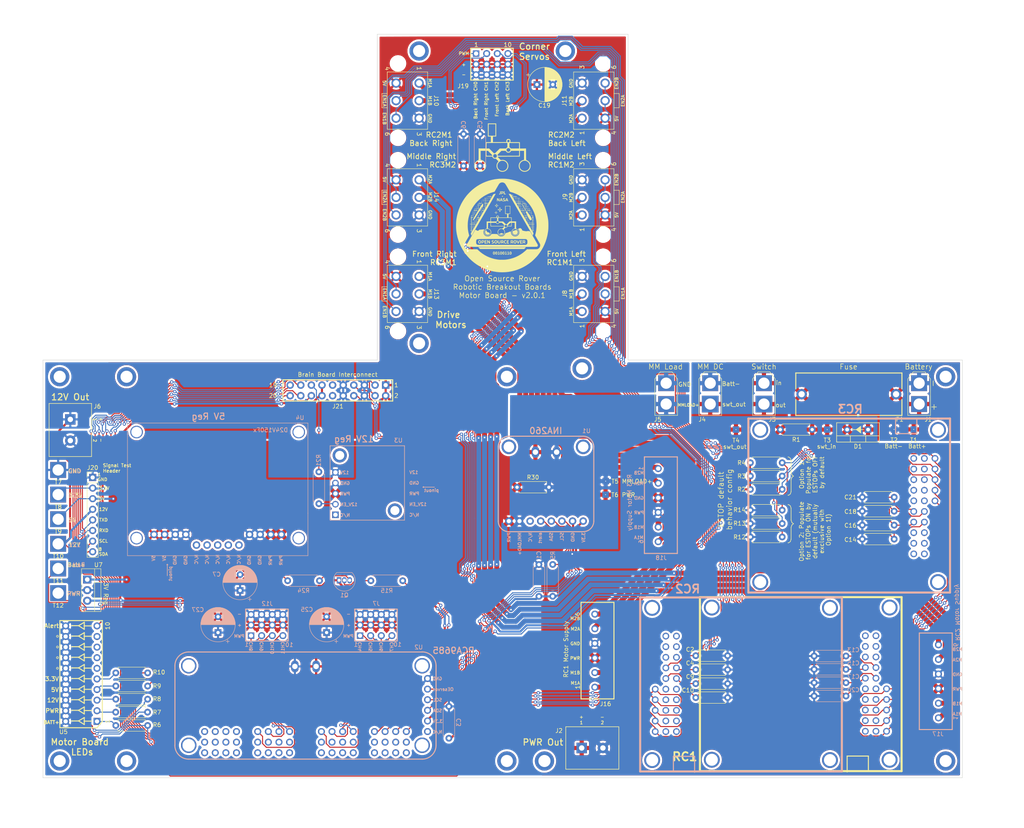
<source format=kicad_pcb>
(kicad_pcb (version 20171130) (host pcbnew "(5.1.10-1-10_14)")
  (layers (0 F.Cu signal) (31 B.Cu signal) (34 B.Paste user) (35 F.Paste user) (36 B.SilkS user) (37 F.SilkS user) (38 B.Mask user) (39 F.Mask user) (44 Edge.Cuts user))
  (net 0 "")
  (net 1 "Net-(RC1-Pad20)")
  (net 2 "Net-(RC1-Pad19)")
  (net 3 "Net-(RC1-Pad18)")
  (net 4 "Net-(RC1-Pad17)")
  (net 5 "Net-(RC1-Pad16)")
  (net 6 "Net-(RC1-Pad15)")
  (net 7 "Net-(RC1-Pad14)")
  (net 8 "Net-(RC1-Pad13)")
  (net 9 "Net-(RC1-Pad12)")
  (net 10 "Net-(RC1-Pad11)")
  (net 11 "Net-(RC1-Pad6)")
  (net 12 "Net-(RC1-Pad5)")
  (net 13 "Net-(RC1-Pad4)")
  (net 14 "Net-(RC1-Pad3)")
  (net 15 "Net-(RC2-Pad3)")
  (net 16 "Net-(RC2-Pad4)")
  (net 17 "Net-(RC2-Pad5)")
  (net 18 "Net-(RC2-Pad6)")
  (net 19 "Net-(RC2-Pad11)")
  (net 20 "Net-(RC2-Pad12)")
  (net 21 "Net-(RC2-Pad13)")
  (net 22 "Net-(RC2-Pad14)")
  (net 23 "Net-(RC2-Pad15)")
  (net 24 "Net-(RC2-Pad16)")
  (net 25 "Net-(RC2-Pad17)")
  (net 26 "Net-(RC2-Pad18)")
  (net 27 "Net-(RC2-Pad19)")
  (net 28 "Net-(RC2-Pad20)")
  (net 29 "Net-(RC3-Pad20)")
  (net 30 "Net-(RC3-Pad19)")
  (net 31 "Net-(RC3-Pad18)")
  (net 32 "Net-(RC3-Pad17)")
  (net 33 "Net-(RC3-Pad16)")
  (net 34 "Net-(RC3-Pad15)")
  (net 35 "Net-(RC3-Pad14)")
  (net 36 "Net-(RC3-Pad13)")
  (net 37 "Net-(RC3-Pad12)")
  (net 38 "Net-(RC3-Pad11)")
  (net 39 "Net-(RC3-Pad6)")
  (net 40 "Net-(RC3-Pad5)")
  (net 41 "Net-(RC3-Pad4)")
  (net 42 "Net-(RC3-Pad3)")
  (net 43 +12V_motor)
  (net 44 GND_motor)
  (net 45 "/Motor Board/MMLOAD+")
  (net 46 "/Motor Board/RC1EN2A")
  (net 47 +5V_motor)
  (net 48 "/Motor Board/alert")
  (net 49 "/Motor Board/E_STOP3")
  (net 50 +3.3V_motor)
  (net 51 "/Motor Board/E_STOP2")
  (net 52 "/Motor Board/E_STOP")
  (net 53 "/Motor Board/RC3EN1B")
  (net 54 "Net-(Q1-Pad2)")
  (net 55 "/Motor Board/RC2EN2A")
  (net 56 "/Motor Board/RC2EN1A")
  (net 57 "/Motor Board/RC1EN1B")
  (net 58 "/Motor Board/RC3EN1A")
  (net 59 "/Motor Board/RC1EN1A")
  (net 60 "/Motor Board/RC2EN2B")
  (net 61 "/Motor Board/RC3EN2A")
  (net 62 "/Motor Board/RC2EN1B")
  (net 63 "/Motor Board/RC1EN2B")
  (net 64 "/Motor Board/RC3EN2B")
  (net 65 "/Motor Board/servo_pwm_ch4")
  (net 66 "/Motor Board/servo_pwm_ch5")
  (net 67 "/Motor Board/servo_pwm_ch6")
  (net 68 "/Motor Board/servo_pwm_ch7")
  (net 69 "/Motor Board/servo_pwm_ch11")
  (net 70 "/Motor Board/servo_pwm_ch10")
  (net 71 "/Motor Board/servo_pwm_ch9")
  (net 72 "/Motor Board/servo_pwm_ch8")
  (net 73 "/Motor Board/servo_pwm_ch12")
  (net 74 "/Motor Board/servo_pwm_ch13")
  (net 75 "/Motor Board/servo_pwm_ch14")
  (net 76 "/Motor Board/servo_pwm_ch15")
  (net 77 "/Motor Board/servo_pwm_ch3")
  (net 78 "/Motor Board/servo_pwm_ch2")
  (net 79 "/Motor Board/servo_pwm_ch1")
  (net 80 "/Motor Board/servo_pwm_ch0")
  (net 81 "Net-(RC3-Pad1)")
  (net 82 "Net-(RC3-Pad2)")
  (net 83 "/Motor Board/TXD")
  (net 84 "/Motor Board/RXD")
  (net 85 "Net-(RC2-Pad2)")
  (net 86 "Net-(RC2-Pad1)")
  (net 87 "Net-(RC1-Pad1)")
  (net 88 "Net-(RC1-Pad2)")
  (net 89 "/Motor Board/SCL_rpi")
  (net 90 "Net-(J21-Pad11)")
  (net 91 "/Motor Board/SDA_rpi")
  (net 92 "Net-(J21-Pad12)")
  (net 93 "/Motor Board/OEservos")
  (net 94 "Net-(U2-Pad1)")
  (net 95 "Net-(U2-Pad10)")
  (net 96 "Net-(U2-Pad11)")
  (net 97 "/Motor Board/RC1M2B")
  (net 98 "/Motor Board/RC1M2A")
  (net 99 "/Motor Board/RC2M2A")
  (net 100 "/Motor Board/RC2M2B")
  (net 101 "/Motor Board/RC3M2B")
  (net 102 "/Motor Board/RC3M2A")
  (net 103 "/Motor Board/RC1M1A")
  (net 104 "/Motor Board/RC1M1B")
  (net 105 "/Motor Board/RC3M1B")
  (net 106 "/Motor Board/RC3M1A")
  (net 107 "/Motor Board/RC2M1A")
  (net 108 "/Motor Board/RC2M1B")
  (net 109 "Net-(U1-Pad6)")
  (net 110 "Net-(U3-Pad1)")
  (net 111 "/Motor Board/12V_EN")
  (net 112 "Net-(U4-Pad5)")
  (net 113 "Net-(U4-Pad6)")
  (net 114 "Net-(U4-Pad7)")
  (net 115 "Net-(U4-Pad8)")
  (net 116 "Net-(U4-Pad9)")
  (net 117 "Net-(R10-Pad1)")
  (net 118 "Net-(R9-Pad1)")
  (net 119 "Net-(R8-Pad1)")
  (net 120 "Net-(R7-Pad1)")
  (net 121 "Net-(R6-Pad1)")
  (net 122 "Net-(U5-Pad6)")
  (net 123 "Net-(U5-Pad7)")
  (net 124 "Net-(U5-Pad8)")
  (net 125 "Net-(U5-Pad9)")
  (net 126 "Net-(U2-Pad13)")
  (net 127 "Net-(U2-Pad14)")
  (net 128 "Net-(Q1-Pad3)")
  (net 129 "Net-(R21-Pad1)")
  (net 130 "/Motor Board/ALERT_LED")
  (net 131 "Net-(U2-Pad26)")
  (net 132 "Net-(U2-Pad38)")
  (net 133 "Net-(U2-Pad16)")
  (net 134 "Net-(U2-Pad17)")
  (net 135 "Net-(U2-Pad19)")
  (net 136 "Net-(U2-Pad20)")
  (net 137 "Net-(U2-Pad23)")
  (net 138 "Net-(U2-Pad29)")
  (net 139 "Net-(U2-Pad32)")
  (net 140 "Net-(U2-Pad35)")
  (net 141 "Net-(U2-Pad41)")
  (net 142 "Net-(U2-Pad44)")
  (net 143 "Net-(U2-Pad47)")
  (net 144 "Net-(U2-Pad50)")
  (net 145 "Net-(U2-Pad53)")
  (net 146 "Net-(U2-Pad56)")
  (net 147 "Net-(U2-Pad22)")
  (net 148 "Net-(U2-Pad25)")
  (net 149 "Net-(U2-Pad28)")
  (net 150 "Net-(U2-Pad31)")
  (net 151 "Net-(U2-Pad34)")
  (net 152 "Net-(U2-Pad37)")
  (net 153 "Net-(U2-Pad40)")
  (net 154 "Net-(U2-Pad43)")
  (net 155 "Net-(U2-Pad46)")
  (net 156 "Net-(U2-Pad49)")
  (net 157 "Net-(U2-Pad52)")
  (net 158 "Net-(U2-Pad55)")
  (net 159 PWR)
  (net 160 "/Motor Board/BATT+")
  (net 161 "/Motor Board/BATT-")
  (net 162 "/Motor Board/switch_in")
  (net 163 "/Motor Board/switch_out")
  (module "JPL Robotics:patch_logo_scaled" (layer F.Cu) (at 142.9258 59.055)
    (fp_text reference LOGO1 hide)
    (fp_text value patch_silkscreen hide)
  )
  (module Capacitor_THT:CP_Radial_D8.0mm_P3.80mm (layer B.Cu) (at 74.93 156.5402 90)
    (fp_text reference C27 (at 5.461 -4.826 180) (layer B.SilkS) (effects (justify mirror)))
    (fp_text value 100uf)
    (pad 2 thru_hole circle (at 3.8 0 90) (size 1.6 1.6) (drill 0.8) (layers *.Cu *.Mask) (net 47 +5V_motor))
    (pad 1 thru_hole rect (at 0 0 90) (size 1.6 1.6) (drill 0.8) (layers *.Cu *.Mask) (net 44 GND_motor))
  )
  (module "JPL Robotics:SSW-104-01-F-T" (layer B.Cu) (at 82.8294 157.277549)
    (fp_text reference J12 (at 3.8862 -7.6708) (layer B.SilkS) (effects (justify mirror)))
    (fp_text value TSW-104-07-F-T)
    (fp_text user 10 (at 9.144 2.183651) (layer B.SilkS) (effects (justify mirror)))
    (fp_text user 1 (at -1.0414 2.132851) (layer B.SilkS) (effects (justify mirror)))
    (pad 12 thru_hole circle (at 7.62 -5.08) (size 1.67 1.67) (drill 1.02) (layers *.Cu *.Mask) (net 44 GND_motor))
    (pad 11 thru_hole circle (at 7.62 -2.54) (size 1.67 1.67) (drill 1.02) (layers *.Cu *.Mask) (net 47 +5V_motor))
    (pad 10 thru_hole circle (at 7.62 0) (size 1.67 1.67) (drill 1.02) (layers *.Cu *.Mask) (net 69 "/Motor Board/servo_pwm_ch11"))
    (pad 9 thru_hole circle (at 5.08 -5.08) (size 1.67 1.67) (drill 1.02) (layers *.Cu *.Mask) (net 44 GND_motor))
    (pad 8 thru_hole circle (at 5.08 -2.54) (size 1.67 1.67) (drill 1.02) (layers *.Cu *.Mask) (net 47 +5V_motor))
    (pad 7 thru_hole circle (at 5.08 0) (size 1.67 1.67) (drill 1.02) (layers *.Cu *.Mask) (net 70 "/Motor Board/servo_pwm_ch10"))
    (pad 6 thru_hole circle (at 2.54 -5.08) (size 1.67 1.67) (drill 1.02) (layers *.Cu *.Mask) (net 44 GND_motor))
    (pad 5 thru_hole circle (at 2.54 -2.54) (size 1.67 1.67) (drill 1.02) (layers *.Cu *.Mask) (net 47 +5V_motor))
    (pad 4 thru_hole circle (at 2.54 0) (size 1.67 1.67) (drill 1.02) (layers *.Cu *.Mask) (net 71 "/Motor Board/servo_pwm_ch9"))
    (pad 3 thru_hole circle (at 0 -5.08) (size 1.67 1.67) (drill 1.02) (layers *.Cu *.Mask) (net 44 GND_motor))
    (pad 1 thru_hole rect (at 0 0) (size 1.524 1.524) (drill 1.02) (layers *.Cu *.Mask) (net 72 "/Motor Board/servo_pwm_ch8"))
    (pad 2 thru_hole circle (at 0 -2.54) (size 1.67 1.67) (drill 1.02) (layers *.Cu *.Mask) (net 47 +5V_motor))
  )
  (module "JPL Robotics:SSW-104-01-F-T" (layer B.Cu) (at 108.9152 157.277549)
    (fp_text reference J7 (at 3.8862 -7.6708) (layer B.SilkS) (effects (justify mirror)))
    (fp_text value TSW-104-07-F-T)
    (fp_text user 10 (at 8.9662 2.107451) (layer B.SilkS) (effects (justify mirror)))
    (fp_text user 1 (at -1.016 2.132851) (layer B.SilkS) (effects (justify mirror)))
    (pad 12 thru_hole circle (at 7.62 -5.08) (size 1.67 1.67) (drill 1.02) (layers *.Cu *.Mask) (net 44 GND_motor))
    (pad 11 thru_hole circle (at 7.62 -2.54) (size 1.67 1.67) (drill 1.02) (layers *.Cu *.Mask) (net 47 +5V_motor))
    (pad 10 thru_hole circle (at 7.62 0) (size 1.67 1.67) (drill 1.02) (layers *.Cu *.Mask) (net 68 "/Motor Board/servo_pwm_ch7"))
    (pad 9 thru_hole circle (at 5.08 -5.08) (size 1.67 1.67) (drill 1.02) (layers *.Cu *.Mask) (net 44 GND_motor))
    (pad 8 thru_hole circle (at 5.08 -2.54) (size 1.67 1.67) (drill 1.02) (layers *.Cu *.Mask) (net 47 +5V_motor))
    (pad 7 thru_hole circle (at 5.08 0) (size 1.67 1.67) (drill 1.02) (layers *.Cu *.Mask) (net 67 "/Motor Board/servo_pwm_ch6"))
    (pad 6 thru_hole circle (at 2.54 -5.08) (size 1.67 1.67) (drill 1.02) (layers *.Cu *.Mask) (net 44 GND_motor))
    (pad 5 thru_hole circle (at 2.54 -2.54) (size 1.67 1.67) (drill 1.02) (layers *.Cu *.Mask) (net 47 +5V_motor))
    (pad 4 thru_hole circle (at 2.54 0) (size 1.67 1.67) (drill 1.02) (layers *.Cu *.Mask) (net 66 "/Motor Board/servo_pwm_ch5"))
    (pad 3 thru_hole circle (at 0 -5.08) (size 1.67 1.67) (drill 1.02) (layers *.Cu *.Mask) (net 44 GND_motor))
    (pad 1 thru_hole rect (at 0 0) (size 1.524 1.524) (drill 1.02) (layers *.Cu *.Mask) (net 65 "/Motor Board/servo_pwm_ch4"))
    (pad 2 thru_hole circle (at 0 -2.54) (size 1.67 1.67) (drill 1.02) (layers *.Cu *.Mask) (net 47 +5V_motor))
  )
  (module Capacitor_THT:CP_Radial_D8.0mm_P3.80mm (layer B.Cu) (at 100.9142 156.5402 90)
    (fp_text reference C25 (at 5.5118 -4.7244) (layer B.SilkS) (effects (justify mirror)))
    (fp_text value 100uf)
    (pad 2 thru_hole circle (at 3.8 0 90) (size 1.6 1.6) (drill 0.8) (layers *.Cu *.Mask) (net 47 +5V_motor))
    (pad 1 thru_hole rect (at 0 0 90) (size 1.6 1.6) (drill 0.8) (layers *.Cu *.Mask) (net 44 GND_motor))
  )
  (module "JPL Robotics:277-11404-ND" (layer F.Cu) (at 165.1 169.6212 90)
    (fp_text reference J16 (at -4.0132 2.5654 180) (layer F.SilkS))
    (fp_text value 277-11404-ND)
    (fp_text user 6 (at 17.5 -4.1 270) (layer F.SilkS))
    (fp_text user 1 (at 0 -4.1 270) (layer F.SilkS))
    (pad 6 thru_hole circle (at 17.5 0 90) (size 1.67 1.67) (drill 1.02) (layers *.Cu *.Mask) (net 97 "/Motor Board/RC1M2B"))
    (pad 5 thru_hole circle (at 14 0 90) (size 1.67 1.67) (drill 1.02) (layers *.Cu *.Mask) (net 98 "/Motor Board/RC1M2A"))
    (pad 4 thru_hole circle (at 10.5 0 90) (size 1.67 1.67) (drill 1.02) (layers *.Cu *.Mask) (net 44 GND_motor))
    (pad 3 thru_hole circle (at 7 0 90) (size 1.67 1.67) (drill 1.02) (layers *.Cu *.Mask) (net 159 PWR))
    (pad 2 thru_hole circle (at 3.5 0 90) (size 1.67 1.67) (drill 1.02) (layers *.Cu *.Mask) (net 104 "/Motor Board/RC1M1B"))
    (pad 1 thru_hole circle (at 0 0 90) (size 1.67 1.67) (drill 1.02) (layers *.Cu *.Mask) (net 103 "/Motor Board/RC1M1A"))
  )
  (module "JPL Robotics:roboclaw_mount" (layer F.Cu) (at 178.816 150.622 270)
    (fp_text reference RC2 (at -4.5212 -8.4836 180) (layer B.SilkS) (effects (font (size 2 2) (thickness 0.4)) (justify mirror)))
    (fp_text value RoboClaw hide)
    (pad 1 thru_hole circle (at 6.76 -3.27 270) (size 1.6 1.6) (drill 1.02) (layers *.Cu *.Mask) (net 86 "Net-(RC2-Pad1)"))
    (pad 2 thru_hole circle (at 6.76 -5.81 270) (size 1.6 1.6) (drill 1.02) (layers *.Cu *.Mask) (net 85 "Net-(RC2-Pad2)"))
    (pad 3 thru_hole circle (at 9.3 -3.27 270) (size 1.6 1.6) (drill 1.02) (layers *.Cu *.Mask) (net 15 "Net-(RC2-Pad3)"))
    (pad 4 thru_hole circle (at 9.3 -5.81 270) (size 1.6 1.6) (drill 1.02) (layers *.Cu *.Mask) (net 16 "Net-(RC2-Pad4)"))
    (pad 5 thru_hole circle (at 11.84 -3.27 270) (size 1.6 1.6) (drill 1.02) (layers *.Cu *.Mask) (net 17 "Net-(RC2-Pad5)"))
    (pad 6 thru_hole circle (at 11.84 -5.81 270) (size 1.6 1.6) (drill 1.02) (layers *.Cu *.Mask) (net 18 "Net-(RC2-Pad6)"))
    (pad 7 thru_hole circle (at 14.38 -3.27 270) (size 1.6 1.6) (drill 1.02) (layers *.Cu *.Mask) (net 56 "/Motor Board/RC2EN1A"))
    (pad 8 thru_hole circle (at 14.38 -5.81 270) (size 1.6 1.6) (drill 1.02) (layers *.Cu *.Mask) (net 62 "/Motor Board/RC2EN1B"))
    (pad 9 thru_hole circle (at 16.92 -3.27 270) (size 1.6 1.6) (drill 1.02) (layers *.Cu *.Mask) (net 55 "/Motor Board/RC2EN2A"))
    (pad 10 thru_hole circle (at 16.92 -5.81 270) (size 1.6 1.6) (drill 1.02) (layers *.Cu *.Mask) (net 60 "/Motor Board/RC2EN2B"))
    (pad 11 thru_hole circle (at 19.46 -3.27 270) (size 1.6 1.6) (drill 1.02) (layers *.Cu *.Mask) (net 19 "Net-(RC2-Pad11)"))
    (pad 12 thru_hole circle (at 19.46 -5.81 270) (size 1.6 1.6) (drill 1.02) (layers *.Cu *.Mask) (net 20 "Net-(RC2-Pad12)"))
    (pad 13 thru_hole circle (at 22 -3.27 270) (size 1.6 1.6) (drill 1.02) (layers *.Cu *.Mask) (net 21 "Net-(RC2-Pad13)"))
    (pad 14 thru_hole circle (at 22 -5.81 270) (size 1.6 1.6) (drill 1.02) (layers *.Cu *.Mask) (net 22 "Net-(RC2-Pad14)"))
    (pad 15 thru_hole circle (at 24.54 -3.27 270) (size 1.6 1.6) (drill 1.02) (layers *.Cu *.Mask) (net 23 "Net-(RC2-Pad15)"))
    (pad 16 thru_hole circle (at 24.54 -5.81 270) (size 1.6 1.6) (drill 1.02) (layers *.Cu *.Mask) (net 24 "Net-(RC2-Pad16)"))
    (pad 17 thru_hole circle (at 27.08 -3.27 270) (size 1.6 1.6) (drill 1.02) (layers *.Cu *.Mask) (net 25 "Net-(RC2-Pad17)"))
    (pad 18 thru_hole circle (at 27.08 -5.81 270) (size 1.6 1.6) (drill 1.02) (layers *.Cu *.Mask) (net 26 "Net-(RC2-Pad18)"))
    (pad 19 thru_hole circle (at 29.62 -3.27 270) (size 1.6 1.6) (drill 1.02) (layers *.Cu *.Mask) (net 27 "Net-(RC2-Pad19)"))
    (pad 20 thru_hole circle (at 29.62 -5.81 270) (size 1.6 1.6) (drill 1.02) (layers *.Cu *.Mask) (net 28 "Net-(RC2-Pad20)"))
    (pad 21 thru_hole circle (at 19.46 -0.73 270) (size 1.6 1.6) (drill 1.02) (layers *.Cu *.Mask) (net 83 "/Motor Board/TXD"))
    (pad 22 thru_hole circle (at 22 -0.73 270) (size 1.6 1.6) (drill 1.02) (layers *.Cu *.Mask) (net 84 "/Motor Board/RXD"))
    (pad 23 thru_hole circle (at 24.54 -0.73 270) (size 1.6 1.6) (drill 1.02) (layers *.Cu *.Mask) (net 52 "/Motor Board/E_STOP"))
    (pad 24 thru_hole circle (at 27.08 -0.73 270) (size 1.6 1.6) (drill 1.02) (layers *.Cu *.Mask) (net 51 "/Motor Board/E_STOP2"))
    (pad 25 thru_hole circle (at 29.62 -0.73 270) (size 1.6 1.6) (drill 1.02) (layers *.Cu *.Mask) (net 49 "/Motor Board/E_STOP3"))
    (pad "" np_thru_hole circle (at 0 0 270) (size 3.8 3.8) (drill 2.9) (layers *.Cu *.Mask))
    (pad "" np_thru_hole circle (at 36.449 0 270) (size 3.8 3.8) (drill 2.9) (layers *.Cu *.Mask))
    (pad "" np_thru_hole circle (at 0 -42.545 270) (size 3.8 3.8) (drill 2.9) (layers *.Cu *.Mask))
    (pad "" np_thru_hole circle (at 36.449 -42.545 270) (size 3.8 3.8) (drill 2.9) (layers *.Cu *.Mask))
  )
  (module "JPL Robotics:roboclaw_mount" (layer B.Cu) (at 235.6358 150.5458 270)
    (fp_text reference RC1 (at 35.7124 49.022 180) (layer F.SilkS) (effects (font (size 2 2) (thickness 0.4))))
    (fp_text value RoboClaw hide)
    (pad 1 thru_hole circle (at 6.76 3.27 270) (size 1.6 1.6) (drill 1.02) (layers *.Cu *.Mask) (net 87 "Net-(RC1-Pad1)"))
    (pad 2 thru_hole circle (at 6.76 5.81 270) (size 1.6 1.6) (drill 1.02) (layers *.Cu *.Mask) (net 88 "Net-(RC1-Pad2)"))
    (pad 3 thru_hole circle (at 9.3 3.27 270) (size 1.6 1.6) (drill 1.02) (layers *.Cu *.Mask) (net 14 "Net-(RC1-Pad3)"))
    (pad 4 thru_hole circle (at 9.3 5.81 270) (size 1.6 1.6) (drill 1.02) (layers *.Cu *.Mask) (net 13 "Net-(RC1-Pad4)"))
    (pad 5 thru_hole circle (at 11.84 3.27 270) (size 1.6 1.6) (drill 1.02) (layers *.Cu *.Mask) (net 12 "Net-(RC1-Pad5)"))
    (pad 6 thru_hole circle (at 11.84 5.81 270) (size 1.6 1.6) (drill 1.02) (layers *.Cu *.Mask) (net 11 "Net-(RC1-Pad6)"))
    (pad 7 thru_hole circle (at 14.38 3.27 270) (size 1.6 1.6) (drill 1.02) (layers *.Cu *.Mask) (net 59 "/Motor Board/RC1EN1A"))
    (pad 8 thru_hole circle (at 14.38 5.81 270) (size 1.6 1.6) (drill 1.02) (layers *.Cu *.Mask) (net 57 "/Motor Board/RC1EN1B"))
    (pad 9 thru_hole circle (at 16.92 3.27 270) (size 1.6 1.6) (drill 1.02) (layers *.Cu *.Mask) (net 46 "/Motor Board/RC1EN2A"))
    (pad 10 thru_hole circle (at 16.92 5.81 270) (size 1.6 1.6) (drill 1.02) (layers *.Cu *.Mask) (net 63 "/Motor Board/RC1EN2B"))
    (pad 11 thru_hole circle (at 19.46 3.27 270) (size 1.6 1.6) (drill 1.02) (layers *.Cu *.Mask) (net 10 "Net-(RC1-Pad11)"))
    (pad 12 thru_hole circle (at 19.46 5.81 270) (size 1.6 1.6) (drill 1.02) (layers *.Cu *.Mask) (net 9 "Net-(RC1-Pad12)"))
    (pad 13 thru_hole circle (at 22 3.27 270) (size 1.6 1.6) (drill 1.02) (layers *.Cu *.Mask) (net 8 "Net-(RC1-Pad13)"))
    (pad 14 thru_hole circle (at 22 5.81 270) (size 1.6 1.6) (drill 1.02) (layers *.Cu *.Mask) (net 7 "Net-(RC1-Pad14)"))
    (pad 15 thru_hole circle (at 24.54 3.27 270) (size 1.6 1.6) (drill 1.02) (layers *.Cu *.Mask) (net 6 "Net-(RC1-Pad15)"))
    (pad 16 thru_hole circle (at 24.54 5.81 270) (size 1.6 1.6) (drill 1.02) (layers *.Cu *.Mask) (net 5 "Net-(RC1-Pad16)"))
    (pad 17 thru_hole circle (at 27.08 3.27 270) (size 1.6 1.6) (drill 1.02) (layers *.Cu *.Mask) (net 4 "Net-(RC1-Pad17)"))
    (pad 18 thru_hole circle (at 27.08 5.81 270) (size 1.6 1.6) (drill 1.02) (layers *.Cu *.Mask) (net 3 "Net-(RC1-Pad18)"))
    (pad 19 thru_hole circle (at 29.62 3.27 270) (size 1.6 1.6) (drill 1.02) (layers *.Cu *.Mask) (net 2 "Net-(RC1-Pad19)"))
    (pad 20 thru_hole circle (at 29.62 5.81 270) (size 1.6 1.6) (drill 1.02) (layers *.Cu *.Mask) (net 1 "Net-(RC1-Pad20)"))
    (pad 21 thru_hole circle (at 19.46 0.73 270) (size 1.6 1.6) (drill 1.02) (layers *.Cu *.Mask) (net 83 "/Motor Board/TXD"))
    (pad 22 thru_hole circle (at 22 0.73 270) (size 1.6 1.6) (drill 1.02) (layers *.Cu *.Mask) (net 84 "/Motor Board/RXD"))
    (pad 23 thru_hole circle (at 24.54 0.73 270) (size 1.6 1.6) (drill 1.02) (layers *.Cu *.Mask) (net 52 "/Motor Board/E_STOP"))
    (pad 24 thru_hole circle (at 27.08 0.73 270) (size 1.6 1.6) (drill 1.02) (layers *.Cu *.Mask) (net 51 "/Motor Board/E_STOP2"))
    (pad 25 thru_hole circle (at 29.62 0.73 270) (size 1.6 1.6) (drill 1.02) (layers *.Cu *.Mask) (net 49 "/Motor Board/E_STOP3"))
    (pad "" np_thru_hole circle (at 0 0 270) (size 3.8 3.8) (drill 2.9) (layers *.Cu *.Mask))
    (pad "" np_thru_hole circle (at 36.449 0 270) (size 3.8 3.8) (drill 2.9) (layers *.Cu *.Mask))
    (pad "" np_thru_hole circle (at 0 42.545 270) (size 3.8 3.8) (drill 2.9) (layers *.Cu *.Mask))
    (pad "" np_thru_hole circle (at 36.449 42.545 270) (size 3.8 3.8) (drill 2.9) (layers *.Cu *.Mask))
  )
  (module "JPL Robotics:PCA9685_servo_controller" (layer B.Cu) (at 127.1016 186.8424 180)
    (fp_text reference U2 (at 4.1656 26.797) (layer B.SilkS) (effects (justify mirror)))
    (fp_text value PCA9685)
    (pad "" np_thru_hole circle (at 3.32 3.32 180) (size 3.698499 3.698499) (drill 2.999999) (layers *.Cu *.Mask))
    (pad "" np_thru_hole circle (at 3.32 22.352 180) (size 3.698499 3.698499) (drill 2.999999) (layers *.Cu *.Mask))
    (pad "" np_thru_hole circle (at 59.182 22.352 180) (size 3.698499 3.698499) (drill 2.999999) (layers *.Cu *.Mask))
    (pad "" np_thru_hole circle (at 59.182 3.32 180) (size 3.698499 3.698499) (drill 2.999999) (layers *.Cu *.Mask))
    (pad 1 thru_hole circle (at 2.032 6.604 180) (size 1.67 1.67) (drill 1.02) (layers *.Cu *.Mask) (net 94 "Net-(U2-Pad1)"))
    (pad 2 thru_hole circle (at 2.032 9.144 180) (size 1.67 1.67) (drill 1.02) (layers *.Cu *.Mask) (net 50 +3.3V_motor))
    (pad 3 thru_hole circle (at 2.032 11.684 180) (size 1.67 1.67) (drill 1.02) (layers *.Cu *.Mask) (net 91 "/Motor Board/SDA_rpi"))
    (pad 4 thru_hole circle (at 2.032 14.224 180) (size 1.67 1.67) (drill 1.02) (layers *.Cu *.Mask) (net 89 "/Motor Board/SCL_rpi"))
    (pad 5 thru_hole circle (at 2.032 16.764 180) (size 1.67 1.67) (drill 1.02) (layers *.Cu *.Mask) (net 93 "/Motor Board/OEservos"))
    (pad 6 thru_hole circle (at 2.032 19.304 180) (size 1.67 1.67) (drill 1.02) (layers *.Cu *.Mask) (net 44 GND_motor))
    (pad 7 thru_hole oval (at 28.702 22.1996 180) (size 1.76 2.8) (drill 1.3) (layers *.Cu *.Mask) (net 47 +5V_motor))
    (pad 8 thru_hole oval (at 33.782 22.1996 180) (size 1.76 2.8) (drill 1.3) (layers *.Cu *.Mask) (net 44 GND_motor))
    (pad 9 thru_hole circle (at 7.112 6.604 180) (size 1.67 1.67) (drill 1.02) (layers *.Cu *.Mask) (net 80 "/Motor Board/servo_pwm_ch0"))
    (pad 10 thru_hole circle (at 7.112 4.064 180) (size 1.67 1.67) (drill 1.02) (layers *.Cu *.Mask) (net 95 "Net-(U2-Pad10)"))
    (pad 11 thru_hole circle (at 7.112 1.524 180) (size 1.67 1.67) (drill 1.02) (layers *.Cu *.Mask) (net 96 "Net-(U2-Pad11)"))
    (pad 12 thru_hole circle (at 9.652 6.604 180) (size 1.67 1.67) (drill 1.02) (layers *.Cu *.Mask) (net 79 "/Motor Board/servo_pwm_ch1"))
    (pad 13 thru_hole circle (at 9.652 4.064 180) (size 1.67 1.67) (drill 1.02) (layers *.Cu *.Mask) (net 126 "Net-(U2-Pad13)"))
    (pad 14 thru_hole circle (at 9.652 1.524 180) (size 1.67 1.67) (drill 1.02) (layers *.Cu *.Mask) (net 127 "Net-(U2-Pad14)"))
    (pad 15 thru_hole circle (at 12.192 6.604 180) (size 1.67 1.67) (drill 1.02) (layers *.Cu *.Mask) (net 78 "/Motor Board/servo_pwm_ch2"))
    (pad 16 thru_hole circle (at 12.192 4.064 180) (size 1.67 1.67) (drill 1.02) (layers *.Cu *.Mask) (net 133 "Net-(U2-Pad16)"))
    (pad 17 thru_hole circle (at 12.192 1.524 180) (size 1.67 1.67) (drill 1.02) (layers *.Cu *.Mask) (net 134 "Net-(U2-Pad17)"))
    (pad 18 thru_hole circle (at 14.732 6.604 180) (size 1.67 1.67) (drill 1.02) (layers *.Cu *.Mask) (net 77 "/Motor Board/servo_pwm_ch3"))
    (pad 19 thru_hole circle (at 14.732 4.064 180) (size 1.67 1.67) (drill 1.02) (layers *.Cu *.Mask) (net 135 "Net-(U2-Pad19)"))
    (pad 20 thru_hole circle (at 14.732 1.524 180) (size 1.67 1.67) (drill 1.02) (layers *.Cu *.Mask) (net 136 "Net-(U2-Pad20)"))
    (pad 21 thru_hole circle (at 19.812 6.604 180) (size 1.67 1.67) (drill 1.02) (layers *.Cu *.Mask) (net 65 "/Motor Board/servo_pwm_ch4"))
    (pad 22 thru_hole circle (at 19.812 4.064 180) (size 1.67 1.67) (drill 1.02) (layers *.Cu *.Mask) (net 147 "Net-(U2-Pad22)"))
    (pad 23 thru_hole circle (at 19.812 1.524 180) (size 1.67 1.67) (drill 1.02) (layers *.Cu *.Mask) (net 137 "Net-(U2-Pad23)"))
    (pad 24 thru_hole circle (at 22.352 6.604 180) (size 1.67 1.67) (drill 1.02) (layers *.Cu *.Mask) (net 66 "/Motor Board/servo_pwm_ch5"))
    (pad 25 thru_hole circle (at 22.352 4.064 180) (size 1.67 1.67) (drill 1.02) (layers *.Cu *.Mask) (net 148 "Net-(U2-Pad25)"))
    (pad 26 thru_hole circle (at 22.352 1.524 180) (size 1.67 1.67) (drill 1.02) (layers *.Cu *.Mask) (net 131 "Net-(U2-Pad26)"))
    (pad 27 thru_hole circle (at 24.892 6.604 180) (size 1.67 1.67) (drill 1.02) (layers *.Cu *.Mask) (net 67 "/Motor Board/servo_pwm_ch6"))
    (pad 28 thru_hole circle (at 24.892 4.064 180) (size 1.67 1.67) (drill 1.02) (layers *.Cu *.Mask) (net 149 "Net-(U2-Pad28)"))
    (pad 29 thru_hole circle (at 24.892 1.524 180) (size 1.67 1.67) (drill 1.02) (layers *.Cu *.Mask) (net 138 "Net-(U2-Pad29)"))
    (pad 30 thru_hole circle (at 27.432 6.604 180) (size 1.67 1.67) (drill 1.02) (layers *.Cu *.Mask) (net 68 "/Motor Board/servo_pwm_ch7"))
    (pad 31 thru_hole circle (at 27.432 4.064 180) (size 1.67 1.67) (drill 1.02) (layers *.Cu *.Mask) (net 150 "Net-(U2-Pad31)"))
    (pad 32 thru_hole circle (at 27.432 1.524 180) (size 1.67 1.67) (drill 1.02) (layers *.Cu *.Mask) (net 139 "Net-(U2-Pad32)"))
    (pad 33 thru_hole circle (at 35.052 6.604 180) (size 1.67 1.67) (drill 1.02) (layers *.Cu *.Mask) (net 72 "/Motor Board/servo_pwm_ch8"))
    (pad 34 thru_hole circle (at 35.052 4.064 180) (size 1.67 1.67) (drill 1.02) (layers *.Cu *.Mask) (net 151 "Net-(U2-Pad34)"))
    (pad 35 thru_hole circle (at 35.052 1.524 180) (size 1.67 1.67) (drill 1.02) (layers *.Cu *.Mask) (net 140 "Net-(U2-Pad35)"))
    (pad 36 thru_hole circle (at 37.592 6.604 180) (size 1.67 1.67) (drill 1.02) (layers *.Cu *.Mask) (net 71 "/Motor Board/servo_pwm_ch9"))
    (pad 37 thru_hole circle (at 37.592 4.064 180) (size 1.67 1.67) (drill 1.02) (layers *.Cu *.Mask) (net 152 "Net-(U2-Pad37)"))
    (pad 38 thru_hole circle (at 37.592 1.524 180) (size 1.67 1.67) (drill 1.02) (layers *.Cu *.Mask) (net 132 "Net-(U2-Pad38)"))
    (pad 39 thru_hole circle (at 40.132 6.604 180) (size 1.67 1.67) (drill 1.02) (layers *.Cu *.Mask) (net 70 "/Motor Board/servo_pwm_ch10"))
    (pad 40 thru_hole circle (at 40.132 4.064 180) (size 1.67 1.67) (drill 1.02) (layers *.Cu *.Mask) (net 153 "Net-(U2-Pad40)"))
    (pad 41 thru_hole circle (at 40.132 1.524 180) (size 1.67 1.67) (drill 1.02) (layers *.Cu *.Mask) (net 141 "Net-(U2-Pad41)"))
    (pad 42 thru_hole circle (at 42.672 6.604 180) (size 1.67 1.67) (drill 1.02) (layers *.Cu *.Mask) (net 69 "/Motor Board/servo_pwm_ch11"))
    (pad 43 thru_hole circle (at 42.672 4.064 180) (size 1.67 1.67) (drill 1.02) (layers *.Cu *.Mask) (net 154 "Net-(U2-Pad43)"))
    (pad 44 thru_hole circle (at 42.672 1.524 180) (size 1.67 1.67) (drill 1.02) (layers *.Cu *.Mask) (net 142 "Net-(U2-Pad44)"))
    (pad 45 thru_hole circle (at 47.752 6.604 180) (size 1.67 1.67) (drill 1.02) (layers *.Cu *.Mask) (net 73 "/Motor Board/servo_pwm_ch12"))
    (pad 46 thru_hole circle (at 47.752 4.064 180) (size 1.67 1.67) (drill 1.02) (layers *.Cu *.Mask) (net 155 "Net-(U2-Pad46)"))
    (pad 47 thru_hole circle (at 47.752 1.524 180) (size 1.67 1.67) (drill 1.02) (layers *.Cu *.Mask) (net 143 "Net-(U2-Pad47)"))
    (pad 48 thru_hole circle (at 50.292 6.604 180) (size 1.67 1.67) (drill 1.02) (layers *.Cu *.Mask) (net 74 "/Motor Board/servo_pwm_ch13"))
    (pad 49 thru_hole circle (at 50.292 4.064 180) (size 1.67 1.67) (drill 1.02) (layers *.Cu *.Mask) (net 156 "Net-(U2-Pad49)"))
    (pad 50 thru_hole circle (at 50.292 1.524 180) (size 1.67 1.67) (drill 1.02) (layers *.Cu *.Mask) (net 144 "Net-(U2-Pad50)"))
    (pad 51 thru_hole circle (at 52.832 6.604 180) (size 1.67 1.67) (drill 1.02) (layers *.Cu *.Mask) (net 75 "/Motor Board/servo_pwm_ch14"))
    (pad 52 thru_hole circle (at 52.832 4.064 180) (size 1.67 1.67) (drill 1.02) (layers *.Cu *.Mask) (net 157 "Net-(U2-Pad52)"))
    (pad 53 thru_hole circle (at 52.832 1.524 180) (size 1.67 1.67) (drill 1.02) (layers *.Cu *.Mask) (net 145 "Net-(U2-Pad53)"))
    (pad 54 thru_hole circle (at 55.372 6.604 180) (size 1.67 1.67) (drill 1.02) (layers *.Cu *.Mask) (net 76 "/Motor Board/servo_pwm_ch15"))
    (pad 55 thru_hole circle (at 55.372 4.064 180) (size 1.67 1.67) (drill 1.02) (layers *.Cu *.Mask) (net 158 "Net-(U2-Pad55)"))
    (pad 56 thru_hole circle (at 55.372 1.524 180) (size 1.67 1.67) (drill 1.02) (layers *.Cu *.Mask) (net 146 "Net-(U2-Pad56)"))
  )
  (module "JPL Robotics:#4THRU-HOLE" (layer F.Cu) (at 162.0454 93.2876)
    (fp_text reference MH17 hide)
    (fp_text value "#4THRU-HOLE" hide)
    (pad "" np_thru_hole circle (at 0 0) (size 4.6 4.6) (drill 2.9) (layers *.Cu *.Mask))
  )
  (module "JPL Robotics:#4THRU-HOLE" (layer F.Cu) (at 123.0454 87.2876)
    (fp_text reference MH8 hide)
    (fp_text value "#4THRU-HOLE" hide)
    (pad "" np_thru_hole circle (at 0 0) (size 4.6 4.6) (drill 2.9) (layers *.Cu *.Mask))
  )
  (module "JPL Robotics:#4THRU-HOLE" (layer F.Cu) (at 158.0454 17.2876)
    (fp_text reference MH7 hide)
    (fp_text value "#4THRU-HOLE" hide)
    (pad "" np_thru_hole circle (at 0 0) (size 4.6 4.6) (drill 2.9) (layers *.Cu *.Mask))
  )
  (module "JPL Robotics:#4THRU-HOLE" (layer F.Cu) (at 123.0454 17.2876)
    (fp_text reference MH6 hide)
    (fp_text value "#4THRU-HOLE" hide)
    (pad "" np_thru_hole circle (at 0 0) (size 4.6 4.6) (drill 2.9) (layers *.Cu *.Mask))
  )
  (module "JPL Robotics:#4THRU-HOLE" (layer F.Cu) (at 37.0454 187.2876)
    (fp_text reference MH5 hide)
    (fp_text value "#4THRU-HOLE" hide)
    (pad "" np_thru_hole circle (at 0 0) (size 4.6 4.6) (drill 2.9) (layers *.Cu *.Mask))
  )
  (module "JPL Robotics:#4THRU-HOLE" (layer F.Cu) (at 153.0454 187.2876)
    (fp_text reference MH4 hide)
    (fp_text value "#4THRU-HOLE" hide)
    (pad "" np_thru_hole circle (at 0 0) (size 4.6 4.6) (drill 2.9) (layers *.Cu *.Mask))
  )
  (module "JPL Robotics:#4THRU-HOLE" (layer F.Cu) (at 249.0454 187.2876)
    (fp_text reference MH3 hide)
    (fp_text value "#4THRU-HOLE" hide)
    (pad "" np_thru_hole circle (at 0 0) (size 4.6 4.6) (drill 2.9) (layers *.Cu *.Mask))
  )
  (module "JPL Robotics:#4THRU-HOLE" (layer F.Cu) (at 249.0454 95.2876)
    (fp_text reference MH2 hide)
    (fp_text value "#4THRU-HOLE" hide)
    (pad "" np_thru_hole circle (at 0 0) (size 4.6 4.6) (drill 2.9) (layers *.Cu *.Mask))
  )
  (module "JPL Robotics:#4THRU-HOLE" (layer F.Cu) (at 37.0454 95.2876)
    (fp_text reference MH1 hide)
    (fp_text value "#4THRU-HOLE" hide)
    (pad "" np_thru_hole circle (at 0 0) (size 4.6 4.6) (drill 2.9) (layers *.Cu *.Mask))
  )
  (module "JPL Robotics:brain_board_mounting_hole" (layer F.Cu) (at 53.0454 187.2876)
    (fp_text reference MH12 hide)
    (fp_text value brain_board_mounting_hole hide)
    (pad "" np_thru_hole circle (at 0 0) (size 4.6 4.6) (drill 2.9) (layers *.Cu *.Mask))
  )
  (module "JPL Robotics:brain_board_mounting_hole" (layer F.Cu) (at 144.0454 187.2876)
    (fp_text reference MH11 hide)
    (fp_text value brain_board_mounting_hole hide)
    (pad "" np_thru_hole circle (at 0 0) (size 4.6 4.6) (drill 2.9) (layers *.Cu *.Mask))
  )
  (module "JPL Robotics:brain_board_mounting_hole" (layer F.Cu) (at 144.0454 95.2876)
    (fp_text reference MH10 hide)
    (fp_text value brain_board_mounting_hole hide)
    (pad "" np_thru_hole circle (at 0 0) (size 4.6 4.6) (drill 2.9) (layers *.Cu *.Mask))
  )
  (module "JPL Robotics:brain_board_mounting_hole" (layer F.Cu) (at 53.0454 95.2876)
    (fp_text reference MH9 hide)
    (fp_text value brain_board_mounting_hole hide)
    (pad "" np_thru_hole circle (at 0 0) (size 4.6 4.6) (drill 2.9) (layers *.Cu *.Mask))
  )
  (module "JPL Robotics:AMASS_XT30U-M_1x02_P5.0mm_Vertical" (layer F.Cu) (at 242.697 96.8248 270)
    (fp_text reference J1 (at 8.6868 -2.1844) (layer F.SilkS))
    (fp_text value XT30-M)
    (fp_text user - (at 0.0386 -3.2512 270) (layer F.SilkS) (effects (font (size 1.5 1.5))))
    (fp_text user + (at 5.698 -3.4544 270) (layer F.SilkS) (effects (font (size 1.5 1.5))))
    (pad 2 thru_hole rect (at 5 0 270) (size 3.8 3.8) (drill 2.7) (layers *.Cu *.Mask) (net 160 "/Motor Board/BATT+"))
    (pad 1 thru_hole rect (at 0 0 270) (size 3.8 3.8) (drill 2.7) (layers *.Cu *.Mask) (net 161 "/Motor Board/BATT-"))
  )
  (module "JPL Robotics:ED2580-ND" (layer F.Cu) (at 161.9504 184.1754)
    (fp_text reference J2 (at -5.4356 -4.1402) (layer F.SilkS))
    (fp_text value ED2580-ND)
    (pad 1 thru_hole rect (at 0 0) (size 2.5 2.5) (drill 1.3) (layers *.Cu *.Mask) (net 159 PWR))
    (pad 2 thru_hole circle (at 5.08 0) (size 2.5 2.5) (drill 1.3) (layers *.Cu *.Mask) (net 44 GND_motor))
  )
  (module Package_TO_SOT_THT:TO-220-3_Vertical (layer F.Cu) (at 43.6372 143.8402 270)
    (fp_text reference U7 (at -3.5052 -2.667 180) (layer F.SilkS))
    (fp_text value MIC2937A-3.3WT)
    (pad 3 thru_hole oval (at 5.08 0 270) (size 1.905 2) (drill 1.1) (layers *.Cu *.Mask) (net 50 +3.3V_motor))
    (pad 2 thru_hole oval (at 2.54 0 270) (size 1.905 2) (drill 1.1) (layers *.Cu *.Mask) (net 44 GND_motor))
    (pad 1 thru_hole rect (at 0 0 270) (size 1.905 2) (drill 1.1) (layers *.Cu *.Mask) (net 47 +5V_motor))
  )
  (module Resistor_THT:R_Axial_DIN0207_L6.3mm_D2.5mm_P7.62mm_Horizontal (layer F.Cu) (at 146.4818 121.7422)
    (fp_text reference R30 (at 3.81 -2.37 -180) (layer F.SilkS))
    (fp_text value 0)
    (pad 2 thru_hole oval (at 7.62 0) (size 1.6 1.6) (drill 0.8) (layers *.Cu *.Mask) (net 45 "/Motor Board/MMLOAD+"))
    (pad 1 thru_hole circle (at 0 0) (size 1.6 1.6) (drill 0.8) (layers *.Cu *.Mask) (net 159 PWR))
  )
  (module Resistor_THT:R_Axial_DIN0207_L6.3mm_D2.5mm_P7.62mm_Horizontal (layer B.Cu) (at 91.5924 144.1196)
    (fp_text reference R24 (at 3.81 2.37) (layer B.SilkS) (effects (justify mirror)))
    (fp_text value 68)
    (pad 2 thru_hole oval (at 7.62 0) (size 1.6 1.6) (drill 0.8) (layers *.Cu *.Mask) (net 128 "Net-(Q1-Pad3)"))
    (pad 1 thru_hole circle (at 0 0) (size 1.6 1.6) (drill 0.8) (layers *.Cu *.Mask) (net 130 "/Motor Board/ALERT_LED"))
  )
  (module Resistor_THT:R_Axial_DIN0207_L6.3mm_D2.5mm_P7.62mm_Horizontal (layer B.Cu) (at 111.506 144.1196)
    (fp_text reference R15 (at 3.81 2.37) (layer B.SilkS) (effects (justify mirror)))
    (fp_text value 10k)
    (pad 2 thru_hole oval (at 7.62 0) (size 1.6 1.6) (drill 0.8) (layers *.Cu *.Mask) (net 48 "/Motor Board/alert"))
    (pad 1 thru_hole circle (at 0 0) (size 1.6 1.6) (drill 0.8) (layers *.Cu *.Mask) (net 54 "Net-(Q1-Pad2)"))
  )
  (module Resistor_THT:R_Axial_DIN0207_L6.3mm_D2.5mm_P7.62mm_Horizontal (layer F.Cu) (at 209.931 127.2286 180)
    (fp_text reference R14 (at 10.2108 0.0508) (layer F.SilkS))
    (fp_text value 4.7k)
    (pad 2 thru_hole oval (at 7.62 0 180) (size 1.6 1.6) (drill 0.8) (layers *.Cu *.Mask) (net 44 GND_motor))
    (pad 1 thru_hole circle (at 0 0 180) (size 1.6 1.6) (drill 0.8) (layers *.Cu *.Mask) (net 49 "/Motor Board/E_STOP3"))
  )
  (module Resistor_THT:R_Axial_DIN0207_L6.3mm_D2.5mm_P7.62mm_Horizontal (layer F.Cu) (at 209.931 130.4417 180)
    (fp_text reference R13 (at 10.2108 0.0381) (layer F.SilkS))
    (fp_text value 4.7k)
    (pad 2 thru_hole oval (at 7.62 0 180) (size 1.6 1.6) (drill 0.8) (layers *.Cu *.Mask) (net 44 GND_motor))
    (pad 1 thru_hole circle (at 0 0 180) (size 1.6 1.6) (drill 0.8) (layers *.Cu *.Mask) (net 51 "/Motor Board/E_STOP2"))
  )
  (module Resistor_THT:R_Axial_DIN0207_L6.3mm_D2.5mm_P7.62mm_Horizontal (layer F.Cu) (at 209.931 133.6548 180)
    (fp_text reference R12 (at 10.2108 -0.0254) (layer F.SilkS))
    (fp_text value 4.7k)
    (pad 2 thru_hole oval (at 7.62 0 180) (size 1.6 1.6) (drill 0.8) (layers *.Cu *.Mask) (net 44 GND_motor))
    (pad 1 thru_hole circle (at 0 0 180) (size 1.6 1.6) (drill 0.8) (layers *.Cu *.Mask) (net 52 "/Motor Board/E_STOP"))
  )
  (module Package_TO_SOT_THT:TO-92_Inline (layer B.Cu) (at 103.886 144.018)
    (fp_text reference Q1 (at 1.27 3.56) (layer B.SilkS) (effects (justify mirror)))
    (fp_text value 2N3906)
    (pad 1 thru_hole rect (at 0 0) (size 1.05 1.5) (drill 0.75) (layers *.Cu *.Mask) (net 50 +3.3V_motor))
    (pad 3 thru_hole oval (at 2.54 0) (size 1.05 1.5) (drill 0.75) (layers *.Cu *.Mask) (net 128 "Net-(Q1-Pad3)"))
    (pad 2 thru_hole oval (at 1.27 0) (size 1.05 1.5) (drill 0.75) (layers *.Cu *.Mask) (net 54 "Net-(Q1-Pad2)"))
  )
  (module "JPL Robotics:Molex_172675-0613" (layer F.Cu) (at 162.0454 71.25716 270)
    (fp_text reference J8 (at 4.15544 4.1336 90) (layer F.SilkS))
    (fp_text value Molex_172675-0613)
    (fp_text user 6 (at -3.81 -7.62 90) (layer F.SilkS))
    (fp_text user 3 (at -3.81 0 90) (layer F.SilkS))
    (fp_text user 4 (at 11.9 -7.62 90) (layer F.SilkS))
    (fp_text user 1 (at 11.9 0 90) (layer F.SilkS))
    (pad "" np_thru_hole circle (at -4.70408 -5.0546 270) (size 2.9972 2.9972) (drill 2.9972) (layers *.Cu *.Mask))
    (pad "" np_thru_hole circle (at 13.10132 -5.0546 270) (size 2.9972 2.9972) (drill 2.9972) (layers *.Cu *.Mask))
    (pad 4 thru_hole circle (at 8.40232 -5.5118 270) (size 2.2098 2.2098) (drill 1.4478) (layers *.Cu *.Mask) (net 47 +5V_motor))
    (pad 5 thru_hole circle (at 4.20116 -5.5118 270) (size 2.2098 2.2098) (drill 1.4478) (layers *.Cu *.Mask) (net 59 "/Motor Board/RC1EN1A"))
    (pad 6 thru_hole circle (at 0 -5.5118 270) (size 2.2098 2.2098) (drill 1.4478) (layers *.Cu *.Mask) (net 57 "/Motor Board/RC1EN1B"))
    (pad 1 thru_hole circle (at 8.40232 0 270) (size 2.2098 2.2098) (drill 1.4478) (layers *.Cu *.Mask) (net 103 "/Motor Board/RC1M1A"))
    (pad 2 thru_hole circle (at 4.20116 0 270) (size 2.2098 2.2098) (drill 1.4478) (layers *.Cu *.Mask) (net 104 "/Motor Board/RC1M1B"))
    (pad 3 thru_hole circle (at 0 0 270) (size 2.2098 2.2098) (drill 1.4478) (layers *.Cu *.Mask) (net 44 GND_motor))
  )
  (module Capacitor_THT:CP_Radial_D8.0mm_P3.80mm (layer B.Cu) (at 80.2132 146.4564 90)
    (fp_text reference C7 (at 3.8608 -5.6134 180) (layer B.SilkS) (effects (justify mirror)))
    (fp_text value 10uf)
    (pad 2 thru_hole circle (at 3.8 0 90) (size 1.6 1.6) (drill 0.8) (layers *.Cu *.Mask) (net 50 +3.3V_motor))
    (pad 1 thru_hole rect (at 0 0 90) (size 1.6 1.6) (drill 0.8) (layers *.Cu *.Mask) (net 44 GND_motor))
  )
  (module "JPL Robotics:SSW-104-01-F-T" (layer F.Cu) (at 136.6774 17.907)
    (fp_text reference J19 (at -3.0988 7.7724 180) (layer F.SilkS))
    (fp_text value TSW-104-07-F-T)
    (fp_text user 10 (at 7.5692 -2.1082) (layer F.SilkS))
    (fp_text user 1 (at 0.0508 -2.1082) (layer F.SilkS))
    (pad 12 thru_hole circle (at 7.62 5.08) (size 1.67 1.67) (drill 1.02) (layers *.Cu *.Mask) (net 44 GND_motor))
    (pad 11 thru_hole circle (at 7.62 2.54) (size 1.67 1.67) (drill 1.02) (layers *.Cu *.Mask) (net 47 +5V_motor))
    (pad 10 thru_hole circle (at 7.62 0) (size 1.67 1.67) (drill 1.02) (layers *.Cu *.Mask) (net 77 "/Motor Board/servo_pwm_ch3"))
    (pad 9 thru_hole circle (at 5.08 5.08) (size 1.67 1.67) (drill 1.02) (layers *.Cu *.Mask) (net 44 GND_motor))
    (pad 8 thru_hole circle (at 5.08 2.54) (size 1.67 1.67) (drill 1.02) (layers *.Cu *.Mask) (net 47 +5V_motor))
    (pad 7 thru_hole circle (at 5.08 0) (size 1.67 1.67) (drill 1.02) (layers *.Cu *.Mask) (net 78 "/Motor Board/servo_pwm_ch2"))
    (pad 6 thru_hole circle (at 2.54 5.08) (size 1.67 1.67) (drill 1.02) (layers *.Cu *.Mask) (net 44 GND_motor))
    (pad 5 thru_hole circle (at 2.54 2.54) (size 1.67 1.67) (drill 1.02) (layers *.Cu *.Mask) (net 47 +5V_motor))
    (pad 4 thru_hole circle (at 2.54 0) (size 1.67 1.67) (drill 1.02) (layers *.Cu *.Mask) (net 79 "/Motor Board/servo_pwm_ch1"))
    (pad 3 thru_hole circle (at 0 5.08) (size 1.67 1.67) (drill 1.02) (layers *.Cu *.Mask) (net 44 GND_motor))
    (pad 1 thru_hole rect (at 0 0) (size 1.524 1.524) (drill 1.02) (layers *.Cu *.Mask) (net 80 "/Motor Board/servo_pwm_ch0"))
    (pad 2 thru_hole circle (at 0 2.54) (size 1.67 1.67) (drill 1.02) (layers *.Cu *.Mask) (net 47 +5V_motor))
  )
  (module "JPL Robotics:277-11404-ND" (layer B.Cu) (at 247.3198 176.9618 90)
    (fp_text reference J17 (at -3.8608 -0.1016 180) (layer B.SilkS) (effects (justify mirror)))
    (fp_text value 277-11404-ND)
    (fp_text user 6 (at 17.5 4.1 270 unlocked) (layer B.SilkS) (effects (justify mirror)))
    (fp_text user 1 (at 0 4.1 270 unlocked) (layer B.SilkS) (effects (justify mirror)))
    (pad 6 thru_hole circle (at 17.5 0 90) (size 1.67 1.67) (drill 1.02) (layers *.Cu *.Mask) (net 100 "/Motor Board/RC2M2B"))
    (pad 5 thru_hole circle (at 14 0 90) (size 1.67 1.67) (drill 1.02) (layers *.Cu *.Mask) (net 99 "/Motor Board/RC2M2A"))
    (pad 4 thru_hole circle (at 10.5 0 90) (size 1.67 1.67) (drill 1.02) (layers *.Cu *.Mask) (net 44 GND_motor))
    (pad 3 thru_hole circle (at 7 0 90) (size 1.67 1.67) (drill 1.02) (layers *.Cu *.Mask) (net 159 PWR))
    (pad 2 thru_hole circle (at 3.5 0 90) (size 1.67 1.67) (drill 1.02) (layers *.Cu *.Mask) (net 108 "/Motor Board/RC2M1B"))
    (pad 1 thru_hole circle (at 0 0 90) (size 1.67 1.67) (drill 1.02) (layers *.Cu *.Mask) (net 107 "/Motor Board/RC2M1A"))
  )
  (module "JPL Robotics:277-11404-ND" (layer B.Cu) (at 180.2638 117.2718 270)
    (fp_text reference J18 (at 21.3614 -0.7112) (layer B.SilkS) (effects (justify mirror)))
    (fp_text value 277-11404-ND)
    (fp_text user 6 (at 17.5 4.1 90) (layer B.SilkS) (effects (justify mirror)))
    (fp_text user 1 (at 0 4.1 90) (layer B.SilkS) (effects (justify mirror)))
    (pad 6 thru_hole circle (at 17.5 0 270) (size 1.67 1.67) (drill 1.02) (layers *.Cu *.Mask) (net 101 "/Motor Board/RC3M2B"))
    (pad 5 thru_hole circle (at 14 0 270) (size 1.67 1.67) (drill 1.02) (layers *.Cu *.Mask) (net 102 "/Motor Board/RC3M2A"))
    (pad 4 thru_hole circle (at 10.5 0 270) (size 1.67 1.67) (drill 1.02) (layers *.Cu *.Mask) (net 44 GND_motor))
    (pad 3 thru_hole circle (at 7 0 270) (size 1.67 1.67) (drill 1.02) (layers *.Cu *.Mask) (net 159 PWR))
    (pad 2 thru_hole circle (at 3.5 0 270) (size 1.67 1.67) (drill 1.02) (layers *.Cu *.Mask) (net 105 "/Motor Board/RC3M1B"))
    (pad 1 thru_hole circle (at 0 0 270) (size 1.67 1.67) (drill 1.02) (layers *.Cu *.Mask) (net 106 "/Motor Board/RC3M1A"))
  )
  (module "JPL Robotics:DC7G3HWA_led_array" (layer F.Cu) (at 45.974 154.94 270)
    (fp_text reference U5 (at 25.3746 8.0264 180) (layer F.SilkS))
    (fp_text value DC7G3HWA)
    (fp_text user 10 (at 0 -2.54 90) (layer F.SilkS))
    (fp_text user 1 (at 22.86 -2.54 90) (layer F.SilkS))
    (pad 10 thru_hole circle (at 0 0 270) (size 1.67 1.67) (drill 1) (layers *.Cu *.Mask) (net 130 "/Motor Board/ALERT_LED"))
    (pad 9 thru_hole circle (at 2.54 0 270) (size 1.67 1.67) (drill 1) (layers *.Cu *.Mask) (net 125 "Net-(U5-Pad9)"))
    (pad 8 thru_hole circle (at 5.08 0 270) (size 1.67 1.67) (drill 1) (layers *.Cu *.Mask) (net 124 "Net-(U5-Pad8)"))
    (pad 7 thru_hole circle (at 7.62 0 270) (size 1.67 1.67) (drill 1) (layers *.Cu *.Mask) (net 123 "Net-(U5-Pad7)"))
    (pad 6 thru_hole circle (at 10.16 0 270) (size 1.67 1.67) (drill 1) (layers *.Cu *.Mask) (net 122 "Net-(U5-Pad6)"))
    (pad 5 thru_hole circle (at 12.7 0 270) (size 1.67 1.67) (drill 1) (layers *.Cu *.Mask) (net 117 "Net-(R10-Pad1)"))
    (pad 4 thru_hole circle (at 15.24 0 270) (size 1.67 1.67) (drill 1) (layers *.Cu *.Mask) (net 118 "Net-(R9-Pad1)"))
    (pad 3 thru_hole circle (at 17.78 0 270) (size 1.67 1.67) (drill 1) (layers *.Cu *.Mask) (net 119 "Net-(R8-Pad1)"))
    (pad 2 thru_hole circle (at 20.32 0 270) (size 1.67 1.67) (drill 1) (layers *.Cu *.Mask) (net 120 "Net-(R7-Pad1)"))
    (pad 1 thru_hole rect (at 22.86 0 270) (size 1.67 1.67) (drill 1) (layers *.Cu *.Mask) (net 121 "Net-(R6-Pad1)"))
    (pad 11 thru_hole circle (at 0 7.5 270) (size 1.67 1.67) (drill 1) (layers *.Cu *.Mask) (net 44 GND_motor))
    (pad 12 thru_hole circle (at 2.54 7.5 270) (size 1.67 1.67) (drill 1) (layers *.Cu *.Mask) (net 44 GND_motor))
    (pad 13 thru_hole circle (at 5.08 7.5 270) (size 1.67 1.67) (drill 1) (layers *.Cu *.Mask) (net 44 GND_motor))
    (pad 14 thru_hole circle (at 7.62 7.5 270) (size 1.67 1.67) (drill 1) (layers *.Cu *.Mask) (net 44 GND_motor))
    (pad 15 thru_hole circle (at 10.16 7.5 270) (size 1.67 1.67) (drill 1) (layers *.Cu *.Mask) (net 44 GND_motor))
    (pad 16 thru_hole circle (at 12.7 7.5 270) (size 1.67 1.67) (drill 1) (layers *.Cu *.Mask) (net 44 GND_motor))
    (pad 17 thru_hole circle (at 15.24 7.5 270) (size 1.67 1.67) (drill 1) (layers *.Cu *.Mask) (net 44 GND_motor))
    (pad 18 thru_hole circle (at 17.78 7.5 270) (size 1.67 1.67) (drill 1) (layers *.Cu *.Mask) (net 44 GND_motor))
    (pad 19 thru_hole circle (at 20.32 7.5 270) (size 1.67 1.67) (drill 1) (layers *.Cu *.Mask) (net 44 GND_motor))
    (pad 20 thru_hole circle (at 22.86 7.5 270) (size 1.67 1.67) (drill 1) (layers *.Cu *.Mask) (net 44 GND_motor))
  )
  (module "JPL Robotics:Molex_172675-0613" (layer F.Cu) (at 162.0454 24.97836 270)
    (fp_text reference J11 (at 4.25704 4.2352 270) (layer F.SilkS))
    (fp_text value Molex_172675-0613)
    (fp_text user 6 (at -3.81 -7.62 90) (layer F.SilkS))
    (fp_text user 3 (at -3.81 0 90) (layer F.SilkS))
    (fp_text user 4 (at 11.9 -7.62 90) (layer F.SilkS))
    (fp_text user 1 (at 11.9 0 90) (layer F.SilkS))
    (pad "" np_thru_hole circle (at -4.70408 -5.0546 270) (size 2.9972 2.9972) (drill 2.9972) (layers *.Cu *.Mask))
    (pad "" np_thru_hole circle (at 13.10132 -5.0546 270) (size 2.9972 2.9972) (drill 2.9972) (layers *.Cu *.Mask))
    (pad 4 thru_hole circle (at 8.40232 -5.5118 270) (size 2.2098 2.2098) (drill 1.4478) (layers *.Cu *.Mask) (net 47 +5V_motor))
    (pad 5 thru_hole circle (at 4.20116 -5.5118 270) (size 2.2098 2.2098) (drill 1.4478) (layers *.Cu *.Mask) (net 55 "/Motor Board/RC2EN2A"))
    (pad 6 thru_hole circle (at 0 -5.5118 270) (size 2.2098 2.2098) (drill 1.4478) (layers *.Cu *.Mask) (net 60 "/Motor Board/RC2EN2B"))
    (pad 1 thru_hole circle (at 8.40232 0 270) (size 2.2098 2.2098) (drill 1.4478) (layers *.Cu *.Mask) (net 99 "/Motor Board/RC2M2A"))
    (pad 2 thru_hole circle (at 4.20116 0 270) (size 2.2098 2.2098) (drill 1.4478) (layers *.Cu *.Mask) (net 100 "/Motor Board/RC2M2B"))
    (pad 3 thru_hole circle (at 0 0 270) (size 2.2098 2.2098) (drill 1.4478) (layers *.Cu *.Mask) (net 44 GND_motor))
  )
  (module "JPL Robotics:Molex_172675-0613" (layer F.Cu) (at 123.0454 33.3756 90)
    (fp_text reference J10 (at 4.191 4.107 270 unlocked) (layer F.SilkS))
    (fp_text value Molex_172675-0613)
    (fp_text user 6 (at -3.81 -7.62 270 unlocked) (layer F.SilkS))
    (fp_text user 3 (at -3.81 0 270 unlocked) (layer F.SilkS))
    (fp_text user 4 (at 11.9 -7.62 270 unlocked) (layer F.SilkS))
    (fp_text user 1 (at 11.9 0 270 unlocked) (layer F.SilkS))
    (pad "" np_thru_hole circle (at -4.70408 -5.0546 90) (size 2.9972 2.9972) (drill 2.9972) (layers *.Cu *.Mask))
    (pad "" np_thru_hole circle (at 13.10132 -5.0546 90) (size 2.9972 2.9972) (drill 2.9972) (layers *.Cu *.Mask))
    (pad 4 thru_hole circle (at 8.40232 -5.5118 90) (size 2.2098 2.2098) (drill 1.4478) (layers *.Cu *.Mask) (net 47 +5V_motor))
    (pad 5 thru_hole circle (at 4.20116 -5.5118 90) (size 2.2098 2.2098) (drill 1.4478) (layers *.Cu *.Mask) (net 56 "/Motor Board/RC2EN1A"))
    (pad 6 thru_hole circle (at 0 -5.5118 90) (size 2.2098 2.2098) (drill 1.4478) (layers *.Cu *.Mask) (net 62 "/Motor Board/RC2EN1B"))
    (pad 1 thru_hole circle (at 8.40232 0 90) (size 2.2098 2.2098) (drill 1.4478) (layers *.Cu *.Mask) (net 107 "/Motor Board/RC2M1A"))
    (pad 2 thru_hole circle (at 4.20116 0 90) (size 2.2098 2.2098) (drill 1.4478) (layers *.Cu *.Mask) (net 108 "/Motor Board/RC2M1B"))
    (pad 3 thru_hole circle (at 0 0 90) (size 2.2098 2.2098) (drill 1.4478) (layers *.Cu *.Mask) (net 44 GND_motor))
  )
  (module "JPL Robotics:Molex_172675-0613" (layer F.Cu) (at 123.0454 79.6544 90)
    (fp_text reference J13 (at 4.2164 4.1578 270 unlocked) (layer F.SilkS))
    (fp_text value Molex_172675-0613)
    (fp_text user 6 (at -3.81 -7.62 270 unlocked) (layer F.SilkS))
    (fp_text user 3 (at -3.81 0 270 unlocked) (layer F.SilkS))
    (fp_text user 4 (at 11.9 -7.62 270 unlocked) (layer F.SilkS))
    (fp_text user 1 (at 11.9 0 270 unlocked) (layer F.SilkS))
    (pad "" np_thru_hole circle (at -4.70408 -5.0546 90) (size 2.9972 2.9972) (drill 2.9972) (layers *.Cu *.Mask))
    (pad "" np_thru_hole circle (at 13.10132 -5.0546 90) (size 2.9972 2.9972) (drill 2.9972) (layers *.Cu *.Mask))
    (pad 4 thru_hole circle (at 8.40232 -5.5118 90) (size 2.2098 2.2098) (drill 1.4478) (layers *.Cu *.Mask) (net 47 +5V_motor))
    (pad 5 thru_hole circle (at 4.20116 -5.5118 90) (size 2.2098 2.2098) (drill 1.4478) (layers *.Cu *.Mask) (net 58 "/Motor Board/RC3EN1A"))
    (pad 6 thru_hole circle (at 0 -5.5118 90) (size 2.2098 2.2098) (drill 1.4478) (layers *.Cu *.Mask) (net 53 "/Motor Board/RC3EN1B"))
    (pad 1 thru_hole circle (at 8.40232 0 90) (size 2.2098 2.2098) (drill 1.4478) (layers *.Cu *.Mask) (net 106 "/Motor Board/RC3M1A"))
    (pad 2 thru_hole circle (at 4.20116 0 90) (size 2.2098 2.2098) (drill 1.4478) (layers *.Cu *.Mask) (net 105 "/Motor Board/RC3M1B"))
    (pad 3 thru_hole circle (at 0 0 90) (size 2.2098 2.2098) (drill 1.4478) (layers *.Cu *.Mask) (net 44 GND_motor))
  )
  (module "JPL Robotics:Molex_172675-0613" (layer F.Cu) (at 123.0454 56.5404 90)
    (fp_text reference J14 (at 4.3688 4.1578 270 unlocked) (layer F.SilkS))
    (fp_text value Molex_172675-0613)
    (fp_text user 6 (at -3.81 -7.62 270 unlocked) (layer F.SilkS))
    (fp_text user 3 (at -3.81 0 270 unlocked) (layer F.SilkS))
    (fp_text user 4 (at 11.9 -7.62 270 unlocked) (layer F.SilkS))
    (fp_text user 1 (at 11.9 0 270 unlocked) (layer F.SilkS))
    (pad "" np_thru_hole circle (at -4.70408 -5.0546 90) (size 2.9972 2.9972) (drill 2.9972) (layers *.Cu *.Mask))
    (pad "" np_thru_hole circle (at 13.10132 -5.0546 90) (size 2.9972 2.9972) (drill 2.9972) (layers *.Cu *.Mask))
    (pad 4 thru_hole circle (at 8.40232 -5.5118 90) (size 2.2098 2.2098) (drill 1.4478) (layers *.Cu *.Mask) (net 47 +5V_motor))
    (pad 5 thru_hole circle (at 4.20116 -5.5118 90) (size 2.2098 2.2098) (drill 1.4478) (layers *.Cu *.Mask) (net 61 "/Motor Board/RC3EN2A"))
    (pad 6 thru_hole circle (at 0 -5.5118 90) (size 2.2098 2.2098) (drill 1.4478) (layers *.Cu *.Mask) (net 64 "/Motor Board/RC3EN2B"))
    (pad 1 thru_hole circle (at 8.40232 0 90) (size 2.2098 2.2098) (drill 1.4478) (layers *.Cu *.Mask) (net 102 "/Motor Board/RC3M2A"))
    (pad 2 thru_hole circle (at 4.20116 0 90) (size 2.2098 2.2098) (drill 1.4478) (layers *.Cu *.Mask) (net 101 "/Motor Board/RC3M2B"))
    (pad 3 thru_hole circle (at 0 0 90) (size 2.2098 2.2098) (drill 1.4478) (layers *.Cu *.Mask) (net 44 GND_motor))
  )
  (module "JPL Robotics:Molex_172675-0613" (layer F.Cu) (at 162.0454 48.14316 270)
    (fp_text reference J9 (at 4.13004 4.0574 270) (layer F.SilkS))
    (fp_text value Molex_172675-0613)
    (fp_text user 6 (at -3.81 -7.62 90) (layer F.SilkS))
    (fp_text user 3 (at -3.81 0 90) (layer F.SilkS))
    (fp_text user 4 (at 11.9 -7.62 90) (layer F.SilkS))
    (fp_text user 1 (at 11.9 0 90) (layer F.SilkS))
    (pad "" np_thru_hole circle (at -4.70408 -5.0546 270) (size 2.9972 2.9972) (drill 2.9972) (layers *.Cu *.Mask))
    (pad "" np_thru_hole circle (at 13.10132 -5.0546 270) (size 2.9972 2.9972) (drill 2.9972) (layers *.Cu *.Mask))
    (pad 4 thru_hole circle (at 8.40232 -5.5118 270) (size 2.2098 2.2098) (drill 1.4478) (layers *.Cu *.Mask) (net 47 +5V_motor))
    (pad 5 thru_hole circle (at 4.20116 -5.5118 270) (size 2.2098 2.2098) (drill 1.4478) (layers *.Cu *.Mask) (net 46 "/Motor Board/RC1EN2A"))
    (pad 6 thru_hole circle (at 0 -5.5118 270) (size 2.2098 2.2098) (drill 1.4478) (layers *.Cu *.Mask) (net 63 "/Motor Board/RC1EN2B"))
    (pad 1 thru_hole circle (at 8.40232 0 270) (size 2.2098 2.2098) (drill 1.4478) (layers *.Cu *.Mask) (net 98 "/Motor Board/RC1M2A"))
    (pad 2 thru_hole circle (at 4.20116 0 270) (size 2.2098 2.2098) (drill 1.4478) (layers *.Cu *.Mask) (net 97 "/Motor Board/RC1M2B"))
    (pad 3 thru_hole circle (at 0 0 270) (size 2.2098 2.2098) (drill 1.4478) (layers *.Cu *.Mask) (net 44 GND_motor))
  )
  (module "JPL Robotics:PPTC102LFBN-RC" (layer F.Cu) (at 115.0454 97.2876 180)
    (fp_text reference J21 (at 11.43 -5.08) (layer F.SilkS))
    (fp_text value PPTC102LFBN-RC)
    (fp_text user 20 (at 26.9668 -2.54) (layer F.SilkS))
    (fp_text user 19 (at 26.9668 0) (layer F.SilkS))
    (fp_text user 2 (at -2.54 -2.54) (layer F.SilkS))
    (fp_text user 1 (at -2.54 0) (layer F.SilkS))
    (pad 1 thru_hole rect (at 0 0 180) (size 1.778 1.778) (drill 1.016) (layers *.Cu *.Mask) (net 47 +5V_motor))
    (pad 2 thru_hole circle (at 0 -2.54 180) (size 1.778 1.778) (drill 1.016) (layers *.Cu *.Mask) (net 47 +5V_motor))
    (pad 3 thru_hole circle (at 2.54 0 180) (size 1.778 1.778) (drill 1.016) (layers *.Cu *.Mask) (net 83 "/Motor Board/TXD"))
    (pad 5 thru_hole circle (at 5.08 0 180) (size 1.778 1.778) (drill 1.016) (layers *.Cu *.Mask) (net 44 GND_motor))
    (pad 7 thru_hole circle (at 7.62 0 180) (size 1.778 1.778) (drill 1.016) (layers *.Cu *.Mask) (net 89 "/Motor Board/SCL_rpi"))
    (pad 9 thru_hole circle (at 10.16 0 180) (size 1.778 1.778) (drill 1.016) (layers *.Cu *.Mask) (net 43 +12V_motor))
    (pad 11 thru_hole circle (at 12.7 0 180) (size 1.778 1.778) (drill 1.016) (layers *.Cu *.Mask) (net 90 "Net-(J21-Pad11)"))
    (pad 13 thru_hole circle (at 15.24 0 180) (size 1.778 1.778) (drill 1.016) (layers *.Cu *.Mask) (net 50 +3.3V_motor))
    (pad 15 thru_hole circle (at 17.78 0 180) (size 1.778 1.778) (drill 1.016) (layers *.Cu *.Mask) (net 111 "/Motor Board/12V_EN"))
    (pad 17 thru_hole circle (at 20.32 0 180) (size 1.778 1.778) (drill 1.016) (layers *.Cu *.Mask) (net 48 "/Motor Board/alert"))
    (pad 19 thru_hole circle (at 22.86 0 180) (size 1.778 1.778) (drill 1.016) (layers *.Cu *.Mask) (net 52 "/Motor Board/E_STOP"))
    (pad 4 thru_hole circle (at 2.54 -2.54 180) (size 1.778 1.778) (drill 1.016) (layers *.Cu *.Mask) (net 84 "/Motor Board/RXD"))
    (pad 6 thru_hole circle (at 5.08 -2.54 180) (size 1.778 1.778) (drill 1.016) (layers *.Cu *.Mask) (net 44 GND_motor))
    (pad 8 thru_hole circle (at 7.62 -2.54 180) (size 1.778 1.778) (drill 1.016) (layers *.Cu *.Mask) (net 91 "/Motor Board/SDA_rpi"))
    (pad 10 thru_hole circle (at 10.16 -2.54 180) (size 1.778 1.778) (drill 1.016) (layers *.Cu *.Mask) (net 43 +12V_motor))
    (pad 12 thru_hole circle (at 12.7 -2.54 180) (size 1.778 1.778) (drill 1.016) (layers *.Cu *.Mask) (net 92 "Net-(J21-Pad12)"))
    (pad 14 thru_hole circle (at 15.24 -2.54 180) (size 1.778 1.778) (drill 1.016) (layers *.Cu *.Mask) (net 50 +3.3V_motor))
    (pad 16 thru_hole circle (at 17.78 -2.54 180) (size 1.778 1.778) (drill 1.016) (layers *.Cu *.Mask) (net 49 "/Motor Board/E_STOP3"))
    (pad 18 thru_hole circle (at 20.32 -2.54 180) (size 1.778 1.778) (drill 1.016) (layers *.Cu *.Mask) (net 93 "/Motor Board/OEservos"))
    (pad 20 thru_hole circle (at 22.86 -2.54 180) (size 1.778 1.778) (drill 1.016) (layers *.Cu *.Mask) (net 51 "/Motor Board/E_STOP2"))
  )
  (module Capacitor_THT:CP_Radial_D8.0mm_P3.80mm (layer F.Cu) (at 151.2416 25.3238)
    (fp_text reference C19 (at 1.7934 5.0038 180) (layer F.SilkS))
    (fp_text value 100uf)
    (pad 2 thru_hole circle (at 3.8 0) (size 1.6 1.6) (drill 0.8) (layers *.Cu *.Mask) (net 44 GND_motor))
    (pad 1 thru_hole rect (at 0 0) (size 1.6 1.6) (drill 0.8) (layers *.Cu *.Mask) (net 47 +5V_motor))
  )
  (module "JPL Robotics:test_point_hole" (layer F.Cu) (at 36.6776 147.0914)
    (fp_text reference T12 (at 0 2.9464) (layer F.SilkS))
    (fp_text value test_point)
    (pad 1 thru_hole rect (at 0 0) (size 3.8 3.8) (drill 2.7) (layers *.Cu *.Mask) (net 159 PWR))
  )
  (module "JPL Robotics:test_point_hole" (layer F.Cu) (at 36.6776 141.19352)
    (fp_text reference T11 (at 0 2.9464) (layer F.SilkS))
    (fp_text value test_point)
    (pad 1 thru_hole rect (at 0 0) (size 3.8 3.8) (drill 2.7) (layers *.Cu *.Mask) (net 160 "/Motor Board/BATT+"))
  )
  (module "JPL Robotics:test_point_hole" (layer F.Cu) (at 36.6776 135.29564)
    (fp_text reference T10 (at 0 2.9464) (layer F.SilkS))
    (fp_text value test_point)
    (pad 1 thru_hole rect (at 0 0) (size 3.8 3.8) (drill 2.7) (layers *.Cu *.Mask) (net 43 +12V_motor))
  )
  (module "JPL Robotics:test_point_hole" (layer F.Cu) (at 36.6776 129.39776)
    (fp_text reference T9 (at 0 2.9464) (layer F.SilkS))
    (fp_text value test_point)
    (pad 1 thru_hole rect (at 0 0) (size 3.8 3.8) (drill 2.7) (layers *.Cu *.Mask) (net 47 +5V_motor))
  )
  (module "JPL Robotics:test_point_hole" (layer F.Cu) (at 36.6776 123.49988)
    (fp_text reference T8 (at 0 2.9464) (layer F.SilkS))
    (fp_text value test_point)
    (pad 1 thru_hole rect (at 0 0) (size 3.8 3.8) (drill 2.7) (layers *.Cu *.Mask) (net 50 +3.3V_motor))
  )
  (module "JPL Robotics:test_point" (layer F.Cu) (at 167.6908 120.2817)
    (fp_text reference T5 (at 2.2352 0.0508) (layer F.SilkS))
    (fp_text value test_point)
    (pad 1 thru_hole rect (at 0 0) (size 1.524 1.524) (drill 0.2) (layers *.Cu *.Mask) (net 45 "/Motor Board/MMLOAD+"))
  )
  (module "JPL Robotics:test_point" (layer F.Cu) (at 198.87184 107.99064)
    (fp_text reference T4 (at 0 2.54) (layer F.SilkS))
    (fp_text value test_point)
    (pad 1 thru_hole rect (at 0 -0.0508) (size 1.524 1.524) (drill 0.2) (layers *.Cu *.Mask) (net 163 "/Motor Board/switch_out"))
  )
  (module "JPL Robotics:test_point" (layer F.Cu) (at 220.7006 107.93984)
    (fp_text reference T3 (at 0 2.54) (layer F.SilkS))
    (fp_text value test_point)
    (pad 1 thru_hole rect (at 0 0) (size 1.524 1.524) (drill 0.2) (layers *.Cu *.Mask) (net 162 "/Motor Board/switch_in"))
  )
  (module "JPL Robotics:test_point_hole" (layer F.Cu) (at 36.6776 117.602)
    (fp_text reference T7 (at 0 2.9464) (layer F.SilkS))
    (fp_text value test_point)
    (pad 1 thru_hole rect (at 0 0) (size 3.8 3.8) (drill 2.7) (layers *.Cu *.Mask) (net 44 GND_motor))
  )
  (module "JPL Robotics:test_point" (layer F.Cu) (at 167.6654 123.5202)
    (fp_text reference T6 (at 2.2352 0.0508) (layer F.SilkS))
    (fp_text value test_point)
    (pad 1 thru_hole rect (at 0 0) (size 1.524 1.524) (drill 0.2) (layers *.Cu *.Mask) (net 159 PWR))
  )
  (module "JPL Robotics:test_point" (layer F.Cu) (at 236.7026 107.8992)
    (fp_text reference T2 (at 0 2.54) (layer F.SilkS))
    (fp_text value test_point)
    (pad 1 thru_hole rect (at 0 0) (size 1.524 1.524) (drill 0.2) (layers *.Cu *.Mask) (net 161 "/Motor Board/BATT-"))
  )
  (module "JPL Robotics:test_point" (layer F.Cu) (at 241.4016 107.8992)
    (fp_text reference T1 (at 0 2.54) (layer F.SilkS))
    (fp_text value test_point)
    (pad 1 thru_hole rect (at 0 0) (size 1.524 1.524) (drill 0.2) (layers *.Cu *.Mask) (net 160 "/Motor Board/BATT+"))
  )
  (module Resistor_THT:R_Axial_DIN0207_L6.3mm_D2.5mm_P7.62mm_Horizontal (layer B.Cu) (at 99.06 125.6792 90)
    (fp_text reference R21 (at 10.3632 -0.0508 90) (layer B.SilkS) (effects (justify mirror)))
    (fp_text value 0)
    (pad 2 thru_hole oval (at 7.62 0 90) (size 1.6 1.6) (drill 0.8) (layers *.Cu *.Mask) (net 111 "/Motor Board/12V_EN"))
    (pad 1 thru_hole circle (at 0 0 90) (size 1.6 1.6) (drill 0.8) (layers *.Cu *.Mask) (net 129 "Net-(R21-Pad1)"))
  )
  (module "JPL Robotics:INA260" (layer B.Cu) (at 164.846 132.3848 180)
    (fp_text reference U1 (at 1.778 24.13 180) (layer B.SilkS) (effects (justify mirror)))
    (fp_text value INA260)
    (pad 1 thru_hole circle (at 2.54 2.54 180) (size 1.778 1.778) (drill 1.016) (layers *.Cu *.Mask) (net 50 +3.3V_motor))
    (pad 2 thru_hole circle (at 5.08 2.54 180) (size 1.778 1.778) (drill 1.016) (layers *.Cu *.Mask) (net 44 GND_motor))
    (pad 3 thru_hole circle (at 7.62 2.54 180) (size 1.778 1.778) (drill 1.016) (layers *.Cu *.Mask) (net 89 "/Motor Board/SCL_rpi"))
    (pad 4 thru_hole circle (at 10.16 2.54 180) (size 1.778 1.778) (drill 1.016) (layers *.Cu *.Mask) (net 91 "/Motor Board/SDA_rpi"))
    (pad 5 thru_hole circle (at 12.7 2.54 180) (size 1.778 1.778) (drill 1.016) (layers *.Cu *.Mask) (net 48 "/Motor Board/alert"))
    (pad 6 thru_hole circle (at 15.24 2.54 180) (size 1.778 1.778) (drill 1.016) (layers *.Cu *.Mask) (net 109 "Net-(U1-Pad6)"))
    (pad 7 thru_hole circle (at 17.78 2.54 180) (size 1.778 1.778) (drill 1.016) (layers *.Cu *.Mask) (net 45 "/Motor Board/MMLOAD+"))
    (pad 8 thru_hole circle (at 20.32 2.54 180) (size 1.778 1.778) (drill 1.016) (layers *.Cu *.Mask) (net 159 PWR))
    (pad 9 thru_hole oval (at 8.89 19.05 180) (size 1.76 2.7) (drill 1.3) (layers *.Cu *.Mask) (net 45 "/Motor Board/MMLOAD+"))
    (pad 10 thru_hole oval (at 13.97 19.05 180) (size 1.76 2.7) (drill 1.3) (layers *.Cu *.Mask) (net 159 PWR))
    (pad "" np_thru_hole oval (at 2.54 20.32 180) (size 3.5 3.5) (drill 2.54) (layers *.Cu *.Mask))
    (pad "" np_thru_hole oval (at 20.32 20.32 180) (size 3.5 3.5) (drill 2.54) (layers *.Cu *.Mask))
  )
  (module Connector_PinHeader_2.54mm:PinHeader_1x08_P2.54mm_Vertical (layer F.Cu) (at 44.9326 119.4054)
    (fp_text reference J20 (at 0 -2.33) (layer F.SilkS))
    (fp_text value PEC08SAAN)
    (pad 8 thru_hole oval (at 0 17.78) (size 1.7 1.7) (drill 1) (layers *.Cu *.Mask) (net 91 "/Motor Board/SDA_rpi"))
    (pad 7 thru_hole oval (at 0 15.24) (size 1.7 1.7) (drill 1) (layers *.Cu *.Mask) (net 89 "/Motor Board/SCL_rpi"))
    (pad 6 thru_hole oval (at 0 12.7) (size 1.7 1.7) (drill 1) (layers *.Cu *.Mask) (net 84 "/Motor Board/RXD"))
    (pad 5 thru_hole oval (at 0 10.16) (size 1.7 1.7) (drill 1) (layers *.Cu *.Mask) (net 83 "/Motor Board/TXD"))
    (pad 4 thru_hole oval (at 0 7.62) (size 1.7 1.7) (drill 1) (layers *.Cu *.Mask) (net 43 +12V_motor))
    (pad 3 thru_hole oval (at 0 5.08) (size 1.7 1.7) (drill 1) (layers *.Cu *.Mask) (net 47 +5V_motor))
    (pad 2 thru_hole oval (at 0 2.54) (size 1.7 1.7) (drill 1) (layers *.Cu *.Mask) (net 50 +3.3V_motor))
    (pad 1 thru_hole rect (at 0 0) (size 1.7 1.7) (drill 1) (layers *.Cu *.Mask) (net 44 GND_motor))
  )
  (module "JPL Robotics:D24V150Fx" (layer B.Cu) (at 96.4438 138.1252 180)
    (fp_text reference U4 (at 1.905 33.02) (layer B.SilkS) (effects (justify mirror)))
    (fp_text value D24V150Fx)
    (fp_text user D24V150Fx (at 8.9408 30.0736) (layer B.SilkS) (effects (justify mirror)))
    (pad 13 thru_hole circle (at 36.83 5.08 180) (size 1.78 1.78) (drill 1.06) (layers *.Cu *.Mask) (net 47 +5V_motor))
    (pad 12 thru_hole circle (at 34.29 5.08 180) (size 1.78 1.78) (drill 1.06) (layers *.Cu *.Mask) (net 47 +5V_motor))
    (pad 11 thru_hole circle (at 31.75 5.08 180) (size 1.78 1.78) (drill 1.06) (layers *.Cu *.Mask) (net 44 GND_motor))
    (pad 10 thru_hole circle (at 29.21 5.08 180) (size 1.78 1.78) (drill 1.06) (layers *.Cu *.Mask) (net 44 GND_motor))
    (pad 9 thru_hole circle (at 26.67 2.54 180) (size 1.78 1.78) (drill 1.06) (layers *.Cu *.Mask) (net 116 "Net-(U4-Pad9)"))
    (pad 8 thru_hole circle (at 24.13 2.54 180) (size 1.78 1.78) (drill 1.06) (layers *.Cu *.Mask) (net 115 "Net-(U4-Pad8)"))
    (pad 7 thru_hole circle (at 21.59 2.54 180) (size 1.78 1.78) (drill 1.06) (layers *.Cu *.Mask) (net 114 "Net-(U4-Pad7)"))
    (pad 6 thru_hole circle (at 19.05 2.54 180) (size 1.78 1.78) (drill 1.06) (layers *.Cu *.Mask) (net 113 "Net-(U4-Pad6)"))
    (pad 5 thru_hole circle (at 16.51 2.54 180) (size 1.78 1.78) (drill 1.06) (layers *.Cu *.Mask) (net 112 "Net-(U4-Pad5)"))
    (pad "" np_thru_hole circle (at 41 4.2 180) (size 3 3) (drill 2.5) (layers *.Cu *.Mask))
    (pad "" np_thru_hole circle (at 41 29.6 180) (size 3 3) (drill 2.5) (layers *.Cu *.Mask))
    (pad "" np_thru_hole circle (at 2.2 29.6 180) (size 3 3) (drill 2.5) (layers *.Cu *.Mask))
    (pad "" np_thru_hole circle (at 2.2 4.2 180) (size 3 3) (drill 2.5) (layers *.Cu *.Mask))
    (pad 1 thru_hole circle (at 6.35 5.08 180) (size 1.778 1.778) (drill 1.016) (layers *.Cu *.Mask) (net 159 PWR))
    (pad 3 thru_hole circle (at 11.43 5.08 180) (size 1.778 1.778) (drill 1.016) (layers *.Cu *.Mask) (net 44 GND_motor))
    (pad 2 thru_hole circle (at 8.89 5.08 180) (size 1.778 1.778) (drill 1.016) (layers *.Cu *.Mask) (net 159 PWR))
    (pad 4 thru_hole circle (at 13.97 5.08 180) (size 1.778 1.778) (drill 1.016) (layers *.Cu *.Mask) (net 44 GND_motor))
  )
  (module "JPL Robotics:roboclaw_mount" (layer F.Cu) (at 247.222625 144.462142 90)
    (fp_text reference RC3 (at 41.414342 -21.010225) (layer B.SilkS) (effects (font (size 2 2) (thickness 0.4)) (justify mirror)))
    (fp_text value RoboClaw hide)
    (pad 1 thru_hole circle (at 6.76 -3.27 90) (size 1.6 1.6) (drill 1.02) (layers *.Cu *.Mask) (net 81 "Net-(RC3-Pad1)"))
    (pad 2 thru_hole circle (at 6.76 -5.81 90) (size 1.6 1.6) (drill 1.02) (layers *.Cu *.Mask) (net 82 "Net-(RC3-Pad2)"))
    (pad 3 thru_hole circle (at 9.3 -3.27 90) (size 1.6 1.6) (drill 1.02) (layers *.Cu *.Mask) (net 42 "Net-(RC3-Pad3)"))
    (pad 4 thru_hole circle (at 9.3 -5.81 90) (size 1.6 1.6) (drill 1.02) (layers *.Cu *.Mask) (net 41 "Net-(RC3-Pad4)"))
    (pad 5 thru_hole circle (at 11.84 -3.27 90) (size 1.6 1.6) (drill 1.02) (layers *.Cu *.Mask) (net 40 "Net-(RC3-Pad5)"))
    (pad 6 thru_hole circle (at 11.84 -5.81 90) (size 1.6 1.6) (drill 1.02) (layers *.Cu *.Mask) (net 39 "Net-(RC3-Pad6)"))
    (pad 7 thru_hole circle (at 14.38 -3.27 90) (size 1.6 1.6) (drill 1.02) (layers *.Cu *.Mask) (net 58 "/Motor Board/RC3EN1A"))
    (pad 8 thru_hole circle (at 14.38 -5.81 90) (size 1.6 1.6) (drill 1.02) (layers *.Cu *.Mask) (net 53 "/Motor Board/RC3EN1B"))
    (pad 9 thru_hole circle (at 16.92 -3.27 90) (size 1.6 1.6) (drill 1.02) (layers *.Cu *.Mask) (net 61 "/Motor Board/RC3EN2A"))
    (pad 10 thru_hole circle (at 16.92 -5.81 90) (size 1.6 1.6) (drill 1.02) (layers *.Cu *.Mask) (net 64 "/Motor Board/RC3EN2B"))
    (pad 11 thru_hole circle (at 19.46 -3.27 90) (size 1.6 1.6) (drill 1.02) (layers *.Cu *.Mask) (net 38 "Net-(RC3-Pad11)"))
    (pad 12 thru_hole circle (at 19.46 -5.81 90) (size 1.6 1.6) (drill 1.02) (layers *.Cu *.Mask) (net 37 "Net-(RC3-Pad12)"))
    (pad 13 thru_hole circle (at 22 -3.27 90) (size 1.6 1.6) (drill 1.02) (layers *.Cu *.Mask) (net 36 "Net-(RC3-Pad13)"))
    (pad 14 thru_hole circle (at 22 -5.81 90) (size 1.6 1.6) (drill 1.02) (layers *.Cu *.Mask) (net 35 "Net-(RC3-Pad14)"))
    (pad 15 thru_hole circle (at 24.54 -3.27 90) (size 1.6 1.6) (drill 1.02) (layers *.Cu *.Mask) (net 34 "Net-(RC3-Pad15)"))
    (pad 16 thru_hole circle (at 24.54 -5.81 90) (size 1.6 1.6) (drill 1.02) (layers *.Cu *.Mask) (net 33 "Net-(RC3-Pad16)"))
    (pad 17 thru_hole circle (at 27.08 -3.27 90) (size 1.6 1.6) (drill 1.02) (layers *.Cu *.Mask) (net 32 "Net-(RC3-Pad17)"))
    (pad 18 thru_hole circle (at 27.08 -5.81 90) (size 1.6 1.6) (drill 1.02) (layers *.Cu *.Mask) (net 31 "Net-(RC3-Pad18)"))
    (pad 19 thru_hole circle (at 29.62 -3.27 90) (size 1.6 1.6) (drill 1.02) (layers *.Cu *.Mask) (net 30 "Net-(RC3-Pad19)"))
    (pad 20 thru_hole circle (at 29.62 -5.81 90) (size 1.6 1.6) (drill 1.02) (layers *.Cu *.Mask) (net 29 "Net-(RC3-Pad20)"))
    (pad 21 thru_hole circle (at 19.46 -0.73 90) (size 1.6 1.6) (drill 1.02) (layers *.Cu *.Mask) (net 83 "/Motor Board/TXD"))
    (pad 22 thru_hole circle (at 22 -0.73 90) (size 1.6 1.6) (drill 1.02) (layers *.Cu *.Mask) (net 84 "/Motor Board/RXD"))
    (pad 23 thru_hole circle (at 24.54 -0.73 90) (size 1.6 1.6) (drill 1.02) (layers *.Cu *.Mask) (net 52 "/Motor Board/E_STOP"))
    (pad 24 thru_hole circle (at 27.08 -0.73 90) (size 1.6 1.6) (drill 1.02) (layers *.Cu *.Mask) (net 51 "/Motor Board/E_STOP2"))
    (pad 25 thru_hole circle (at 29.62 -0.73 90) (size 1.6 1.6) (drill 1.02) (layers *.Cu *.Mask) (net 49 "/Motor Board/E_STOP3"))
    (pad "" np_thru_hole circle (at 0 0 90) (size 3.8 3.8) (drill 2.9) (layers *.Cu *.Mask))
    (pad "" np_thru_hole circle (at 36.449 0 90) (size 3.8 3.8) (drill 2.9) (layers *.Cu *.Mask))
    (pad "" np_thru_hole circle (at 0 -42.545 90) (size 3.8 3.8) (drill 2.9) (layers *.Cu *.Mask))
    (pad "" np_thru_hole circle (at 36.449 -42.545 90) (size 3.8 3.8) (drill 2.9) (layers *.Cu *.Mask))
  )
  (module "JPL Robotics:D24V22Fx_regulator" (layer B.Cu) (at 103.0224 128.3462 90)
    (fp_text reference U3 (at 17.8308 15.0622 180) (layer B.SilkS) (effects (justify mirror)))
    (fp_text value D24V22Fx)
    (pad 5 thru_hole circle (at 10.16 0 90) (size 1.56 1.56) (drill 1.02) (layers *.Cu *.Mask) (net 43 +12V_motor))
    (pad 4 thru_hole circle (at 7.62 0 90) (size 1.56 1.56) (drill 1.02) (layers *.Cu *.Mask) (net 44 GND_motor))
    (pad 3 thru_hole circle (at 5.08 0 90) (size 1.56 1.56) (drill 1.02) (layers *.Cu *.Mask) (net 159 PWR))
    (pad 2 thru_hole circle (at 2.54 0 90) (size 1.56 1.56) (drill 1.02) (layers *.Cu *.Mask) (net 129 "Net-(R21-Pad1)"))
    (pad 1 thru_hole rect (at 0 0 90) (size 1.56 1.56) (drill 1.02) (layers *.Cu *.Mask) (net 110 "Net-(U3-Pad1)"))
    (pad "" np_thru_hole circle (at 1.03 14.23 90) (size 3.4 3.4) (drill 2.18) (layers *.Cu *.Mask))
    (pad "" np_thru_hole circle (at 14.23 1.03 90) (size 3.4 3.4) (drill 2.18) (layers *.Cu *.Mask))
  )
  (module "JPL Robotics:696108003002_5x20_fuseholder" (layer F.Cu) (at 225.8822 99.4664 180)
    (fp_text reference F1 (at -12.1666 -6.0452 180) (layer F.SilkS))
    (fp_text value Fuse hide)
    (pad 2 thru_hole circle (at 11.3 0 180) (size 2.5 2.5) (drill 1.5) (layers *.Cu *.Mask) (net 162 "/Motor Board/switch_in"))
    (pad 1 thru_hole circle (at -11.3 0 180) (size 2.5 2.5) (drill 1.5) (layers *.Cu *.Mask) (net 160 "/Motor Board/BATT+"))
  )
  (module "JPL Robotics:ED2580-ND" (layer F.Cu) (at 39.5859 105.4989 270)
    (fp_text reference J6 (at -3.1115 -6.4643 180) (layer F.SilkS))
    (fp_text value ED2580-ND)
    (pad 1 thru_hole rect (at 0 0 270) (size 2.5 2.5) (drill 1.3) (layers *.Cu *.Mask) (net 43 +12V_motor))
    (pad 2 thru_hole circle (at 5.08 0 270) (size 2.5 2.5) (drill 1.3) (layers *.Cu *.Mask) (net 44 GND_motor))
  )
  (module "JPL Robotics:AMASS_XT30U-M_1x02_P5.0mm_Vertical" (layer F.Cu) (at 182.1688 96.8248 270)
    (fp_text reference J5 (at 8.6868 2.032) (layer F.SilkS))
    (fp_text value XT30-M)
    (fp_text user GND (at 0.3048 -4.445) (layer F.SilkS))
    (fp_text user MMLOAD+ (at 5.2324 -5.3086 180) (layer F.SilkS) (effects (font (size 0.7 0.7))))
    (pad 2 thru_hole rect (at 5 0 270) (size 3.8 3.8) (drill 2.7) (layers *.Cu *.Mask) (net 45 "/Motor Board/MMLOAD+"))
    (pad 1 thru_hole rect (at 0 0 270) (size 3.8 3.8) (drill 2.7) (layers *.Cu *.Mask) (net 44 GND_motor))
  )
  (module "JPL Robotics:AMASS_XT30U-F_1x02_P5.0mm_Vertical" (layer F.Cu) (at 192.7098 96.8248 270)
    (fp_text reference J4 (at 8.6868 1.9304) (layer F.SilkS))
    (fp_text value XT30-F)
    (fp_text user Batt- (at 0.1524 -4.9784) (layer F.SilkS))
    (fp_text user swt_out (at 5.0546 -5.6896) (layer F.SilkS))
    (pad 2 thru_hole rect (at 5 0 270) (size 4 4) (drill 2.7) (layers *.Cu *.Mask) (net 163 "/Motor Board/switch_out"))
    (pad 1 thru_hole rect (at 0 0 270) (size 3.8 3.8) (drill 2.7) (layers *.Cu *.Mask) (net 161 "/Motor Board/BATT-"))
  )
  (module "JPL Robotics:AMASS_XT30U-F_1x02_P5.0mm_Vertical" (layer F.Cu) (at 205.5622 96.8248 270)
    (fp_text reference J3 (at 8.6868 -1.9812) (layer F.SilkS))
    (fp_text value XT30-F)
    (fp_text user in (at -0.0508 -3.556 180) (layer F.SilkS))
    (fp_text user out (at 5.2578 -3.9878) (layer F.SilkS))
    (pad 2 thru_hole rect (at 5 0 270) (size 4 4) (drill 2.7) (layers *.Cu *.Mask) (net 163 "/Motor Board/switch_out"))
    (pad 1 thru_hole rect (at 0 0 270) (size 3.8 3.8) (drill 2.7) (layers *.Cu *.Mask) (net 162 "/Motor Board/switch_in"))
  )
  (module "JPL Robotics:497-2738-5-ND" (layer F.Cu) (at 230.4796 107.93984 180)
    (fp_text reference D1 (at 2.4384 -4.02336) (layer F.SilkS))
    (fp_text value D hide)
    (pad 2 thru_hole circle (at 5 0 180) (size 1.55 1.55) (drill 0.9) (layers *.Cu *.Mask) (net 162 "/Motor Board/switch_in"))
    (pad 1 thru_hole rect (at 0 0 180) (size 1.55 1.55) (drill 0.9) (layers *.Cu *.Mask) (net 160 "/Motor Board/BATT+"))
  )
  (module "JPL Robotics:rover_image" (layer F.Cu) (at 143.4338 40.9448)
    (fp_text reference y1 hide)
    (fp_text value rover_silkscreen hide)
  )
  (module Resistor_THT:R_Axial_DIN0207_L6.3mm_D2.5mm_P7.62mm_Horizontal (layer F.Cu) (at 236.728 124.1298 180)
    (fp_text reference C21 (at 10.4648 0 180) (layer F.SilkS))
    (fp_text value 10nf)
    (pad 2 thru_hole oval (at 7.62 0 180) (size 1.6 1.6) (drill 0.8) (layers *.Cu *.Mask) (net 44 GND_motor))
    (pad 1 thru_hole circle (at 0 0 180) (size 1.6 1.6) (drill 0.8) (layers *.Cu *.Mask) (net 64 "/Motor Board/RC3EN2B"))
  )
  (module Resistor_THT:R_Axial_DIN0207_L6.3mm_D2.5mm_P7.62mm_Horizontal (layer B.Cu) (at 225.1964 171.7294 180)
    (fp_text reference C20 (at -1.7526 1.4478) (layer B.SilkS) (effects (justify mirror)))
    (fp_text value 10nf)
    (pad 2 thru_hole oval (at 7.62 0 180) (size 1.6 1.6) (drill 0.8) (layers *.Cu *.Mask) (net 44 GND_motor))
    (pad 1 thru_hole circle (at 0 0 180) (size 1.6 1.6) (drill 0.8) (layers *.Cu *.Mask) (net 63 "/Motor Board/RC1EN2B"))
  )
  (module Resistor_THT:R_Axial_DIN0207_L6.3mm_D2.5mm_P7.62mm_Horizontal (layer B.Cu) (at 130.175 181.8386 90)
    (fp_text reference C3 (at 3.81 2.37 270) (layer B.SilkS) (effects (justify mirror)))
    (fp_text value 100nf)
    (pad 2 thru_hole oval (at 7.62 0 90) (size 1.6 1.6) (drill 0.8) (layers *.Cu *.Mask) (net 44 GND_motor))
    (pad 1 thru_hole circle (at 0 0 90) (size 1.6 1.6) (drill 0.8) (layers *.Cu *.Mask) (net 50 +3.3V_motor))
  )
  (module Resistor_THT:R_Axial_DIN0207_L6.3mm_D2.5mm_P7.62mm_Horizontal (layer F.Cu) (at 189.2554 165.421734)
    (fp_text reference C4 (at -1.3716 -1.566334 180) (layer F.SilkS))
    (fp_text value 10nf)
    (pad 2 thru_hole oval (at 7.62 0) (size 1.6 1.6) (drill 0.8) (layers *.Cu *.Mask) (net 44 GND_motor))
    (pad 1 thru_hole circle (at 0 0) (size 1.6 1.6) (drill 0.8) (layers *.Cu *.Mask) (net 62 "/Motor Board/RC2EN1B"))
  )
  (module Resistor_THT:R_Axial_DIN0207_L6.3mm_D2.5mm_P7.62mm_Horizontal (layer B.Cu) (at 137.6172 44.8056 90)
    (fp_text reference C5 (at 9.8806 0.0078 270) (layer B.SilkS) (effects (justify mirror)))
    (fp_text value 100nf)
    (pad 2 thru_hole oval (at 7.62 0 90) (size 1.6 1.6) (drill 0.8) (layers *.Cu *.Mask) (net 44 GND_motor))
    (pad 1 thru_hole circle (at 0 0 90) (size 1.6 1.6) (drill 0.8) (layers *.Cu *.Mask) (net 47 +5V_motor))
  )
  (module Resistor_THT:R_Axial_DIN0207_L6.3mm_D2.5mm_P7.62mm_Horizontal (layer B.Cu) (at 133.6802 44.8056 90)
    (fp_text reference C6 (at 9.8806 0.0078 270) (layer B.SilkS) (effects (justify mirror)))
    (fp_text value 100nf)
    (pad 2 thru_hole oval (at 7.62 0 90) (size 1.6 1.6) (drill 0.8) (layers *.Cu *.Mask) (net 44 GND_motor))
    (pad 1 thru_hole circle (at 0 0 90) (size 1.6 1.6) (drill 0.8) (layers *.Cu *.Mask) (net 47 +5V_motor))
  )
  (module Resistor_THT:R_Axial_DIN0207_L6.3mm_D2.5mm_P7.62mm_Horizontal (layer F.Cu) (at 236.728 127.474133 180)
    (fp_text reference C18 (at 10.4648 -0.105834 180) (layer F.SilkS))
    (fp_text value 10nf)
    (pad 2 thru_hole oval (at 7.62 0 180) (size 1.6 1.6) (drill 0.8) (layers *.Cu *.Mask) (net 44 GND_motor))
    (pad 1 thru_hole circle (at 0 0 180) (size 1.6 1.6) (drill 0.8) (layers *.Cu *.Mask) (net 61 "/Motor Board/RC3EN2A"))
  )
  (module Resistor_THT:R_Axial_DIN0207_L6.3mm_D2.5mm_P7.62mm_Horizontal (layer F.Cu) (at 189.2554 172.1104)
    (fp_text reference C10 (at -1.8796 -1.7526) (layer F.SilkS))
    (fp_text value 10nf)
    (pad 2 thru_hole oval (at 7.62 0) (size 1.6 1.6) (drill 0.8) (layers *.Cu *.Mask) (net 44 GND_motor))
    (pad 1 thru_hole circle (at 0 0) (size 1.6 1.6) (drill 0.8) (layers *.Cu *.Mask) (net 60 "/Motor Board/RC2EN2B"))
  )
  (module Resistor_THT:R_Axial_DIN0207_L6.3mm_D2.5mm_P7.62mm_Horizontal (layer B.Cu) (at 225.1964 162.1536 180)
    (fp_text reference C13 (at -1.7526 1.4478) (layer B.SilkS) (effects (justify mirror)))
    (fp_text value 10nf)
    (pad 2 thru_hole oval (at 7.62 0 180) (size 1.6 1.6) (drill 0.8) (layers *.Cu *.Mask) (net 44 GND_motor))
    (pad 1 thru_hole circle (at 0 0 180) (size 1.6 1.6) (drill 0.8) (layers *.Cu *.Mask) (net 59 "/Motor Board/RC1EN1A"))
  )
  (module Resistor_THT:R_Axial_DIN0207_L6.3mm_D2.5mm_P7.62mm_Horizontal (layer F.Cu) (at 236.728 134.1628 180)
    (fp_text reference C14 (at 10.4648 -0.1397) (layer F.SilkS))
    (fp_text value 10nf)
    (pad 2 thru_hole oval (at 7.62 0 180) (size 1.6 1.6) (drill 0.8) (layers *.Cu *.Mask) (net 44 GND_motor))
    (pad 1 thru_hole circle (at 0 0 180) (size 1.6 1.6) (drill 0.8) (layers *.Cu *.Mask) (net 58 "/Motor Board/RC3EN1A"))
  )
  (module Resistor_THT:R_Axial_DIN0207_L6.3mm_D2.5mm_P7.62mm_Horizontal (layer B.Cu) (at 225.1964 165.345533 180)
    (fp_text reference C15 (at -1.7526 1.490134 180) (layer B.SilkS) (effects (justify mirror)))
    (fp_text value 10nf)
    (pad 2 thru_hole oval (at 7.62 0 180) (size 1.6 1.6) (drill 0.8) (layers *.Cu *.Mask) (net 44 GND_motor))
    (pad 1 thru_hole circle (at 0 0 180) (size 1.6 1.6) (drill 0.8) (layers *.Cu *.Mask) (net 57 "/Motor Board/RC1EN1B"))
  )
  (module Resistor_THT:R_Axial_DIN0207_L6.3mm_D2.5mm_P7.62mm_Horizontal (layer F.Cu) (at 189.2554 162.0774)
    (fp_text reference C2 (at -1.3716 -1.4732) (layer F.SilkS))
    (fp_text value 10nf)
    (pad 2 thru_hole oval (at 7.62 0) (size 1.6 1.6) (drill 0.8) (layers *.Cu *.Mask) (net 44 GND_motor))
    (pad 1 thru_hole circle (at 0 0) (size 1.6 1.6) (drill 0.8) (layers *.Cu *.Mask) (net 56 "/Motor Board/RC2EN1A"))
  )
  (module Resistor_THT:R_Axial_DIN0207_L6.3mm_D2.5mm_P7.62mm_Horizontal (layer F.Cu) (at 189.2554 168.766067)
    (fp_text reference C9 (at -1.3716 -1.659467 180) (layer F.SilkS))
    (fp_text value 10nf)
    (pad 2 thru_hole oval (at 7.62 0) (size 1.6 1.6) (drill 0.8) (layers *.Cu *.Mask) (net 44 GND_motor))
    (pad 1 thru_hole circle (at 0 0) (size 1.6 1.6) (drill 0.8) (layers *.Cu *.Mask) (net 55 "/Motor Board/RC2EN2A"))
  )
  (module Resistor_THT:R_Axial_DIN0207_L6.3mm_D2.5mm_P7.62mm_Horizontal (layer F.Cu) (at 50.4698 166.1922)
    (fp_text reference R10 (at 10.3378 -0.1524 180) (layer F.SilkS))
    (fp_text value 100)
    (pad 2 thru_hole oval (at 7.62 0) (size 1.6 1.6) (drill 0.8) (layers *.Cu *.Mask) (net 50 +3.3V_motor))
    (pad 1 thru_hole circle (at 0 0) (size 1.6 1.6) (drill 0.8) (layers *.Cu *.Mask) (net 117 "Net-(R10-Pad1)"))
  )
  (module Resistor_THT:R_Axial_DIN0207_L6.3mm_D2.5mm_P7.62mm_Horizontal (layer F.Cu) (at 236.728 130.818466 180)
    (fp_text reference C16 (at 10.4648 -0.084667) (layer F.SilkS))
    (fp_text value 10nf)
    (pad 2 thru_hole oval (at 7.62 0 180) (size 1.6 1.6) (drill 0.8) (layers *.Cu *.Mask) (net 44 GND_motor))
    (pad 1 thru_hole circle (at 0 0 180) (size 1.6 1.6) (drill 0.8) (layers *.Cu *.Mask) (net 53 "/Motor Board/RC3EN1B"))
  )
  (module Resistor_THT:R_Axial_DIN0207_L6.3mm_D2.5mm_P7.62mm_Horizontal (layer F.Cu) (at 50.4698 172.4914)
    (fp_text reference R8 (at 9.861609 -0.0508 180) (layer F.SilkS))
    (fp_text value 680)
    (pad 2 thru_hole oval (at 7.62 0) (size 1.6 1.6) (drill 0.8) (layers *.Cu *.Mask) (net 43 +12V_motor))
    (pad 1 thru_hole circle (at 0 0) (size 1.6 1.6) (drill 0.8) (layers *.Cu *.Mask) (net 119 "Net-(R8-Pad1)"))
  )
  (module Resistor_THT:R_Axial_DIN0207_L6.3mm_D2.5mm_P7.62mm_Horizontal (layer B.Cu) (at 151.7142 140.2588 270)
    (fp_text reference C1 (at -2.286 -0.0176 270) (layer B.SilkS) (effects (justify mirror)))
    (fp_text value 100nf)
    (pad 2 thru_hole oval (at 7.62 0 270) (size 1.6 1.6) (drill 0.8) (layers *.Cu *.Mask) (net 50 +3.3V_motor))
    (pad 1 thru_hole circle (at 0 0 270) (size 1.6 1.6) (drill 0.8) (layers *.Cu *.Mask) (net 44 GND_motor))
  )
  (module Resistor_THT:R_Axial_DIN0207_L6.3mm_D2.5mm_P7.62mm_Horizontal (layer F.Cu) (at 209.48396 107.93984)
    (fp_text reference R1 (at 3.79984 2.39776) (layer F.SilkS))
    (fp_text value 1k)
    (pad 2 thru_hole oval (at 7.62 0) (size 1.6 1.6) (drill 0.8) (layers *.Cu *.Mask) (net 162 "/Motor Board/switch_in"))
    (pad 1 thru_hole circle (at 0 0) (size 1.6 1.6) (drill 0.8) (layers *.Cu *.Mask) (net 163 "/Motor Board/switch_out"))
  )
  (module Resistor_THT:R_Axial_DIN0207_L6.3mm_D2.5mm_P7.62mm_Horizontal (layer F.Cu) (at 209.931 122.2502 180)
    (fp_text reference R2 (at 9.73461 0) (layer F.SilkS))
    (fp_text value 4.7k)
    (pad 2 thru_hole oval (at 7.62 0 180) (size 1.6 1.6) (drill 0.8) (layers *.Cu *.Mask) (net 50 +3.3V_motor))
    (pad 1 thru_hole circle (at 0 0 180) (size 1.6 1.6) (drill 0.8) (layers *.Cu *.Mask) (net 52 "/Motor Board/E_STOP"))
  )
  (module Resistor_THT:R_Axial_DIN0207_L6.3mm_D2.5mm_P7.62mm_Horizontal (layer F.Cu) (at 209.931 119.0625 180)
    (fp_text reference R3 (at 9.73461 -0.0381) (layer F.SilkS))
    (fp_text value 4.7k)
    (pad 2 thru_hole oval (at 7.62 0 180) (size 1.6 1.6) (drill 0.8) (layers *.Cu *.Mask) (net 50 +3.3V_motor))
    (pad 1 thru_hole circle (at 0 0 180) (size 1.6 1.6) (drill 0.8) (layers *.Cu *.Mask) (net 51 "/Motor Board/E_STOP2"))
  )
  (module Resistor_THT:R_Axial_DIN0207_L6.3mm_D2.5mm_P7.62mm_Horizontal (layer F.Cu) (at 209.931 115.8748 180)
    (fp_text reference R4 (at 9.73461 -0.0254) (layer F.SilkS))
    (fp_text value 4.7k)
    (pad 2 thru_hole oval (at 7.62 0 180) (size 1.6 1.6) (drill 0.8) (layers *.Cu *.Mask) (net 50 +3.3V_motor))
    (pad 1 thru_hole circle (at 0 0 180) (size 1.6 1.6) (drill 0.8) (layers *.Cu *.Mask) (net 49 "/Motor Board/E_STOP3"))
  )
  (module Resistor_THT:R_Axial_DIN0207_L6.3mm_D2.5mm_P7.62mm_Horizontal (layer B.Cu) (at 155.0162 147.8534 90)
    (fp_text reference R5 (at 9.8552 0.0508 90) (layer B.SilkS) (effects (justify mirror)))
    (fp_text value 4.7k)
    (pad 2 thru_hole oval (at 7.62 0 90) (size 1.6 1.6) (drill 0.8) (layers *.Cu *.Mask) (net 48 "/Motor Board/alert"))
    (pad 1 thru_hole circle (at 0 0 90) (size 1.6 1.6) (drill 0.8) (layers *.Cu *.Mask) (net 50 +3.3V_motor))
  )
  (module Resistor_THT:R_Axial_DIN0207_L6.3mm_D2.5mm_P7.62mm_Horizontal (layer F.Cu) (at 50.4698 178.7906)
    (fp_text reference R6 (at 9.861609 -0.1524 180) (layer F.SilkS))
    (fp_text value 1k)
    (pad 2 thru_hole oval (at 7.62 0) (size 1.6 1.6) (drill 0.8) (layers *.Cu *.Mask) (net 160 "/Motor Board/BATT+"))
    (pad 1 thru_hole circle (at 0 0) (size 1.6 1.6) (drill 0.8) (layers *.Cu *.Mask) (net 121 "Net-(R6-Pad1)"))
  )
  (module Resistor_THT:R_Axial_DIN0207_L6.3mm_D2.5mm_P7.62mm_Horizontal (layer F.Cu) (at 50.4698 169.3418)
    (fp_text reference R9 (at 9.861609 0 180) (layer F.SilkS))
    (fp_text value 220)
    (pad 2 thru_hole oval (at 7.62 0) (size 1.6 1.6) (drill 0.8) (layers *.Cu *.Mask) (net 47 +5V_motor))
    (pad 1 thru_hole circle (at 0 0) (size 1.6 1.6) (drill 0.8) (layers *.Cu *.Mask) (net 118 "Net-(R9-Pad1)"))
  )
  (module Resistor_THT:R_Axial_DIN0207_L6.3mm_D2.5mm_P7.62mm_Horizontal (layer F.Cu) (at 50.4444 175.5902)
    (fp_text reference R7 (at 9.887009 0.0508 180) (layer F.SilkS))
    (fp_text value 1k)
    (pad 2 thru_hole oval (at 7.62 0) (size 1.6 1.6) (drill 0.8) (layers *.Cu *.Mask) (net 159 PWR))
    (pad 1 thru_hole circle (at 0 0) (size 1.6 1.6) (drill 0.8) (layers *.Cu *.Mask) (net 120 "Net-(R7-Pad1)"))
  )
  (module Resistor_THT:R_Axial_DIN0207_L6.3mm_D2.5mm_P7.62mm_Horizontal (layer B.Cu) (at 225.1964 168.537466 180)
    (fp_text reference C17 (at -1.7526 1.456268 180) (layer B.SilkS) (effects (justify mirror)))
    (fp_text value 10nf)
    (pad 2 thru_hole oval (at 7.62 0 180) (size 1.6 1.6) (drill 0.8) (layers *.Cu *.Mask) (net 44 GND_motor))
    (pad 1 thru_hole circle (at 0 0 180) (size 1.6 1.6) (drill 0.8) (layers *.Cu *.Mask) (net 46 "/Motor Board/RC1EN2A"))
  )
  (gr_line (start 62.6618 140.335) (end 62.7888 140.1826) (layer B.SilkS) (width 0.15))
  (gr_line (start 62.9412 140.335) (end 62.7888 140.1826) (layer B.SilkS) (width 0.15))
  (gr_line (start 62.7888 142.9258) (end 62.7888 140.1826) (layer B.SilkS) (width 0.15))
  (gr_text pinout (at 63.5254 142.4178 90) (layer B.SilkS) (effects (font (size 0.75 0.75)) (justify mirror)))
  (gr_text pinout (at 126.019714 122.4915) (layer B.SilkS) (effects (font (size 0.75 0.75)) (justify mirror)))
  (gr_line (start 124.1298 121.8438) (end 123.9774 121.7168) (layer B.SilkS) (width 0.15))
  (gr_line (start 124.1298 121.5644) (end 123.9774 121.7168) (layer B.SilkS) (width 0.15))
  (gr_line (start 126.7206 121.7168) (end 123.9774 121.7168) (layer B.SilkS) (width 0.15))
  (gr_text 12V (at 121.762057 118.1862) (layer B.SilkS) (effects (font (size 0.75 0.75)) (justify mirror)))
  (gr_text GND (at 121.8692 120.73255) (layer B.SilkS) (effects (font (size 0.75 0.75)) (justify mirror)))
  (gr_text PWR (at 121.904914 123.2789) (layer B.SilkS) (effects (font (size 0.75 0.75)) (justify mirror)))
  (gr_text 12V_EN (at 122.779914 125.82525) (layer B.SilkS) (effects (font (size 0.75 0.75)) (justify mirror)))
  (gr_text N/C (at 121.887057 128.3716) (layer B.SilkS) (effects (font (size 0.75 0.75)) (justify mirror)))
  (gr_text PWR (at 173.1518 123.571) (layer F.SilkS) (effects (font (size 1 1))))
  (gr_text "MMLOAD+\n" (at 175.2092 120.3325) (layer F.SilkS) (effects (font (size 1 1))))
  (gr_text "swt_out\n" (at 198.6026 112.0394) (layer F.SilkS) (effects (font (size 1 1))))
  (gr_text "swt_in\n" (at 220.5482 111.9886) (layer F.SilkS) (effects (font (size 1 1))))
  (gr_text Batt- (at 236.601 111.9124) (layer F.SilkS) (effects (font (size 1 1))))
  (gr_text Batt+ (at 242.2398 111.9124) (layer F.SilkS) (effects (font (size 1 1))))
  (gr_text "Signal Test \nHeader" (at 47.2948 117.1702) (layer F.SilkS) (effects (font (size 0.8 0.8)) (justify left)))
  (gr_text - (at 46.9392 110.49 270) (layer F.SilkS) (effects (font (size 0.75 0.75))))
  (gr_text + (at 46.9392 105.4862 270) (layer F.SilkS) (effects (font (size 0.75 0.75))))
  (gr_text - (at 166.878 176.7586) (layer F.SilkS) (effects (font (size 0.75 0.75))))
  (gr_text + (at 161.8742 176.7586) (layer F.SilkS) (effects (font (size 0.75 0.75))))
  (gr_text 3.3V (at 162.3822 133.7564 90) (layer B.SilkS) (effects (font (size 0.75 0.75)) (justify mirror)))
  (gr_text GND (at 159.838568 133.7056 90) (layer B.SilkS) (effects (font (size 0.75 0.75)) (justify mirror)))
  (gr_text SCL (at 157.226 133.5786 90) (layer B.SilkS) (effects (font (size 0.75 0.75)) (justify mirror)))
  (gr_text SDA (at 154.6606 133.604 90) (layer B.SilkS) (effects (font (size 0.75 0.75)) (justify mirror)))
  (gr_text PWR (at 144.5768 133.741315 90) (layer B.SilkS) (effects (font (size 0.75 0.75)) (justify mirror)))
  (gr_text alert (at 151.9936 133.858 90) (layer B.SilkS) (effects (font (size 0.75 0.75)) (justify mirror)))
  (gr_text N/C (at 149.664056 133.723458 90) (layer B.SilkS) (effects (font (size 0.75 0.75)) (justify mirror)))
  (gr_text MMLOAD+ (at 147.120428 135.277029 90) (layer B.SilkS) (effects (font (size 0.75 0.75)) (justify mirror)))
  (gr_text N/C (at 127.4064 180.34) (layer B.SilkS) (effects (font (size 0.75 0.75)) (justify mirror)))
  (gr_text 3.3V (at 127.459971 177.78984) (layer B.SilkS) (effects (font (size 0.75 0.75)) (justify mirror)))
  (gr_text SCL (at 127.4826 172.6692) (layer B.SilkS) (effects (font (size 0.75 0.75)) (justify mirror)))
  (gr_text OEservos (at 128.763543 170.13936) (layer B.SilkS) (effects (font (size 0.75 0.75)) (justify mirror)))
  (gr_text SDA (at 127.4572 175.23968) (layer B.SilkS) (effects (font (size 0.75 0.75)) (justify mirror)))
  (gr_text GND (at 127.388543 167.5892) (layer B.SilkS) (effects (font (size 0.75 0.75)) (justify mirror)))
  (gr_text + (at 106.1974 154.7622) (layer B.SilkS) (effects (font (size 0.75 0.75)) (justify mirror)))
  (gr_text PWM (at 106.1212 157.4038) (layer B.SilkS) (effects (font (size 0.75 0.75)) (justify mirror)))
  (gr_text - (at 106.172 152.0952) (layer B.SilkS) (effects (font (size 0.75 0.75)) (justify mirror)))
  (gr_text PWM (at 80.01 157.4038) (layer B.SilkS) (effects (font (size 0.75 0.75)) (justify mirror)))
  (gr_text - (at 80.0608 152.0952) (layer B.SilkS) (effects (font (size 0.75 0.75)) (justify mirror)))
  (gr_text + (at 80.0862 154.7622) (layer B.SilkS) (effects (font (size 0.75 0.75)) (justify mirror)))
  (gr_text CH11 (at 90.4494 160.1978 90) (layer B.SilkS) (effects (font (size 0.75 0.75)) (justify mirror)))
  (gr_text CH10 (at 87.9094 160.1978 90) (layer B.SilkS) (effects (font (size 0.75 0.75)) (justify mirror)))
  (gr_text CH8 (at 82.8294 159.8422 90) (layer B.SilkS) (effects (font (size 0.75 0.75)) (justify mirror)))
  (gr_text CH9 (at 85.3694 159.8422 90) (layer B.SilkS) (effects (font (size 0.75 0.75)) (justify mirror)))
  (gr_text CH5 (at 111.4298 159.9184 90) (layer B.SilkS) (effects (font (size 0.75 0.75)) (justify mirror)))
  (gr_text CH4 (at 108.8898 159.9184 90) (layer B.SilkS) (effects (font (size 0.75 0.75)) (justify mirror)))
  (gr_text CH7 (at 116.5098 159.9184 90) (layer B.SilkS) (effects (font (size 0.75 0.75)) (justify mirror)))
  (gr_text CH6 (at 113.9698 159.9184 90) (layer B.SilkS) (effects (font (size 0.75 0.75)) (justify mirror)))
  (gr_text GND (at 64.6176 139.207085 90) (layer B.SilkS) (effects (font (size 0.75 0.75)) (justify mirror)))
  (gr_text 5V (at 62.0522 138.7428 90) (layer B.SilkS) (effects (font (size 0.75 0.75)) (justify mirror)))
  (gr_text 5V (at 59.4868 138.7428 90) (layer B.SilkS) (effects (font (size 0.75 0.75)) (justify mirror)))
  (gr_text GND (at 67.183 139.207085 90) (layer B.SilkS) (effects (font (size 0.75 0.75)) (justify mirror)))
  (gr_text N/C (at 69.7484 139.029285 90) (layer B.SilkS) (effects (font (size 0.75 0.75)) (justify mirror)))
  (gr_text N/C (at 72.29475 139.029285 90) (layer B.SilkS) (effects (font (size 0.75 0.75)) (justify mirror)))
  (gr_text N/C (at 74.8411 139.029285 90) (layer B.SilkS) (effects (font (size 0.75 0.75)) (justify mirror)))
  (gr_text N/C (at 77.38745 139.029285 90) (layer B.SilkS) (effects (font (size 0.75 0.75)) (justify mirror)))
  (gr_text N/C (at 79.9338 139.029285 90) (layer B.SilkS) (effects (font (size 0.75 0.75)) (justify mirror)))
  (gr_text GND (at 82.3976 139.207085 90) (layer B.SilkS) (effects (font (size 0.75 0.75)) (justify mirror)))
  (gr_text GND (at 84.9376 139.207085 90) (layer B.SilkS) (effects (font (size 0.75 0.75)) (justify mirror)))
  (gr_text PWR (at 87.4776 139.2428 90) (layer B.SilkS) (effects (font (size 0.75 0.75)) (justify mirror)))
  (gr_text PWR (at 90.0176 139.2428 90) (layer B.SilkS) (effects (font (size 0.75 0.75)) (justify mirror)))
  (gr_text N/C (at 105.326257 128.4224) (layer B.SilkS) (effects (font (size 0.75 0.75)) (justify mirror)))
  (gr_text 12V_EN (at 106.219114 125.87605) (layer B.SilkS) (effects (font (size 0.75 0.75)) (justify mirror)))
  (gr_text PWR (at 105.344114 123.3297) (layer B.SilkS) (effects (font (size 0.75 0.75)) (justify mirror)))
  (gr_text GND (at 105.3084 120.78335) (layer B.SilkS) (effects (font (size 0.75 0.75)) (justify mirror)))
  (gr_text 12V (at 105.201257 118.237) (layer B.SilkS) (effects (font (size 0.75 0.75)) (justify mirror)))
  (gr_text M1B (at 175.654229 131.318) (layer B.SilkS) (effects (font (size 0.75 0.75)) (justify mirror)))
  (gr_text M2B (at 175.654229 118.3132) (layer B.SilkS) (effects (font (size 0.75 0.75)) (justify mirror)))
  (gr_text PWR (at 175.672086 127.8382) (layer B.SilkS) (effects (font (size 0.75 0.75)) (justify mirror)))
  (gr_text M2A (at 175.600658 120.8278) (layer B.SilkS) (effects (font (size 0.75 0.75)) (justify mirror)))
  (gr_text M1A (at 175.600658 133.7818) (layer B.SilkS) (effects (font (size 0.75 0.75)) (justify mirror)))
  (gr_text GND (at 175.636372 124.333) (layer B.SilkS) (effects (font (size 0.75 0.75)) (justify mirror)))
  (gr_text PWR (at 251.922886 170.0784) (layer B.SilkS) (effects (font (size 0.75 0.75)) (justify mirror)))
  (gr_text M2B (at 251.905029 160.5534) (layer B.SilkS) (effects (font (size 0.75 0.75)) (justify mirror)))
  (gr_text M2A (at 251.851458 163.068) (layer B.SilkS) (effects (font (size 0.75 0.75)) (justify mirror)))
  (gr_text GND (at 251.887172 166.5732) (layer B.SilkS) (effects (font (size 0.75 0.75)) (justify mirror)))
  (gr_text M1A (at 251.851458 176.022) (layer B.SilkS) (effects (font (size 0.75 0.75)) (justify mirror)))
  (gr_text M1B (at 251.905029 173.5582) (layer B.SilkS) (effects (font (size 0.75 0.75)) (justify mirror)))
  (gr_text M2A (at 160.441343 155.6766) (layer F.SilkS) (effects (font (size 0.75 0.75))))
  (gr_text M2B (at 160.387771 153.162) (layer F.SilkS) (effects (font (size 0.75 0.75))))
  (gr_text M1A (at 160.441343 168.6306) (layer F.SilkS) (effects (font (size 0.75 0.75))))
  (gr_text M1B (at 160.387771 166.1668) (layer F.SilkS) (effects (font (size 0.75 0.75))))
  (gr_text PWR (at 160.369914 162.687) (layer F.SilkS) (effects (font (size 0.75 0.75))))
  (gr_text GND (at 160.405629 159.1818) (layer F.SilkS) (effects (font (size 0.75 0.75))))
  (gr_text "Front Right\nRC3M1" (at 132.1308 66.9036) (layer F.SilkS) (effects (font (size 1.25 1.25) (thickness 0.2)) (justify right)))
  (gr_text M1B (at 125.6792 75.458243 -90) (layer F.SilkS) (effects (font (size 0.75 0.75))))
  (gr_text EN1B (at 114.7826 79.7306 -90) (layer F.SilkS) (effects (font (size 0.75 0.75))))
  (gr_text 5V (at 114.7826 71.2724 270) (layer F.SilkS) (effects (font (size 0.75 0.75))))
  (gr_text M1A (at 125.6792 71.247 -90) (layer F.SilkS) (effects (font (size 0.75 0.75))))
  (gr_text EN1A (at 114.808 75.4634 -90) (layer F.SilkS) (effects (font (size 0.75 0.75))))
  (gr_text GND (at 125.6792 79.7052 270) (layer F.SilkS) (effects (font (size 0.75 0.75))))
  (gr_text "Middle Right\nRC3M2" (at 131.9784 43.5356) (layer F.SilkS) (effects (font (size 1.25 1.25) (thickness 0.2)) (justify right)))
  (gr_text M2B (at 125.6792 52.242643 -90) (layer F.SilkS) (effects (font (size 0.75 0.75))))
  (gr_text EN2B (at 114.7826 56.515 -90) (layer F.SilkS) (effects (font (size 0.75 0.75))))
  (gr_text 5V (at 114.7826 48.0568 270) (layer F.SilkS) (effects (font (size 0.75 0.75))))
  (gr_text M2A (at 125.6792 48.0314 -90) (layer F.SilkS) (effects (font (size 0.75 0.75))))
  (gr_text EN2A (at 114.808 52.2478 -90) (layer F.SilkS) (effects (font (size 0.75 0.75))))
  (gr_text GND (at 125.6792 56.4896 270) (layer F.SilkS) (effects (font (size 0.75 0.75))))
  (gr_text "Front Left\nRC1M1" (at 153.4922 66.9036) (layer F.SilkS) (effects (font (size 1.25 1.25) (thickness 0.2)) (justify left)))
  (gr_text M1A (at 159.4358 79.6544 90) (layer F.SilkS) (effects (font (size 0.75 0.75))))
  (gr_text M1B (at 159.4358 75.443157 90) (layer F.SilkS) (effects (font (size 0.75 0.75))))
  (gr_text EN1B (at 170.3324 71.1708 90) (layer F.SilkS) (effects (font (size 0.75 0.75))))
  (gr_text 5V (at 170.3324 79.629 90) (layer F.SilkS) (effects (font (size 0.75 0.75))))
  (gr_text GND (at 159.4358 71.1962 90) (layer F.SilkS) (effects (font (size 0.75 0.75))))
  (gr_text EN1A (at 171.831 75.3618 90) (layer F.SilkS) (effects (font (size 0.75 0.75))))
  (gr_text "Middle Left\nRC1M2" (at 153.7716 43.5356) (layer F.SilkS) (effects (font (size 1.25 1.25) (thickness 0.2)) (justify left)))
  (gr_text M2B (at 159.4104 52.379957 90) (layer F.SilkS) (effects (font (size 0.75 0.75))))
  (gr_text GND (at 159.4104 48.133 90) (layer F.SilkS) (effects (font (size 0.75 0.75))))
  (gr_text EN2B (at 170.307 48.1076 90) (layer F.SilkS) (effects (font (size 0.75 0.75))))
  (gr_text EN2A (at 171.8056 52.2986 90) (layer F.SilkS) (effects (font (size 0.75 0.75))))
  (gr_text 5V (at 170.307 56.5658 90) (layer F.SilkS) (effects (font (size 0.75 0.75))))
  (gr_text M2A (at 159.4104 56.5912 90) (layer F.SilkS) (effects (font (size 0.75 0.75))))
  (gr_text "RC2M1\nBack Right" (at 131.1148 38.3794) (layer F.SilkS) (effects (font (size 1.25 1.25) (thickness 0.2)) (justify right)))
  (gr_text M1B (at 125.6538 29.179443 -90) (layer F.SilkS) (effects (font (size 0.75 0.75))))
  (gr_text GND (at 125.6538 33.4264 270) (layer F.SilkS) (effects (font (size 0.75 0.75))))
  (gr_text EN1B (at 114.7572 33.4518 -90) (layer F.SilkS) (effects (font (size 0.75 0.75))))
  (gr_text EN1A (at 114.7826 29.1846 -90) (layer F.SilkS) (effects (font (size 0.75 0.75))))
  (gr_text 5V (at 114.7572 24.9936 270) (layer F.SilkS) (effects (font (size 0.75 0.75))))
  (gr_text M1A (at 125.6538 24.9682 -90) (layer F.SilkS) (effects (font (size 0.75 0.75))))
  (gr_text EN2A (at 171.8056 29.21 90) (layer F.SilkS) (effects (font (size 0.75 0.75))))
  (gr_text EN2B (at 170.307 25.019 90) (layer F.SilkS) (effects (font (size 0.75 0.75))))
  (gr_text 5V (at 170.307 33.4772 90) (layer F.SilkS) (effects (font (size 0.75 0.75))))
  (gr_text M2A (at 159.4104 33.5026 90) (layer F.SilkS) (effects (font (size 0.75 0.75))))
  (gr_text M2B (at 159.4104 29.291357 90) (layer F.SilkS) (effects (font (size 0.75 0.75))))
  (gr_text GND (at 159.4104 25.0444 90) (layer F.SilkS) (effects (font (size 0.75 0.75))))
  (gr_text "Open Source Rover\nRobotic Breakout Boards\nMotor Board - v2.0.1" (at 142.937749 73.787) (layer F.SilkS) (effects (font (size 1.25 1.25))))
  (gr_text "Drive \nMotors" (at 130.6576 81.6356) (layer F.SilkS) (effects (font (size 1.5 1.5) (thickness 0.25))))
  (gr_text "RC2M2\nBack Left" (at 153.797 38.3794) (layer F.SilkS) (effects (font (size 1.25 1.25) (thickness 0.2)) (justify left)))
  (gr_text "Corner\nServos" (at 150.6474 17.4244) (layer F.SilkS) (effects (font (size 1.5 1.5) (thickness 0.25))))
  (gr_text PWM (at 133.7564 17.8816) (layer F.SilkS) (effects (font (size 0.75 0.75))))
  (gr_text - (at 133.731 22.9362) (layer F.SilkS) (effects (font (size 0.75 0.75))))
  (gr_text + (at 133.731 20.5486) (layer F.SilkS) (effects (font (size 0.75 0.75))))
  (gr_text "Back Left CH3" (at 144.2212 28.696457 90) (layer F.SilkS) (effects (font (size 0.75 0.75))))
  (gr_text "Front Left CH2" (at 141.672732 28.8036 90) (layer F.SilkS) (effects (font (size 0.75 0.75))))
  (gr_text "Front Right CH1" (at 139.124266 29.196457 90) (layer F.SilkS) (effects (font (size 0.75 0.75))))
  (gr_text "Back Right CH0" (at 136.5758 29.089314 90) (layer F.SilkS) (effects (font (size 0.75 0.75))))
  (gr_text "ESTOP default\nbehavior config" (at 196.2912 124.6886 90) (layer F.SilkS) (effects (font (size 1.25 1.25))))
  (gr_text "MM Load" (at 182.0164 92.8878) (layer F.SilkS) (effects (font (size 1.25 1.25))))
  (gr_text "MM DC" (at 192.7606 92.8878) (layer F.SilkS) (effects (font (size 1.25 1.25))))
  (gr_text Battery (at 242.57 92.8878) (layer F.SilkS) (effects (font (size 1.25 1.25))))
  (gr_text Fuse (at 225.806 92.8878) (layer F.SilkS) (effects (font (size 1.25 1.25))))
  (gr_text Switch (at 205.5622 92.8878) (layer F.SilkS) (effects (font (size 1.25 1.25))))
  (gr_text "RC2 Motor Supply" (at 251.8918 151.7142 270) (layer B.SilkS) (effects (font (size 1 1)) (justify mirror)))
  (gr_text "RC3 Motor Supply" (at 173.4058 125.4252 90) (layer B.SilkS) (effects (font (size 1 1)) (justify mirror)))
  (gr_text "RC1 Motor Supply" (at 158.1912 160.528 90) (layer F.SilkS) (effects (font (size 1 1))))
  (gr_text "Brain Board Interconnect" (at 103.5558 94.7674) (layer F.SilkS) (effects (font (size 1 1))))
  (gr_text "PWR Out" (at 152.6794 182.8038) (layer F.SilkS) (effects (font (size 1.5 1.5) (thickness 0.25))))
  (gr_text "Motor Board \nLEDs" (at 42.418 183.9468) (layer F.SilkS) (effects (font (size 1.5 1.5) (thickness 0.25))))
  (gr_text "12V Out" (at 39.5478 100.1522) (layer F.SilkS) (effects (font (size 1.5 1.5) (thickness 0.25))))
  (gr_text "3.3V Reg" (at 48.1076 146.5072 -90) (layer F.SilkS) (effects (font (size 1 1))))
  (gr_text SDA (at 46.355 137.7696) (layer F.SilkS) (effects (font (size 0.75 0.75)) (justify left)))
  (gr_text SCL (at 46.379629 134.62) (layer F.SilkS) (effects (font (size 0.75 0.75)) (justify left)))
  (gr_text RXD (at 46.379629 132.09016) (layer F.SilkS) (effects (font (size 0.75 0.75)) (justify left)))
  (gr_text TXD (at 46.379629 129.56032) (layer F.SilkS) (effects (font (size 0.75 0.75)) (justify left)))
  (gr_text 12V (at 46.379629 127.03048) (layer F.SilkS) (effects (font (size 0.75 0.75)) (justify left)))
  (gr_text 5V (at 46.379629 124.50064) (layer F.SilkS) (effects (font (size 0.75 0.75)) (justify left)))
  (gr_text 3.3V (at 46.379629 121.9708) (layer F.SilkS) (effects (font (size 0.75 0.75)) (justify left)))
  (gr_text GND (at 47.2948 119.888) (layer F.SilkS) (effects (font (size 0.75 0.75))))
  (gr_text 5V (at 40.1574 129.6162) (layer B.SilkS) (effects (font (size 1 1)) (justify mirror)))
  (gr_text Batt+ (at 40.9702 140.3096) (layer B.SilkS) (effects (font (size 1 1)) (justify mirror)))
  (gr_text PWR (at 40.4368 147.2438) (layer B.SilkS) (effects (font (size 1 1)) (justify mirror)))
  (gr_text 12V (at 40.6908 135.52932) (layer B.SilkS) (effects (font (size 1 1)) (justify mirror)))
  (gr_text 3.3V (at 40.7924 123.7234) (layer B.SilkS) (effects (font (size 1 1)) (justify mirror)))
  (gr_text GND (at 40.6908 117.8814) (layer B.SilkS) (effects (font (size 1 1)) (justify mirror)))
  (gr_text PCA9685 (at 131.2926 160.8582) (layer B.SilkS) (effects (font (size 1.5 1.5) (thickness 0.25)) (justify mirror)))
  (gr_text "5V Reg" (at 72.6186 104.8004) (layer B.SilkS) (effects (font (size 1.5 1.5) (thickness 0.25)) (justify mirror)))
  (gr_text "12V Reg" (at 107.442 110.2106) (layer B.SilkS) (effects (font (size 1.5 1.5) (thickness 0.25)) (justify mirror)))
  (gr_text INA260 (at 153.3652 108.2294) (layer B.SilkS) (effects (font (size 1.5 1.5) (thickness 0.25)) (justify mirror)))
  (gr_text 8 (at 46.736 136.6012) (layer F.SilkS) (effects (font (size 0.75 0.75))))
  (gr_text 1 (at 46.5582 118.7196) (layer F.SilkS) (effects (font (size 0.75 0.75))))
  (gr_text PWR (at 40.386 147.2184) (layer F.SilkS) (effects (font (size 1 1))))
  (gr_text Batt+ (at 41.0718 140.335) (layer F.SilkS) (effects (font (size 1 1))))
  (gr_text 12V (at 40.5892 135.50392) (layer F.SilkS) (effects (font (size 1 1))))
  (gr_text 5V (at 40.0812 129.6162) (layer F.SilkS) (effects (font (size 1 1))))
  (gr_text 3.3V (at 40.7924 123.698) (layer F.SilkS) (effects (font (size 1 1))))
  (gr_text GND (at 40.5892 117.856) (layer F.SilkS) (effects (font (size 1 1))))
  (gr_text 1 (at 45.4406 105.537 270) (layer F.SilkS) (effects (font (size 0.75 0.75))))
  (gr_text 2 (at 45.4406 110.5662 270) (layer F.SilkS) (effects (font (size 0.75 0.75))))
  (gr_text 2 (at 166.9034 178.1048) (layer F.SilkS) (effects (font (size 0.75 0.75))))
  (gr_text 1 (at 161.8742 178.1048) (layer F.SilkS) (effects (font (size 0.75 0.75))))
  (gr_line (start 226.2378 109.4232) (end 226.2378 110.9218) (layer F.SilkS) (width 0.15))
  (gr_line (start 229.9208 109.4232) (end 229.9208 110.9218) (layer F.SilkS) (width 0.15))
  (gr_line (start 233.172 109.4232) (end 222.9612 109.4232) (layer F.SilkS) (width 0.15))
  (gr_line (start 233.172 110.9218) (end 222.9612 110.9218) (layer F.SilkS) (width 0.15))
  (gr_line (start 222.9612 106.299) (end 222.9612 110.9218) (layer F.SilkS) (width 0.15))
  (gr_line (start 233.172 106.299) (end 233.172 110.9218) (layer F.SilkS) (width 0.15))
  (gr_line (start 233.172 106.299) (end 222.9612 106.299) (layer F.SilkS) (width 0.15))
  (gr_text } (at 212.0646 129.9972) (layer F.SilkS) (effects (font (size 6 4))))
  (gr_text "Option 2: Populate \nfor ESTOPs ON by \ndefault (mutually \nexclusive with \nOption 1!)" (at 217.7796 131.9276 90) (layer F.SilkS) (effects (font (size 1 1))))
  (gr_text "Option 1: \nPopulate for \nESTOPs OFF \nby default" (at 217.0176 118.237 90) (layer F.SilkS) (effects (font (size 1 1))))
  (gr_text } (at 212.0646 118.5926) (layer F.SilkS) (effects (font (size 6 4))))
  (gr_circle (center 36.500652 165.0746) (end 36.727837 165.0746) (layer F.SilkS) (width 0.15))
  (gr_circle (center 36.500652 162.5346) (end 36.727837 162.5346) (layer F.SilkS) (width 0.15))
  (gr_circle (center 36.500652 159.9946) (end 36.727837 159.9946) (layer F.SilkS) (width 0.15))
  (gr_text 3.3V (at 35.198038 167.64) (layer F.SilkS) (effects (font (size 1 1) (thickness 0.2))))
  (gr_text 5V (at 35.912324 170.2308) (layer F.SilkS) (effects (font (size 1 1) (thickness 0.2))))
  (gr_text 12V (at 35.436133 172.72) (layer F.SilkS) (effects (font (size 1 1) (thickness 0.2))))
  (gr_text "PWR\n" (at 35.245657 175.26) (layer F.SilkS) (effects (font (size 1 1) (thickness 0.2))))
  (gr_text BATT+ (at 35.0774 178.0286) (layer F.SilkS) (effects (font (size 0.8 0.8) (thickness 0.2))))
  (gr_text Alert (at 35.1028 154.9146) (layer F.SilkS) (effects (font (size 1 1) (thickness 0.2))))
  (gr_circle (center 36.500652 157.430615) (end 36.727837 157.430615) (layer F.SilkS) (width 0.15))
  (gr_line (start 113.0454 13.2876) (end 173.0454 13.2876) (layer Edge.Cuts) (width 0.1))
  (gr_line (start 173.0454 91.2876) (end 173.0454 13.2876) (layer Edge.Cuts) (width 0.1))
  (gr_line (start 113.0454 91.2876) (end 113.0454 13.2876) (layer Edge.Cuts) (width 0.1))
  (gr_line (start 173.0454 91.2876) (end 253.0454 91.2876) (layer Edge.Cuts) (width 0.1))
  (gr_line (start 253.0454 91.2876) (end 253.0454 191.2876) (layer Edge.Cuts) (width 0.1))
  (gr_line (start 33.0454 191.2876) (end 253.0454 191.2876) (layer Edge.Cuts) (width 0.1))
  (gr_line (start 33.0454 91.2876) (end 33.0454 191.2876) (layer Edge.Cuts) (width 0.1))
  (gr_line (start 33.0454 91.2876) (end 113.0454 91.2876) (layer Edge.Cuts) (width 0.1))
  (segment (start 57.289801 173.635601) (end 51.004502 179.9209) (width 0.25) (layer B.Cu) (net 43))
  (segment (start 57.289801 173.291399) (end 57.289801 173.635601) (width 0.25) (layer B.Cu) (net 43))
  (segment (start 58.0898 172.4914) (end 57.289801 173.291399) (width 0.25) (layer B.Cu) (net 43))
  (via (at 45.3771 179.9209) (size 0.8) (drill 0.4) (layers F.Cu B.Cu) (net 43))
  (segment (start 51.004502 179.9209) (end 45.3771 179.9209) (width 0.25) (layer B.Cu) (net 43))
  (segment (start 37.1856 135.7376) (end 37.1856 135.296602) (width 0.25) (layer B.Cu) (net 43))
  (segment (start 37.1856 135.7376) (end 37.1856 135.6741) (width 0.25) (layer F.Cu) (net 43))
  (segment (start 37.1856 135.7376) (end 37.1856 135.521602) (width 0.5) (layer B.Cu) (net 43))
  (segment (start 37.1856 135.7376) (end 37.1856 135.521602) (width 0.5) (layer F.Cu) (net 43))
  (segment (start 38.13556 135.29564) (end 36.6776 135.29564) (width 0.5) (layer F.Cu) (net 43))
  (segment (start 39.535601 133.895599) (end 38.13556 135.29564) (width 0.5) (layer F.Cu) (net 43))
  (segment (start 36.9824 113.3094) (end 39.535601 115.862601) (width 0.5) (layer F.Cu) (net 43))
  (segment (start 39.5859 105.4989) (end 36.9824 108.1024) (width 0.5) (layer F.Cu) (net 43))
  (segment (start 39.535601 115.862601) (end 39.535601 133.895599) (width 0.5) (layer F.Cu) (net 43))
  (segment (start 36.9824 108.1024) (end 36.9824 113.3094) (width 0.5) (layer F.Cu) (net 43))
  (segment (start 39.7256 133.7056) (end 38.13556 135.29564) (width 0.5) (layer B.Cu) (net 43))
  (segment (start 38.13556 135.29564) (end 36.6776 135.29564) (width 0.5) (layer B.Cu) (net 43))
  (segment (start 39.7256 132.2324) (end 39.7256 133.7056) (width 0.5) (layer B.Cu) (net 43))
  (segment (start 44.9326 127.0254) (end 39.7256 132.2324) (width 0.5) (layer B.Cu) (net 43))
  (segment (start 38.24224 135.29564) (end 36.6776 135.29564) (width 0.25) (layer F.Cu) (net 43))
  (segment (start 39.78359 140.1404) (end 39.78359 136.83699) (width 0.25) (layer F.Cu) (net 43))
  (segment (start 41.9608 142.31761) (end 39.78359 140.1404) (width 0.25) (layer F.Cu) (net 43))
  (segment (start 39.78359 136.83699) (end 38.24224 135.29564) (width 0.25) (layer F.Cu) (net 43))
  (segment (start 41.9608 149.097971) (end 41.9608 142.31761) (width 0.25) (layer F.Cu) (net 43))
  (segment (start 43.3324 150.469571) (end 41.9608 149.097971) (width 0.25) (layer F.Cu) (net 43))
  (segment (start 44.878999 178.960001) (end 43.3324 177.413402) (width 0.25) (layer F.Cu) (net 43))
  (segment (start 44.878999 179.422799) (end 44.878999 178.960001) (width 0.25) (layer F.Cu) (net 43))
  (segment (start 43.3324 177.413402) (end 43.3324 150.469571) (width 0.25) (layer F.Cu) (net 43))
  (segment (start 45.3771 179.9209) (end 44.878999 179.422799) (width 0.25) (layer F.Cu) (net 43))
  (segment (start 104.8854 97.2876) (end 104.8854 101.6088) (width 0.5) (layer B.Cu) (net 43))
  (segment (start 104.8854 97.2876) (end 104.8854 95.208) (width 0.5) (layer B.Cu) (net 43))
  (segment (start 159.766 138.023599) (end 159.766001 138.0236) (width 0.25) (layer F.Cu) (net 44))
  (via (at 159.6898 137.7188) (size 0.8) (drill 0.4) (layers F.Cu B.Cu) (net 44))
  (segment (start 159.766 137.6426) (end 159.6898 137.7188) (width 0.25) (layer F.Cu) (net 44))
  (segment (start 159.891 137.5176) (end 159.6898 137.7188) (width 0.5) (layer F.Cu) (net 44))
  (segment (start 159.891 129.9698) (end 159.891 137.5176) (width 0.5) (layer F.Cu) (net 44))
  (segment (start 159.766 129.8448) (end 159.891 129.9698) (width 0.5) (layer F.Cu) (net 44))
  (segment (start 182.1688 96.8248) (end 184.8104 96.8248) (width 1) (layer B.Cu) (net 44))
  (segment (start 182.1688 94.2086) (end 182.1688 96.8248) (width 1) (layer B.Cu) (net 44))
  (segment (start 182.1688 96.8248) (end 179.2224 96.8248) (width 1) (layer B.Cu) (net 44))
  (segment (start 167.0304 184.1754) (end 165.5572 182.7022) (width 1) (layer B.Cu) (net 44))
  (segment (start 167.0304 184.1754) (end 168.6052 182.6006) (width 1) (layer B.Cu) (net 44))
  (segment (start 167.0304 184.1754) (end 165.5826 185.6232) (width 1) (layer B.Cu) (net 44))
  (segment (start 167.0304 184.1754) (end 168.529 185.674) (width 1) (layer B.Cu) (net 44))
  (segment (start 109.9654 97.2876) (end 109.9654 101.6342) (width 0.5) (layer B.Cu) (net 44))
  (segment (start 109.9654 97.2876) (end 109.9654 95.4366) (width 0.5) (layer B.Cu) (net 44))
  (segment (start 136.6774 22.987) (end 145.8722 22.987) (width 0.5) (layer B.Cu) (net 44))
  (segment (start 136.6774 22.987) (end 134.8486 22.987) (width 0.5) (layer B.Cu) (net 44))
  (via (at 163.836694 87.111804) (size 0.8) (drill 0.4) (layers F.Cu B.Cu) (net 46))
  (segment (start 164.102789 85.799285) (end 163.831965 86.070109) (width 0.25) (layer B.Cu) (net 46))
  (segment (start 164.102789 83.383941) (end 164.102789 85.799285) (width 0.25) (layer B.Cu) (net 46))
  (segment (start 163.831965 86.070109) (end 163.831965 87.107075) (width 0.25) (layer B.Cu) (net 46))
  (segment (start 165.227279 82.259451) (end 164.102789 83.383941) (width 0.25) (layer B.Cu) (net 46))
  (segment (start 165.64059 78.187016) (end 165.227279 78.600327) (width 0.25) (layer B.Cu) (net 46))
  (segment (start 165.64059 74.622266) (end 165.64059 78.187016) (width 0.25) (layer B.Cu) (net 46))
  (segment (start 166.127299 72.274299) (end 166.5986 72.7456) (width 0.25) (layer B.Cu) (net 46))
  (segment (start 166.5986 72.7456) (end 166.5986 73.664256) (width 0.25) (layer B.Cu) (net 46))
  (segment (start 163.831965 87.107075) (end 163.836694 87.111804) (width 0.25) (layer B.Cu) (net 46))
  (segment (start 165.276399 60.369151) (end 165.276399 67.714999) (width 0.25) (layer B.Cu) (net 46))
  (segment (start 166.127299 70.570807) (end 166.127299 72.274299) (width 0.25) (layer B.Cu) (net 46))
  (segment (start 166.5986 70.099506) (end 166.127299 70.570807) (width 0.25) (layer B.Cu) (net 46))
  (segment (start 165.276399 67.714999) (end 166.5986 69.0372) (width 0.25) (layer B.Cu) (net 46))
  (segment (start 166.127299 59.518251) (end 165.276399 60.369151) (width 0.25) (layer B.Cu) (net 46))
  (segment (start 166.5986 69.0372) (end 166.5986 70.099506) (width 0.25) (layer B.Cu) (net 46))
  (segment (start 165.227279 78.600327) (end 165.227279 82.259451) (width 0.25) (layer B.Cu) (net 46))
  (segment (start 166.127299 55.859127) (end 166.127299 59.518251) (width 0.25) (layer B.Cu) (net 46))
  (segment (start 167.5572 54.429226) (end 166.127299 55.859127) (width 0.25) (layer B.Cu) (net 46))
  (segment (start 166.5986 73.664256) (end 165.64059 74.622266) (width 0.25) (layer B.Cu) (net 46))
  (segment (start 167.5572 52.34432) (end 167.5572 54.429226) (width 0.25) (layer B.Cu) (net 46))
  (segment (start 165.984711 87.143111) (end 166.220124 87.378524) (width 0.25) (layer F.Cu) (net 46))
  (segment (start 164.208965 87.143111) (end 165.984711 87.143111) (width 0.25) (layer F.Cu) (net 46))
  (segment (start 164.177658 87.111804) (end 164.208965 87.143111) (width 0.25) (layer F.Cu) (net 46))
  (segment (start 163.836694 87.111804) (end 164.177658 87.111804) (width 0.25) (layer F.Cu) (net 46))
  (segment (start 166.220124 87.378524) (end 166.220125 88.671313) (width 0.25) (layer F.Cu) (net 46))
  (segment (start 166.704072 89.15526) (end 166.704073 93.560709) (width 0.25) (layer F.Cu) (net 46))
  (segment (start 166.220125 88.671313) (end 166.704072 89.15526) (width 0.25) (layer F.Cu) (net 46))
  (segment (start 170.273434 97.13007) (end 170.59817 97.13007) (width 0.25) (layer F.Cu) (net 46))
  (segment (start 166.704073 93.560709) (end 170.273434 97.13007) (width 0.25) (layer F.Cu) (net 46))
  (segment (start 170.59817 97.13007) (end 174.646573 101.178473) (width 0.25) (layer F.Cu) (net 46))
  (segment (start 174.646573 101.178473) (end 179.11375 105.64565) (width 0.25) (layer F.Cu) (net 46))
  (via (at 179.513214 107.211458) (size 0.8) (drill 0.4) (layers F.Cu B.Cu) (net 46))
  (segment (start 179.513214 106.045114) (end 179.513214 107.211458) (width 0.25) (layer F.Cu) (net 46))
  (segment (start 179.11375 105.64565) (end 179.513214 106.045114) (width 0.25) (layer F.Cu) (net 46))
  (segment (start 182.825728 108.334498) (end 190.006639 115.515409) (width 0.25) (layer B.Cu) (net 46))
  (segment (start 179.513214 107.290568) (end 180.557145 108.334499) (width 0.25) (layer B.Cu) (net 46))
  (segment (start 180.557145 108.334499) (end 182.825728 108.334498) (width 0.25) (layer B.Cu) (net 46))
  (segment (start 179.513214 107.211458) (end 179.513214 107.290568) (width 0.25) (layer B.Cu) (net 46))
  (segment (start 190.281632 115.790402) (end 190.281632 115.793762) (width 0.25) (layer B.Cu) (net 46))
  (segment (start 190.006639 115.515409) (end 190.281632 115.790402) (width 0.25) (layer B.Cu) (net 46))
  (segment (start 191.806679 117.318809) (end 191.806679 117.774599) (width 0.25) (layer B.Cu) (net 46))
  (segment (start 190.281632 115.793762) (end 191.806679 117.318809) (width 0.25) (layer B.Cu) (net 46))
  (segment (start 192.256689 118.661201) (end 192.633689 119.038201) (width 0.25) (layer B.Cu) (net 46))
  (segment (start 192.706688 119.038201) (end 192.98169 119.313203) (width 0.25) (layer B.Cu) (net 46))
  (segment (start 192.256689 118.224609) (end 192.256689 118.661201) (width 0.25) (layer B.Cu) (net 46))
  (segment (start 192.633689 119.038201) (end 192.706688 119.038201) (width 0.25) (layer B.Cu) (net 46))
  (via (at 192.98169 119.313203) (size 0.8) (drill 0.4) (layers F.Cu B.Cu) (net 46))
  (segment (start 191.806679 117.774599) (end 192.256689 118.224609) (width 0.25) (layer B.Cu) (net 46))
  (segment (start 197.918163 138.9634) (end 198.77559 139.820827) (width 0.25) (layer F.Cu) (net 46))
  (segment (start 193.706691 120.896299) (end 193.15671 121.44628) (width 0.25) (layer F.Cu) (net 46))
  (segment (start 193.054689 119.313203) (end 193.706691 119.965205) (width 0.25) (layer F.Cu) (net 46))
  (segment (start 193.706691 119.965205) (end 193.706691 120.896299) (width 0.25) (layer F.Cu) (net 46))
  (segment (start 192.98169 119.313203) (end 193.054689 119.313203) (width 0.25) (layer F.Cu) (net 46))
  (via (at 198.7804 147.76402) (size 0.8) (drill 0.4) (layers F.Cu B.Cu) (net 46))
  (segment (start 198.77559 147.75921) (end 198.7804 147.76402) (width 0.25) (layer B.Cu) (net 46))
  (via (at 198.7804 141.1162) (size 0.8) (drill 0.4) (layers F.Cu B.Cu) (net 46))
  (segment (start 198.77559 141.11139) (end 198.7804 141.1162) (width 0.25) (layer F.Cu) (net 46))
  (segment (start 198.77559 139.820827) (end 198.77559 141.11139) (width 0.25) (layer F.Cu) (net 46))
  (segment (start 198.7804 141.1162) (end 198.7804 147.76402) (width 0.25) (layer B.Cu) (net 46))
  (segment (start 198.868199 148.963401) (end 216.867253 166.962455) (width 0.25) (layer F.Cu) (net 46))
  (segment (start 198.868199 148.417504) (end 198.868199 148.963401) (width 0.25) (layer F.Cu) (net 46))
  (segment (start 198.7804 148.329705) (end 198.868199 148.417504) (width 0.25) (layer F.Cu) (net 46))
  (segment (start 198.7804 147.76402) (end 198.7804 148.329705) (width 0.25) (layer F.Cu) (net 46))
  (segment (start 223.621389 166.962455) (end 225.1964 168.537466) (width 0.25) (layer F.Cu) (net 46))
  (segment (start 216.867253 166.962455) (end 223.621389 166.962455) (width 0.25) (layer F.Cu) (net 46))
  (segment (start 195.964395 137.039215) (end 195.964394 137.009584) (width 0.25) (layer F.Cu) (net 46))
  (segment (start 197.88858 138.9634) (end 195.964395 137.039215) (width 0.25) (layer F.Cu) (net 46))
  (segment (start 197.918163 138.9634) (end 197.88858 138.9634) (width 0.25) (layer F.Cu) (net 46))
  (segment (start 195.964394 137.009584) (end 193.15671 134.2019) (width 0.25) (layer F.Cu) (net 46))
  (segment (start 193.15671 134.2019) (end 193.15671 121.44628) (width 0.25) (layer F.Cu) (net 46))
  (segment (start 231.240799 166.340799) (end 232.3658 167.4658) (width 0.25) (layer F.Cu) (net 46))
  (segment (start 227.089132 168.537466) (end 229.285799 166.340799) (width 0.25) (layer F.Cu) (net 46))
  (segment (start 229.285799 166.340799) (end 231.240799 166.340799) (width 0.25) (layer F.Cu) (net 46))
  (segment (start 225.1964 168.537466) (end 227.089132 168.537466) (width 0.25) (layer F.Cu) (net 46))
  (segment (start 58.0898 169.3418) (end 61.8236 165.608) (width 0.25) (layer F.Cu) (net 47))
  (via (at 49.8729 124.5108) (size 0.8) (drill 0.4) (layers F.Cu B.Cu) (net 47))
  (segment (start 49.8475 124.4854) (end 49.8729 124.5108) (width 0.25) (layer B.Cu) (net 47))
  (segment (start 43.6372 143.8402) (end 51.2191 143.8402) (width 0.5) (layer B.Cu) (net 47))
  (via (at 53.0352 143.8402) (size 0.8) (drill 0.4) (layers F.Cu B.Cu) (net 47))
  (segment (start 51.2191 143.8402) (end 53.0352 143.8402) (width 0.5) (layer B.Cu) (net 47))
  (segment (start 44.958 124.5108) (end 44.9326 124.4854) (width 0.5) (layer B.Cu) (net 47))
  (segment (start 49.8729 124.5108) (end 44.958 124.5108) (width 0.5) (layer B.Cu) (net 47))
  (segment (start 41.58996 124.4854) (end 36.6776 129.39776) (width 0.25) (layer B.Cu) (net 47))
  (segment (start 44.9326 124.4854) (end 41.58996 124.4854) (width 0.25) (layer B.Cu) (net 47))
  (segment (start 82.8294 154.737549) (end 92.175851 154.737549) (width 0.5) (layer F.Cu) (net 47))
  (segment (start 82.8294 154.737549) (end 80.798149 154.737549) (width 0.5) (layer F.Cu) (net 47))
  (segment (start 108.9152 154.737549) (end 118.464851 154.737549) (width 0.5) (layer F.Cu) (net 47))
  (segment (start 108.9152 154.737549) (end 106.934749 154.737549) (width 0.5) (layer F.Cu) (net 47))
  (segment (start 115.0454 97.2876) (end 115.0454 101.4818) (width 0.5) (layer F.Cu) (net 47))
  (segment (start 115.0454 97.2876) (end 115.0454 95.3936) (width 0.5) (layer F.Cu) (net 47))
  (segment (start 136.6774 20.447) (end 146.1516 20.447) (width 0.5) (layer F.Cu) (net 47))
  (segment (start 136.6774 20.447) (end 134.9502 20.447) (width 0.5) (layer F.Cu) (net 47))
  (segment (start 152.889278 129.8448) (end 154.609288 131.56481) (width 0.25) (layer F.Cu) (net 48))
  (segment (start 152.146 129.8448) (end 152.889278 129.8448) (width 0.25) (layer F.Cu) (net 48))
  (segment (start 154.609288 131.56481) (end 157.82841 131.56481) (width 0.25) (layer F.Cu) (net 48))
  (segment (start 157.82841 131.56481) (end 158.41597 132.15237) (width 0.25) (layer F.Cu) (net 48))
  (segment (start 158.41597 135.623672) (end 158.41597 132.15237) (width 0.25) (layer F.Cu) (net 48))
  (segment (start 158.41597 136.646808) (end 158.06478 136.998) (width 0.25) (layer F.Cu) (net 48))
  (segment (start 158.41597 135.623672) (end 158.41597 136.646808) (width 0.25) (layer F.Cu) (net 48))
  (segment (start 158.06478 136.998) (end 158.064781 138.439603) (width 0.25) (layer F.Cu) (net 48))
  (segment (start 159.024402 139.417012) (end 159.140971 139.533581) (width 0.25) (layer F.Cu) (net 48))
  (segment (start 159.024401 139.399223) (end 159.024402 139.417012) (width 0.25) (layer F.Cu) (net 48))
  (segment (start 158.064781 138.439603) (end 159.024401 139.399223) (width 0.25) (layer F.Cu) (net 48))
  (segment (start 155.271631 140.2334) (end 155.0162 140.2334) (width 0.25) (layer F.Cu) (net 48))
  (segment (start 159.140971 141.700199) (end 158.920843 141.920327) (width 0.25) (layer F.Cu) (net 48))
  (segment (start 159.140971 139.533581) (end 159.140971 141.700199) (width 0.25) (layer F.Cu) (net 48))
  (via (at 158.651558 142.626204) (size 0.8) (drill 0.4) (layers F.Cu B.Cu) (net 48))
  (segment (start 158.920843 142.356919) (end 158.651558 142.626204) (width 0.25) (layer F.Cu) (net 48))
  (segment (start 158.920843 141.920327) (end 158.920843 142.356919) (width 0.25) (layer F.Cu) (net 48))
  (segment (start 156.270984 140.2334) (end 158.064781 138.439603) (width 0.25) (layer F.Cu) (net 48))
  (segment (start 155.0162 140.2334) (end 156.270984 140.2334) (width 0.25) (layer F.Cu) (net 48))
  (via (at 137.5156 153.8478) (size 0.8) (drill 0.4) (layers F.Cu B.Cu) (net 48))
  (segment (start 93.982122 97.2876) (end 92.768121 96.073599) (width 0.25) (layer F.Cu) (net 48))
  (segment (start 94.7254 97.2876) (end 93.982122 97.2876) (width 0.25) (layer F.Cu) (net 48))
  (segment (start 137.5156 153.562198) (end 137.5156 153.8478) (width 0.25) (layer B.Cu) (net 48))
  (segment (start 138.544709 152.533089) (end 137.5156 153.562198) (width 0.25) (layer B.Cu) (net 48))
  (segment (start 158.6484 142.629362) (end 158.6484 143.018258) (width 0.25) (layer B.Cu) (net 48))
  (segment (start 140.239026 152.20163) (end 139.93506 152.20163) (width 0.25) (layer B.Cu) (net 48))
  (segment (start 145.410496 147.03016) (end 140.239026 152.20163) (width 0.25) (layer B.Cu) (net 48))
  (segment (start 139.93506 152.20163) (end 139.603601 152.533089) (width 0.25) (layer B.Cu) (net 48))
  (segment (start 158.6484 143.018258) (end 155.838279 145.828379) (width 0.25) (layer B.Cu) (net 48))
  (segment (start 149.625018 147.03016) (end 145.410496 147.03016) (width 0.25) (layer B.Cu) (net 48))
  (segment (start 150.826798 145.82838) (end 149.625018 147.03016) (width 0.25) (layer B.Cu) (net 48))
  (segment (start 139.603601 152.533089) (end 138.544709 152.533089) (width 0.25) (layer B.Cu) (net 48))
  (segment (start 155.838279 145.828379) (end 150.826798 145.82838) (width 0.25) (layer B.Cu) (net 48))
  (segment (start 158.651558 142.626204) (end 158.6484 142.629362) (width 0.25) (layer B.Cu) (net 48))
  (segment (start 137.5156 153.8478) (end 137.5156 154.5209) (width 0.25) (layer F.Cu) (net 48))
  (segment (start 138.0236 155.0289) (end 138.0236 155.663514) (width 0.25) (layer F.Cu) (net 48))
  (segment (start 137.5156 154.5209) (end 138.0236 155.0289) (width 0.25) (layer F.Cu) (net 48))
  (segment (start 134.276714 159.4104) (end 133.286886 159.4104) (width 0.25) (layer F.Cu) (net 48))
  (segment (start 138.0236 155.663514) (end 134.276714 159.4104) (width 0.25) (layer F.Cu) (net 48))
  (segment (start 133.286886 159.4104) (end 129.921193 156.044707) (width 0.25) (layer F.Cu) (net 48))
  (segment (start 129.921193 156.044707) (end 129.8702 155.993714) (width 0.25) (layer F.Cu) (net 48))
  (segment (start 130.174351 154.946851) (end 130.174351 154.722379) (width 0.25) (layer F.Cu) (net 48))
  (via (at 130.174351 154.722379) (size 0.8) (drill 0.4) (layers F.Cu B.Cu) (net 48))
  (segment (start 129.8702 155.251002) (end 130.174351 154.946851) (width 0.25) (layer F.Cu) (net 48))
  (segment (start 129.8702 155.993714) (end 129.8702 155.251002) (width 0.25) (layer F.Cu) (net 48))
  (via (at 128.2065 150.0378) (size 0.8) (drill 0.4) (layers F.Cu B.Cu) (net 48))
  (segment (start 127.68229 149.51359) (end 128.2065 150.0378) (width 0.25) (layer F.Cu) (net 48))
  (segment (start 119.126 144.1196) (end 120.91319 145.90679) (width 0.25) (layer F.Cu) (net 48))
  (segment (start 128.182201 150.062099) (end 128.2065 150.0378) (width 0.25) (layer B.Cu) (net 48))
  (segment (start 128.182201 150.711615) (end 128.182201 150.062099) (width 0.25) (layer B.Cu) (net 48))
  (segment (start 130.174351 152.703765) (end 128.182201 150.711615) (width 0.25) (layer B.Cu) (net 48))
  (segment (start 130.174351 154.722379) (end 130.174351 152.703765) (width 0.25) (layer B.Cu) (net 48))
  (segment (start 92.768121 96.073599) (end 91.602679 96.073599) (width 0.25) (layer F.Cu) (net 48))
  (via (at 89.416699 97.951598) (size 0.8) (drill 0.4) (layers F.Cu B.Cu) (net 48))
  (segment (start 90.971399 97.69372) (end 90.971399 96.704879) (width 0.25) (layer F.Cu) (net 48))
  (segment (start 90.713521 97.951598) (end 90.971399 97.69372) (width 0.25) (layer F.Cu) (net 48))
  (segment (start 90.971399 96.704879) (end 91.602679 96.073599) (width 0.25) (layer F.Cu) (net 48))
  (segment (start 89.416699 97.951598) (end 90.713521 97.951598) (width 0.25) (layer F.Cu) (net 48))
  (segment (start 87.70635 99.32655) (end 66.112847 99.32655) (width 0.25) (layer B.Cu) (net 48))
  (segment (start 89.081302 97.951598) (end 87.70635 99.32655) (width 0.25) (layer B.Cu) (net 48))
  (segment (start 89.416699 97.951598) (end 89.081302 97.951598) (width 0.25) (layer B.Cu) (net 48))
  (segment (start 63.927893 98.101135) (end 63.829156 98.002398) (width 0.25) (layer B.Cu) (net 48))
  (via (at 63.829156 98.002398) (size 0.8) (drill 0.4) (layers F.Cu B.Cu) (net 48))
  (segment (start 63.870958 98.0442) (end 63.829156 98.002398) (width 0.25) (layer B.Cu) (net 48))
  (segment (start 64.830497 98.0442) (end 63.870958 98.0442) (width 0.25) (layer B.Cu) (net 48))
  (segment (start 66.112847 99.32655) (end 64.830497 98.0442) (width 0.25) (layer B.Cu) (net 48))
  (via (at 49.216357 106.147836) (size 0.8) (drill 0.4) (layers F.Cu B.Cu) (net 48))
  (via (at 50.332309 108.231609) (size 0.8) (drill 0.4) (layers F.Cu B.Cu) (net 48))
  (segment (start 50.654256 105.428744) (end 50.3682 105.7148) (width 0.25) (layer B.Cu) (net 48))
  (segment (start 50.3682 105.7148) (end 50.369041 105.7148) (width 0.25) (layer B.Cu) (net 48))
  (segment (start 51.728099 105.805744) (end 51.351099 105.428744) (width 0.25) (layer B.Cu) (net 48))
  (segment (start 51.728099 106.501746) (end 51.728099 105.805744) (width 0.25) (layer B.Cu) (net 48))
  (segment (start 51.351099 105.428744) (end 50.654256 105.428744) (width 0.25) (layer B.Cu) (net 48))
  (segment (start 51.7144 106.515445) (end 51.728099 106.501746) (width 0.25) (layer B.Cu) (net 48))
  (segment (start 49.489091 105.875102) (end 49.216357 106.147836) (width 0.25) (layer B.Cu) (net 48))
  (segment (start 50.208739 105.875102) (end 49.489091 105.875102) (width 0.25) (layer B.Cu) (net 48))
  (segment (start 50.369041 105.7148) (end 50.208739 105.875102) (width 0.25) (layer B.Cu) (net 48))
  (segment (start 51.7144 106.703357) (end 51.7144 106.515445) (width 0.25) (layer B.Cu) (net 48))
  (segment (start 50.332309 108.085448) (end 51.7144 106.703357) (width 0.25) (layer B.Cu) (net 48))
  (segment (start 50.332309 108.231609) (end 50.332309 108.085448) (width 0.25) (layer B.Cu) (net 48))
  (segment (start 63.503502 98.002398) (end 63.829156 98.002398) (width 0.25) (layer F.Cu) (net 48))
  (segment (start 58.045824 99.37735) (end 62.12855 99.37735) (width 0.25) (layer F.Cu) (net 48))
  (segment (start 55.351649 102.071525) (end 58.045824 99.37735) (width 0.25) (layer F.Cu) (net 48))
  (segment (start 55.332275 102.071525) (end 55.351649 102.071525) (width 0.25) (layer F.Cu) (net 48))
  (segment (start 62.12855 99.37735) (end 63.503502 98.002398) (width 0.25) (layer F.Cu) (net 48))
  (segment (start 50.468697 104.978734) (end 51.618952 104.978734) (width 0.25) (layer F.Cu) (net 48))
  (segment (start 49.216357 106.147836) (end 49.299595 106.147836) (width 0.25) (layer F.Cu) (net 48))
  (segment (start 51.618952 104.978734) (end 52.504855 104.092831) (width 0.25) (layer F.Cu) (net 48))
  (segment (start 49.299595 106.147836) (end 50.468697 104.978734) (width 0.25) (layer F.Cu) (net 48))
  (segment (start 53.31097 104.09283) (end 55.332275 102.071525) (width 0.25) (layer F.Cu) (net 48))
  (segment (start 52.504855 104.092831) (end 53.31097 104.09283) (width 0.25) (layer F.Cu) (net 48))
  (segment (start 138.593999 154.926199) (end 137.5156 153.8478) (width 0.25) (layer F.Cu) (net 48))
  (segment (start 139.574101 155.303199) (end 139.197101 154.926199) (width 0.25) (layer F.Cu) (net 48))
  (segment (start 139.574101 155.999201) (end 139.574101 155.303199) (width 0.25) (layer F.Cu) (net 48))
  (segment (start 134.86481 160.511193) (end 135.143227 160.232776) (width 0.25) (layer F.Cu) (net 48))
  (segment (start 135.143227 160.170259) (end 138.937285 156.376201) (width 0.25) (layer F.Cu) (net 48))
  (segment (start 65.21343 186.8625) (end 130.26638 186.8625) (width 0.25) (layer F.Cu) (net 48))
  (segment (start 61.971765 183.612365) (end 61.971765 183.620835) (width 0.25) (layer F.Cu) (net 48))
  (segment (start 46.736 113.232814) (end 46.736 139.310218) (width 0.25) (layer F.Cu) (net 48))
  (segment (start 58.352556 180.647916) (end 59.814454 180.647916) (width 0.25) (layer F.Cu) (net 48))
  (segment (start 61.971765 183.620835) (end 65.21343 186.8625) (width 0.25) (layer F.Cu) (net 48))
  (segment (start 50.332309 108.231609) (end 50.332309 109.636505) (width 0.25) (layer F.Cu) (net 48))
  (segment (start 139.197101 154.926199) (end 138.593999 154.926199) (width 0.25) (layer F.Cu) (net 48))
  (segment (start 135.143227 160.232776) (end 135.143227 160.170259) (width 0.25) (layer F.Cu) (net 48))
  (segment (start 55.194877 163.99742) (end 55.194877 177.457777) (width 0.25) (layer F.Cu) (net 48))
  (segment (start 55.194896 163.997401) (end 55.194877 163.99742) (width 0.25) (layer F.Cu) (net 48))
  (segment (start 55.194852 163.616172) (end 55.194896 163.997401) (width 0.25) (layer F.Cu) (net 48))
  (segment (start 55.649583 177.944943) (end 58.352556 180.647916) (width 0.25) (layer F.Cu) (net 48))
  (segment (start 55.194877 177.457777) (end 55.649583 177.912483) (width 0.25) (layer F.Cu) (net 48))
  (segment (start 50.945676 159.366996) (end 55.194852 163.616172) (width 0.25) (layer F.Cu) (net 48))
  (segment (start 132.3467 167.780086) (end 134.86481 165.261976) (width 0.25) (layer F.Cu) (net 48))
  (segment (start 60.982281 181.815743) (end 60.982282 182.622882) (width 0.25) (layer F.Cu) (net 48))
  (segment (start 50.945676 143.871576) (end 50.945676 159.366996) (width 0.25) (layer F.Cu) (net 48))
  (segment (start 134.86481 165.261976) (end 134.86481 160.511193) (width 0.25) (layer F.Cu) (net 48))
  (segment (start 46.736 139.310218) (end 50.945672 143.51989) (width 0.25) (layer F.Cu) (net 48))
  (segment (start 132.3467 184.78218) (end 132.3467 167.780086) (width 0.25) (layer F.Cu) (net 48))
  (segment (start 139.197101 156.376201) (end 139.574101 155.999201) (width 0.25) (layer F.Cu) (net 48))
  (segment (start 130.26638 186.8625) (end 132.3467 184.78218) (width 0.25) (layer F.Cu) (net 48))
  (segment (start 50.945672 143.871572) (end 50.945676 143.871576) (width 0.25) (layer F.Cu) (net 48))
  (segment (start 50.945672 143.51989) (end 50.945672 143.871572) (width 0.25) (layer F.Cu) (net 48))
  (segment (start 138.937285 156.376201) (end 139.197101 156.376201) (width 0.25) (layer F.Cu) (net 48))
  (segment (start 60.982282 182.622882) (end 61.971765 183.612365) (width 0.25) (layer F.Cu) (net 48))
  (segment (start 55.649583 177.912483) (end 55.649583 177.944943) (width 0.25) (layer F.Cu) (net 48))
  (segment (start 59.814454 180.647916) (end 60.982281 181.815743) (width 0.25) (layer F.Cu) (net 48))
  (segment (start 50.332309 109.636505) (end 46.736 113.232814) (width 0.25) (layer F.Cu) (net 48))
  (segment (start 126.984176 149.51359) (end 127.68229 149.51359) (width 0.25) (layer F.Cu) (net 48))
  (segment (start 123.377376 145.90679) (end 126.984176 149.51359) (width 0.25) (layer F.Cu) (net 48))
  (segment (start 120.91319 145.90679) (end 123.377376 145.90679) (width 0.25) (layer F.Cu) (net 48))
  (segment (start 209.931 123.915202) (end 211.1248 122.721402) (width 0.25) (layer F.Cu) (net 49))
  (segment (start 209.931 127.2286) (end 209.931 123.915202) (width 0.25) (layer F.Cu) (net 49))
  (segment (start 211.1248 117.0686) (end 209.931 115.8748) (width 0.25) (layer F.Cu) (net 49))
  (segment (start 211.1248 122.721402) (end 211.1248 117.0686) (width 0.25) (layer F.Cu) (net 49))
  (via (at 215.519 112.776) (size 0.8) (drill 0.4) (layers F.Cu B.Cu) (net 49))
  (segment (start 212.4202 115.8748) (end 215.519 112.776) (width 0.25) (layer B.Cu) (net 49))
  (segment (start 209.931 115.8748) (end 212.4202 115.8748) (width 0.25) (layer B.Cu) (net 49))
  (segment (start 216.4842 112.776) (end 215.519 112.776) (width 0.25) (layer F.Cu) (net 49))
  (segment (start 239.259032 113.717141) (end 238.317891 112.776) (width 0.25) (layer F.Cu) (net 49))
  (segment (start 238.317891 112.776) (end 216.4842 112.776) (width 0.25) (layer F.Cu) (net 49))
  (segment (start 245.367624 113.717141) (end 239.259032 113.717141) (width 0.25) (layer F.Cu) (net 49))
  (segment (start 246.492625 114.842142) (end 245.367624 113.717141) (width 0.25) (layer F.Cu) (net 49))
  (segment (start 246.492625 115.71714) (end 251.247664 120.472179) (width 0.25) (layer F.Cu) (net 49))
  (segment (start 246.492625 114.842142) (end 246.492625 115.71714) (width 0.25) (layer F.Cu) (net 49))
  (segment (start 251.247664 120.472179) (end 251.247664 122.375769) (width 0.25) (layer F.Cu) (net 49))
  (segment (start 251.247664 127.211541) (end 251.247666 127.211543) (width 0.25) (layer F.Cu) (net 49))
  (segment (start 251.247664 122.375769) (end 251.247664 127.211541) (width 0.25) (layer F.Cu) (net 49))
  (segment (start 251.247666 127.211543) (end 251.247666 138.6586) (width 0.25) (layer F.Cu) (net 49))
  (segment (start 251.247666 138.6586) (end 251.247666 143.5858) (width 0.25) (layer F.Cu) (net 49))
  (via (at 249.091487 150.545516) (size 0.8) (drill 0.4) (layers F.Cu B.Cu) (net 49))
  (segment (start 251.247666 148.389337) (end 249.091487 150.545516) (width 0.25) (layer F.Cu) (net 49))
  (segment (start 251.247666 143.5858) (end 251.247666 148.389337) (width 0.25) (layer F.Cu) (net 49))
  (via (at 244.427859 155.215741) (size 0.8) (drill 0.4) (layers F.Cu B.Cu) (net 49))
  (segment (start 244.427859 155.209144) (end 244.427859 155.215741) (width 0.25) (layer B.Cu) (net 49))
  (segment (start 249.091487 150.545516) (end 244.427859 155.209144) (width 0.25) (layer B.Cu) (net 49))
  (segment (start 237.17801 177.89359) (end 234.9058 180.1658) (width 0.25) (layer F.Cu) (net 49))
  (segment (start 237.17801 174.08641) (end 237.17801 177.89359) (width 0.25) (layer F.Cu) (net 49))
  (segment (start 243.9924 155.6512) (end 242.782584 155.6512) (width 0.25) (layer F.Cu) (net 49))
  (segment (start 242.782584 155.6512) (end 241.666619 156.767165) (width 0.25) (layer F.Cu) (net 49))
  (segment (start 241.666618 169.597802) (end 237.17801 174.08641) (width 0.25) (layer F.Cu) (net 49))
  (segment (start 241.666619 156.767165) (end 241.666618 169.597802) (width 0.25) (layer F.Cu) (net 49))
  (segment (start 244.427859 155.215741) (end 243.9924 155.6512) (width 0.25) (layer F.Cu) (net 49))
  (segment (start 229.285799 181.290801) (end 225.171018 177.17602) (width 0.25) (layer F.Cu) (net 49))
  (segment (start 233.780799 181.290801) (end 229.285799 181.290801) (width 0.25) (layer F.Cu) (net 49))
  (segment (start 234.9058 180.1658) (end 233.780799 181.290801) (width 0.25) (layer F.Cu) (net 49))
  (segment (start 225.171018 177.17602) (end 208.06578 177.17602) (width 0.25) (layer F.Cu) (net 49))
  (segment (start 207.899 177.3428) (end 187.286612 177.3428) (width 0.25) (layer F.Cu) (net 49))
  (segment (start 208.06578 177.17602) (end 207.899 177.3428) (width 0.25) (layer F.Cu) (net 49))
  (segment (start 185.751001 180.782001) (end 185.126202 181.4068) (width 0.25) (layer F.Cu) (net 49))
  (segment (start 185.751001 178.878411) (end 185.751001 180.782001) (width 0.25) (layer F.Cu) (net 49))
  (segment (start 187.286612 177.3428) (end 185.751001 178.878411) (width 0.25) (layer F.Cu) (net 49))
  (segment (start 180.7108 181.4068) (end 179.546 180.242) (width 0.25) (layer F.Cu) (net 49))
  (segment (start 185.126202 181.4068) (end 180.7108 181.4068) (width 0.25) (layer F.Cu) (net 49))
  (segment (start 179.546 179.367002) (end 172.884618 172.70562) (width 0.25) (layer F.Cu) (net 49))
  (segment (start 179.546 180.242) (end 179.546 179.367002) (width 0.25) (layer F.Cu) (net 49))
  (segment (start 172.884618 172.70562) (end 166.73998 172.70562) (width 0.25) (layer F.Cu) (net 49))
  (via (at 164.5666 173.9022) (size 0.8) (drill 0.4) (layers F.Cu B.Cu) (net 49))
  (segment (start 165.60373 173.9022) (end 164.5666 173.9022) (width 0.25) (layer F.Cu) (net 49))
  (segment (start 166.077348 173.428582) (end 165.60373 173.9022) (width 0.25) (layer F.Cu) (net 49))
  (segment (start 166.626741 172.70562) (end 166.077348 173.255013) (width 0.25) (layer F.Cu) (net 49))
  (segment (start 166.077348 173.255013) (end 166.077348 173.428582) (width 0.25) (layer F.Cu) (net 49))
  (segment (start 166.73998 172.70562) (end 166.626741 172.70562) (width 0.25) (layer F.Cu) (net 49))
  (segment (start 164.000915 173.9022) (end 163.725925 173.62721) (width 0.25) (layer B.Cu) (net 49))
  (segment (start 164.5666 173.9022) (end 164.000915 173.9022) (width 0.25) (layer B.Cu) (net 49))
  (segment (start 163.725925 173.62721) (end 152.3238 173.62721) (width 0.25) (layer B.Cu) (net 49))
  (via (at 151.540257 173.9022) (size 0.8) (drill 0.4) (layers F.Cu B.Cu) (net 49))
  (segment (start 151.815247 173.62721) (end 151.540257 173.9022) (width 0.25) (layer B.Cu) (net 49))
  (segment (start 152.3238 173.62721) (end 151.815247 173.62721) (width 0.25) (layer B.Cu) (net 49))
  (via (at 89.412073 100.8516) (size 0.8) (drill 0.4) (layers F.Cu B.Cu) (net 49))
  (segment (start 94.142679 101.041601) (end 96.051399 101.041601) (width 0.25) (layer F.Cu) (net 49))
  (segment (start 94.142278 101.0412) (end 94.142679 101.041601) (width 0.25) (layer F.Cu) (net 49))
  (segment (start 92.768522 101.0412) (end 94.142278 101.0412) (width 0.25) (layer F.Cu) (net 49))
  (segment (start 92.768121 101.041601) (end 92.768522 101.0412) (width 0.25) (layer F.Cu) (net 49))
  (segment (start 91.602679 101.041601) (end 92.768121 101.041601) (width 0.25) (layer F.Cu) (net 49))
  (segment (start 91.602278 101.0412) (end 91.602679 101.041601) (width 0.25) (layer F.Cu) (net 49))
  (segment (start 89.942849 101.0412) (end 91.602278 101.0412) (width 0.25) (layer F.Cu) (net 49))
  (segment (start 89.753249 100.8516) (end 89.942849 101.0412) (width 0.25) (layer F.Cu) (net 49))
  (segment (start 96.051399 101.041601) (end 97.2654 99.8276) (width 0.25) (layer F.Cu) (net 49))
  (segment (start 89.412073 100.8516) (end 89.753249 100.8516) (width 0.25) (layer F.Cu) (net 49))
  (segment (start 89.412073 100.884727) (end 89.17021 101.12659) (width 0.25) (layer B.Cu) (net 49))
  (segment (start 89.412073 100.8516) (end 89.412073 100.884727) (width 0.25) (layer B.Cu) (net 49))
  (segment (start 89.17021 101.12659) (end 80.3402 101.12659) (width 0.25) (layer B.Cu) (net 49))
  (segment (start 80.3402 101.12659) (end 66.2686 101.12659) (width 0.25) (layer B.Cu) (net 49))
  (segment (start 66.2686 101.12659) (end 65.1383 101.12659) (width 0.25) (layer B.Cu) (net 49))
  (segment (start 63.892133 101.027399) (end 63.767134 100.9024) (width 0.25) (layer B.Cu) (net 49))
  (via (at 63.767134 100.9024) (size 0.8) (drill 0.4) (layers F.Cu B.Cu) (net 49))
  (segment (start 64.686201 101.027399) (end 63.892133 101.027399) (width 0.25) (layer B.Cu) (net 49))
  (segment (start 64.785392 101.12659) (end 64.686201 101.027399) (width 0.25) (layer B.Cu) (net 49))
  (segment (start 65.1383 101.12659) (end 64.785392 101.12659) (width 0.25) (layer B.Cu) (net 49))
  (segment (start 63.6769 100.9024) (end 63.40191 101.17739) (width 0.25) (layer F.Cu) (net 49))
  (segment (start 63.767134 100.9024) (end 63.6769 100.9024) (width 0.25) (layer F.Cu) (net 49))
  (segment (start 58.791424 101.17739) (end 58.791422 101.177392) (width 0.25) (layer F.Cu) (net 49))
  (segment (start 63.40191 101.17739) (end 58.791424 101.17739) (width 0.25) (layer F.Cu) (net 49))
  (via (at 53.412059 106.167859) (size 0.8) (drill 0.4) (layers F.Cu B.Cu) (net 49))
  (segment (start 53.800955 106.167859) (end 53.412059 106.167859) (width 0.25) (layer F.Cu) (net 49))
  (segment (start 58.791422 101.177392) (end 53.800955 106.167859) (width 0.25) (layer F.Cu) (net 49))
  (via (at 44.5791 108.319335) (size 0.8) (drill 0.4) (layers F.Cu B.Cu) (net 49))
  (segment (start 52.958964 105.763789) (end 51.723899 104.528724) (width 0.25) (layer B.Cu) (net 49))
  (segment (start 53.00799 105.76379) (end 52.958964 105.763789) (width 0.25) (layer B.Cu) (net 49))
  (segment (start 53.412059 106.167859) (end 53.00799 105.76379) (width 0.25) (layer B.Cu) (net 49))
  (segment (start 50.244765 104.528725) (end 49.800665 104.972825) (width 0.25) (layer B.Cu) (net 49))
  (segment (start 51.723899 104.528724) (end 50.244765 104.528725) (width 0.25) (layer B.Cu) (net 49))
  (segment (start 48.653901 104.972825) (end 48.171734 104.49066) (width 0.25) (layer B.Cu) (net 49))
  (segment (start 49.800665 104.972825) (end 48.653901 104.972825) (width 0.25) (layer B.Cu) (net 49))
  (segment (start 48.171734 104.49066) (end 45.646367 104.490661) (width 0.25) (layer B.Cu) (net 49))
  (segment (start 44.74215 105.39488) (end 44.742151 106.836483) (width 0.25) (layer B.Cu) (net 49))
  (segment (start 45.646367 104.490661) (end 44.74215 105.39488) (width 0.25) (layer B.Cu) (net 49))
  (segment (start 44.742151 106.836483) (end 45.078054 107.172386) (width 0.25) (layer B.Cu) (net 49))
  (segment (start 45.078054 107.820381) (end 44.5791 108.319335) (width 0.25) (layer B.Cu) (net 49))
  (segment (start 45.078054 107.172386) (end 45.078054 107.820381) (width 0.25) (layer B.Cu) (net 49))
  (segment (start 40.233605 115.916749) (end 44.5791 111.571254) (width 0.25) (layer F.Cu) (net 49))
  (segment (start 40.233604 116.420896) (end 40.233605 115.916749) (width 0.25) (layer F.Cu) (net 49))
  (segment (start 42.842299 142.562699) (end 40.2336 139.954) (width 0.25) (layer F.Cu) (net 49))
  (segment (start 44.897201 142.562699) (end 42.842299 142.562699) (width 0.25) (layer F.Cu) (net 49))
  (segment (start 44.962201 142.627699) (end 44.897201 142.562699) (width 0.25) (layer F.Cu) (net 49))
  (segment (start 47.3456 145.011098) (end 44.980902 142.6464) (width 0.25) (layer F.Cu) (net 49))
  (segment (start 44.5791 111.571254) (end 44.5791 108.319335) (width 0.25) (layer F.Cu) (net 49))
  (segment (start 149.0334 173.9022) (end 132.04841 190.88719) (width 0.25) (layer F.Cu) (net 49))
  (segment (start 47.3456 160.8582) (end 47.3456 145.011098) (width 0.25) (layer F.Cu) (net 49))
  (segment (start 51.594801 165.107401) (end 47.3456 160.8582) (width 0.25) (layer F.Cu) (net 49))
  (segment (start 51.543601 166.783401) (end 51.594801 166.732201) (width 0.25) (layer F.Cu) (net 49))
  (segment (start 51.594801 179.001201) (end 51.594801 166.834601) (width 0.25) (layer F.Cu) (net 49))
  (segment (start 51.594801 166.732201) (end 51.594801 165.107401) (width 0.25) (layer F.Cu) (net 49))
  (segment (start 40.2336 139.954) (end 40.2336 116.4209) (width 0.25) (layer F.Cu) (net 49))
  (segment (start 63.50619 190.91259) (end 51.594801 179.001201) (width 0.25) (layer F.Cu) (net 49))
  (segment (start 40.2336 116.4209) (end 40.233604 116.420896) (width 0.25) (layer F.Cu) (net 49))
  (segment (start 44.980902 142.6464) (end 44.962201 142.6464) (width 0.25) (layer F.Cu) (net 49))
  (segment (start 51.594801 166.834601) (end 51.543601 166.783401) (width 0.25) (layer F.Cu) (net 49))
  (segment (start 44.962201 142.6464) (end 44.962201 142.627699) (width 0.25) (layer F.Cu) (net 49))
  (segment (start 132.04841 190.91259) (end 63.50619 190.91259) (width 0.25) (layer F.Cu) (net 49))
  (segment (start 132.04841 190.88719) (end 132.04841 190.91259) (width 0.25) (layer F.Cu) (net 49))
  (segment (start 151.540257 173.9022) (end 149.0334 173.9022) (width 0.25) (layer F.Cu) (net 49))
  (via (at 190.181298 134.910898) (size 0.8) (drill 0.4) (layers F.Cu B.Cu) (net 50))
  (segment (start 202.2094 122.2502) (end 202.2094 115.8748) (width 0.5) (layer F.Cu) (net 50))
  (via (at 138.8491 155.6512) (size 0.8) (drill 0.4) (layers F.Cu B.Cu) (net 50))
  (segment (start 134.2898 160.273017) (end 134.568217 159.9946) (width 0.5) (layer F.Cu) (net 50))
  (segment (start 134.2898 165.0238) (end 134.2898 160.273017) (width 0.5) (layer F.Cu) (net 50))
  (segment (start 190.181298 134.910898) (end 193.748796 131.3434) (width 0.5) (layer B.Cu) (net 50))
  (segment (start 193.748796 131.3434) (end 193.748796 131.334934) (width 0.5) (layer B.Cu) (net 50))
  (segment (start 190.181298 134.910898) (end 187.6044 137.487796) (width 0.5) (layer F.Cu) (net 50))
  (segment (start 187.148838 138.047362) (end 187.148837 138.677905) (width 0.5) (layer F.Cu) (net 50))
  (segment (start 187.6044 137.5918) (end 187.148838 138.047362) (width 0.5) (layer F.Cu) (net 50))
  (segment (start 187.6044 137.487796) (end 187.6044 137.5918) (width 0.5) (layer F.Cu) (net 50))
  (segment (start 187.148837 138.677905) (end 185.303471 140.523271) (width 0.5) (layer F.Cu) (net 50))
  (via (at 184.926931 141.111931) (size 0.8) (drill 0.4) (layers F.Cu B.Cu) (net 50))
  (segment (start 184.926931 140.899811) (end 184.926931 141.111931) (width 0.5) (layer F.Cu) (net 50))
  (segment (start 185.303471 140.523271) (end 184.926931 140.899811) (width 0.5) (layer F.Cu) (net 50))
  (via (at 195.23174 130.2512) (size 0.8) (drill 0.4) (layers F.Cu B.Cu) (net 50))
  (segment (start 193.93587 131.156326) (end 193.93587 131.09194) (width 0.5) (layer B.Cu) (net 50))
  (segment (start 194.833 130.64994) (end 195.23174 130.2512) (width 0.5) (layer B.Cu) (net 50))
  (segment (start 194.37787 130.64994) (end 194.833 130.64994) (width 0.5) (layer B.Cu) (net 50))
  (segment (start 193.93587 131.09194) (end 194.37787 130.64994) (width 0.5) (layer B.Cu) (net 50))
  (segment (start 193.748796 131.3434) (end 193.93587 131.156326) (width 0.5) (layer B.Cu) (net 50))
  (segment (start 197.0278 122.2502) (end 202.311 122.2502) (width 0.5) (layer F.Cu) (net 50))
  (segment (start 196.1134 122.2502) (end 197.0278 122.2502) (width 0.5) (layer F.Cu) (net 50))
  (segment (start 195.08175 123.28185) (end 196.1134 122.2502) (width 0.5) (layer F.Cu) (net 50))
  (segment (start 195.08175 130.10121) (end 195.08175 123.28185) (width 0.5) (layer F.Cu) (net 50))
  (segment (start 195.23174 130.2512) (end 195.08175 130.10121) (width 0.5) (layer F.Cu) (net 50))
  (via (at 129.1844 154.8638) (size 0.8) (drill 0.4) (layers F.Cu B.Cu) (net 50))
  (via (at 127.4572 150.7998) (size 0.8) (drill 0.4) (layers F.Cu B.Cu) (net 50))
  (segment (start 103.886 144.561186) (end 103.886 144.018) (width 0.5) (layer F.Cu) (net 50))
  (segment (start 105.806614 146.4818) (end 103.886 144.561186) (width 0.5) (layer F.Cu) (net 50))
  (segment (start 99.812401 145.369601) (end 95.509401 145.369601) (width 0.5) (layer F.Cu) (net 50))
  (segment (start 101.164002 144.018) (end 99.812401 145.369601) (width 0.5) (layer F.Cu) (net 50))
  (segment (start 103.886 144.018) (end 101.164002 144.018) (width 0.5) (layer F.Cu) (net 50))
  (segment (start 95.509401 145.369601) (end 92.7962 142.6564) (width 0.5) (layer F.Cu) (net 50))
  (segment (start 155.0162 147.5232) (end 155.0162 147.8534) (width 0.5) (layer B.Cu) (net 50))
  (segment (start 154.9908 147.8788) (end 155.0162 147.8534) (width 0.5) (layer B.Cu) (net 50))
  (segment (start 151.7142 147.8788) (end 154.9908 147.8788) (width 0.5) (layer B.Cu) (net 50))
  (via (at 161.70551 141.835034) (size 0.8) (drill 0.4) (layers F.Cu B.Cu) (net 50))
  (segment (start 161.70551 141.835034) (end 161.70551 142.047154) (width 0.5) (layer B.Cu) (net 50))
  (segment (start 155.899264 147.8534) (end 155.0162 147.8534) (width 0.5) (layer B.Cu) (net 50))
  (segment (start 161.70551 142.047154) (end 155.899264 147.8534) (width 0.5) (layer B.Cu) (net 50))
  (via (at 65.8622 148.9202) (size 0.8) (drill 0.4) (layers F.Cu B.Cu) (net 50))
  (segment (start 77.5562 145.3134) (end 80.2132 142.6564) (width 0.5) (layer F.Cu) (net 50))
  (segment (start 99.8054 97.2876) (end 99.8054 99.8276) (width 0.5) (layer F.Cu) (net 50))
  (segment (start 99.8054 99.8276) (end 99.247122 99.8276) (width 0.5) (layer F.Cu) (net 50))
  (segment (start 134.2898 160.273017) (end 133.336317 160.273017) (width 0.5) (layer F.Cu) (net 50))
  (segment (start 129.1844 156.1211) (end 129.1844 154.8638) (width 0.5) (layer F.Cu) (net 50))
  (segment (start 133.336317 160.273017) (end 129.1844 156.1211) (width 0.5) (layer F.Cu) (net 50))
  (segment (start 129.1844 154.8638) (end 129.1844 152.527) (width 0.5) (layer B.Cu) (net 50))
  (segment (start 134.568217 159.932083) (end 138.8491 155.6512) (width 0.5) (layer F.Cu) (net 50))
  (segment (start 134.568217 159.9946) (end 134.568217 159.932083) (width 0.5) (layer F.Cu) (net 50))
  (segment (start 140.961391 153.768471) (end 140.948431 153.768471) (width 0.5) (layer B.Cu) (net 50))
  (segment (start 139.942199 154.558101) (end 138.8491 155.6512) (width 0.5) (layer B.Cu) (net 50))
  (segment (start 140.158801 154.558101) (end 139.942199 154.558101) (width 0.5) (layer B.Cu) (net 50))
  (segment (start 141.901191 152.625471) (end 141.901191 152.828671) (width 0.5) (layer B.Cu) (net 50))
  (segment (start 141.901191 152.828671) (end 140.961391 153.768471) (width 0.5) (layer B.Cu) (net 50))
  (segment (start 151.08781 148.50519) (end 146.021472 148.50519) (width 0.5) (layer B.Cu) (net 50))
  (segment (start 146.021472 148.50519) (end 141.901191 152.625471) (width 0.5) (layer B.Cu) (net 50))
  (segment (start 151.7142 147.8788) (end 151.08781 148.50519) (width 0.5) (layer B.Cu) (net 50))
  (segment (start 140.532201 154.209139) (end 140.532201 154.184701) (width 0.5) (layer B.Cu) (net 50))
  (segment (start 142.085575 155.762513) (end 140.532201 154.209139) (width 0.5) (layer B.Cu) (net 50))
  (segment (start 148.76061 154.80524) (end 147.262011 156.303839) (width 0.5) (layer B.Cu) (net 50))
  (segment (start 153.941149 154.8638) (end 153.882589 154.80524) (width 0.5) (layer B.Cu) (net 50))
  (segment (start 179.29084 147.56624) (end 165.096037 147.56624) (width 0.5) (layer B.Cu) (net 50))
  (segment (start 179.332609 147.608009) (end 179.29084 147.56624) (width 0.5) (layer B.Cu) (net 50))
  (segment (start 153.882589 154.80524) (end 148.76061 154.80524) (width 0.5) (layer B.Cu) (net 50))
  (segment (start 140.532201 154.184701) (end 140.158801 154.558101) (width 0.5) (layer B.Cu) (net 50))
  (segment (start 180.266929 147.608009) (end 179.332609 147.608009) (width 0.5) (layer B.Cu) (net 50))
  (segment (start 180.605738 147.574) (end 180.300938 147.574) (width 0.5) (layer B.Cu) (net 50))
  (segment (start 182.583809 145.392729) (end 182.583809 145.595929) (width 0.5) (layer B.Cu) (net 50))
  (segment (start 183.9722 143.877338) (end 183.9722 144.004338) (width 0.5) (layer B.Cu) (net 50))
  (segment (start 182.583809 145.595929) (end 180.605738 147.574) (width 0.5) (layer B.Cu) (net 50))
  (segment (start 142.498939 156.303839) (end 142.085575 155.890475) (width 0.5) (layer B.Cu) (net 50))
  (segment (start 142.085575 155.890475) (end 142.085575 155.762513) (width 0.5) (layer B.Cu) (net 50))
  (segment (start 165.096037 147.56624) (end 157.798477 154.8638) (width 0.5) (layer B.Cu) (net 50))
  (segment (start 183.9722 144.004338) (end 182.583809 145.392729) (width 0.5) (layer B.Cu) (net 50))
  (segment (start 147.262011 156.303839) (end 142.498939 156.303839) (width 0.5) (layer B.Cu) (net 50))
  (segment (start 157.798477 154.8638) (end 153.941149 154.8638) (width 0.5) (layer B.Cu) (net 50))
  (segment (start 180.300938 147.574) (end 180.266929 147.608009) (width 0.5) (layer B.Cu) (net 50))
  (segment (start 185.09841 141.881272) (end 185.09841 142.751128) (width 0.5) (layer B.Cu) (net 50))
  (segment (start 140.948431 153.768471) (end 140.532201 154.184701) (width 0.5) (layer B.Cu) (net 50))
  (segment (start 185.09841 142.751128) (end 183.9722 143.877338) (width 0.5) (layer B.Cu) (net 50))
  (segment (start 184.926931 141.709793) (end 185.09841 141.881272) (width 0.5) (layer B.Cu) (net 50))
  (segment (start 184.926931 141.111931) (end 184.926931 141.709793) (width 0.5) (layer B.Cu) (net 50))
  (segment (start 131.77169 180.72451) (end 131.77169 167.54191) (width 0.5) (layer F.Cu) (net 50))
  (segment (start 130.6576 181.8386) (end 131.77169 180.72451) (width 0.5) (layer F.Cu) (net 50))
  (segment (start 130.175 181.8386) (end 130.6576 181.8386) (width 0.5) (layer F.Cu) (net 50))
  (segment (start 131.77169 167.54191) (end 131.7879 167.5257) (width 0.5) (layer F.Cu) (net 50))
  (segment (start 134.2898 165.0238) (end 131.7879 167.5257) (width 0.5) (layer F.Cu) (net 50))
  (segment (start 126.746 150.0886) (end 127.4572 150.7998) (width 0.5) (layer F.Cu) (net 50))
  (segment (start 129.1844 152.527) (end 127.4572 150.7998) (width 0.5) (layer B.Cu) (net 50))
  (segment (start 47.486199 148.908399) (end 47.498 148.9202) (width 0.5) (layer B.Cu) (net 50))
  (segment (start 43.649001 148.908399) (end 47.486199 148.908399) (width 0.5) (layer B.Cu) (net 50))
  (segment (start 43.6372 148.9202) (end 43.649001 148.908399) (width 0.5) (layer B.Cu) (net 50))
  (via (at 51.670676 148.77021) (size 0.8) (drill 0.4) (layers F.Cu B.Cu) (net 50))
  (segment (start 51.532487 148.908399) (end 51.670676 148.77021) (width 0.5) (layer B.Cu) (net 50))
  (segment (start 47.486199 148.908399) (end 51.532487 148.908399) (width 0.5) (layer B.Cu) (net 50))
  (segment (start 51.395686 149.0452) (end 51.670676 148.77021) (width 0.25) (layer F.Cu) (net 50))
  (segment (start 51.395686 159.180596) (end 51.395686 149.0452) (width 0.25) (layer F.Cu) (net 50))
  (segment (start 55.644841 163.429751) (end 51.395686 159.180596) (width 0.25) (layer F.Cu) (net 50))
  (segment (start 55.644926 164.183749) (end 55.644841 163.429751) (width 0.25) (layer F.Cu) (net 50))
  (segment (start 55.644905 164.183802) (end 55.644905 164.18377) (width 0.25) (layer F.Cu) (net 50))
  (segment (start 55.644905 164.18377) (end 55.644926 164.183749) (width 0.25) (layer F.Cu) (net 50))
  (segment (start 55.644887 165.1889) (end 55.644887 164.18382) (width 0.25) (layer F.Cu) (net 50))
  (segment (start 55.644887 164.18382) (end 55.644905 164.183802) (width 0.25) (layer F.Cu) (net 50))
  (segment (start 56.648187 166.1922) (end 55.644887 165.1889) (width 0.25) (layer F.Cu) (net 50))
  (segment (start 58.0898 166.1922) (end 56.648187 166.1922) (width 0.25) (layer F.Cu) (net 50))
  (segment (start 51.820666 148.9202) (end 51.670676 148.77021) (width 0.5) (layer B.Cu) (net 50))
  (segment (start 65.8622 148.9202) (end 51.820666 148.9202) (width 0.5) (layer B.Cu) (net 50))
  (segment (start 51.670676 148.749476) (end 51.670676 148.77021) (width 0.5) (layer F.Cu) (net 50))
  (segment (start 51.520686 148.599486) (end 51.670676 148.749476) (width 0.5) (layer F.Cu) (net 50))
  (segment (start 51.520686 143.281718) (end 51.520686 148.599486) (width 0.5) (layer F.Cu) (net 50))
  (segment (start 51.52068 143.281716) (end 51.52068 143.281712) (width 0.5) (layer F.Cu) (net 50))
  (segment (start 51.520682 143.281718) (end 51.52068 143.281716) (width 0.5) (layer F.Cu) (net 50))
  (segment (start 51.520686 143.281718) (end 51.520682 143.281718) (width 0.5) (layer F.Cu) (net 50))
  (segment (start 51.52068 143.281712) (end 47.31101 139.072042) (width 0.5) (layer F.Cu) (net 50))
  (segment (start 47.31101 139.072042) (end 47.31101 128.3716) (width 0.5) (layer F.Cu) (net 50))
  (via (at 47.461 122.0597) (size 0.8) (drill 0.4) (layers F.Cu B.Cu) (net 50))
  (segment (start 47.31101 122.20969) (end 47.461 122.0597) (width 0.5) (layer F.Cu) (net 50))
  (segment (start 47.31101 128.3716) (end 47.31101 122.20969) (width 0.5) (layer F.Cu) (net 50))
  (segment (start 47.31101 121.90971) (end 47.31101 113.47099) (width 0.5) (layer F.Cu) (net 50))
  (segment (start 47.31101 113.47099) (end 59.0296 101.7524) (width 0.5) (layer F.Cu) (net 50))
  (segment (start 47.461 122.0597) (end 47.31101 121.90971) (width 0.5) (layer F.Cu) (net 50))
  (segment (start 96.289575 101.616611) (end 93.904503 101.616611) (width 0.5) (layer F.Cu) (net 50))
  (segment (start 97.462022 101.6127) (end 96.293486 101.6127) (width 0.5) (layer F.Cu) (net 50))
  (segment (start 93.904503 101.616611) (end 93.904102 101.61621) (width 0.5) (layer F.Cu) (net 50))
  (segment (start 96.293486 101.6127) (end 96.289575 101.616611) (width 0.5) (layer F.Cu) (net 50))
  (segment (start 99.247122 99.8276) (end 97.462022 101.6127) (width 0.5) (layer F.Cu) (net 50))
  (segment (start 93.006297 101.616611) (end 91.364503 101.616611) (width 0.5) (layer F.Cu) (net 50))
  (segment (start 93.006698 101.61621) (end 93.006297 101.616611) (width 0.5) (layer F.Cu) (net 50))
  (segment (start 93.904102 101.61621) (end 93.006698 101.61621) (width 0.5) (layer F.Cu) (net 50))
  (via (at 90.095506 101.7662) (size 0.8) (drill 0.4) (layers F.Cu B.Cu) (net 50))
  (segment (start 90.245095 101.616611) (end 90.095506 101.7662) (width 0.5) (layer F.Cu) (net 50))
  (segment (start 91.364503 101.616611) (end 90.245095 101.616611) (width 0.5) (layer F.Cu) (net 50))
  (via (at 64.528517 101.804559) (size 0.8) (drill 0.4) (layers F.Cu B.Cu) (net 50))
  (segment (start 64.476358 101.7524) (end 64.528517 101.804559) (width 0.5) (layer F.Cu) (net 50))
  (segment (start 59.0296 101.7524) (end 64.476358 101.7524) (width 0.5) (layer F.Cu) (net 50))
  (segment (start 64.631476 101.7016) (end 90.030906 101.7016) (width 0.5) (layer B.Cu) (net 50))
  (segment (start 90.030906 101.7016) (end 90.095506 101.7662) (width 0.5) (layer B.Cu) (net 50))
  (segment (start 64.528517 101.804559) (end 64.631476 101.7016) (width 0.5) (layer B.Cu) (net 50))
  (segment (start 125.0696 177.473998) (end 125.0696 177.6984) (width 0.5) (layer F.Cu) (net 50))
  (segment (start 131.77169 170.771908) (end 125.0696 177.473998) (width 0.5) (layer F.Cu) (net 50))
  (segment (start 131.77169 167.54191) (end 131.77169 170.771908) (width 0.5) (layer F.Cu) (net 50))
  (segment (start 92.7962 142.6564) (end 80.2132 142.6564) (width 0.5) (layer F.Cu) (net 50))
  (segment (start 71.246614 148.9202) (end 65.8622 148.9202) (width 0.5) (layer F.Cu) (net 50))
  (segment (start 74.853414 145.3134) (end 71.246614 148.9202) (width 0.5) (layer F.Cu) (net 50))
  (segment (start 77.5562 145.3134) (end 74.853414 145.3134) (width 0.5) (layer F.Cu) (net 50))
  (segment (start 123.1392 146.4818) (end 126.746 150.0886) (width 0.5) (layer F.Cu) (net 50))
  (segment (start 105.806614 146.4818) (end 123.1392 146.4818) (width 0.5) (layer F.Cu) (net 50))
  (segment (start 45.0469 122.0597) (end 44.9326 121.9454) (width 0.5) (layer B.Cu) (net 50))
  (segment (start 47.461 122.0597) (end 45.0469 122.0597) (width 0.5) (layer B.Cu) (net 50))
  (segment (start 160.616001 137.146401) (end 160.59101 137.12141) (width 0.5) (layer F.Cu) (net 50))
  (segment (start 160.616001 140.745525) (end 160.616001 137.146401) (width 0.5) (layer F.Cu) (net 50))
  (segment (start 160.59101 131.55979) (end 162.306 129.8448) (width 0.5) (layer F.Cu) (net 50))
  (segment (start 160.59101 137.12141) (end 160.59101 131.55979) (width 0.5) (layer F.Cu) (net 50))
  (segment (start 161.70551 141.835034) (end 160.616001 140.745525) (width 0.5) (layer F.Cu) (net 50))
  (segment (start 36.88588 123.2916) (end 36.6776 123.49988) (width 0.25) (layer B.Cu) (net 50))
  (segment (start 38.23208 121.9454) (end 36.6776 123.49988) (width 0.25) (layer B.Cu) (net 50))
  (segment (start 44.9326 121.9454) (end 38.23208 121.9454) (width 0.25) (layer B.Cu) (net 50))
  (segment (start 209.931 128.893602) (end 208.1276 127.090202) (width 0.25) (layer B.Cu) (net 51))
  (segment (start 209.931 130.4417) (end 209.931 128.893602) (width 0.25) (layer B.Cu) (net 51))
  (via (at 207.9106 125.4252) (size 0.8) (drill 0.4) (layers F.Cu B.Cu) (net 51))
  (segment (start 208.1276 125.6422) (end 207.9106 125.4252) (width 0.25) (layer B.Cu) (net 51))
  (segment (start 208.1276 127.090202) (end 208.1276 125.6422) (width 0.25) (layer B.Cu) (net 51))
  (segment (start 207.9106 125.4252) (end 207.9106 123.63419) (width 0.25) (layer F.Cu) (net 51))
  (segment (start 208.805999 120.187501) (end 209.931 119.0625) (width 0.25) (layer F.Cu) (net 51))
  (segment (start 208.805999 122.738791) (end 208.805999 120.187501) (width 0.25) (layer F.Cu) (net 51))
  (segment (start 207.9106 123.63419) (end 208.805999 122.738791) (width 0.25) (layer F.Cu) (net 51))
  (segment (start 212.6066 116.3869) (end 212.606601 116.324809) (width 0.25) (layer B.Cu) (net 51))
  (segment (start 209.931 119.0625) (end 212.6066 116.3869) (width 0.25) (layer B.Cu) (net 51))
  (via (at 216.211361 113.508446) (size 0.8) (drill 0.4) (layers F.Cu B.Cu) (net 51))
  (segment (start 216.203916 113.501001) (end 216.211361 113.508446) (width 0.25) (layer B.Cu) (net 51))
  (segment (start 215.430409 113.501001) (end 216.203916 113.501001) (width 0.25) (layer B.Cu) (net 51))
  (segment (start 212.606601 116.324809) (end 215.430409 113.501001) (width 0.25) (layer B.Cu) (net 51))
  (segment (start 216.412154 113.508446) (end 216.69459 113.22601) (width 0.25) (layer F.Cu) (net 51))
  (segment (start 216.211361 113.508446) (end 216.412154 113.508446) (width 0.25) (layer F.Cu) (net 51))
  (segment (start 245.367624 116.257141) (end 246.492625 117.382142) (width 0.25) (layer F.Cu) (net 51))
  (segment (start 243.412624 116.257141) (end 245.367624 116.257141) (width 0.25) (layer F.Cu) (net 51))
  (segment (start 243.388565 116.2812) (end 243.412624 116.257141) (width 0.25) (layer F.Cu) (net 51))
  (segment (start 241.976685 116.2812) (end 243.388565 116.2812) (width 0.25) (layer F.Cu) (net 51))
  (segment (start 241.952626 116.257141) (end 241.976685 116.2812) (width 0.25) (layer F.Cu) (net 51))
  (segment (start 241.162622 116.257141) (end 241.952626 116.257141) (width 0.25) (layer F.Cu) (net 51))
  (segment (start 238.131491 113.22601) (end 241.162622 116.257141) (width 0.25) (layer F.Cu) (net 51))
  (segment (start 216.69459 113.22601) (end 238.131491 113.22601) (width 0.25) (layer F.Cu) (net 51))
  (segment (start 246.492625 118.25714) (end 250.797654 122.562169) (width 0.25) (layer F.Cu) (net 51))
  (segment (start 246.492625 117.382142) (end 246.492625 118.25714) (width 0.25) (layer F.Cu) (net 51))
  (segment (start 250.797654 127.397941) (end 250.797656 127.397943) (width 0.25) (layer F.Cu) (net 51))
  (segment (start 250.797654 122.562169) (end 250.797654 127.397941) (width 0.25) (layer F.Cu) (net 51))
  (segment (start 250.797656 127.397943) (end 250.797656 143.7722) (width 0.25) (layer F.Cu) (net 51))
  (via (at 248.783502 149.451033) (size 0.8) (drill 0.4) (layers F.Cu B.Cu) (net 51))
  (segment (start 250.797656 147.436879) (end 248.783502 149.451033) (width 0.25) (layer F.Cu) (net 51))
  (segment (start 250.797656 143.7722) (end 250.797656 147.436879) (width 0.25) (layer F.Cu) (net 51))
  (via (at 243.33418 154.899786) (size 0.8) (drill 0.4) (layers F.Cu B.Cu) (net 51))
  (segment (start 243.334749 154.899786) (end 243.33418 154.899786) (width 0.25) (layer B.Cu) (net 51))
  (segment (start 248.783502 149.451033) (end 243.334749 154.899786) (width 0.25) (layer B.Cu) (net 51))
  (segment (start 243.33418 154.899786) (end 242.897588 154.899786) (width 0.25) (layer F.Cu) (net 51))
  (segment (start 242.897588 154.899786) (end 241.21661 156.580764) (width 0.25) (layer F.Cu) (net 51))
  (segment (start 241.21661 156.580764) (end 241.216609 169.411401) (width 0.25) (layer F.Cu) (net 51))
  (segment (start 241.216609 169.411401) (end 236.728 173.90001) (width 0.25) (layer F.Cu) (net 51))
  (segment (start 236.728 175.8036) (end 234.9058 177.6258) (width 0.25) (layer F.Cu) (net 51))
  (segment (start 236.728 173.90001) (end 236.728 175.8036) (width 0.25) (layer F.Cu) (net 51))
  (segment (start 184.948402 179.0446) (end 180.8886 179.0446) (width 0.25) (layer F.Cu) (net 51))
  (segment (start 227.261008 176.72601) (end 187.266992 176.72601) (width 0.25) (layer F.Cu) (net 51))
  (segment (start 234.9058 177.6258) (end 233.7156 178.816) (width 0.25) (layer F.Cu) (net 51))
  (segment (start 187.266992 176.72601) (end 184.948402 179.0446) (width 0.25) (layer F.Cu) (net 51))
  (segment (start 180.8886 179.0446) (end 179.546 177.702) (width 0.25) (layer F.Cu) (net 51))
  (segment (start 229.350998 178.816) (end 227.261008 176.72601) (width 0.25) (layer F.Cu) (net 51))
  (segment (start 233.7156 178.816) (end 229.350998 178.816) (width 0.25) (layer F.Cu) (net 51))
  (segment (start 179.546 176.827002) (end 174.974608 172.25561) (width 0.25) (layer F.Cu) (net 51))
  (segment (start 179.546 177.702) (end 179.546 176.827002) (width 0.25) (layer F.Cu) (net 51))
  (segment (start 174.974608 172.25561) (end 172.881 172.25561) (width 0.25) (layer F.Cu) (net 51))
  (segment (start 172.881 172.25561) (end 166.440341 172.25561) (width 0.25) (layer F.Cu) (net 51))
  (via (at 165.352347 173.080581) (size 0.8) (drill 0.4) (layers F.Cu B.Cu) (net 51))
  (segment (start 165.627338 172.80559) (end 165.352347 173.080581) (width 0.25) (layer F.Cu) (net 51))
  (segment (start 165.890361 172.80559) (end 165.627338 172.80559) (width 0.25) (layer F.Cu) (net 51))
  (segment (start 166.440341 172.25561) (end 165.890361 172.80559) (width 0.25) (layer F.Cu) (net 51))
  (segment (start 165.352347 173.080581) (end 165.255728 173.1772) (width 0.25) (layer B.Cu) (net 51))
  (via (at 150.8506 173.1772) (size 0.8) (drill 0.4) (layers F.Cu B.Cu) (net 51))
  (segment (start 165.255728 173.1772) (end 150.8506 173.1772) (width 0.25) (layer B.Cu) (net 51))
  (segment (start 92.1854 99.8276) (end 92.0694 99.8276) (width 0.25) (layer F.Cu) (net 51))
  (via (at 90.124361 100.14971) (size 0.8) (drill 0.4) (layers F.Cu B.Cu) (net 51))
  (segment (start 90.124361 100.14971) (end 90.52809 100.14971) (width 0.25) (layer F.Cu) (net 51))
  (segment (start 90.8502 99.8276) (end 92.1854 99.8276) (width 0.25) (layer F.Cu) (net 51))
  (segment (start 90.52809 100.14971) (end 90.8502 99.8276) (width 0.25) (layer F.Cu) (net 51))
  (via (at 64.565811 100.300636) (size 0.8) (drill 0.4) (layers F.Cu B.Cu) (net 51))
  (segment (start 88.51532 100.67658) (end 64.971792 100.67658) (width 0.25) (layer B.Cu) (net 51))
  (segment (start 89.0653 100.1266) (end 88.51532 100.67658) (width 0.25) (layer B.Cu) (net 51))
  (segment (start 89.7253 100.1266) (end 89.0653 100.1266) (width 0.25) (layer B.Cu) (net 51))
  (segment (start 89.74841 100.14971) (end 89.7253 100.1266) (width 0.25) (layer B.Cu) (net 51))
  (segment (start 64.971792 100.67658) (end 64.595848 100.300636) (width 0.25) (layer B.Cu) (net 51))
  (segment (start 90.124361 100.14971) (end 89.74841 100.14971) (width 0.25) (layer B.Cu) (net 51))
  (segment (start 63.419133 100.177399) (end 62.869152 100.72738) (width 0.25) (layer F.Cu) (net 51))
  (segment (start 64.115135 100.177399) (end 63.419133 100.177399) (width 0.25) (layer F.Cu) (net 51))
  (segment (start 64.238372 100.300636) (end 64.115135 100.177399) (width 0.25) (layer F.Cu) (net 51))
  (segment (start 64.565811 100.300636) (end 64.238372 100.300636) (width 0.25) (layer F.Cu) (net 51))
  (segment (start 58.605024 100.72738) (end 58.605021 100.727383) (width 0.25) (layer F.Cu) (net 51))
  (segment (start 62.869152 100.72738) (end 58.605024 100.72738) (width 0.25) (layer F.Cu) (net 51))
  (segment (start 58.605021 100.727383) (end 55.910852 103.421552) (width 0.25) (layer F.Cu) (net 51))
  (segment (start 55.910852 103.421552) (end 54.634502 104.697902) (width 0.25) (layer F.Cu) (net 51))
  (segment (start 52.508955 105.997961) (end 52.508955 106.597286) (width 0.25) (layer F.Cu) (net 51))
  (segment (start 53.064058 105.442858) (end 52.508955 105.997961) (width 0.25) (layer F.Cu) (net 51))
  (segment (start 53.76006 105.442858) (end 53.064058 105.442858) (width 0.25) (layer F.Cu) (net 51))
  (segment (start 53.888819 105.443585) (end 53.760787 105.443585) (width 0.25) (layer F.Cu) (net 51))
  (via (at 52.508955 106.597286) (size 0.8) (drill 0.4) (layers F.Cu B.Cu) (net 51))
  (segment (start 53.760787 105.443585) (end 53.76006 105.442858) (width 0.25) (layer F.Cu) (net 51))
  (segment (start 54.634502 104.697902) (end 53.888819 105.443585) (width 0.25) (layer F.Cu) (net 51))
  (via (at 45.528064 108.634724) (size 0.8) (drill 0.4) (layers F.Cu B.Cu) (net 51))
  (segment (start 50.431166 104.978734) (end 49.984808 105.425092) (width 0.25) (layer B.Cu) (net 51))
  (segment (start 52.508955 105.95019) (end 51.537499 104.978734) (width 0.25) (layer B.Cu) (net 51))
  (segment (start 51.537499 104.978734) (end 50.431166 104.978734) (width 0.25) (layer B.Cu) (net 51))
  (segment (start 52.508955 106.597286) (end 52.508955 105.95019) (width 0.25) (layer B.Cu) (net 51))
  (segment (start 49.564358 105.422835) (end 48.467501 105.422835) (width 0.25) (layer B.Cu) (net 51))
  (segment (start 49.566615 105.425092) (end 49.564358 105.422835) (width 0.25) (layer B.Cu) (net 51))
  (segment (start 49.984808 105.425092) (end 49.566615 105.425092) (width 0.25) (layer B.Cu) (net 51))
  (segment (start 45.192159 105.581279) (end 45.19216 106.650082) (width 0.25) (layer B.Cu) (net 51))
  (segment (start 45.832768 104.94067) (end 45.192159 105.581279) (width 0.25) (layer B.Cu) (net 51))
  (segment (start 47.985335 104.940669) (end 45.832768 104.94067) (width 0.25) (layer B.Cu) (net 51))
  (segment (start 48.467501 105.422835) (end 47.985335 104.940669) (width 0.25) (layer B.Cu) (net 51))
  (segment (start 45.19216 106.650082) (end 45.528064 106.985986) (width 0.25) (layer B.Cu) (net 51))
  (segment (start 45.528064 106.985986) (end 45.528064 108.634724) (width 0.25) (layer B.Cu) (net 51))
  (segment (start 149.12199 173.1772) (end 150.8506 173.1772) (width 0.25) (layer F.Cu) (net 51))
  (segment (start 52.044811 178.814801) (end 63.69259 190.46258) (width 0.25) (layer F.Cu) (net 51))
  (segment (start 47.795609 144.824697) (end 47.79561 160.6718) (width 0.25) (layer F.Cu) (net 51))
  (segment (start 63.69259 190.46258) (end 131.83661 190.46258) (width 0.25) (layer F.Cu) (net 51))
  (segment (start 43.028699 142.112689) (end 45.083601 142.112689) (width 0.25) (layer F.Cu) (net 51))
  (segment (start 47.79561 160.6718) (end 52.04481 164.921) (width 0.25) (layer F.Cu) (net 51))
  (segment (start 131.83661 190.46258) (end 149.12199 173.1772) (width 0.25) (layer F.Cu) (net 51))
  (segment (start 45.528064 111.2587) (end 40.683614 116.10315) (width 0.25) (layer F.Cu) (net 51))
  (segment (start 40.68361 139.7676) (end 43.028699 142.112689) (width 0.25) (layer F.Cu) (net 51))
  (segment (start 45.083601 142.112689) (end 47.795609 144.824697) (width 0.25) (layer F.Cu) (net 51))
  (segment (start 45.528064 108.634724) (end 45.528064 111.2587) (width 0.25) (layer F.Cu) (net 51))
  (segment (start 40.68361 116.78369) (end 40.68361 139.7676) (width 0.25) (layer F.Cu) (net 51))
  (segment (start 52.04481 164.921) (end 52.044811 178.814801) (width 0.25) (layer F.Cu) (net 51))
  (segment (start 40.683614 116.10315) (end 40.68361 116.78369) (width 0.25) (layer F.Cu) (net 51))
  (segment (start 209.931 132.106702) (end 208.6356 130.811302) (width 0.25) (layer F.Cu) (net 52))
  (segment (start 209.931 133.6548) (end 209.931 132.106702) (width 0.25) (layer F.Cu) (net 52))
  (segment (start 208.6356 123.5456) (end 209.931 122.2502) (width 0.25) (layer F.Cu) (net 52))
  (segment (start 208.6356 130.811302) (end 208.6356 123.5456) (width 0.25) (layer F.Cu) (net 52))
  (segment (start 211.328 119.330502) (end 211.328 118.30191) (width 0.25) (layer B.Cu) (net 52))
  (segment (start 209.931 120.727502) (end 211.328 119.330502) (width 0.25) (layer B.Cu) (net 52))
  (segment (start 209.931 122.2502) (end 209.931 120.727502) (width 0.25) (layer B.Cu) (net 52))
  (segment (start 214.249 115.38091) (end 214.249 115.31882) (width 0.25) (layer B.Cu) (net 52))
  (segment (start 211.328 118.30191) (end 214.249 115.38091) (width 0.25) (layer B.Cu) (net 52))
  (via (at 216.91847 114.215554) (size 0.8) (drill 0.4) (layers F.Cu B.Cu) (net 52))
  (segment (start 216.577255 114.215554) (end 216.91847 114.215554) (width 0.25) (layer B.Cu) (net 52))
  (segment (start 215.86336 114.233447) (end 216.559362 114.233447) (width 0.25) (layer B.Cu) (net 52))
  (segment (start 215.845467 114.215554) (end 215.86336 114.233447) (width 0.25) (layer B.Cu) (net 52))
  (segment (start 216.559362 114.233447) (end 216.577255 114.215554) (width 0.25) (layer B.Cu) (net 52))
  (segment (start 215.352266 114.215554) (end 215.845467 114.215554) (width 0.25) (layer B.Cu) (net 52))
  (segment (start 214.249 115.31882) (end 215.352266 114.215554) (width 0.25) (layer B.Cu) (net 52))
  (segment (start 216.91847 114.215554) (end 217.458004 113.67602) (width 0.25) (layer F.Cu) (net 52))
  (segment (start 217.458004 113.67602) (end 237.945091 113.67602) (width 0.25) (layer F.Cu) (net 52))
  (segment (start 245.367624 118.797141) (end 246.492625 119.922142) (width 0.25) (layer F.Cu) (net 52))
  (segment (start 243.398382 118.811383) (end 243.412624 118.797141) (width 0.25) (layer F.Cu) (net 52))
  (segment (start 243.384141 118.797141) (end 243.398382 118.811383) (width 0.25) (layer F.Cu) (net 52))
  (segment (start 241.162622 118.797141) (end 243.384141 118.797141) (width 0.25) (layer F.Cu) (net 52))
  (segment (start 240.287624 117.922143) (end 241.162622 118.797141) (width 0.25) (layer F.Cu) (net 52))
  (segment (start 240.287624 116.018553) (end 240.287624 117.922143) (width 0.25) (layer F.Cu) (net 52))
  (segment (start 243.412624 118.797141) (end 245.367624 118.797141) (width 0.25) (layer F.Cu) (net 52))
  (segment (start 237.945091 113.67602) (end 240.287624 116.018553) (width 0.25) (layer F.Cu) (net 52))
  (segment (start 250.347644 127.584341) (end 250.347646 127.584343) (width 0.25) (layer F.Cu) (net 52))
  (segment (start 250.347644 124.652159) (end 250.347644 127.584341) (width 0.25) (layer F.Cu) (net 52))
  (segment (start 246.492625 120.79714) (end 250.347644 124.652159) (width 0.25) (layer F.Cu) (net 52))
  (segment (start 246.492625 119.922142) (end 246.492625 120.79714) (width 0.25) (layer F.Cu) (net 52))
  (segment (start 250.347646 127.584343) (end 250.347646 143.9586) (width 0.25) (layer F.Cu) (net 52))
  (via (at 247.802582 149.256611) (size 0.8) (drill 0.4) (layers F.Cu B.Cu) (net 52))
  (segment (start 250.347646 146.711547) (end 247.802582 149.256611) (width 0.25) (layer F.Cu) (net 52))
  (segment (start 250.347646 143.9586) (end 250.347646 146.711547) (width 0.25) (layer F.Cu) (net 52))
  (via (at 243.132459 153.920341) (size 0.8) (drill 0.4) (layers F.Cu B.Cu) (net 52))
  (segment (start 243.138852 153.920341) (end 243.132459 153.920341) (width 0.25) (layer B.Cu) (net 52))
  (segment (start 247.802582 149.256611) (end 243.138852 153.920341) (width 0.25) (layer B.Cu) (net 52))
  (segment (start 243.132459 154.028505) (end 240.7666 156.394364) (width 0.25) (layer F.Cu) (net 52))
  (segment (start 243.132459 153.920341) (end 243.132459 154.028505) (width 0.25) (layer F.Cu) (net 52))
  (segment (start 240.7666 169.225) (end 234.9058 175.0858) (width 0.25) (layer F.Cu) (net 52))
  (segment (start 240.7666 156.394364) (end 240.7666 169.225) (width 0.25) (layer F.Cu) (net 52))
  (segment (start 180.671001 176.287001) (end 179.546 175.162) (width 0.25) (layer F.Cu) (net 52))
  (segment (start 182.637002 176.276) (end 182.626001 176.287001) (width 0.25) (layer F.Cu) (net 52))
  (segment (start 184.085999 176.287001) (end 184.074998 176.276) (width 0.25) (layer F.Cu) (net 52))
  (segment (start 185.166001 176.287001) (end 184.085999 176.287001) (width 0.25) (layer F.Cu) (net 52))
  (segment (start 232.840602 176.276) (end 185.177002 176.276) (width 0.25) (layer F.Cu) (net 52))
  (segment (start 182.626001 176.287001) (end 180.671001 176.287001) (width 0.25) (layer F.Cu) (net 52))
  (segment (start 234.030802 175.0858) (end 232.840602 176.276) (width 0.25) (layer F.Cu) (net 52))
  (segment (start 184.074998 176.276) (end 182.637002 176.276) (width 0.25) (layer F.Cu) (net 52))
  (segment (start 185.177002 176.276) (end 185.166001 176.287001) (width 0.25) (layer F.Cu) (net 52))
  (segment (start 234.9058 175.0858) (end 234.030802 175.0858) (width 0.25) (layer F.Cu) (net 52))
  (segment (start 166.253941 171.8056) (end 165.70396 172.355581) (width 0.25) (layer F.Cu) (net 52))
  (segment (start 172.6946 171.8056) (end 166.253941 171.8056) (width 0.25) (layer F.Cu) (net 52))
  (segment (start 179.546 175.162) (end 179.546 174.287002) (width 0.25) (layer F.Cu) (net 52))
  (segment (start 177.064598 171.8056) (end 172.6946 171.8056) (width 0.25) (layer F.Cu) (net 52))
  (segment (start 179.546 174.287002) (end 177.064598 171.8056) (width 0.25) (layer F.Cu) (net 52))
  (via (at 164.575934 172.410554) (size 0.8) (drill 0.4) (layers F.Cu B.Cu) (net 52))
  (segment (start 164.630907 172.355581) (end 164.575934 172.410554) (width 0.25) (layer F.Cu) (net 52))
  (segment (start 165.70396 172.355581) (end 164.630907 172.355581) (width 0.25) (layer F.Cu) (net 52))
  (via (at 151.576704 172.417401) (size 0.8) (drill 0.4) (layers F.Cu B.Cu) (net 52))
  (segment (start 151.583551 172.410554) (end 151.576704 172.417401) (width 0.25) (layer B.Cu) (net 52))
  (segment (start 164.575934 172.410554) (end 151.583551 172.410554) (width 0.25) (layer B.Cu) (net 52))
  (via (at 90.188338 98.676599) (size 0.8) (drill 0.4) (layers F.Cu B.Cu) (net 52))
  (segment (start 91.383911 98.163589) (end 91.137939 98.16359) (width 0.25) (layer F.Cu) (net 52))
  (segment (start 92.1854 97.3621) (end 91.383911 98.163589) (width 0.25) (layer F.Cu) (net 52))
  (segment (start 92.1854 97.2876) (end 92.1854 97.3621) (width 0.25) (layer F.Cu) (net 52))
  (segment (start 90.62493 98.676599) (end 90.188338 98.676599) (width 0.25) (layer F.Cu) (net 52))
  (segment (start 91.137939 98.16359) (end 90.62493 98.676599) (width 0.25) (layer F.Cu) (net 52))
  (via (at 64.559871 98.826136) (size 0.8) (drill 0.4) (layers F.Cu B.Cu) (net 52))
  (segment (start 64.800723 98.826136) (end 64.559871 98.826136) (width 0.25) (layer B.Cu) (net 52))
  (segment (start 89.02412 98.676598) (end 87.924158 99.77656) (width 0.25) (layer B.Cu) (net 52))
  (segment (start 65.740821 99.766234) (end 64.800723 98.826136) (width 0.25) (layer B.Cu) (net 52))
  (segment (start 65.740822 99.77656) (end 65.740821 99.766234) (width 0.25) (layer B.Cu) (net 52))
  (segment (start 87.924158 99.77656) (end 65.740822 99.77656) (width 0.25) (layer B.Cu) (net 52))
  (segment (start 90.188338 98.676599) (end 89.02412 98.676598) (width 0.25) (layer B.Cu) (net 52))
  (via (at 50.108242 106.600103) (size 0.8) (drill 0.4) (layers F.Cu B.Cu) (net 52))
  (segment (start 48.868356 106.872837) (end 48.491356 106.495837) (width 0.25) (layer B.Cu) (net 52))
  (segment (start 49.835508 106.872837) (end 48.868356 106.872837) (width 0.25) (layer B.Cu) (net 52))
  (segment (start 50.108242 106.600103) (end 49.835508 106.872837) (width 0.25) (layer B.Cu) (net 52))
  (segment (start 48.491356 106.495837) (end 48.491356 106.0831) (width 0.25) (layer B.Cu) (net 52))
  (via (at 46.475029 108.31338) (size 0.8) (drill 0.4) (layers F.Cu B.Cu) (net 52))
  (segment (start 46.019169 105.390679) (end 47.798935 105.390679) (width 0.25) (layer B.Cu) (net 52))
  (segment (start 45.642169 105.767679) (end 46.019169 105.390679) (width 0.25) (layer B.Cu) (net 52))
  (segment (start 45.642169 106.463681) (end 45.642169 105.767679) (width 0.25) (layer B.Cu) (net 52))
  (segment (start 47.798935 105.390679) (end 48.491356 106.0831) (width 0.25) (layer B.Cu) (net 52))
  (segment (start 46.475029 107.296541) (end 45.642169 106.463681) (width 0.25) (layer B.Cu) (net 52))
  (segment (start 46.475029 107.296541) (end 46.475029 108.31338) (width 0.25) (layer B.Cu) (net 52))
  (segment (start 52.691257 104.542839) (end 51.805352 105.428744) (width 0.25) (layer F.Cu) (net 52))
  (segment (start 58.232224 99.82736) (end 55.53805 102.521534) (width 0.25) (layer F.Cu) (net 52))
  (segment (start 51.805352 105.428744) (end 50.655097 105.428744) (width 0.25) (layer F.Cu) (net 52))
  (segment (start 53.50866 104.54284) (end 52.691257 104.542839) (width 0.25) (layer F.Cu) (net 52))
  (segment (start 50.655097 105.428744) (end 50.108242 105.975599) (width 0.25) (layer F.Cu) (net 52))
  (segment (start 55.53805 102.521534) (end 55.529966 102.521534) (width 0.25) (layer F.Cu) (net 52))
  (segment (start 55.529966 102.521534) (end 53.50866 104.54284) (width 0.25) (layer F.Cu) (net 52))
  (segment (start 62.332294 99.82736) (end 58.232224 99.82736) (width 0.25) (layer F.Cu) (net 52))
  (segment (start 64.559871 98.826136) (end 64.461133 98.727398) (width 0.25) (layer F.Cu) (net 52))
  (segment (start 63.432256 98.727398) (end 62.332294 99.82736) (width 0.25) (layer F.Cu) (net 52))
  (segment (start 50.108242 105.975599) (end 50.108242 106.600103) (width 0.25) (layer F.Cu) (net 52))
  (segment (start 64.461133 98.727398) (end 63.432256 98.727398) (width 0.25) (layer F.Cu) (net 52))
  (segment (start 41.133623 116.289551) (end 46.475029 110.948145) (width 0.25) (layer F.Cu) (net 52))
  (segment (start 41.13362 139.48242) (end 41.13362 116.984467) (width 0.25) (layer F.Cu) (net 52))
  (segment (start 46.475029 110.948145) (end 46.475029 108.31338) (width 0.25) (layer F.Cu) (net 52))
  (segment (start 48.245618 160.485398) (end 48.245618 144.638296) (width 0.25) (layer F.Cu) (net 52))
  (segment (start 48.245618 144.638296) (end 45.270001 141.662679) (width 0.25) (layer F.Cu) (net 52))
  (segment (start 63.87899 190.01257) (end 52.494819 178.628399) (width 0.25) (layer F.Cu) (net 52))
  (segment (start 52.494819 164.734599) (end 48.245618 160.485398) (width 0.25) (layer F.Cu) (net 52))
  (segment (start 41.13362 116.984467) (end 41.133623 116.289551) (width 0.25) (layer F.Cu) (net 52))
  (segment (start 52.494819 178.628399) (end 52.494819 164.734599) (width 0.25) (layer F.Cu) (net 52))
  (segment (start 151.169201 172.452199) (end 149.210581 172.452199) (width 0.25) (layer F.Cu) (net 52))
  (segment (start 45.270001 141.662679) (end 43.313879 141.662679) (width 0.25) (layer F.Cu) (net 52))
  (segment (start 131.65021 190.01257) (end 63.87899 190.01257) (width 0.25) (layer F.Cu) (net 52))
  (segment (start 151.203999 172.417401) (end 151.169201 172.452199) (width 0.25) (layer F.Cu) (net 52))
  (segment (start 149.210581 172.452199) (end 131.65021 190.01257) (width 0.25) (layer F.Cu) (net 52))
  (segment (start 43.313879 141.662679) (end 41.13362 139.48242) (width 0.25) (layer F.Cu) (net 52))
  (segment (start 151.576704 172.417401) (end 151.203999 172.417401) (width 0.25) (layer F.Cu) (net 52))
  (segment (start 114.65177 76.77257) (end 114.65177 71.122914) (width 0.25) (layer B.Cu) (net 53))
  (segment (start 117.5336 79.6544) (end 114.65177 76.77257) (width 0.25) (layer B.Cu) (net 53))
  (segment (start 114.65177 71.122914) (end 114.65177 59.8678) (width 0.25) (layer B.Cu) (net 53))
  (segment (start 114.65177 59.8678) (end 114.65177 35.2044) (width 0.25) (layer B.Cu) (net 53))
  (segment (start 114.65177 35.2044) (end 114.651771 25.102445) (width 0.25) (layer B.Cu) (net 53))
  (segment (start 116.660847 23.093369) (end 118.810179 23.093369) (width 0.25) (layer B.Cu) (net 53))
  (segment (start 114.651771 25.102445) (end 116.660847 23.093369) (width 0.25) (layer B.Cu) (net 53))
  (segment (start 119.627007 23.093369) (end 121.812816 20.90756) (width 0.25) (layer B.Cu) (net 53))
  (segment (start 118.810179 23.093369) (end 119.627007 23.093369) (width 0.25) (layer B.Cu) (net 53))
  (segment (start 127.49759 20.90756) (end 134.07955 14.3256) (width 0.25) (layer B.Cu) (net 53))
  (segment (start 121.812816 20.90756) (end 127.49759 20.90756) (width 0.25) (layer B.Cu) (net 53))
  (segment (start 134.07955 14.3256) (end 141.8336 14.3256) (width 0.25) (layer B.Cu) (net 53))
  (segment (start 156.4126 13.76258) (end 159.678203 13.762581) (width 0.25) (layer B.Cu) (net 53))
  (segment (start 155.849578 14.3256) (end 156.4126 13.76258) (width 0.25) (layer B.Cu) (net 53))
  (segment (start 141.8336 14.3256) (end 155.849578 14.3256) (width 0.25) (layer B.Cu) (net 53))
  (segment (start 159.678203 13.762581) (end 160.73261 14.816988) (width 0.25) (layer B.Cu) (net 53))
  (segment (start 160.816188 14.816988) (end 162.21878 16.21958) (width 0.25) (layer B.Cu) (net 53))
  (segment (start 160.73261 14.816988) (end 160.816188 14.816988) (width 0.25) (layer B.Cu) (net 53))
  (segment (start 165.326125 16.200633) (end 168.907334 16.200634) (width 0.25) (layer B.Cu) (net 53))
  (segment (start 165.307176 16.21958) (end 165.326125 16.200633) (width 0.25) (layer B.Cu) (net 53))
  (segment (start 162.21878 16.21958) (end 165.307176 16.21958) (width 0.25) (layer B.Cu) (net 53))
  (segment (start 168.907334 16.200634) (end 171.173651 18.466951) (width 0.25) (layer B.Cu) (net 53))
  (segment (start 171.173651 23.296507) (end 172.16167 24.284526) (width 0.25) (layer B.Cu) (net 53))
  (segment (start 171.173651 18.466951) (end 171.173651 23.296507) (width 0.25) (layer B.Cu) (net 53))
  (segment (start 172.16167 24.284526) (end 172.16167 26.3398) (width 0.25) (layer B.Cu) (net 53))
  (segment (start 172.16167 26.3398) (end 172.16167 37.89727) (width 0.25) (layer B.Cu) (net 53))
  (segment (start 172.16167 37.89727) (end 172.16167 78.51187) (width 0.25) (layer B.Cu) (net 53))
  (segment (start 172.16167 78.51187) (end 172.16167 79.9592) (width 0.25) (layer B.Cu) (net 53))
  (segment (start 172.16167 79.9592) (end 172.16167 90.90613) (width 0.25) (layer B.Cu) (net 53))
  (via (at 171.960662 92.016606) (size 0.8) (drill 0.4) (layers F.Cu B.Cu) (net 53))
  (segment (start 172.16167 91.815598) (end 171.960662 92.016606) (width 0.25) (layer B.Cu) (net 53))
  (segment (start 172.16167 90.90613) (end 172.16167 91.815598) (width 0.25) (layer B.Cu) (net 53))
  (segment (start 240.676301 130.818466) (end 241.412625 130.082142) (width 0.25) (layer F.Cu) (net 53))
  (segment (start 236.728 130.818466) (end 240.676301 130.818466) (width 0.25) (layer F.Cu) (net 53))
  (via (at 192.897684 111.159806) (size 0.8) (drill 0.4) (layers F.Cu B.Cu) (net 53))
  (segment (start 171.960662 92.016606) (end 171.960662 92.128462) (width 0.25) (layer F.Cu) (net 53))
  (via (at 194.2592 113.059816) (size 0.8) (drill 0.4) (layers F.Cu B.Cu) (net 53))
  (segment (start 192.897684 111.6983) (end 194.2592 113.059816) (width 0.25) (layer B.Cu) (net 53))
  (segment (start 192.897684 111.159806) (end 192.897684 111.6983) (width 0.25) (layer B.Cu) (net 53))
  (segment (start 235.602999 129.693465) (end 236.728 130.818466) (width 0.25) (layer F.Cu) (net 53))
  (segment (start 235.602999 126.985542) (end 235.602999 129.693465) (width 0.25) (layer F.Cu) (net 53))
  (segment (start 221.581 121.17621) (end 229.793667 121.17621) (width 0.25) (layer F.Cu) (net 53))
  (segment (start 214.687991 114.283201) (end 221.581 121.17621) (width 0.25) (layer F.Cu) (net 53))
  (segment (start 214.687991 114.281791) (end 214.687991 114.283201) (width 0.25) (layer F.Cu) (net 53))
  (segment (start 213.191026 112.784826) (end 214.687991 114.281791) (width 0.25) (layer F.Cu) (net 53))
  (segment (start 229.793667 121.17621) (end 235.602999 126.985542) (width 0.25) (layer F.Cu) (net 53))
  (segment (start 194.809174 112.784826) (end 213.191026 112.784826) (width 0.25) (layer F.Cu) (net 53))
  (segment (start 194.534184 113.059816) (end 194.809174 112.784826) (width 0.25) (layer F.Cu) (net 53))
  (segment (start 194.2592 113.059816) (end 194.534184 113.059816) (width 0.25) (layer F.Cu) (net 53))
  (segment (start 192.249756 110.344648) (end 192.897684 110.992576) (width 0.25) (layer F.Cu) (net 53))
  (segment (start 191.019916 109.940296) (end 191.424268 110.344648) (width 0.25) (layer F.Cu) (net 53))
  (segment (start 186.643851 105.569454) (end 191.014693 109.940296) (width 0.25) (layer F.Cu) (net 53))
  (segment (start 186.643851 93.732799) (end 186.643851 105.569454) (width 0.25) (layer F.Cu) (net 53))
  (segment (start 191.014693 109.940296) (end 191.019916 109.940296) (width 0.25) (layer F.Cu) (net 53))
  (segment (start 185.260806 92.349754) (end 186.643851 93.732799) (width 0.25) (layer F.Cu) (net 53))
  (segment (start 179.076804 92.349753) (end 185.260806 92.349754) (width 0.25) (layer F.Cu) (net 53))
  (segment (start 178.796583 92.62997) (end 179.076804 92.349753) (width 0.25) (layer F.Cu) (net 53))
  (segment (start 191.424268 110.344648) (end 192.249756 110.344648) (width 0.25) (layer F.Cu) (net 53))
  (segment (start 172.18277 92.62997) (end 178.796583 92.62997) (width 0.25) (layer F.Cu) (net 53))
  (segment (start 171.960662 92.407862) (end 172.18277 92.62997) (width 0.25) (layer F.Cu) (net 53))
  (segment (start 192.897684 110.992576) (end 192.897684 111.159806) (width 0.25) (layer F.Cu) (net 53))
  (segment (start 171.960662 92.016606) (end 171.960662 92.407862) (width 0.25) (layer F.Cu) (net 53))
  (segment (start 105.23101 145.09301) (end 105.156 145.018) (width 0.25) (layer F.Cu) (net 54))
  (segment (start 106.778085 145.09301) (end 105.23101 145.09301) (width 0.25) (layer F.Cu) (net 54))
  (segment (start 107.27601 144.595085) (end 106.778085 145.09301) (width 0.25) (layer F.Cu) (net 54))
  (segment (start 105.156 145.018) (end 105.156 144.018) (width 0.25) (layer F.Cu) (net 54))
  (segment (start 107.27601 144.526) (end 107.27601 144.595085) (width 0.25) (layer F.Cu) (net 54))
  (segment (start 107.345095 144.526) (end 107.27601 144.526) (width 0.25) (layer F.Cu) (net 54))
  (segment (start 107.751495 144.1196) (end 107.345095 144.526) (width 0.25) (layer F.Cu) (net 54))
  (segment (start 111.506 144.1196) (end 107.751495 144.1196) (width 0.25) (layer F.Cu) (net 54))
  (segment (start 167.5572 31.264426) (end 169.0116 32.718826) (width 0.25) (layer B.Cu) (net 55))
  (segment (start 167.5572 29.17952) (end 167.5572 31.264426) (width 0.25) (layer B.Cu) (net 55))
  (segment (start 169.0116 32.718826) (end 169.0116 69.8754) (width 0.25) (layer B.Cu) (net 55))
  (segment (start 169.0116 69.8754) (end 168.987101 69.899899) (width 0.25) (layer B.Cu) (net 55))
  (via (at 167.970151 86.268183) (size 0.8) (drill 0.4) (layers F.Cu B.Cu) (net 55))
  (segment (start 168.987101 85.251233) (end 167.970151 86.268183) (width 0.25) (layer B.Cu) (net 55))
  (segment (start 168.987101 75.562689) (end 168.987101 85.251233) (width 0.25) (layer B.Cu) (net 55))
  (segment (start 169.0116 75.53819) (end 168.987101 75.562689) (width 0.25) (layer B.Cu) (net 55))
  (segment (start 169.0116 69.8754) (end 169.0116 75.53819) (width 0.25) (layer B.Cu) (net 55))
  (segment (start 167.570152 88.11211) (end 168.0541 88.596058) (width 0.25) (layer F.Cu) (net 55))
  (segment (start 167.570152 86.668182) (end 167.570152 88.11211) (width 0.25) (layer F.Cu) (net 55))
  (segment (start 167.970151 86.268183) (end 167.570152 86.668182) (width 0.25) (layer F.Cu) (net 55))
  (segment (start 168.0541 88.596058) (end 168.0541 91.7371) (width 0.25) (layer F.Cu) (net 55))
  (segment (start 168.0541 93.001506) (end 170.832634 95.78004) (width 0.25) (layer F.Cu) (net 55))
  (segment (start 168.0541 91.7371) (end 168.0541 93.001506) (width 0.25) (layer F.Cu) (net 55))
  (segment (start 170.832634 95.78004) (end 171.15737 95.78004) (width 0.25) (layer F.Cu) (net 55))
  (segment (start 171.15737 95.78004) (end 175.9966 100.61927) (width 0.25) (layer F.Cu) (net 55))
  (segment (start 175.9966 100.61927) (end 182.7436 107.36627) (width 0.25) (layer F.Cu) (net 55))
  (segment (start 183.985797 107.36627) (end 185.070963 108.451436) (width 0.25) (layer F.Cu) (net 55))
  (segment (start 182.7436 107.36627) (end 183.985797 107.36627) (width 0.25) (layer F.Cu) (net 55))
  (segment (start 185.070963 108.451436) (end 190.544663 113.925136) (width 0.25) (layer F.Cu) (net 55))
  (segment (start 190.544663 113.925136) (end 190.557363 113.937836) (width 0.25) (layer F.Cu) (net 55))
  (segment (start 190.544663 113.925136) (end 190.90666 114.287132) (width 0.25) (layer F.Cu) (net 55))
  (segment (start 183.211001 166.416999) (end 182.086 167.542) (width 0.25) (layer F.Cu) (net 55))
  (segment (start 185.166001 166.416999) (end 183.211001 166.416999) (width 0.25) (layer F.Cu) (net 55))
  (segment (start 187.515069 168.766067) (end 185.166001 166.416999) (width 0.25) (layer F.Cu) (net 55))
  (segment (start 189.2554 168.766067) (end 187.515069 168.766067) (width 0.25) (layer F.Cu) (net 55))
  (segment (start 190.90666 135.05154) (end 190.906299 135.051901) (width 0.25) (layer F.Cu) (net 55))
  (segment (start 190.90666 114.287132) (end 190.90666 135.05154) (width 0.25) (layer F.Cu) (net 55))
  (segment (start 190.90666 135.05154) (end 190.906661 135.155071) (width 0.25) (layer F.Cu) (net 55))
  (segment (start 193.714348 137.962758) (end 193.714349 137.971219) (width 0.25) (layer F.Cu) (net 55))
  (segment (start 190.906661 135.155071) (end 193.714348 137.962758) (width 0.25) (layer F.Cu) (net 55))
  (via (at 195.106372 140.424111) (size 0.8) (drill 0.4) (layers F.Cu B.Cu) (net 55))
  (segment (start 195.106372 139.363242) (end 195.106372 140.424111) (width 0.25) (layer F.Cu) (net 55))
  (segment (start 193.714349 137.971219) (end 195.106372 139.363242) (width 0.25) (layer F.Cu) (net 55))
  (via (at 194.8434 148.4884) (size 0.8) (drill 0.4) (layers F.Cu B.Cu) (net 55))
  (segment (start 192.4812 165.540267) (end 189.2554 168.766067) (width 0.25) (layer F.Cu) (net 55))
  (segment (start 192.4812 156.8704) (end 192.4812 165.540267) (width 0.25) (layer F.Cu) (net 55))
  (segment (start 195.315801 154.035799) (end 192.4812 156.8704) (width 0.25) (layer F.Cu) (net 55))
  (segment (start 195.315801 148.960801) (end 195.315801 154.035799) (width 0.25) (layer F.Cu) (net 55))
  (segment (start 194.8434 148.4884) (end 195.315801 148.960801) (width 0.25) (layer F.Cu) (net 55))
  (segment (start 195.0974 148.2344) (end 194.8434 148.4884) (width 0.25) (layer B.Cu) (net 55))
  (segment (start 195.106372 141.454456) (end 195.0974 141.463428) (width 0.25) (layer B.Cu) (net 55))
  (segment (start 195.0974 141.463428) (end 195.0974 148.2344) (width 0.25) (layer B.Cu) (net 55))
  (segment (start 195.106372 140.424111) (end 195.106372 141.454456) (width 0.25) (layer B.Cu) (net 55))
  (segment (start 186.675602 162.0774) (end 184.897602 163.8554) (width 0.25) (layer F.Cu) (net 56))
  (segment (start 189.2554 162.0774) (end 186.675602 162.0774) (width 0.25) (layer F.Cu) (net 56))
  (segment (start 183.2326 163.8554) (end 182.086 165.002) (width 0.25) (layer F.Cu) (net 56))
  (segment (start 184.897602 163.8554) (end 183.2326 163.8554) (width 0.25) (layer F.Cu) (net 56))
  (via (at 197.319999 141.108777) (size 0.8) (drill 0.4) (layers F.Cu B.Cu) (net 56))
  (via (at 197.3072 147.76402) (size 0.8) (drill 0.4) (layers F.Cu B.Cu) (net 56))
  (segment (start 197.319999 147.751221) (end 197.3072 147.76402) (width 0.25) (layer B.Cu) (net 56))
  (segment (start 197.319999 141.108777) (end 197.319999 147.751221) (width 0.25) (layer B.Cu) (net 56))
  (segment (start 197.3072 148.951802) (end 197.02061 149.238392) (width 0.25) (layer F.Cu) (net 56))
  (segment (start 197.3072 147.76402) (end 197.3072 148.951802) (width 0.25) (layer F.Cu) (net 56))
  (segment (start 197.020609 154.240221) (end 196.734018 154.526812) (width 0.25) (layer F.Cu) (net 56))
  (segment (start 197.02061 149.238392) (end 197.020609 154.240221) (width 0.25) (layer F.Cu) (net 56))
  (via (at 194.38121 158.271315) (size 0.8) (drill 0.4) (layers F.Cu B.Cu) (net 56))
  (segment (start 194.38121 156.87962) (end 194.38121 158.271315) (width 0.25) (layer F.Cu) (net 56))
  (segment (start 196.734018 154.526812) (end 194.38121 156.87962) (width 0.25) (layer F.Cu) (net 56))
  (segment (start 193.544494 158.271315) (end 193.033218 158.782591) (width 0.25) (layer B.Cu) (net 56))
  (segment (start 194.38121 158.271315) (end 193.544494 158.271315) (width 0.25) (layer B.Cu) (net 56))
  (segment (start 191.993703 158.782591) (end 191.737339 159.038955) (width 0.25) (layer B.Cu) (net 56))
  (via (at 191.737339 159.038955) (size 0.8) (drill 0.4) (layers F.Cu B.Cu) (net 56))
  (segment (start 193.033218 158.782591) (end 191.993703 158.782591) (width 0.25) (layer B.Cu) (net 56))
  (segment (start 191.031199 160.301601) (end 189.2554 162.0774) (width 0.25) (layer F.Cu) (net 56))
  (segment (start 191.031199 159.745095) (end 191.031199 160.301601) (width 0.25) (layer F.Cu) (net 56))
  (segment (start 191.737339 159.038955) (end 191.031199 159.745095) (width 0.25) (layer F.Cu) (net 56))
  (segment (start 170.36163 87.508093) (end 170.36163 88.049474) (width 0.25) (layer B.Cu) (net 56))
  (via (at 169.679119 88.731985) (size 0.8) (drill 0.4) (layers F.Cu B.Cu) (net 56))
  (segment (start 170.36163 88.049474) (end 169.679119 88.731985) (width 0.25) (layer B.Cu) (net 56))
  (segment (start 170.36163 83.439) (end 170.36163 87.508093) (width 0.25) (layer B.Cu) (net 56))
  (segment (start 170.36163 76.12958) (end 170.36163 83.439) (width 0.25) (layer B.Cu) (net 56))
  (segment (start 170.36163 30.319) (end 170.36163 76.12958) (width 0.25) (layer B.Cu) (net 56))
  (segment (start 170.36163 28.594876) (end 170.36163 30.319) (width 0.25) (layer B.Cu) (net 56))
  (segment (start 169.373611 19.212551) (end 169.373611 24.042107) (width 0.25) (layer B.Cu) (net 56))
  (segment (start 170.36163 25.030126) (end 170.36163 28.594876) (width 0.25) (layer B.Cu) (net 56))
  (segment (start 169.373611 24.042107) (end 170.36163 25.030126) (width 0.25) (layer B.Cu) (net 56))
  (segment (start 159.893 20.362611) (end 163.709779 20.362611) (width 0.25) (layer B.Cu) (net 56))
  (segment (start 168.16173 18.00067) (end 169.373611 19.212551) (width 0.25) (layer B.Cu) (net 56))
  (segment (start 163.709779 20.362611) (end 166.071721 18.000669) (width 0.25) (layer B.Cu) (net 56))
  (segment (start 166.071721 18.000669) (end 168.16173 18.00067) (width 0.25) (layer B.Cu) (net 56))
  (segment (start 156.708401 20.362611) (end 159.893 20.362611) (width 0.25) (layer B.Cu) (net 56))
  (segment (start 152.48198 16.13619) (end 156.708401 20.362611) (width 0.25) (layer B.Cu) (net 56))
  (segment (start 145.1102 16.13619) (end 152.48198 16.13619) (width 0.25) (layer B.Cu) (net 56))
  (segment (start 134.8146 16.13619) (end 145.1102 16.13619) (width 0.25) (layer B.Cu) (net 56))
  (segment (start 122.558416 22.7076) (end 128.24319 22.7076) (width 0.25) (layer B.Cu) (net 56))
  (segment (start 128.24319 22.7076) (end 134.8146 16.13619) (width 0.25) (layer B.Cu) (net 56))
  (segment (start 120.78419 27.403694) (end 120.784191 24.481825) (width 0.25) (layer B.Cu) (net 56))
  (segment (start 120.784191 24.481825) (end 122.558416 22.7076) (width 0.25) (layer B.Cu) (net 56))
  (segment (start 117.5336 29.17444) (end 118.638499 28.069541) (width 0.25) (layer B.Cu) (net 56))
  (segment (start 118.638499 28.069541) (end 120.118343 28.069541) (width 0.25) (layer B.Cu) (net 56))
  (segment (start 120.118343 28.069541) (end 120.78419 27.403694) (width 0.25) (layer B.Cu) (net 56))
  (segment (start 197.325589 139.673229) (end 197.325589 141.140789) (width 0.25) (layer F.Cu) (net 56))
  (segment (start 197.325589 141.140789) (end 197.358 141.1732) (width 0.25) (layer F.Cu) (net 56))
  (segment (start 195.064376 137.403556) (end 195.064376 137.412016) (width 0.25) (layer F.Cu) (net 56))
  (segment (start 192.25669 134.59587) (end 195.064376 137.403556) (width 0.25) (layer F.Cu) (net 56))
  (segment (start 169.679119 89.053928) (end 169.410249 89.322799) (width 0.25) (layer F.Cu) (net 56))
  (segment (start 192.25669 113.727932) (end 192.25669 134.59587) (width 0.25) (layer F.Cu) (net 56))
  (segment (start 184.843811 106.315055) (end 192.25669 113.727932) (width 0.25) (layer F.Cu) (net 56))
  (segment (start 171.391834 94.43001) (end 179.542178 94.43001) (width 0.25) (layer F.Cu) (net 56))
  (segment (start 179.822399 94.149789) (end 184.515202 94.14979) (width 0.25) (layer F.Cu) (net 56))
  (segment (start 184.515202 94.14979) (end 184.843811 94.478399) (width 0.25) (layer F.Cu) (net 56))
  (segment (start 195.064376 137.412016) (end 197.325589 139.673229) (width 0.25) (layer F.Cu) (net 56))
  (segment (start 169.410249 89.322799) (end 169.41025 92.448426) (width 0.25) (layer F.Cu) (net 56))
  (segment (start 179.542178 94.43001) (end 179.822399 94.149789) (width 0.25) (layer F.Cu) (net 56))
  (segment (start 169.679119 88.731985) (end 169.679119 89.053928) (width 0.25) (layer F.Cu) (net 56))
  (segment (start 169.41025 92.448426) (end 171.391834 94.43001) (width 0.25) (layer F.Cu) (net 56))
  (segment (start 184.843811 94.478399) (end 184.843811 106.315055) (width 0.25) (layer F.Cu) (net 56))
  (segment (start 166.0906 78.373416) (end 165.677289 78.786727) (width 0.25) (layer B.Cu) (net 57))
  (segment (start 166.0906 74.808666) (end 166.0906 78.373416) (width 0.25) (layer B.Cu) (net 57))
  (via (at 164.556966 86.41811) (size 0.8) (drill 0.4) (layers F.Cu B.Cu) (net 57))
  (segment (start 164.552799 86.413943) (end 164.556966 86.41811) (width 0.25) (layer B.Cu) (net 57))
  (segment (start 164.552799 83.570341) (end 164.552799 86.413943) (width 0.25) (layer B.Cu) (net 57))
  (segment (start 165.677289 82.445851) (end 164.552799 83.570341) (width 0.25) (layer B.Cu) (net 57))
  (segment (start 165.677289 78.786727) (end 165.677289 82.445851) (width 0.25) (layer B.Cu) (net 57))
  (segment (start 166.0906 74.808666) (end 167.04861 73.850656) (width 0.25) (layer B.Cu) (net 57))
  (segment (start 167.04861 71.76575) (end 167.5572 71.25716) (width 0.25) (layer B.Cu) (net 57))
  (segment (start 167.04861 73.850656) (end 167.04861 71.76575) (width 0.25) (layer B.Cu) (net 57))
  (segment (start 165.144598 86.6648) (end 166.19079 86.6648) (width 0.25) (layer F.Cu) (net 57))
  (segment (start 164.897908 86.41811) (end 165.144598 86.6648) (width 0.25) (layer F.Cu) (net 57))
  (segment (start 164.556966 86.41811) (end 164.897908 86.41811) (width 0.25) (layer F.Cu) (net 57))
  (segment (start 166.670134 88.484912) (end 167.154082 88.96886) (width 0.25) (layer F.Cu) (net 57))
  (segment (start 166.670134 87.144144) (end 166.670134 88.484912) (width 0.25) (layer F.Cu) (net 57))
  (segment (start 166.19079 86.6648) (end 166.670134 87.144144) (width 0.25) (layer F.Cu) (net 57))
  (segment (start 167.154082 88.96886) (end 167.154082 93.374308) (width 0.25) (layer F.Cu) (net 57))
  (segment (start 167.154082 93.374308) (end 170.328787 96.549013) (width 0.25) (layer F.Cu) (net 57))
  (segment (start 170.459834 96.68006) (end 170.78457 96.68006) (width 0.25) (layer F.Cu) (net 57))
  (segment (start 170.328787 96.549013) (end 170.459834 96.68006) (width 0.25) (layer F.Cu) (net 57))
  (segment (start 170.78457 96.68006) (end 175.096582 100.992072) (width 0.25) (layer F.Cu) (net 57))
  (via (at 180.513198 107.21755) (size 0.8) (drill 0.4) (layers F.Cu B.Cu) (net 57))
  (segment (start 180.513198 106.408688) (end 180.513198 107.21755) (width 0.25) (layer F.Cu) (net 57))
  (segment (start 175.096582 100.992072) (end 180.513198 106.408688) (width 0.25) (layer F.Cu) (net 57))
  (segment (start 181.163511 107.884489) (end 183.012129 107.884489) (width 0.25) (layer B.Cu) (net 57))
  (segment (start 183.012129 107.884489) (end 190.456649 115.329009) (width 0.25) (layer B.Cu) (net 57))
  (segment (start 180.786511 107.507489) (end 181.163511 107.884489) (width 0.25) (layer B.Cu) (net 57))
  (segment (start 180.513198 107.21755) (end 180.54735 107.21755) (width 0.25) (layer B.Cu) (net 57))
  (segment (start 180.786511 107.456711) (end 180.786511 107.507489) (width 0.25) (layer B.Cu) (net 57))
  (segment (start 180.54735 107.21755) (end 180.786511 107.456711) (width 0.25) (layer B.Cu) (net 57))
  (segment (start 190.73164 115.604) (end 190.731641 115.607361) (width 0.25) (layer B.Cu) (net 57))
  (segment (start 190.456649 115.329009) (end 190.73164 115.604) (width 0.25) (layer B.Cu) (net 57))
  (via (at 192.98169 118.3132) (size 0.8) (drill 0.4) (layers F.Cu B.Cu) (net 57))
  (segment (start 192.256689 117.588199) (end 192.98169 118.3132) (width 0.25) (layer B.Cu) (net 57))
  (segment (start 192.256689 117.132409) (end 192.256689 117.588199) (width 0.25) (layer B.Cu) (net 57))
  (segment (start 190.731641 115.607361) (end 192.256689 117.132409) (width 0.25) (layer B.Cu) (net 57))
  (via (at 199.590989 140.436408) (size 0.8) (drill 0.4) (layers F.Cu B.Cu) (net 57))
  (via (at 199.5932 148.6154) (size 0.8) (drill 0.4) (layers F.Cu B.Cu) (net 57))
  (segment (start 199.590989 148.613189) (end 199.5932 148.6154) (width 0.25) (layer B.Cu) (net 57))
  (segment (start 199.590989 140.436408) (end 199.590989 148.613189) (width 0.25) (layer B.Cu) (net 57))
  (segment (start 224.071399 164.220532) (end 225.1964 165.345533) (width 0.25) (layer F.Cu) (net 57))
  (segment (start 214.76174 164.220532) (end 224.071399 164.220532) (width 0.25) (layer F.Cu) (net 57))
  (segment (start 199.5932 149.051992) (end 214.76174 164.220532) (width 0.25) (layer F.Cu) (net 57))
  (segment (start 199.5932 148.6154) (end 199.5932 149.051992) (width 0.25) (layer F.Cu) (net 57))
  (segment (start 193.238802 118.588202) (end 192.98169 118.33109) (width 0.25) (layer F.Cu) (net 57))
  (segment (start 199.590989 140.436408) (end 199.590989 139.999816) (width 0.25) (layer F.Cu) (net 57))
  (segment (start 193.329691 118.588202) (end 193.238802 118.588202) (width 0.25) (layer F.Cu) (net 57))
  (segment (start 194.156701 119.415212) (end 193.329691 118.588202) (width 0.25) (layer F.Cu) (net 57))
  (segment (start 194.156701 121.082699) (end 194.156701 119.415212) (width 0.25) (layer F.Cu) (net 57))
  (segment (start 193.60672 121.63268) (end 194.156701 121.082699) (width 0.25) (layer F.Cu) (net 57))
  (segment (start 196.414403 136.823183) (end 193.60672 134.0155) (width 0.25) (layer F.Cu) (net 57))
  (segment (start 192.98169 118.33109) (end 192.98169 118.3132) (width 0.25) (layer F.Cu) (net 57))
  (segment (start 197.995773 138.4046) (end 197.96619 138.4046) (width 0.25) (layer F.Cu) (net 57))
  (segment (start 196.414403 136.852813) (end 196.414403 136.823183) (width 0.25) (layer F.Cu) (net 57))
  (segment (start 197.96619 138.4046) (end 196.414403 136.852813) (width 0.25) (layer F.Cu) (net 57))
  (segment (start 199.590989 139.999816) (end 197.995773 138.4046) (width 0.25) (layer F.Cu) (net 57))
  (segment (start 193.60672 134.0155) (end 193.60672 121.63268) (width 0.25) (layer F.Cu) (net 57))
  (segment (start 229.406067 165.345533) (end 229.8258 164.9258) (width 0.25) (layer F.Cu) (net 57))
  (segment (start 225.1964 165.345533) (end 229.406067 165.345533) (width 0.25) (layer F.Cu) (net 57))
  (segment (start 117.5336 73.368334) (end 115.10178 70.936514) (width 0.25) (layer B.Cu) (net 58))
  (segment (start 117.5336 75.45324) (end 117.5336 73.368334) (width 0.25) (layer B.Cu) (net 58))
  (segment (start 116.847247 23.543379) (end 118.996579 23.543379) (width 0.25) (layer B.Cu) (net 58))
  (segment (start 115.10178 25.288846) (end 116.847247 23.543379) (width 0.25) (layer B.Cu) (net 58))
  (segment (start 115.10178 70.936514) (end 115.10178 25.288846) (width 0.25) (layer B.Cu) (net 58))
  (segment (start 118.996579 23.543379) (end 119.813407 23.543379) (width 0.25) (layer B.Cu) (net 58))
  (segment (start 119.813407 23.543379) (end 121.999216 21.35757) (width 0.25) (layer B.Cu) (net 58))
  (segment (start 121.999216 21.35757) (end 127.68399 21.35757) (width 0.25) (layer B.Cu) (net 58))
  (segment (start 127.68399 21.35757) (end 134.2554 14.78616) (width 0.25) (layer B.Cu) (net 58))
  (segment (start 134.2554 14.78616) (end 142.6464 14.78616) (width 0.25) (layer B.Cu) (net 58))
  (segment (start 159.491802 14.21259) (end 160.546209 15.266997) (width 0.25) (layer B.Cu) (net 58))
  (segment (start 156.598999 14.212589) (end 159.491802 14.21259) (width 0.25) (layer B.Cu) (net 58))
  (segment (start 156.025428 14.78616) (end 156.598999 14.212589) (width 0.25) (layer B.Cu) (net 58))
  (segment (start 142.6464 14.78616) (end 156.025428 14.78616) (width 0.25) (layer B.Cu) (net 58))
  (segment (start 160.546209 15.266997) (end 161.717406 16.438194) (width 0.25) (layer B.Cu) (net 58))
  (segment (start 161.717406 16.438194) (end 161.948802 16.66959) (width 0.25) (layer B.Cu) (net 58))
  (segment (start 165.512524 16.650642) (end 168.720933 16.650643) (width 0.25) (layer B.Cu) (net 58))
  (segment (start 165.493576 16.66959) (end 165.512524 16.650642) (width 0.25) (layer B.Cu) (net 58))
  (segment (start 161.948802 16.66959) (end 165.493576 16.66959) (width 0.25) (layer B.Cu) (net 58))
  (segment (start 168.720933 16.650643) (end 170.723641 18.653351) (width 0.25) (layer B.Cu) (net 58))
  (segment (start 170.723641 23.482907) (end 171.71166 24.470926) (width 0.25) (layer B.Cu) (net 58))
  (segment (start 170.723641 18.653351) (end 170.723641 23.482907) (width 0.25) (layer B.Cu) (net 58))
  (segment (start 171.71166 24.470926) (end 171.71166 26.8986) (width 0.25) (layer B.Cu) (net 58))
  (segment (start 171.71166 26.8986) (end 171.71166 75.57038) (width 0.25) (layer B.Cu) (net 58))
  (segment (start 171.71166 75.57038) (end 171.71166 80.5942) (width 0.25) (layer B.Cu) (net 58))
  (segment (start 171.71166 80.5942) (end 171.71166 89.728532) (width 0.25) (layer B.Cu) (net 58))
  (segment (start 171.71166 89.728532) (end 171.71166 90.272511) (width 0.25) (layer B.Cu) (net 58))
  (via (at 171.415961 91.177974) (size 0.8) (drill 0.4) (layers F.Cu B.Cu) (net 58))
  (segment (start 171.71166 90.882275) (end 171.415961 91.177974) (width 0.25) (layer B.Cu) (net 58))
  (segment (start 171.71166 90.272511) (end 171.71166 90.882275) (width 0.25) (layer B.Cu) (net 58))
  (via (at 191.901755 111.069649) (size 0.8) (drill 0.4) (layers F.Cu B.Cu) (net 58))
  (segment (start 191.901755 112.090331) (end 193.429599 113.618175) (width 0.25) (layer B.Cu) (net 58))
  (via (at 193.429599 113.618175) (size 0.8) (drill 0.4) (layers F.Cu B.Cu) (net 58))
  (segment (start 191.901755 111.069649) (end 191.901755 112.090331) (width 0.25) (layer B.Cu) (net 58))
  (segment (start 229.607267 121.62622) (end 235.152989 127.171942) (width 0.25) (layer F.Cu) (net 58))
  (segment (start 213.004626 113.234836) (end 214.237981 114.468191) (width 0.25) (layer F.Cu) (net 58))
  (segment (start 221.3946 121.62622) (end 229.607267 121.62622) (width 0.25) (layer F.Cu) (net 58))
  (segment (start 195.157182 113.234836) (end 213.004626 113.234836) (width 0.25) (layer F.Cu) (net 58))
  (segment (start 235.152989 132.587789) (end 236.728 134.1628) (width 0.25) (layer F.Cu) (net 58))
  (segment (start 214.237981 114.468191) (end 214.237982 114.469602) (width 0.25) (layer F.Cu) (net 58))
  (segment (start 194.607201 113.784817) (end 195.157182 113.234836) (width 0.25) (layer F.Cu) (net 58))
  (segment (start 193.596241 113.784817) (end 194.607201 113.784817) (width 0.25) (layer F.Cu) (net 58))
  (segment (start 235.152989 127.171942) (end 235.152989 132.587789) (width 0.25) (layer F.Cu) (net 58))
  (segment (start 214.237982 114.469602) (end 221.3946 121.62622) (width 0.25) (layer F.Cu) (net 58))
  (segment (start 193.429599 113.618175) (end 193.596241 113.784817) (width 0.25) (layer F.Cu) (net 58))
  (segment (start 236.728 134.1628) (end 236.728 132.716276) (width 0.25) (layer F.Cu) (net 58))
  (segment (start 236.728 132.716276) (end 238.1758 131.268476) (width 0.25) (layer F.Cu) (net 58))
  (segment (start 241.004457 131.207143) (end 242.827624 131.207143) (width 0.25) (layer F.Cu) (net 58))
  (segment (start 240.943124 131.268476) (end 241.004457 131.207143) (width 0.25) (layer F.Cu) (net 58))
  (segment (start 242.827624 131.207143) (end 243.952625 130.082142) (width 0.25) (layer F.Cu) (net 58))
  (segment (start 238.1758 131.268476) (end 240.943124 131.268476) (width 0.25) (layer F.Cu) (net 58))
  (segment (start 191.512859 111.069649) (end 191.901755 111.069649) (width 0.25) (layer F.Cu) (net 58))
  (segment (start 190.833516 110.390306) (end 191.512859 111.069649) (width 0.25) (layer F.Cu) (net 58))
  (segment (start 190.828293 110.390306) (end 190.833516 110.390306) (width 0.25) (layer F.Cu) (net 58))
  (segment (start 186.193841 93.919199) (end 186.193841 105.755854) (width 0.25) (layer F.Cu) (net 58))
  (segment (start 171.809654 92.9386) (end 171.832411 92.938601) (width 0.25) (layer F.Cu) (net 58))
  (segment (start 171.97379 93.07998) (end 178.982981 93.07998) (width 0.25) (layer F.Cu) (net 58))
  (segment (start 178.982981 93.07998) (end 179.263203 92.799762) (width 0.25) (layer F.Cu) (net 58))
  (segment (start 171.832411 92.938601) (end 171.97379 93.07998) (width 0.25) (layer F.Cu) (net 58))
  (segment (start 171.235661 92.364607) (end 171.809654 92.9386) (width 0.25) (layer F.Cu) (net 58))
  (segment (start 171.235661 91.358274) (end 171.235661 92.364607) (width 0.25) (layer F.Cu) (net 58))
  (segment (start 185.074405 92.799763) (end 186.193841 93.919199) (width 0.25) (layer F.Cu) (net 58))
  (segment (start 186.193841 105.755854) (end 190.828293 110.390306) (width 0.25) (layer F.Cu) (net 58))
  (segment (start 179.263203 92.799762) (end 185.074405 92.799763) (width 0.25) (layer F.Cu) (net 58))
  (segment (start 171.415961 91.177974) (end 171.235661 91.358274) (width 0.25) (layer F.Cu) (net 58))
  (segment (start 167.5572 77.543226) (end 166.127299 78.973127) (width 0.25) (layer B.Cu) (net 59))
  (segment (start 167.5572 75.45832) (end 167.5572 77.543226) (width 0.25) (layer B.Cu) (net 59))
  (via (at 165.2778 85.725) (size 0.8) (drill 0.4) (layers F.Cu B.Cu) (net 59))
  (segment (start 165.276399 85.723599) (end 165.2778 85.725) (width 0.25) (layer B.Cu) (net 59))
  (segment (start 165.276399 83.483151) (end 165.276399 85.723599) (width 0.25) (layer B.Cu) (net 59))
  (segment (start 166.127299 82.632251) (end 165.276399 83.483151) (width 0.25) (layer B.Cu) (net 59))
  (segment (start 166.127299 78.973127) (end 166.127299 82.632251) (width 0.25) (layer B.Cu) (net 59))
  (segment (start 166.344481 86.182081) (end 167.120142 86.957742) (width 0.25) (layer F.Cu) (net 59))
  (segment (start 165.734881 86.182081) (end 166.344481 86.182081) (width 0.25) (layer F.Cu) (net 59))
  (segment (start 165.2778 85.725) (end 165.734881 86.182081) (width 0.25) (layer F.Cu) (net 59))
  (segment (start 167.120143 88.298511) (end 167.60409 88.782458) (width 0.25) (layer F.Cu) (net 59))
  (segment (start 167.120142 86.957742) (end 167.120143 88.298511) (width 0.25) (layer F.Cu) (net 59))
  (segment (start 167.60409 88.782458) (end 167.604091 93.187907) (width 0.25) (layer F.Cu) (net 59))
  (segment (start 170.646234 96.23005) (end 170.97097 96.23005) (width 0.25) (layer F.Cu) (net 59))
  (segment (start 167.604091 93.187907) (end 170.646234 96.23005) (width 0.25) (layer F.Cu) (net 59))
  (segment (start 170.97097 96.23005) (end 175.546591 100.805671) (width 0.25) (layer F.Cu) (net 59))
  (via (at 181.511512 107.159488) (size 0.8) (drill 0.4) (layers F.Cu B.Cu) (net 59))
  (segment (start 181.511512 106.770592) (end 181.511512 107.159488) (width 0.25) (layer F.Cu) (net 59))
  (segment (start 175.546591 100.805671) (end 181.511512 106.770592) (width 0.25) (layer F.Cu) (net 59))
  (segment (start 182.077197 107.159488) (end 182.352188 107.434479) (width 0.25) (layer B.Cu) (net 59))
  (segment (start 181.511512 107.159488) (end 182.077197 107.159488) (width 0.25) (layer B.Cu) (net 59))
  (segment (start 182.352188 107.434479) (end 183.19853 107.43448) (width 0.25) (layer B.Cu) (net 59))
  (segment (start 183.19853 107.43448) (end 191.18165 115.4176) (width 0.25) (layer B.Cu) (net 59))
  (via (at 192.98169 117.221) (size 0.8) (drill 0.4) (layers F.Cu B.Cu) (net 59))
  (segment (start 191.18165 115.42096) (end 192.98169 117.221) (width 0.25) (layer B.Cu) (net 59))
  (segment (start 191.18165 115.4176) (end 191.18165 115.42096) (width 0.25) (layer B.Cu) (net 59))
  (via (at 200.324397 141.1162) (size 0.8) (drill 0.4) (layers F.Cu B.Cu) (net 59))
  (segment (start 198.047983 137.8204) (end 200.324397 140.096814) (width 0.25) (layer F.Cu) (net 59))
  (segment (start 200.324397 140.096814) (end 200.324397 141.1162) (width 0.25) (layer F.Cu) (net 59))
  (segment (start 194.606711 121.269099) (end 194.05673 121.81908) (width 0.25) (layer F.Cu) (net 59))
  (segment (start 194.606711 118.865219) (end 194.606711 121.269099) (width 0.25) (layer F.Cu) (net 59))
  (segment (start 192.98169 117.240198) (end 194.606711 118.865219) (width 0.25) (layer F.Cu) (net 59))
  (segment (start 192.98169 117.221) (end 192.98169 117.240198) (width 0.25) (layer F.Cu) (net 59))
  (segment (start 200.324397 147.781885) (end 200.330866 147.788354) (width 0.25) (layer B.Cu) (net 59))
  (via (at 200.330866 147.788354) (size 0.8) (drill 0.4) (layers F.Cu B.Cu) (net 59))
  (segment (start 200.324397 141.1162) (end 200.324397 147.781885) (width 0.25) (layer B.Cu) (net 59))
  (segment (start 223.579478 163.770522) (end 225.1964 162.1536) (width 0.25) (layer F.Cu) (net 59))
  (segment (start 200.330866 149.153248) (end 214.94814 163.770522) (width 0.25) (layer F.Cu) (net 59))
  (segment (start 214.94814 163.770522) (end 223.579478 163.770522) (width 0.25) (layer F.Cu) (net 59))
  (segment (start 200.330866 147.788354) (end 200.330866 149.153248) (width 0.25) (layer F.Cu) (net 59))
  (segment (start 196.864413 136.666413) (end 196.864412 136.636782) (width 0.25) (layer F.Cu) (net 59))
  (segment (start 198.0184 137.8204) (end 196.864413 136.666413) (width 0.25) (layer F.Cu) (net 59))
  (segment (start 198.047983 137.8204) (end 198.0184 137.8204) (width 0.25) (layer F.Cu) (net 59))
  (segment (start 196.864412 136.636782) (end 194.05673 133.8291) (width 0.25) (layer F.Cu) (net 59))
  (segment (start 194.05673 133.8291) (end 194.05673 121.81908) (width 0.25) (layer F.Cu) (net 59))
  (segment (start 231.240799 163.800799) (end 232.3658 164.9258) (width 0.25) (layer F.Cu) (net 59))
  (segment (start 227.928598 162.1536) (end 229.575797 163.800799) (width 0.25) (layer F.Cu) (net 59))
  (segment (start 229.575797 163.800799) (end 231.240799 163.800799) (width 0.25) (layer F.Cu) (net 59))
  (segment (start 225.1964 162.1536) (end 227.928598 162.1536) (width 0.25) (layer F.Cu) (net 59))
  (segment (start 167.5572 27.063266) (end 169.46161 28.967676) (width 0.25) (layer B.Cu) (net 60))
  (segment (start 167.5572 24.97836) (end 167.5572 27.063266) (width 0.25) (layer B.Cu) (net 60))
  (segment (start 169.46161 28.967676) (end 169.46161 32.532426) (width 0.25) (layer B.Cu) (net 60))
  (segment (start 169.46161 75.72459) (end 169.437111 75.749089) (width 0.25) (layer B.Cu) (net 60))
  (segment (start 169.46161 32.532426) (end 169.46161 75.72459) (width 0.25) (layer B.Cu) (net 60))
  (segment (start 169.437111 75.749089) (end 169.437111 85.598) (width 0.25) (layer B.Cu) (net 60))
  (segment (start 169.437111 85.598) (end 169.437111 85.826528) (width 0.25) (layer B.Cu) (net 60))
  (via (at 168.55848 87.076807) (size 0.8) (drill 0.4) (layers F.Cu B.Cu) (net 60))
  (segment (start 169.437111 86.198176) (end 168.55848 87.076807) (width 0.25) (layer B.Cu) (net 60))
  (segment (start 169.437111 85.826528) (end 169.437111 86.198176) (width 0.25) (layer B.Cu) (net 60))
  (segment (start 184.172198 106.916261) (end 191.35667 114.100732) (width 0.25) (layer F.Cu) (net 60))
  (segment (start 168.504109 92.815105) (end 171.019034 95.33003) (width 0.25) (layer F.Cu) (net 60))
  (segment (start 168.365803 88.271351) (end 168.504108 88.409656) (width 0.25) (layer F.Cu) (net 60))
  (segment (start 182.93 106.91626) (end 184.172198 106.916261) (width 0.25) (layer F.Cu) (net 60))
  (segment (start 168.365803 87.575349) (end 168.365803 88.271351) (width 0.25) (layer F.Cu) (net 60))
  (segment (start 168.504108 88.409656) (end 168.504109 92.815105) (width 0.25) (layer F.Cu) (net 60))
  (segment (start 168.55848 87.076807) (end 168.55848 87.382672) (width 0.25) (layer F.Cu) (net 60))
  (segment (start 168.55848 87.382672) (end 168.365803 87.575349) (width 0.25) (layer F.Cu) (net 60))
  (segment (start 171.019034 95.33003) (end 171.34377 95.33003) (width 0.25) (layer F.Cu) (net 60))
  (segment (start 184.687 167.542) (end 184.626 167.542) (width 0.25) (layer F.Cu) (net 60))
  (segment (start 189.2554 172.1104) (end 184.687 167.542) (width 0.25) (layer F.Cu) (net 60))
  (segment (start 191.35667 114.100732) (end 191.35667 124.88487) (width 0.25) (layer F.Cu) (net 60))
  (segment (start 191.35667 124.88487) (end 191.35667 131.3942) (width 0.25) (layer F.Cu) (net 60))
  (segment (start 194.164358 137.776358) (end 194.164358 137.784818) (width 0.25) (layer F.Cu) (net 60))
  (segment (start 191.35667 134.96867) (end 194.164358 137.776358) (width 0.25) (layer F.Cu) (net 60))
  (segment (start 191.35667 131.3942) (end 191.35667 134.96867) (width 0.25) (layer F.Cu) (net 60))
  (segment (start 195.851885 141.114885) (end 195.9356 141.1986) (width 0.25) (layer F.Cu) (net 60))
  (via (at 195.834487 141.109569) (size 0.8) (drill 0.4) (layers F.Cu B.Cu) (net 60))
  (segment (start 195.851885 139.472345) (end 195.851885 141.114885) (width 0.25) (layer F.Cu) (net 60))
  (segment (start 194.164358 137.784818) (end 195.851885 139.472345) (width 0.25) (layer F.Cu) (net 60))
  (via (at 195.834 147.76402) (size 0.8) (drill 0.4) (layers F.Cu B.Cu) (net 60))
  (segment (start 195.834487 147.763533) (end 195.834 147.76402) (width 0.25) (layer B.Cu) (net 60))
  (segment (start 195.834487 141.109569) (end 195.834487 147.763533) (width 0.25) (layer B.Cu) (net 60))
  (segment (start 195.834 154.15401) (end 192.93121 157.0568) (width 0.25) (layer F.Cu) (net 60))
  (segment (start 195.834 147.76402) (end 195.834 154.15401) (width 0.25) (layer F.Cu) (net 60))
  (segment (start 192.93121 157.0568) (end 192.931209 165.726668) (width 0.25) (layer F.Cu) (net 60))
  (segment (start 190.380401 170.985399) (end 189.2554 172.1104) (width 0.25) (layer F.Cu) (net 60))
  (segment (start 190.380401 168.277476) (end 190.380401 170.985399) (width 0.25) (layer F.Cu) (net 60))
  (segment (start 192.931209 165.726668) (end 190.380401 168.277476) (width 0.25) (layer F.Cu) (net 60))
  (segment (start 171.34377 95.33003) (end 179.57377 103.56003) (width 0.25) (layer F.Cu) (net 60))
  (segment (start 179.57377 103.56003) (end 182.93 106.91626) (width 0.25) (layer F.Cu) (net 60))
  (segment (start 117.5336 50.254334) (end 116.0018 48.722534) (width 0.25) (layer B.Cu) (net 61))
  (segment (start 117.5336 52.33924) (end 117.5336 50.254334) (width 0.25) (layer B.Cu) (net 61))
  (segment (start 116.0018 48.722534) (end 116.0018 34.2392) (width 0.25) (layer B.Cu) (net 61))
  (segment (start 116.0018 34.2392) (end 116.0018 32.9184) (width 0.25) (layer B.Cu) (net 61))
  (segment (start 116.972255 27.619531) (end 119.6594 27.619531) (width 0.25) (layer B.Cu) (net 61))
  (segment (start 116.0018 28.589986) (end 116.972255 27.619531) (width 0.25) (layer B.Cu) (net 61))
  (segment (start 116.0018 32.9184) (end 116.0018 28.589986) (width 0.25) (layer B.Cu) (net 61))
  (segment (start 120.334181 27.217293) (end 120.334182 24.295424) (width 0.25) (layer B.Cu) (net 61))
  (segment (start 120.334182 24.295424) (end 122.372016 22.25759) (width 0.25) (layer B.Cu) (net 61))
  (segment (start 119.931943 27.619531) (end 120.334181 27.217293) (width 0.25) (layer B.Cu) (net 61))
  (segment (start 119.6594 27.619531) (end 119.931943 27.619531) (width 0.25) (layer B.Cu) (net 61))
  (segment (start 128.05679 22.25759) (end 134.6282 15.68618) (width 0.25) (layer B.Cu) (net 61))
  (segment (start 122.372016 22.25759) (end 128.05679 22.25759) (width 0.25) (layer B.Cu) (net 61))
  (segment (start 134.6282 15.68618) (end 143.764 15.68618) (width 0.25) (layer B.Cu) (net 61))
  (segment (start 143.764 15.68618) (end 152.66838 15.68618) (width 0.25) (layer B.Cu) (net 61))
  (segment (start 156.894801 19.912601) (end 159.893999 19.912601) (width 0.25) (layer B.Cu) (net 61))
  (segment (start 152.66838 15.68618) (end 156.894801 19.912601) (width 0.25) (layer B.Cu) (net 61))
  (segment (start 163.523379 19.912601) (end 165.885322 17.55066) (width 0.25) (layer B.Cu) (net 61))
  (segment (start 159.893999 19.912601) (end 163.523379 19.912601) (width 0.25) (layer B.Cu) (net 61))
  (segment (start 168.348131 17.550661) (end 169.823621 19.026151) (width 0.25) (layer B.Cu) (net 61))
  (segment (start 165.885322 17.55066) (end 168.348131 17.550661) (width 0.25) (layer B.Cu) (net 61))
  (segment (start 169.823621 23.855707) (end 170.81164 24.843726) (width 0.25) (layer B.Cu) (net 61))
  (segment (start 169.823621 19.026151) (end 169.823621 23.855707) (width 0.25) (layer B.Cu) (net 61))
  (segment (start 170.81164 24.843726) (end 170.81164 27.686) (width 0.25) (layer B.Cu) (net 61))
  (segment (start 170.81164 27.686) (end 170.81164 30.1326) (width 0.25) (layer B.Cu) (net 61))
  (segment (start 170.81164 30.1326) (end 170.81164 65.532) (width 0.25) (layer B.Cu) (net 61))
  (segment (start 170.81164 65.532) (end 170.81164 75.94318) (width 0.25) (layer B.Cu) (net 61))
  (segment (start 170.81164 75.94318) (end 170.81164 82.5246) (width 0.25) (layer B.Cu) (net 61))
  (segment (start 170.81164 82.5246) (end 170.81164 87.914033) (width 0.25) (layer B.Cu) (net 61))
  (segment (start 170.81164 87.914033) (end 170.81164 88.416518) (width 0.25) (layer B.Cu) (net 61))
  (via (at 170.260258 89.545791) (size 0.8) (drill 0.4) (layers F.Cu B.Cu) (net 61))
  (segment (start 170.81164 88.994409) (end 170.260258 89.545791) (width 0.25) (layer B.Cu) (net 61))
  (segment (start 170.81164 88.416518) (end 170.81164 88.994409) (width 0.25) (layer B.Cu) (net 61))
  (segment (start 240.872624 128.667143) (end 242.827624 128.667143) (width 0.25) (layer F.Cu) (net 61))
  (segment (start 239.679614 127.474133) (end 240.872624 128.667143) (width 0.25) (layer F.Cu) (net 61))
  (segment (start 242.827624 128.667143) (end 243.952625 127.542142) (width 0.25) (layer F.Cu) (net 61))
  (segment (start 236.728 127.474133) (end 239.679614 127.474133) (width 0.25) (layer F.Cu) (net 61))
  (segment (start 229.980067 120.7262) (end 236.728 127.474133) (width 0.25) (layer F.Cu) (net 61))
  (segment (start 213.377427 112.334817) (end 215.138 114.09539) (width 0.25) (layer F.Cu) (net 61))
  (segment (start 221.7674 120.7262) (end 229.980067 120.7262) (width 0.25) (layer F.Cu) (net 61))
  (segment (start 191.499983 112.334816) (end 213.377427 112.334817) (width 0.25) (layer F.Cu) (net 61))
  (segment (start 185.293821 106.128655) (end 191.499983 112.334816) (width 0.25) (layer F.Cu) (net 61))
  (segment (start 184.701603 93.699781) (end 185.293821 94.291999) (width 0.25) (layer F.Cu) (net 61))
  (segment (start 215.138 114.0968) (end 221.7674 120.7262) (width 0.25) (layer F.Cu) (net 61))
  (segment (start 179.636 93.69978) (end 184.701603 93.699781) (width 0.25) (layer F.Cu) (net 61))
  (segment (start 170.260258 89.545791) (end 169.860259 89.94579) (width 0.25) (layer F.Cu) (net 61))
  (segment (start 185.293821 94.291999) (end 185.293821 106.128655) (width 0.25) (layer F.Cu) (net 61))
  (segment (start 179.355778 93.98) (end 179.636 93.69978) (width 0.25) (layer F.Cu) (net 61))
  (segment (start 215.138 114.09539) (end 215.138 114.0968) (width 0.25) (layer F.Cu) (net 61))
  (segment (start 171.578234 93.98) (end 179.355778 93.98) (width 0.25) (layer F.Cu) (net 61))
  (segment (start 169.860259 89.94579) (end 169.860259 92.262025) (width 0.25) (layer F.Cu) (net 61))
  (segment (start 169.860259 92.262025) (end 171.578234 93.98) (width 0.25) (layer F.Cu) (net 61))
  (segment (start 117.5336 31.290694) (end 121.2342 27.590094) (width 0.25) (layer B.Cu) (net 62))
  (segment (start 117.5336 33.3756) (end 117.5336 31.290694) (width 0.25) (layer B.Cu) (net 62))
  (segment (start 121.2342 24.668226) (end 122.737626 23.1648) (width 0.25) (layer B.Cu) (net 62))
  (segment (start 121.2342 27.590094) (end 121.2342 24.668226) (width 0.25) (layer B.Cu) (net 62))
  (segment (start 122.737626 23.1648) (end 128.4224 23.1648) (width 0.25) (layer B.Cu) (net 62))
  (segment (start 128.4224 23.1648) (end 135.001 16.5862) (width 0.25) (layer B.Cu) (net 62))
  (segment (start 135.001 16.5862) (end 145.2626 16.5862) (width 0.25) (layer B.Cu) (net 62))
  (segment (start 152.29558 16.5862) (end 156.522001 20.812621) (width 0.25) (layer B.Cu) (net 62))
  (segment (start 145.2626 16.5862) (end 152.29558 16.5862) (width 0.25) (layer B.Cu) (net 62))
  (segment (start 156.522001 20.812621) (end 163.896179 20.812621) (width 0.25) (layer B.Cu) (net 62))
  (segment (start 167.975329 18.450679) (end 168.923601 19.398951) (width 0.25) (layer B.Cu) (net 62))
  (segment (start 166.258121 18.450679) (end 167.975329 18.450679) (width 0.25) (layer B.Cu) (net 62))
  (segment (start 163.896179 20.812621) (end 166.258121 18.450679) (width 0.25) (layer B.Cu) (net 62))
  (segment (start 168.923601 24.228507) (end 169.91162 25.216526) (width 0.25) (layer B.Cu) (net 62))
  (segment (start 168.923601 19.398951) (end 168.923601 24.228507) (width 0.25) (layer B.Cu) (net 62))
  (segment (start 169.91162 25.216526) (end 169.91162 28.781276) (width 0.25) (layer B.Cu) (net 62))
  (segment (start 169.91162 28.781276) (end 169.91162 30.5054) (width 0.25) (layer B.Cu) (net 62))
  (segment (start 169.91162 76.31598) (end 169.887121 76.340479) (width 0.25) (layer B.Cu) (net 62))
  (segment (start 169.91162 30.5054) (end 169.91162 76.31598) (width 0.25) (layer B.Cu) (net 62))
  (segment (start 169.91162 76.31598) (end 169.91162 84.29158) (width 0.25) (layer B.Cu) (net 62))
  (segment (start 169.91162 84.29158) (end 169.91162 86.737533) (width 0.25) (layer B.Cu) (net 62))
  (via (at 169.090804 87.92335) (size 0.8) (drill 0.4) (layers F.Cu B.Cu) (net 62))
  (segment (start 169.91162 87.102534) (end 169.090804 87.92335) (width 0.25) (layer B.Cu) (net 62))
  (segment (start 169.91162 86.737533) (end 169.91162 87.102534) (width 0.25) (layer B.Cu) (net 62))
  (segment (start 185.045734 165.421734) (end 184.626 165.002) (width 0.25) (layer F.Cu) (net 62))
  (segment (start 189.2554 165.421734) (end 185.045734 165.421734) (width 0.25) (layer F.Cu) (net 62))
  (via (at 196.576886 140.439608) (size 0.8) (drill 0.4) (layers F.Cu B.Cu) (net 62))
  (segment (start 196.576886 140.439608) (end 196.576886 144.951514) (width 0.25) (layer B.Cu) (net 62))
  (via (at 196.5706 148.6154) (size 0.8) (drill 0.4) (layers F.Cu B.Cu) (net 62))
  (segment (start 196.576886 148.609114) (end 196.5706 148.6154) (width 0.25) (layer B.Cu) (net 62))
  (segment (start 196.576886 144.951514) (end 196.576886 148.609114) (width 0.25) (layer B.Cu) (net 62))
  (segment (start 196.5706 154.05382) (end 196.284009 154.340411) (width 0.25) (layer F.Cu) (net 62))
  (segment (start 196.5706 148.6154) (end 196.5706 154.05382) (width 0.25) (layer F.Cu) (net 62))
  (via (at 193.65621 159.232601) (size 0.8) (drill 0.4) (layers F.Cu B.Cu) (net 62))
  (segment (start 193.65621 156.96821) (end 193.65621 159.232601) (width 0.25) (layer F.Cu) (net 62))
  (segment (start 196.284009 154.340411) (end 193.65621 156.96821) (width 0.25) (layer F.Cu) (net 62))
  (segment (start 192.568999 159.232601) (end 191.7562 160.0454) (width 0.25) (layer B.Cu) (net 62))
  (via (at 191.7562 160.0454) (size 0.8) (drill 0.4) (layers F.Cu B.Cu) (net 62))
  (segment (start 193.65621 159.232601) (end 192.568999 159.232601) (width 0.25) (layer B.Cu) (net 62))
  (segment (start 191.7562 160.0454) (end 191.7562 163.5898) (width 0.25) (layer F.Cu) (net 62))
  (segment (start 189.924266 165.421734) (end 189.2554 165.421734) (width 0.25) (layer F.Cu) (net 62))
  (segment (start 191.7562 163.5898) (end 189.924266 165.421734) (width 0.25) (layer F.Cu) (net 62))
  (segment (start 196.576886 139.560936) (end 196.576886 140.439608) (width 0.25) (layer F.Cu) (net 62))
  (segment (start 191.80668 113.914332) (end 191.80668 134.78227) (width 0.25) (layer F.Cu) (net 62))
  (segment (start 184.393801 106.501455) (end 191.80668 113.914332) (width 0.25) (layer F.Cu) (net 62))
  (segment (start 184.393801 99.664799) (end 184.393801 106.501455) (width 0.25) (layer F.Cu) (net 62))
  (segment (start 184.3786 99.649598) (end 184.393801 99.664799) (width 0.25) (layer F.Cu) (net 62))
  (segment (start 191.80668 134.78227) (end 194.614367 137.589957) (width 0.25) (layer F.Cu) (net 62))
  (segment (start 184.3786 99.000002) (end 184.3786 99.649598) (width 0.25) (layer F.Cu) (net 62))
  (segment (start 184.393801 98.984801) (end 184.3786 99.000002) (width 0.25) (layer F.Cu) (net 62))
  (segment (start 194.614367 137.589957) (end 194.614367 137.598417) (width 0.25) (layer F.Cu) (net 62))
  (segment (start 184.328801 94.599799) (end 184.393801 94.664799) (width 0.25) (layer F.Cu) (net 62))
  (segment (start 184.393801 94.664799) (end 184.393801 98.984801) (width 0.25) (layer F.Cu) (net 62))
  (segment (start 179.943799 94.664799) (end 180.008799 94.599799) (width 0.25) (layer F.Cu) (net 62))
  (segment (start 194.614367 137.598417) (end 196.576886 139.560936) (width 0.25) (layer F.Cu) (net 62))
  (segment (start 179.728578 94.88002) (end 179.942798 94.6658) (width 0.25) (layer F.Cu) (net 62))
  (segment (start 179.943799 94.6658) (end 179.943799 94.664799) (width 0.25) (layer F.Cu) (net 62))
  (segment (start 179.942798 94.6658) (end 179.943799 94.6658) (width 0.25) (layer F.Cu) (net 62))
  (segment (start 171.205434 94.88002) (end 179.728578 94.88002) (width 0.25) (layer F.Cu) (net 62))
  (segment (start 168.954118 92.628704) (end 171.205434 94.88002) (width 0.25) (layer F.Cu) (net 62))
  (segment (start 168.954118 88.383984) (end 168.954118 92.628704) (width 0.25) (layer F.Cu) (net 62))
  (segment (start 180.008799 94.599799) (end 184.328801 94.599799) (width 0.25) (layer F.Cu) (net 62))
  (segment (start 169.090804 88.247298) (end 168.954118 88.383984) (width 0.25) (layer F.Cu) (net 62))
  (segment (start 169.090804 87.92335) (end 169.090804 88.247298) (width 0.25) (layer F.Cu) (net 62))
  (segment (start 165.19058 78.000616) (end 164.777269 78.413927) (width 0.25) (layer B.Cu) (net 63))
  (segment (start 167.5572 48.14316) (end 167.5572 50.578) (width 0.25) (layer B.Cu) (net 63))
  (segment (start 165.677289 59.331851) (end 164.826389 60.182751) (width 0.25) (layer B.Cu) (net 63))
  (segment (start 164.826389 60.182751) (end 164.82639 67.9014) (width 0.25) (layer B.Cu) (net 63))
  (segment (start 164.82639 67.9014) (end 166.14859 69.2236) (width 0.25) (layer B.Cu) (net 63))
  (segment (start 167.220781 50.914419) (end 166.870847 50.914419) (width 0.25) (layer B.Cu) (net 63))
  (segment (start 165.677289 55.672727) (end 165.677289 59.331851) (width 0.25) (layer B.Cu) (net 63))
  (segment (start 166.127299 51.657967) (end 166.127299 55.222717) (width 0.25) (layer B.Cu) (net 63))
  (segment (start 167.5572 50.578) (end 167.220781 50.914419) (width 0.25) (layer B.Cu) (net 63))
  (segment (start 166.127299 55.222717) (end 165.677289 55.672727) (width 0.25) (layer B.Cu) (net 63))
  (segment (start 166.14859 69.2236) (end 166.14859 69.913106) (width 0.25) (layer B.Cu) (net 63))
  (segment (start 166.870847 50.914419) (end 166.127299 51.657967) (width 0.25) (layer B.Cu) (net 63))
  (segment (start 166.14859 69.913106) (end 165.677289 70.384407) (width 0.25) (layer B.Cu) (net 63))
  (segment (start 165.677289 70.384407) (end 165.67729 72.4607) (width 0.25) (layer B.Cu) (net 63))
  (segment (start 165.67729 72.4607) (end 166.14859 72.932) (width 0.25) (layer B.Cu) (net 63))
  (segment (start 166.14859 72.932) (end 166.14859 73.477856) (width 0.25) (layer B.Cu) (net 63))
  (segment (start 166.14859 73.477856) (end 165.19058 74.435866) (width 0.25) (layer B.Cu) (net 63))
  (segment (start 165.19058 74.435866) (end 165.19058 77.2414) (width 0.25) (layer B.Cu) (net 63))
  (segment (start 191.356671 118.397593) (end 192.256689 119.297611) (width 0.25) (layer B.Cu) (net 63))
  (segment (start 192.256689 119.297611) (end 192.256689 119.661204) (width 0.25) (layer B.Cu) (net 63))
  (segment (start 192.256689 119.661204) (end 192.633689 120.038204) (width 0.25) (layer B.Cu) (net 63))
  (segment (start 192.633689 120.038204) (end 192.706688 120.038204) (width 0.25) (layer B.Cu) (net 63))
  (segment (start 192.706688 120.038204) (end 192.98169 120.313206) (width 0.25) (layer B.Cu) (net 63))
  (via (at 192.98169 120.313206) (size 0.8) (drill 0.4) (layers F.Cu B.Cu) (net 63))
  (segment (start 189.831623 115.980163) (end 191.356669 117.505209) (width 0.25) (layer B.Cu) (net 63))
  (segment (start 191.356669 117.505209) (end 191.356671 118.397593) (width 0.25) (layer B.Cu) (net 63))
  (segment (start 189.556631 115.701811) (end 189.831622 115.976802) (width 0.25) (layer B.Cu) (net 63))
  (segment (start 189.831622 115.976802) (end 189.831623 115.980163) (width 0.25) (layer B.Cu) (net 63))
  (segment (start 182.639328 108.784508) (end 189.556631 115.701811) (width 0.25) (layer B.Cu) (net 63))
  (segment (start 180.013263 108.784508) (end 182.639328 108.784508) (width 0.25) (layer B.Cu) (net 63))
  (segment (start 178.513231 107.21755) (end 178.54075 107.21755) (width 0.25) (layer B.Cu) (net 63))
  (segment (start 178.788213 107.465013) (end 178.788213 107.559459) (width 0.25) (layer B.Cu) (net 63))
  (segment (start 178.54075 107.21755) (end 178.788213 107.465013) (width 0.25) (layer B.Cu) (net 63))
  (segment (start 178.788213 107.559459) (end 180.013263 108.784508) (width 0.25) (layer B.Cu) (net 63))
  (segment (start 174.196564 101.364874) (end 178.513231 105.681541) (width 0.25) (layer F.Cu) (net 63))
  (segment (start 178.513231 105.681541) (end 178.513231 107.21755) (width 0.25) (layer F.Cu) (net 63))
  (via (at 178.513231 107.21755) (size 0.8) (drill 0.4) (layers F.Cu B.Cu) (net 63))
  (segment (start 170.41849 97.5868) (end 174.196564 101.364874) (width 0.25) (layer F.Cu) (net 63))
  (segment (start 166.254064 93.74711) (end 170.093754 97.5868) (width 0.25) (layer F.Cu) (net 63))
  (segment (start 170.093754 97.5868) (end 170.41849 97.5868) (width 0.25) (layer F.Cu) (net 63))
  (segment (start 166.254064 89.341662) (end 166.254064 93.74711) (width 0.25) (layer F.Cu) (net 63))
  (segment (start 165.770116 88.857714) (end 166.254064 89.341662) (width 0.25) (layer F.Cu) (net 63))
  (segment (start 165.770116 87.842916) (end 165.770116 88.857714) (width 0.25) (layer F.Cu) (net 63))
  (segment (start 164.425679 87.593121) (end 165.520321 87.593121) (width 0.25) (layer F.Cu) (net 63))
  (segment (start 165.520321 87.593121) (end 165.770116 87.842916) (width 0.25) (layer F.Cu) (net 63))
  (segment (start 163.086738 87.773295) (end 163.425183 87.773295) (width 0.25) (layer F.Cu) (net 63))
  (segment (start 163.425183 87.773295) (end 163.488693 87.836805) (width 0.25) (layer F.Cu) (net 63))
  (segment (start 163.488693 87.836805) (end 164.181995 87.836805) (width 0.25) (layer F.Cu) (net 63))
  (segment (start 164.181995 87.836805) (end 164.425679 87.593121) (width 0.25) (layer F.Cu) (net 63))
  (segment (start 163.652779 83.197541) (end 163.652779 85.612885) (width 0.25) (layer B.Cu) (net 63))
  (segment (start 163.652779 85.612885) (end 163.082789 86.182875) (width 0.25) (layer B.Cu) (net 63))
  (segment (start 163.082789 86.182875) (end 163.082789 87.769346) (width 0.25) (layer B.Cu) (net 63))
  (segment (start 163.082789 87.769346) (end 163.086738 87.773295) (width 0.25) (layer B.Cu) (net 63))
  (via (at 163.086738 87.773295) (size 0.8) (drill 0.4) (layers F.Cu B.Cu) (net 63))
  (segment (start 164.777269 82.073051) (end 163.652779 83.197541) (width 0.25) (layer B.Cu) (net 63))
  (segment (start 164.777269 78.413927) (end 164.777269 82.073051) (width 0.25) (layer B.Cu) (net 63))
  (segment (start 165.19058 77.2414) (end 165.19058 78.000616) (width 0.25) (layer B.Cu) (net 63))
  (via (at 198.0692 148.6154) (size 0.8) (drill 0.4) (layers F.Cu B.Cu) (net 63))
  (via (at 198.05059 140.425959) (size 0.8) (drill 0.4) (layers F.Cu B.Cu) (net 63))
  (segment (start 198.05059 148.59679) (end 198.0692 148.6154) (width 0.25) (layer B.Cu) (net 63))
  (segment (start 198.05059 140.425959) (end 198.05059 148.59679) (width 0.25) (layer B.Cu) (net 63))
  (segment (start 220.879465 167.412465) (end 216.680852 167.412464) (width 0.25) (layer F.Cu) (net 63))
  (segment (start 198.0692 148.800812) (end 198.0692 148.6154) (width 0.25) (layer F.Cu) (net 63))
  (segment (start 216.680852 167.412464) (end 198.0692 148.800812) (width 0.25) (layer F.Cu) (net 63))
  (segment (start 225.1964 171.7294) (end 220.879465 167.412465) (width 0.25) (layer F.Cu) (net 63))
  (segment (start 192.98169 120.878891) (end 192.98169 120.313206) (width 0.25) (layer F.Cu) (net 63))
  (segment (start 192.7067 121.153881) (end 192.98169 120.878891) (width 0.25) (layer F.Cu) (net 63))
  (segment (start 192.7067 134.3883) (end 192.7067 121.153881) (width 0.25) (layer F.Cu) (net 63))
  (segment (start 195.514385 137.195985) (end 192.7067 134.3883) (width 0.25) (layer F.Cu) (net 63))
  (segment (start 195.514385 137.225615) (end 195.514385 137.195985) (width 0.25) (layer F.Cu) (net 63))
  (segment (start 198.05059 139.76182) (end 195.514385 137.225615) (width 0.25) (layer F.Cu) (net 63))
  (segment (start 198.05059 140.425959) (end 198.05059 139.76182) (width 0.25) (layer F.Cu) (net 63))
  (segment (start 229.46 167.4658) (end 229.8258 167.4658) (width 0.25) (layer F.Cu) (net 63))
  (segment (start 225.1964 171.7294) (end 229.46 167.4658) (width 0.25) (layer F.Cu) (net 63))
  (segment (start 116.103699 49.460843) (end 115.55179 48.908934) (width 0.25) (layer B.Cu) (net 64))
  (segment (start 116.103699 55.110499) (end 116.103699 49.460843) (width 0.25) (layer B.Cu) (net 64))
  (segment (start 117.5336 56.5404) (end 116.103699 55.110499) (width 0.25) (layer B.Cu) (net 64))
  (segment (start 115.55179 48.908934) (end 115.55179 37.1602) (width 0.25) (layer B.Cu) (net 64))
  (segment (start 116.785855 27.169521) (end 119.473 27.169521) (width 0.25) (layer B.Cu) (net 64))
  (segment (start 115.551791 28.403585) (end 116.785855 27.169521) (width 0.25) (layer B.Cu) (net 64))
  (segment (start 115.55179 37.1602) (end 115.551791 28.403585) (width 0.25) (layer B.Cu) (net 64))
  (segment (start 119.884173 24.109023) (end 122.185616 21.80758) (width 0.25) (layer B.Cu) (net 64))
  (segment (start 119.884172 27.030892) (end 119.884173 24.109023) (width 0.25) (layer B.Cu) (net 64))
  (segment (start 119.745543 27.169521) (end 119.884172 27.030892) (width 0.25) (layer B.Cu) (net 64))
  (segment (start 119.473 27.169521) (end 119.745543 27.169521) (width 0.25) (layer B.Cu) (net 64))
  (segment (start 127.87039 21.80758) (end 134.4418 15.23617) (width 0.25) (layer B.Cu) (net 64))
  (segment (start 122.185616 21.80758) (end 127.87039 21.80758) (width 0.25) (layer B.Cu) (net 64))
  (segment (start 134.4418 15.23617) (end 143.637 15.23617) (width 0.25) (layer B.Cu) (net 64))
  (segment (start 156.211828 15.23617) (end 156.785399 14.662599) (width 0.25) (layer B.Cu) (net 64))
  (segment (start 156.785399 14.662599) (end 159.305401 14.662599) (width 0.25) (layer B.Cu) (net 64))
  (segment (start 143.637 15.23617) (end 156.211828 15.23617) (width 0.25) (layer B.Cu) (net 64))
  (segment (start 159.305401 14.662599) (end 160.0962 15.453398) (width 0.25) (layer B.Cu) (net 64))
  (segment (start 165.679972 17.1196) (end 165.698923 17.100651) (width 0.25) (layer B.Cu) (net 64))
  (segment (start 161.762402 17.1196) (end 165.679972 17.1196) (width 0.25) (layer B.Cu) (net 64))
  (segment (start 160.0962 15.453398) (end 161.762402 17.1196) (width 0.25) (layer B.Cu) (net 64))
  (segment (start 168.534532 17.100652) (end 170.273631 18.839751) (width 0.25) (layer B.Cu) (net 64))
  (segment (start 165.698923 17.100651) (end 168.534532 17.100652) (width 0.25) (layer B.Cu) (net 64))
  (segment (start 170.273631 23.669307) (end 171.26165 24.657326) (width 0.25) (layer B.Cu) (net 64))
  (segment (start 170.273631 18.839751) (end 170.273631 23.669307) (width 0.25) (layer B.Cu) (net 64))
  (segment (start 171.26165 24.657326) (end 171.26165 27.3304) (width 0.25) (layer B.Cu) (net 64))
  (segment (start 171.26165 27.3304) (end 171.26165 42.86465) (width 0.25) (layer B.Cu) (net 64))
  (segment (start 171.26165 42.86465) (end 171.26165 65.3456) (width 0.25) (layer B.Cu) (net 64))
  (segment (start 171.26165 65.3456) (end 171.26165 75.75678) (width 0.25) (layer B.Cu) (net 64))
  (segment (start 171.26165 75.75678) (end 171.26165 81.3816) (width 0.25) (layer B.Cu) (net 64))
  (segment (start 171.26165 81.3816) (end 171.26165 88.828126) (width 0.25) (layer B.Cu) (net 64))
  (segment (start 171.26165 88.828126) (end 171.26165 89.332972) (width 0.25) (layer B.Cu) (net 64))
  (via (at 170.830584 90.367211) (size 0.8) (drill 0.4) (layers F.Cu B.Cu) (net 64))
  (segment (start 171.26165 89.936145) (end 170.830584 90.367211) (width 0.25) (layer B.Cu) (net 64))
  (segment (start 171.26165 89.332972) (end 171.26165 89.936145) (width 0.25) (layer B.Cu) (net 64))
  (segment (start 236.728 124.1298) (end 236.728 125.857) (width 0.25) (layer F.Cu) (net 64))
  (segment (start 236.728 125.857) (end 237.895123 127.024123) (width 0.25) (layer F.Cu) (net 64))
  (segment (start 240.894606 127.024123) (end 241.412625 127.542142) (width 0.25) (layer F.Cu) (net 64))
  (segment (start 234.020077 124.1298) (end 236.728 124.1298) (width 0.25) (layer F.Cu) (net 64))
  (segment (start 230.166468 120.276191) (end 234.020077 124.1298) (width 0.25) (layer F.Cu) (net 64))
  (segment (start 213.563828 111.884808) (end 215.588009 113.908989) (width 0.25) (layer F.Cu) (net 64))
  (segment (start 191.163011 111.356211) (end 191.691606 111.884806) (width 0.25) (layer F.Cu) (net 64))
  (segment (start 191.691606 111.884806) (end 213.563828 111.884808) (width 0.25) (layer F.Cu) (net 64))
  (segment (start 215.588009 113.908989) (end 215.588009 113.910399) (width 0.25) (layer F.Cu) (net 64))
  (segment (start 221.9538 120.27619) (end 230.166468 120.276191) (width 0.25) (layer F.Cu) (net 64))
  (segment (start 215.588009 113.910399) (end 221.9538 120.27619) (width 0.25) (layer F.Cu) (net 64))
  (segment (start 191.157788 111.356211) (end 191.163011 111.356211) (width 0.25) (layer F.Cu) (net 64))
  (segment (start 170.69096 92.456316) (end 171.623254 93.38861) (width 0.25) (layer F.Cu) (net 64))
  (segment (start 170.69096 90.506835) (end 170.69096 92.456316) (width 0.25) (layer F.Cu) (net 64))
  (segment (start 170.830584 90.367211) (end 170.69096 90.506835) (width 0.25) (layer F.Cu) (net 64))
  (segment (start 237.895123 127.024123) (end 240.894606 127.024123) (width 0.25) (layer F.Cu) (net 64))
  (segment (start 171.64601 93.38861) (end 171.78739 93.52999) (width 0.25) (layer F.Cu) (net 64))
  (segment (start 171.623254 93.38861) (end 171.64601 93.38861) (width 0.25) (layer F.Cu) (net 64))
  (segment (start 184.888004 93.249772) (end 185.743831 94.105599) (width 0.25) (layer F.Cu) (net 64))
  (segment (start 179.169379 93.52999) (end 179.449602 93.249771) (width 0.25) (layer F.Cu) (net 64))
  (segment (start 179.449602 93.249771) (end 184.888004 93.249772) (width 0.25) (layer F.Cu) (net 64))
  (segment (start 171.78739 93.52999) (end 179.169379 93.52999) (width 0.25) (layer F.Cu) (net 64))
  (segment (start 185.743831 105.942254) (end 191.157788 111.356211) (width 0.25) (layer F.Cu) (net 64))
  (segment (start 185.743831 94.105599) (end 185.743831 105.942254) (width 0.25) (layer F.Cu) (net 64))
  (segment (start 110.898399 158.43755) (end 111.978791 158.43755) (width 0.25) (layer F.Cu) (net 65))
  (segment (start 109.738398 157.277549) (end 110.898399 158.43755) (width 0.25) (layer F.Cu) (net 65))
  (segment (start 108.9152 157.277549) (end 109.738398 157.277549) (width 0.25) (layer F.Cu) (net 65))
  (segment (start 111.978791 158.43755) (end 113.51979 159.978549) (width 0.25) (layer F.Cu) (net 65))
  (segment (start 113.51979 159.978549) (end 113.51979 171.162) (width 0.25) (layer F.Cu) (net 65))
  (segment (start 113.51979 171.162) (end 108.457295 176.224495) (width 0.25) (layer F.Cu) (net 65))
  (segment (start 106.9762 177.70559) (end 105.7316 177.70559) (width 0.25) (layer F.Cu) (net 65))
  (segment (start 108.457295 176.224495) (end 106.9762 177.70559) (width 0.25) (layer F.Cu) (net 65))
  (via (at 104.32307 178.725224) (size 0.8) (drill 0.4) (layers F.Cu B.Cu) (net 65))
  (segment (start 104.711966 178.725224) (end 104.32307 178.725224) (width 0.25) (layer F.Cu) (net 65))
  (segment (start 105.7316 177.70559) (end 104.711966 178.725224) (width 0.25) (layer F.Cu) (net 65))
  (segment (start 105.776424 178.725224) (end 107.2896 180.2384) (width 0.25) (layer B.Cu) (net 65))
  (segment (start 104.32307 178.725224) (end 105.776424 178.725224) (width 0.25) (layer B.Cu) (net 65))
  (segment (start 104.7496 179.324) (end 104.7496 180.2384) (width 0.25) (layer F.Cu) (net 66))
  (segment (start 107.1626 178.1556) (end 105.918 178.1556) (width 0.25) (layer F.Cu) (net 66))
  (segment (start 105.918 178.1556) (end 104.7496 179.324) (width 0.25) (layer F.Cu) (net 66))
  (segment (start 113.9698 159.792149) (end 113.9698 171.3484) (width 0.25) (layer F.Cu) (net 66))
  (segment (start 113.9698 171.3484) (end 107.1626 178.1556) (width 0.25) (layer F.Cu) (net 66))
  (segment (start 111.4552 157.277549) (end 113.9698 159.792149) (width 0.25) (layer F.Cu) (net 66))
  (segment (start 113.9952 157.277549) (end 113.9952 159.181139) (width 0.25) (layer F.Cu) (net 67))
  (segment (start 113.9952 159.181139) (end 114.41981 159.605749) (width 0.25) (layer F.Cu) (net 67))
  (segment (start 114.41981 159.605749) (end 114.419809 171.534801) (width 0.25) (layer F.Cu) (net 67))
  (segment (start 114.419809 171.534801) (end 107.349 178.60561) (width 0.25) (layer F.Cu) (net 67))
  (segment (start 107.349 178.60561) (end 106.53479 178.60561) (width 0.25) (layer F.Cu) (net 67))
  (segment (start 103.369601 181.398401) (end 102.2096 180.2384) (width 0.25) (layer F.Cu) (net 67))
  (segment (start 105.306401 181.398401) (end 103.369601 181.398401) (width 0.25) (layer F.Cu) (net 67))
  (segment (start 105.909601 180.795201) (end 105.306401 181.398401) (width 0.25) (layer F.Cu) (net 67))
  (segment (start 105.909601 179.230799) (end 105.909601 180.795201) (width 0.25) (layer F.Cu) (net 67))
  (segment (start 106.53479 178.60561) (end 105.909601 179.230799) (width 0.25) (layer F.Cu) (net 67))
  (segment (start 100.829601 183.115203) (end 100.829601 181.398401) (width 0.25) (layer F.Cu) (net 68))
  (segment (start 100.829601 181.398401) (end 99.6696 180.2384) (width 0.25) (layer F.Cu) (net 68))
  (segment (start 107.787202 183.9976) (end 101.711998 183.9976) (width 0.25) (layer F.Cu) (net 68))
  (segment (start 101.711998 183.9976) (end 100.829601 183.115203) (width 0.25) (layer F.Cu) (net 68))
  (segment (start 108.458 183.326802) (end 107.787202 183.9976) (width 0.25) (layer F.Cu) (net 68))
  (segment (start 108.458 178.13302) (end 108.458 183.326802) (width 0.25) (layer F.Cu) (net 68))
  (segment (start 114.869818 171.721202) (end 108.458 178.13302) (width 0.25) (layer F.Cu) (net 68))
  (segment (start 114.869819 158.94293) (end 114.869818 171.721202) (width 0.25) (layer F.Cu) (net 68))
  (segment (start 116.5352 157.277549) (end 114.869819 158.94293) (width 0.25) (layer F.Cu) (net 68))
  (segment (start 88.016191 158.88756) (end 85.032209 158.88756) (width 0.25) (layer F.Cu) (net 69))
  (segment (start 89.626202 157.277549) (end 88.016191 158.88756) (width 0.25) (layer F.Cu) (net 69))
  (segment (start 90.4494 157.277549) (end 89.626202 157.277549) (width 0.25) (layer F.Cu) (net 69))
  (segment (start 83.02649 160.893279) (end 83.02649 160.96732) (width 0.25) (layer F.Cu) (net 69))
  (segment (start 83.02649 160.96732) (end 82.99282 161.00099) (width 0.25) (layer F.Cu) (net 69))
  (segment (start 85.032209 158.88756) (end 83.02649 160.893279) (width 0.25) (layer F.Cu) (net 69))
  (segment (start 82.99282 161.00099) (end 82.99282 171.368408) (width 0.25) (layer F.Cu) (net 69))
  (segment (start 93.209601 182.221599) (end 93.218 182.229998) (width 0.25) (layer F.Cu) (net 69))
  (segment (start 92.606401 179.078399) (end 93.209601 179.681599) (width 0.25) (layer F.Cu) (net 69))
  (segment (start 90.702811 179.078399) (end 92.606401 179.078399) (width 0.25) (layer F.Cu) (net 69))
  (segment (start 93.209601 179.681599) (end 93.209601 182.221599) (width 0.25) (layer F.Cu) (net 69))
  (segment (start 82.99282 171.368408) (end 90.702811 179.078399) (width 0.25) (layer F.Cu) (net 69))
  (segment (start 93.218 183.326802) (end 92.521802 184.023) (width 0.25) (layer F.Cu) (net 69))
  (segment (start 93.218 182.229998) (end 93.218 183.326802) (width 0.25) (layer F.Cu) (net 69))
  (segment (start 85.589601 181.398401) (end 84.4296 180.2384) (width 0.25) (layer F.Cu) (net 69))
  (segment (start 85.589601 183.115203) (end 85.589601 181.398401) (width 0.25) (layer F.Cu) (net 69))
  (segment (start 86.497398 184.023) (end 85.589601 183.115203) (width 0.25) (layer F.Cu) (net 69))
  (segment (start 92.521802 184.023) (end 86.497398 184.023) (width 0.25) (layer F.Cu) (net 69))
  (segment (start 85.926201 158.43755) (end 84.845809 158.43755) (width 0.25) (layer F.Cu) (net 70))
  (segment (start 87.086202 157.277549) (end 85.926201 158.43755) (width 0.25) (layer F.Cu) (net 70))
  (segment (start 87.9094 157.277549) (end 87.086202 157.277549) (width 0.25) (layer F.Cu) (net 70))
  (segment (start 84.845809 158.43755) (end 82.57648 160.706879) (width 0.25) (layer F.Cu) (net 70))
  (segment (start 82.57648 160.78092) (end 82.54281 160.81459) (width 0.25) (layer F.Cu) (net 70))
  (segment (start 82.57648 160.706879) (end 82.57648 160.78092) (width 0.25) (layer F.Cu) (net 70))
  (segment (start 90.669601 180.795201) (end 90.066401 181.398401) (width 0.25) (layer F.Cu) (net 70))
  (segment (start 88.129601 181.398401) (end 86.9696 180.2384) (width 0.25) (layer F.Cu) (net 70))
  (segment (start 90.066401 181.398401) (end 88.129601 181.398401) (width 0.25) (layer F.Cu) (net 70))
  (segment (start 90.669601 179.681599) (end 90.669601 180.795201) (width 0.25) (layer F.Cu) (net 70))
  (segment (start 82.54281 171.554808) (end 90.669601 179.681599) (width 0.25) (layer F.Cu) (net 70))
  (segment (start 82.54281 160.81459) (end 82.54281 171.554808) (width 0.25) (layer F.Cu) (net 70))
  (segment (start 85.3694 157.277549) (end 82.0928 160.554149) (width 0.25) (layer F.Cu) (net 71))
  (segment (start 82.0928 160.554149) (end 82.092801 171.741209) (width 0.25) (layer F.Cu) (net 71))
  (segment (start 89.5096 179.158008) (end 89.5096 180.2384) (width 0.25) (layer F.Cu) (net 71))
  (segment (start 82.092801 171.741209) (end 89.5096 179.158008) (width 0.25) (layer F.Cu) (net 71))
  (segment (start 82.8294 157.277549) (end 82.8294 159.181139) (width 0.25) (layer F.Cu) (net 72))
  (segment (start 82.8294 159.181139) (end 81.64279 160.367749) (width 0.25) (layer F.Cu) (net 72))
  (segment (start 81.64279 160.367749) (end 81.64279 169.799) (width 0.25) (layer F.Cu) (net 72))
  (segment (start 81.642792 169.806192) (end 81.642792 171.92761) (width 0.25) (layer F.Cu) (net 72))
  (segment (start 81.64279 169.80619) (end 81.642792 169.806192) (width 0.25) (layer F.Cu) (net 72))
  (segment (start 81.64279 169.799) (end 81.64279 169.80619) (width 0.25) (layer F.Cu) (net 72))
  (via (at 88.178243 178.851957) (size 0.8) (drill 0.4) (layers F.Cu B.Cu) (net 72))
  (segment (start 88.178243 178.463061) (end 88.178243 178.851957) (width 0.25) (layer F.Cu) (net 72))
  (segment (start 81.642792 171.92761) (end 88.178243 178.463061) (width 0.25) (layer F.Cu) (net 72))
  (segment (start 90.663157 178.851957) (end 92.0496 180.2384) (width 0.25) (layer B.Cu) (net 72))
  (segment (start 88.178243 178.851957) (end 90.663157 178.851957) (width 0.25) (layer B.Cu) (net 72))
  (segment (start 144.2974 17.907) (end 146.3294 17.907) (width 0.25) (layer B.Cu) (net 77))
  (segment (start 148.6408 24.307198) (end 148.633399 24.314599) (width 0.25) (layer B.Cu) (net 77))
  (segment (start 148.6408 20.2184) (end 148.6408 24.307198) (width 0.25) (layer B.Cu) (net 77))
  (segment (start 146.3294 17.907) (end 148.6408 20.2184) (width 0.25) (layer B.Cu) (net 77))
  (segment (start 148.633399 24.314599) (end 148.633399 28.480801) (width 0.25) (layer B.Cu) (net 77))
  (segment (start 148.633399 28.480801) (end 146.1516 30.9626) (width 0.25) (layer B.Cu) (net 77))
  (via (at 146.1516 30.9626) (size 0.8) (drill 0.4) (layers F.Cu B.Cu) (net 77))
  (segment (start 145.603333 31.485467) (end 145.603333 32.25565) (width 0.25) (layer F.Cu) (net 77))
  (segment (start 146.1262 30.9626) (end 145.603333 31.485467) (width 0.25) (layer F.Cu) (net 77))
  (segment (start 146.1516 30.9626) (end 146.1262 30.9626) (width 0.25) (layer F.Cu) (net 77))
  (segment (start 145.603333 32.25565) (end 146.61523 33.267546) (width 0.25) (layer F.Cu) (net 77))
  (segment (start 146.61523 33.267546) (end 146.61523 34.417) (width 0.25) (layer F.Cu) (net 77))
  (segment (start 146.61523 34.417) (end 146.615229 48.876055) (width 0.25) (layer F.Cu) (net 77))
  (segment (start 146.615229 48.876055) (end 138.657876 56.833408) (width 0.25) (layer F.Cu) (net 77))
  (segment (start 138.657876 56.833408) (end 138.657876 73.467942) (width 0.25) (layer F.Cu) (net 77))
  (segment (start 138.657876 73.467942) (end 139.605167 74.415233) (width 0.25) (layer F.Cu) (net 77))
  (segment (start 139.605167 74.415233) (end 140.608467 75.418533) (width 0.25) (layer F.Cu) (net 77))
  (segment (start 140.671133 75.418533) (end 140.996528 75.743928) (width 0.25) (layer F.Cu) (net 77))
  (segment (start 140.608467 75.418533) (end 140.671133 75.418533) (width 0.25) (layer F.Cu) (net 77))
  (segment (start 140.996528 75.769328) (end 141.827171 76.599971) (width 0.25) (layer F.Cu) (net 77))
  (segment (start 141.827171 76.599971) (end 141.967055 76.599972) (width 0.25) (layer F.Cu) (net 77))
  (segment (start 140.996528 75.743928) (end 140.996528 75.769328) (width 0.25) (layer F.Cu) (net 77))
  (segment (start 142.764624 77.397541) (end 143.410261 77.397541) (width 0.25) (layer F.Cu) (net 77))
  (via (at 143.410261 77.397541) (size 0.8) (drill 0.4) (layers F.Cu B.Cu) (net 77))
  (segment (start 141.967055 76.599972) (end 142.764624 77.397541) (width 0.25) (layer F.Cu) (net 77))
  (segment (start 142.78693 79.00753) (end 142.977179 79.197779) (width 0.25) (layer B.Cu) (net 77))
  (segment (start 142.78693 78.04436) (end 142.78693 79.00753) (width 0.25) (layer B.Cu) (net 77))
  (segment (start 143.410261 77.421029) (end 142.78693 78.04436) (width 0.25) (layer B.Cu) (net 77))
  (segment (start 143.410261 77.397541) (end 143.410261 77.421029) (width 0.25) (layer B.Cu) (net 77))
  (segment (start 142.977179 79.197779) (end 142.977179 79.560631) (width 0.25) (layer B.Cu) (net 77))
  (segment (start 142.977179 79.560631) (end 139.323205 83.214605) (width 0.25) (layer B.Cu) (net 77))
  (via (at 133.911999 141.311891) (size 0.8) (drill 0.4) (layers F.Cu B.Cu) (net 77))
  (segment (start 133.911999 141.311891) (end 133.911999 141.54772) (width 0.25) (layer F.Cu) (net 77))
  (via (at 134.186989 109.036566) (size 0.8) (drill 0.4) (layers F.Cu B.Cu) (net 77))
  (segment (start 139.323205 83.214605) (end 138.510405 84.027405) (width 0.25) (layer B.Cu) (net 77))
  (segment (start 137.081307 84.533693) (end 137.030302 84.584698) (width 0.25) (layer B.Cu) (net 77))
  (segment (start 137.030302 84.584698) (end 137.014219 84.568615) (width 0.25) (layer B.Cu) (net 77))
  (segment (start 138.004117 84.533693) (end 137.081307 84.533693) (width 0.25) (layer B.Cu) (net 77))
  (segment (start 138.510405 84.027405) (end 138.004117 84.533693) (width 0.25) (layer B.Cu) (net 77))
  (segment (start 135.941217 85.33141) (end 135.677243 85.595384) (width 0.25) (layer B.Cu) (net 77))
  (segment (start 135.941217 84.945615) (end 135.941217 85.33141) (width 0.25) (layer B.Cu) (net 77))
  (segment (start 136.318217 84.568615) (end 135.941217 84.945615) (width 0.25) (layer B.Cu) (net 77))
  (via (at 135.677243 85.595384) (size 0.8) (drill 0.4) (layers F.Cu B.Cu) (net 77))
  (segment (start 137.014219 84.568615) (end 136.318217 84.568615) (width 0.25) (layer B.Cu) (net 77))
  (segment (start 134.461979 108.761576) (end 134.186989 109.036566) (width 0.25) (layer F.Cu) (net 77))
  (segment (start 134.46198 108.494027) (end 134.461979 108.761576) (width 0.25) (layer F.Cu) (net 77))
  (segment (start 135.01196 102.305639) (end 135.01196 107.944047) (width 0.25) (layer F.Cu) (net 77))
  (segment (start 135.012188 102.305411) (end 135.01196 102.305639) (width 0.25) (layer F.Cu) (net 77))
  (segment (start 135.012188 100.012398) (end 135.012188 102.305411) (width 0.25) (layer F.Cu) (net 77))
  (segment (start 135.01196 107.944047) (end 134.46198 108.494027) (width 0.25) (layer F.Cu) (net 77))
  (segment (start 134.47033 99.47054) (end 135.012188 100.012398) (width 0.25) (layer F.Cu) (net 77))
  (segment (start 134.733942 87.75307) (end 134.733939 87.75307) (width 0.25) (layer F.Cu) (net 77))
  (segment (start 135.677243 86.809769) (end 134.733942 87.75307) (width 0.25) (layer F.Cu) (net 77))
  (segment (start 134.733939 87.75307) (end 134.470329 88.01668) (width 0.25) (layer F.Cu) (net 77))
  (segment (start 135.677243 85.595384) (end 135.677243 86.809769) (width 0.25) (layer F.Cu) (net 77))
  (segment (start 134.470329 88.01668) (end 134.47033 99.47054) (width 0.25) (layer F.Cu) (net 77))
  (segment (start 133.912583 109.310972) (end 134.186989 109.036566) (width 0.25) (layer B.Cu) (net 77))
  (segment (start 133.912583 110.355401) (end 133.912583 109.310972) (width 0.25) (layer B.Cu) (net 77))
  (segment (start 133.911998 140.172799) (end 135.03435 139.050447) (width 0.25) (layer B.Cu) (net 77))
  (segment (start 135.03435 111.477168) (end 133.912583 110.355401) (width 0.25) (layer B.Cu) (net 77))
  (segment (start 135.03435 139.050447) (end 135.03435 111.477168) (width 0.25) (layer B.Cu) (net 77))
  (segment (start 133.911999 141.311891) (end 133.911998 140.172799) (width 0.25) (layer B.Cu) (net 77))
  (segment (start 119.85877 173.572428) (end 113.192798 180.2384) (width 0.25) (layer F.Cu) (net 77))
  (segment (start 128.480391 151.196189) (end 128.480391 151.210088) (width 0.25) (layer F.Cu) (net 77))
  (segment (start 113.192798 180.2384) (end 112.3696 180.2384) (width 0.25) (layer F.Cu) (net 77))
  (segment (start 129.23137 146.875398) (end 129.23137 150.44521) (width 0.25) (layer F.Cu) (net 77))
  (segment (start 119.85877 159.831709) (end 119.85877 173.572428) (width 0.25) (layer F.Cu) (net 77))
  (segment (start 133.911999 142.194769) (end 129.23137 146.875398) (width 0.25) (layer F.Cu) (net 77))
  (segment (start 128.480391 151.210088) (end 119.85877 159.831709) (width 0.25) (layer F.Cu) (net 77))
  (segment (start 129.23137 150.44521) (end 128.480391 151.196189) (width 0.25) (layer F.Cu) (net 77))
  (segment (start 133.911999 141.311891) (end 133.911999 142.194769) (width 0.25) (layer F.Cu) (net 77))
  (segment (start 145.557002 18.3642) (end 146.15019 18.3642) (width 0.25) (layer B.Cu) (net 78))
  (segment (start 143.740599 19.067001) (end 144.854201 19.067001) (width 0.25) (layer B.Cu) (net 78))
  (segment (start 144.854201 19.067001) (end 145.557002 18.3642) (width 0.25) (layer B.Cu) (net 78))
  (segment (start 142.580598 17.907) (end 143.740599 19.067001) (width 0.25) (layer B.Cu) (net 78))
  (segment (start 141.7574 17.907) (end 142.580598 17.907) (width 0.25) (layer B.Cu) (net 78))
  (segment (start 146.15019 18.3642) (end 148.19079 20.4048) (width 0.25) (layer B.Cu) (net 78))
  (segment (start 148.19079 24.120798) (end 148.183389 24.128199) (width 0.25) (layer B.Cu) (net 78))
  (segment (start 148.19079 20.4048) (end 148.19079 24.120798) (width 0.25) (layer B.Cu) (net 78))
  (segment (start 148.1582 27.882998) (end 148.1582 28.31959) (width 0.25) (layer B.Cu) (net 78))
  (segment (start 148.183389 27.857809) (end 148.1582 27.882998) (width 0.25) (layer B.Cu) (net 78))
  (segment (start 148.183389 24.128199) (end 148.183389 27.857809) (width 0.25) (layer B.Cu) (net 78))
  (via (at 145.153323 30.903878) (size 0.8) (drill 0.4) (layers F.Cu B.Cu) (net 78))
  (segment (start 145.153323 30.887875) (end 145.153323 30.903878) (width 0.25) (layer B.Cu) (net 78))
  (segment (start 145.803599 30.237599) (end 145.153323 30.887875) (width 0.25) (layer B.Cu) (net 78))
  (segment (start 146.240191 30.237599) (end 145.803599 30.237599) (width 0.25) (layer B.Cu) (net 78))
  (segment (start 148.1582 28.31959) (end 146.240191 30.237599) (width 0.25) (layer B.Cu) (net 78))
  (segment (start 145.153323 30.903878) (end 145.153323 32.44205) (width 0.25) (layer F.Cu) (net 78))
  (segment (start 145.153323 32.44205) (end 146.16522 33.453946) (width 0.25) (layer F.Cu) (net 78))
  (segment (start 146.16522 33.453946) (end 146.16522 34.63198) (width 0.25) (layer F.Cu) (net 78))
  (segment (start 146.16522 34.63198) (end 146.16522 34.798) (width 0.25) (layer F.Cu) (net 78))
  (segment (start 143.427189 78.865999) (end 143.427189 79.747031) (width 0.25) (layer B.Cu) (net 78))
  (segment (start 140.760738 76.193938) (end 141.616781 77.049981) (width 0.25) (layer F.Cu) (net 78))
  (segment (start 143.511931 78.781257) (end 143.427189 78.865999) (width 0.25) (layer B.Cu) (net 78))
  (segment (start 143.511931 78.392361) (end 143.511931 78.781257) (width 0.25) (layer B.Cu) (net 78))
  (segment (start 140.747462 76.193938) (end 140.760738 76.193938) (width 0.25) (layer F.Cu) (net 78))
  (segment (start 141.616781 77.049981) (end 141.780654 77.049981) (width 0.25) (layer F.Cu) (net 78))
  (via (at 143.511931 78.392361) (size 0.8) (drill 0.4) (layers F.Cu B.Cu) (net 78))
  (segment (start 143.123034 78.392361) (end 143.511931 78.392361) (width 0.25) (layer F.Cu) (net 78))
  (segment (start 141.780654 77.049981) (end 143.123034 78.392361) (width 0.25) (layer F.Cu) (net 78))
  (segment (start 138.207866 73.654342) (end 140.747462 76.193938) (width 0.25) (layer F.Cu) (net 78))
  (segment (start 138.207866 56.647008) (end 138.207866 71.501) (width 0.25) (layer F.Cu) (net 78))
  (segment (start 138.207866 71.501) (end 138.207866 73.654342) (width 0.25) (layer F.Cu) (net 78))
  (segment (start 146.16522 34.63198) (end 146.16522 48.689654) (width 0.25) (layer F.Cu) (net 78))
  (segment (start 146.16522 48.689654) (end 138.207866 56.647008) (width 0.25) (layer F.Cu) (net 78))
  (segment (start 134.636999 140.09922) (end 134.636999 140.5208) (width 0.25) (layer B.Cu) (net 78))
  (via (at 134.636999 140.5208) (size 0.8) (drill 0.4) (layers F.Cu B.Cu) (net 78))
  (segment (start 135.48436 139.251859) (end 134.636999 140.09922) (width 0.25) (layer B.Cu) (net 78))
  (segment (start 135.48436 138.938) (end 135.48436 139.251859) (width 0.25) (layer B.Cu) (net 78))
  (segment (start 135.48436 111.445244) (end 135.48436 118.5418) (width 0.25) (layer B.Cu) (net 78))
  (segment (start 135.48436 118.5418) (end 135.48436 137.219) (width 0.25) (layer B.Cu) (net 78))
  (segment (start 135.48436 137.219) (end 135.48436 138.938) (width 0.25) (layer B.Cu) (net 78))
  (segment (start 134.912575 110.282391) (end 134.637584 110.0074) (width 0.25) (layer B.Cu) (net 78))
  (segment (start 135.48436 111.445244) (end 135.48436 111.100267) (width 0.25) (layer B.Cu) (net 78))
  (segment (start 134.912575 110.528482) (end 134.912575 110.282391) (width 0.25) (layer B.Cu) (net 78))
  (via (at 134.637584 110.0074) (size 0.8) (drill 0.4) (layers F.Cu B.Cu) (net 78))
  (segment (start 135.48436 111.100267) (end 134.912575 110.528482) (width 0.25) (layer B.Cu) (net 78))
  (segment (start 143.427189 79.747031) (end 140.41611 82.75811) (width 0.25) (layer B.Cu) (net 78))
  (segment (start 140.41611 82.75811) (end 138.190519 84.983701) (width 0.25) (layer B.Cu) (net 78))
  (segment (start 136.666429 85.293405) (end 136.666218 85.293616) (width 0.25) (layer B.Cu) (net 78))
  (segment (start 137.055325 85.293405) (end 136.666429 85.293405) (width 0.25) (layer B.Cu) (net 78))
  (via (at 136.666218 85.293616) (size 0.8) (drill 0.4) (layers F.Cu B.Cu) (net 78))
  (segment (start 137.365026 84.983704) (end 137.055325 85.293405) (width 0.25) (layer B.Cu) (net 78))
  (segment (start 138.190519 84.983701) (end 137.365026 84.983704) (width 0.25) (layer B.Cu) (net 78))
  (segment (start 134.911989 108.680428) (end 134.911989 109.732995) (width 0.25) (layer F.Cu) (net 78))
  (segment (start 135.462198 102.491811) (end 135.46197 102.492039) (width 0.25) (layer F.Cu) (net 78))
  (segment (start 134.920339 88.20308) (end 134.920339 99.284139) (width 0.25) (layer F.Cu) (net 78))
  (segment (start 134.920339 99.284139) (end 135.462198 99.825998) (width 0.25) (layer F.Cu) (net 78))
  (segment (start 136.157186 86.966235) (end 134.920339 88.20308) (width 0.25) (layer F.Cu) (net 78))
  (segment (start 136.5758 85.763747) (end 136.534186 85.763747) (width 0.25) (layer F.Cu) (net 78))
  (segment (start 136.157186 86.140747) (end 136.157186 86.966235) (width 0.25) (layer F.Cu) (net 78))
  (segment (start 135.46197 102.492039) (end 135.46197 108.130447) (width 0.25) (layer F.Cu) (net 78))
  (segment (start 136.534186 85.763747) (end 136.157186 86.140747) (width 0.25) (layer F.Cu) (net 78))
  (segment (start 135.462198 99.825998) (end 135.462198 102.491811) (width 0.25) (layer F.Cu) (net 78))
  (segment (start 135.46197 108.130447) (end 134.911989 108.680428) (width 0.25) (layer F.Cu) (net 78))
  (segment (start 136.5758 85.384034) (end 136.5758 85.763747) (width 0.25) (layer F.Cu) (net 78))
  (segment (start 134.911989 109.732995) (end 134.637584 110.0074) (width 0.25) (layer F.Cu) (net 78))
  (segment (start 136.666218 85.293616) (end 136.5758 85.384034) (width 0.25) (layer F.Cu) (net 78))
  (segment (start 120.30878 174.83922) (end 114.9096 180.2384) (width 0.25) (layer F.Cu) (net 78))
  (segment (start 120.30878 160.018109) (end 120.30878 174.83922) (width 0.25) (layer F.Cu) (net 78))
  (segment (start 128.9304 151.396489) (end 120.30878 160.018109) (width 0.25) (layer F.Cu) (net 78))
  (segment (start 134.636999 140.5208) (end 134.636999 142.106179) (width 0.25) (layer F.Cu) (net 78))
  (segment (start 128.9304 151.38259) (end 128.9304 151.396489) (width 0.25) (layer F.Cu) (net 78))
  (segment (start 134.636999 142.106179) (end 129.68138 147.061798) (width 0.25) (layer F.Cu) (net 78))
  (segment (start 129.68138 150.63161) (end 128.9304 151.38259) (width 0.25) (layer F.Cu) (net 78))
  (segment (start 129.68138 147.061798) (end 129.68138 150.63161) (width 0.25) (layer F.Cu) (net 78))
  (segment (start 138.130399 18.994001) (end 133.866019 18.994001) (width 0.25) (layer B.Cu) (net 79))
  (segment (start 139.2174 17.907) (end 138.130399 18.994001) (width 0.25) (layer B.Cu) (net 79))
  (segment (start 133.866019 18.994001) (end 130.67581 22.18421) (width 0.25) (layer B.Cu) (net 79))
  (segment (start 130.67581 22.18421) (end 130.67581 25.951438) (width 0.25) (layer B.Cu) (net 79))
  (via (at 131.7244 30.37444) (size 0.8) (drill 0.4) (layers F.Cu B.Cu) (net 79))
  (segment (start 130.67581 29.32585) (end 131.7244 30.37444) (width 0.25) (layer B.Cu) (net 79))
  (segment (start 130.67581 25.951438) (end 130.67581 29.32585) (width 0.25) (layer B.Cu) (net 79))
  (segment (start 131.7244 30.37444) (end 131.99939 30.09945) (width 0.25) (layer F.Cu) (net 79))
  (segment (start 131.99939 30.09945) (end 135.1026 30.09945) (width 0.25) (layer F.Cu) (net 79))
  (segment (start 135.1026 30.09945) (end 138.21449 30.09945) (width 0.25) (layer F.Cu) (net 79))
  (segment (start 138.21449 30.09945) (end 142.91519 34.80015) (width 0.25) (layer F.Cu) (net 79))
  (segment (start 142.91519 47.34345) (end 134.957836 55.300803) (width 0.25) (layer F.Cu) (net 79))
  (segment (start 142.91519 34.80015) (end 142.91519 47.34345) (width 0.25) (layer F.Cu) (net 79))
  (segment (start 134.957836 55.300803) (end 134.957836 65.024) (width 0.25) (layer F.Cu) (net 79))
  (via (at 134.682846 65.2018) (size 0.8) (drill 0.4) (layers F.Cu B.Cu) (net 79))
  (segment (start 134.860646 65.024) (end 134.682846 65.2018) (width 0.25) (layer F.Cu) (net 79))
  (segment (start 134.957836 65.024) (end 134.860646 65.024) (width 0.25) (layer F.Cu) (net 79))
  (via (at 139.382876 69.85) (size 0.8) (drill 0.4) (layers F.Cu B.Cu) (net 79))
  (segment (start 139.331046 69.85) (end 139.382876 69.85) (width 0.25) (layer B.Cu) (net 79))
  (segment (start 134.682846 65.2018) (end 139.331046 69.85) (width 0.25) (layer B.Cu) (net 79))
  (via (at 144.6022 78.2828) (size 0.8) (drill 0.4) (layers F.Cu B.Cu) (net 79))
  (segment (start 144.6022 78.327398) (end 143.877199 79.052399) (width 0.25) (layer B.Cu) (net 79))
  (segment (start 144.6022 78.2828) (end 144.6022 78.327398) (width 0.25) (layer B.Cu) (net 79))
  (segment (start 143.877199 79.052399) (end 143.877199 79.933431) (width 0.25) (layer B.Cu) (net 79))
  (segment (start 144.6022 77.516478) (end 144.6022 78.2828) (width 0.25) (layer F.Cu) (net 79))
  (segment (start 142.676033 76.67254) (end 143.758262 76.67254) (width 0.25) (layer F.Cu) (net 79))
  (segment (start 139.107886 73.281542) (end 140.482172 74.655828) (width 0.25) (layer F.Cu) (net 79))
  (segment (start 140.492628 74.655828) (end 140.805323 74.968523) (width 0.25) (layer F.Cu) (net 79))
  (segment (start 140.482172 74.655828) (end 140.492628 74.655828) (width 0.25) (layer F.Cu) (net 79))
  (segment (start 140.857534 74.968524) (end 142.038973 76.149963) (width 0.25) (layer F.Cu) (net 79))
  (segment (start 140.805323 74.968523) (end 140.857534 74.968524) (width 0.25) (layer F.Cu) (net 79))
  (segment (start 139.107886 70.391314) (end 139.107886 73.281542) (width 0.25) (layer F.Cu) (net 79))
  (segment (start 143.758262 76.67254) (end 144.6022 77.516478) (width 0.25) (layer F.Cu) (net 79))
  (segment (start 139.382876 70.116324) (end 139.107886 70.391314) (width 0.25) (layer F.Cu) (net 79))
  (segment (start 142.153457 76.149964) (end 142.676033 76.67254) (width 0.25) (layer F.Cu) (net 79))
  (segment (start 142.038973 76.149963) (end 142.153457 76.149964) (width 0.25) (layer F.Cu) (net 79))
  (segment (start 139.382876 69.85) (end 139.382876 70.116324) (width 0.25) (layer F.Cu) (net 79))
  (segment (start 135.93437 110.99157) (end 135.93437 120.4214) (width 0.25) (layer B.Cu) (net 79))
  (segment (start 135.93437 120.4214) (end 135.93437 137.4054) (width 0.25) (layer B.Cu) (net 79))
  (segment (start 135.93437 137.4054) (end 135.93437 139.438259) (width 0.25) (layer B.Cu) (net 79))
  (segment (start 135.361999 140.20181) (end 135.361999 140.5382) (width 0.25) (layer B.Cu) (net 79))
  (segment (start 135.91198 139.460649) (end 135.91198 139.651829) (width 0.25) (layer B.Cu) (net 79))
  (segment (start 135.91198 139.651829) (end 135.361999 140.20181) (width 0.25) (layer B.Cu) (net 79))
  (segment (start 135.93437 139.438259) (end 135.91198 139.460649) (width 0.25) (layer B.Cu) (net 79))
  (via (at 135.362 141.288309) (size 0.8) (drill 0.4) (layers F.Cu B.Cu) (net 79))
  (segment (start 135.361999 141.288308) (end 135.362 141.288309) (width 0.25) (layer B.Cu) (net 79))
  (segment (start 135.361999 140.5382) (end 135.361999 141.288308) (width 0.25) (layer B.Cu) (net 79))
  (segment (start 135.93437 110.913867) (end 135.362584 110.342081) (width 0.25) (layer B.Cu) (net 79))
  (segment (start 135.362584 110.342081) (end 135.362584 109.8296) (width 0.25) (layer B.Cu) (net 79))
  (segment (start 135.93437 110.99157) (end 135.93437 110.913867) (width 0.25) (layer B.Cu) (net 79))
  (via (at 135.63699 109.028429) (size 0.8) (drill 0.4) (layers F.Cu B.Cu) (net 79))
  (segment (start 135.362584 109.302835) (end 135.63699 109.028429) (width 0.25) (layer B.Cu) (net 79))
  (segment (start 135.362584 109.8296) (end 135.362584 109.302835) (width 0.25) (layer B.Cu) (net 79))
  (segment (start 143.877199 79.933431) (end 138.37692 85.43371) (width 0.25) (layer B.Cu) (net 79))
  (segment (start 137.988021 85.433711) (end 137.942034 85.479698) (width 0.25) (layer B.Cu) (net 79))
  (segment (start 137.942034 85.479698) (end 137.505442 85.479698) (width 0.25) (layer B.Cu) (net 79))
  (segment (start 138.37692 85.43371) (end 137.988021 85.433711) (width 0.25) (layer B.Cu) (net 79))
  (segment (start 136.882187 86.102953) (end 136.882187 86.488748) (width 0.25) (layer B.Cu) (net 79))
  (via (at 136.882187 86.488748) (size 0.8) (drill 0.4) (layers F.Cu B.Cu) (net 79))
  (segment (start 137.505442 85.479698) (end 136.882187 86.102953) (width 0.25) (layer B.Cu) (net 79))
  (segment (start 135.91198 108.753439) (end 135.63699 109.028429) (width 0.25) (layer F.Cu) (net 79))
  (segment (start 135.912208 99.62672) (end 135.912208 102.678211) (width 0.25) (layer F.Cu) (net 79))
  (segment (start 135.37035 99.084862) (end 135.912208 99.62672) (width 0.25) (layer F.Cu) (net 79))
  (segment (start 135.370349 88.38948) (end 135.37035 99.084862) (width 0.25) (layer F.Cu) (net 79))
  (segment (start 136.882187 86.877643) (end 135.370349 88.38948) (width 0.25) (layer F.Cu) (net 79))
  (segment (start 135.91198 102.678439) (end 135.91198 108.753439) (width 0.25) (layer F.Cu) (net 79))
  (segment (start 135.912208 102.678211) (end 135.91198 102.678439) (width 0.25) (layer F.Cu) (net 79))
  (segment (start 136.882187 86.488748) (end 136.882187 86.877643) (width 0.25) (layer F.Cu) (net 79))
  (segment (start 120.75879 176.92921) (end 117.4496 180.2384) (width 0.25) (layer F.Cu) (net 79))
  (segment (start 129.3876 151.5618) (end 129.3876 151.575699) (width 0.25) (layer F.Cu) (net 79))
  (segment (start 130.13139 150.81801) (end 129.3876 151.5618) (width 0.25) (layer F.Cu) (net 79))
  (segment (start 129.3876 151.575699) (end 120.75879 160.204509) (width 0.25) (layer F.Cu) (net 79))
  (segment (start 135.362 142.017588) (end 130.13139 147.248198) (width 0.25) (layer F.Cu) (net 79))
  (segment (start 120.75879 160.204509) (end 120.75879 176.92921) (width 0.25) (layer F.Cu) (net 79))
  (segment (start 130.13139 147.248198) (end 130.13139 150.81801) (width 0.25) (layer F.Cu) (net 79))
  (segment (start 135.362 141.288309) (end 135.362 142.017588) (width 0.25) (layer F.Cu) (net 79))
  (segment (start 136.6774 17.907) (end 134.31661 17.907) (width 0.25) (layer B.Cu) (net 80))
  (segment (start 130.2258 21.99781) (end 130.2258 26.57443) (width 0.25) (layer B.Cu) (net 80))
  (segment (start 134.31661 17.907) (end 130.2258 21.99781) (width 0.25) (layer B.Cu) (net 80))
  (via (at 130.711746 30.387091) (size 0.8) (drill 0.4) (layers F.Cu B.Cu) (net 80))
  (segment (start 130.2258 29.901145) (end 130.711746 30.387091) (width 0.25) (layer B.Cu) (net 80))
  (segment (start 130.2258 26.57443) (end 130.2258 29.901145) (width 0.25) (layer B.Cu) (net 80))
  (segment (start 132.072401 31.099441) (end 132.622382 30.54946) (width 0.25) (layer F.Cu) (net 80))
  (segment (start 131.376399 31.099441) (end 132.072401 31.099441) (width 0.25) (layer F.Cu) (net 80))
  (segment (start 130.711746 30.434788) (end 131.376399 31.099441) (width 0.25) (layer F.Cu) (net 80))
  (segment (start 130.711746 30.387091) (end 130.711746 30.434788) (width 0.25) (layer F.Cu) (net 80))
  (segment (start 132.622382 30.54946) (end 134.6962 30.54946) (width 0.25) (layer F.Cu) (net 80))
  (segment (start 134.6962 30.54946) (end 138.02809 30.54946) (width 0.25) (layer F.Cu) (net 80))
  (segment (start 138.02809 30.54946) (end 142.46518 34.98655) (width 0.25) (layer F.Cu) (net 80))
  (segment (start 142.46518 34.98655) (end 142.46518 47.15705) (width 0.25) (layer F.Cu) (net 80))
  (segment (start 142.46518 47.15705) (end 142.45395 47.15705) (width 0.25) (layer F.Cu) (net 80))
  (segment (start 141.8336 47.7774) (end 141.8336 47.78863) (width 0.25) (layer F.Cu) (net 80))
  (segment (start 142.45395 47.15705) (end 141.8336 47.7774) (width 0.25) (layer F.Cu) (net 80))
  (segment (start 141.8336 47.78863) (end 136.66323 52.959) (width 0.25) (layer F.Cu) (net 80))
  (segment (start 136.66323 52.959) (end 134.507826 55.114403) (width 0.25) (layer F.Cu) (net 80))
  (via (at 134.232836 64.248221) (size 0.8) (drill 0.4) (layers F.Cu B.Cu) (net 80))
  (segment (start 134.507826 63.973231) (end 134.232836 64.248221) (width 0.25) (layer F.Cu) (net 80))
  (segment (start 134.507826 55.114403) (end 134.507826 63.973231) (width 0.25) (layer F.Cu) (net 80))
  (segment (start 134.802269 64.248221) (end 135.407847 64.853799) (width 0.25) (layer B.Cu) (net 80))
  (segment (start 134.232836 64.248221) (end 134.802269 64.248221) (width 0.25) (layer B.Cu) (net 80))
  (segment (start 135.407847 64.853799) (end 135.407847 65.290391) (width 0.25) (layer B.Cu) (net 80))
  (via (at 139.382876 68.849997) (size 0.8) (drill 0.4) (layers F.Cu B.Cu) (net 80))
  (segment (start 138.967453 68.849997) (end 139.382876 68.849997) (width 0.25) (layer B.Cu) (net 80))
  (segment (start 135.407847 65.290391) (end 138.967453 68.849997) (width 0.25) (layer B.Cu) (net 80))
  (via (at 144.6022 79.4004) (size 0.8) (drill 0.4) (layers F.Cu B.Cu) (net 80))
  (segment (start 144.6022 79.4004) (end 144.6022 79.84484) (width 0.25) (layer B.Cu) (net 80))
  (segment (start 145.327201 78.675399) (end 144.6022 79.4004) (width 0.25) (layer F.Cu) (net 80))
  (segment (start 145.327201 77.605069) (end 145.327201 78.675399) (width 0.25) (layer F.Cu) (net 80))
  (segment (start 143.944663 76.222531) (end 145.327201 77.605069) (width 0.25) (layer F.Cu) (net 80))
  (segment (start 142.862433 76.22253) (end 143.944663 76.222531) (width 0.25) (layer F.Cu) (net 80))
  (segment (start 142.339858 75.699955) (end 142.862433 76.22253) (width 0.25) (layer F.Cu) (net 80))
  (segment (start 139.557896 70.747982) (end 139.557896 73.095142) (width 0.25) (layer F.Cu) (net 80))
  (segment (start 142.225375 75.699955) (end 142.339858 75.699955) (width 0.25) (layer F.Cu) (net 80))
  (segment (start 140.107877 70.198001) (end 139.557896 70.747982) (width 0.25) (layer F.Cu) (net 80))
  (segment (start 139.557896 73.095142) (end 140.668572 74.205818) (width 0.25) (layer F.Cu) (net 80))
  (segment (start 140.731244 74.205824) (end 142.225375 75.699955) (width 0.25) (layer F.Cu) (net 80))
  (segment (start 140.668572 74.205818) (end 140.731244 74.205824) (width 0.25) (layer F.Cu) (net 80))
  (segment (start 140.107877 69.501999) (end 140.107877 70.198001) (width 0.25) (layer F.Cu) (net 80))
  (segment (start 139.382876 68.849997) (end 139.455875 68.849997) (width 0.25) (layer F.Cu) (net 80))
  (segment (start 139.455875 68.849997) (end 140.107877 69.501999) (width 0.25) (layer F.Cu) (net 80))
  (via (at 136.087585 109.99408) (size 0.8) (drill 0.4) (layers F.Cu B.Cu) (net 80))
  (segment (start 136.361992 110.268487) (end 136.361992 110.339752) (width 0.25) (layer B.Cu) (net 80))
  (segment (start 136.361992 110.339752) (end 136.38438 110.36214) (width 0.25) (layer B.Cu) (net 80))
  (segment (start 136.087585 109.99408) (end 136.361992 110.268487) (width 0.25) (layer B.Cu) (net 80))
  (segment (start 136.38438 110.36214) (end 136.38438 120.8532) (width 0.25) (layer B.Cu) (net 80))
  (segment (start 136.38438 120.8532) (end 136.38438 129.14722) (width 0.25) (layer B.Cu) (net 80))
  (segment (start 136.38438 129.14722) (end 136.38438 137.5918) (width 0.25) (layer B.Cu) (net 80))
  (segment (start 136.36199 140.274821) (end 136.087 140.549811) (width 0.25) (layer B.Cu) (net 80))
  (segment (start 136.36199 139.647049) (end 136.36199 140.274821) (width 0.25) (layer B.Cu) (net 80))
  (via (at 136.087 140.549811) (size 0.8) (drill 0.4) (layers F.Cu B.Cu) (net 80))
  (segment (start 136.38438 139.624659) (end 136.36199 139.647049) (width 0.25) (layer B.Cu) (net 80))
  (segment (start 136.38438 137.5918) (end 136.38438 139.624659) (width 0.25) (layer B.Cu) (net 80))
  (segment (start 144.6022 79.84484) (end 138.56332 85.88372) (width 0.25) (layer B.Cu) (net 80))
  (via (at 137.853443 86.204699) (size 0.8) (drill 0.4) (layers F.Cu B.Cu) (net 80))
  (segment (start 138.174422 85.88372) (end 137.853443 86.204699) (width 0.25) (layer B.Cu) (net 80))
  (segment (start 138.56332 85.88372) (end 138.174422 85.88372) (width 0.25) (layer B.Cu) (net 80))
  (segment (start 136.36199 109.719675) (end 136.087585 109.99408) (width 0.25) (layer F.Cu) (net 80))
  (segment (start 136.36199 102.864839) (end 136.36199 109.719675) (width 0.25) (layer F.Cu) (net 80))
  (segment (start 136.362218 102.864611) (end 136.36199 102.864839) (width 0.25) (layer F.Cu) (net 80))
  (segment (start 136.362218 99.44032) (end 136.362218 102.864611) (width 0.25) (layer F.Cu) (net 80))
  (segment (start 135.820359 98.898461) (end 136.362218 99.44032) (width 0.25) (layer F.Cu) (net 80))
  (segment (start 137.653208 86.755792) (end 137.640448 86.755792) (width 0.25) (layer F.Cu) (net 80))
  (segment (start 135.820359 88.57588) (end 135.820359 98.898461) (width 0.25) (layer F.Cu) (net 80))
  (segment (start 137.640448 86.755792) (end 135.820359 88.57588) (width 0.25) (layer F.Cu) (net 80))
  (segment (start 137.853443 86.555557) (end 137.653208 86.755792) (width 0.25) (layer F.Cu) (net 80))
  (segment (start 137.853443 86.204699) (end 137.853443 86.555557) (width 0.25) (layer F.Cu) (net 80))
  (segment (start 121.2088 160.390909) (end 121.2088 179.0192) (width 0.25) (layer F.Cu) (net 80))
  (segment (start 130.5814 151.018309) (end 121.2088 160.390909) (width 0.25) (layer F.Cu) (net 80))
  (segment (start 130.5814 147.434598) (end 130.5814 151.018309) (width 0.25) (layer F.Cu) (net 80))
  (segment (start 136.087 141.928998) (end 130.5814 147.434598) (width 0.25) (layer F.Cu) (net 80))
  (segment (start 121.2088 179.0192) (end 119.9896 180.2384) (width 0.25) (layer F.Cu) (net 80))
  (segment (start 136.087 140.549811) (end 136.087 141.928998) (width 0.25) (layer F.Cu) (net 80))
  (via (at 246.681786 148.135814) (size 0.8) (drill 0.4) (layers F.Cu B.Cu) (net 83))
  (via (at 242.002159 152.790041) (size 0.8) (drill 0.4) (layers F.Cu B.Cu) (net 83))
  (segment (start 242.027559 152.790041) (end 242.002159 152.790041) (width 0.25) (layer B.Cu) (net 83))
  (segment (start 246.681786 148.135814) (end 242.027559 152.790041) (width 0.25) (layer B.Cu) (net 83))
  (segment (start 249.447626 127.957143) (end 246.492625 125.002142) (width 0.25) (layer F.Cu) (net 83))
  (segment (start 246.707186 148.135814) (end 249.447626 145.395374) (width 0.25) (layer F.Cu) (net 83))
  (segment (start 249.447626 145.395374) (end 249.447626 127.957143) (width 0.25) (layer F.Cu) (net 83))
  (segment (start 246.681786 148.135814) (end 246.707186 148.135814) (width 0.25) (layer F.Cu) (net 83))
  (segment (start 238.71298 170.0058) (end 234.9058 170.0058) (width 0.25) (layer F.Cu) (net 83))
  (segment (start 239.86658 168.8522) (end 238.71298 170.0058) (width 0.25) (layer F.Cu) (net 83))
  (segment (start 239.86658 156.021564) (end 239.86658 168.8522) (width 0.25) (layer F.Cu) (net 83))
  (segment (start 241.365955 154.522189) (end 239.86658 156.021564) (width 0.25) (layer F.Cu) (net 83))
  (segment (start 241.365955 153.426245) (end 241.365955 154.522189) (width 0.25) (layer F.Cu) (net 83))
  (segment (start 242.002159 152.790041) (end 241.365955 153.426245) (width 0.25) (layer F.Cu) (net 83))
  (segment (start 185.751001 172.081999) (end 185.042802 171.3738) (width 0.25) (layer F.Cu) (net 83))
  (segment (start 180.8378 171.3738) (end 179.546 170.082) (width 0.25) (layer F.Cu) (net 83))
  (segment (start 185.042802 171.3738) (end 180.8378 171.3738) (width 0.25) (layer F.Cu) (net 83))
  (segment (start 229.528799 171.130801) (end 225.28362 175.37598) (width 0.25) (layer F.Cu) (net 83))
  (segment (start 187.141392 175.37598) (end 185.751001 173.985589) (width 0.25) (layer F.Cu) (net 83))
  (segment (start 234.9058 170.0058) (end 233.780799 171.130801) (width 0.25) (layer F.Cu) (net 83))
  (segment (start 225.28362 175.37598) (end 187.141392 175.37598) (width 0.25) (layer F.Cu) (net 83))
  (segment (start 185.751001 173.985589) (end 185.751001 172.081999) (width 0.25) (layer F.Cu) (net 83))
  (segment (start 233.780799 171.130801) (end 229.528799 171.130801) (width 0.25) (layer F.Cu) (net 83))
  (segment (start 179.546 170.082) (end 178.72242 170.90558) (width 0.25) (layer F.Cu) (net 83))
  (segment (start 178.72242 170.90558) (end 173.0674 170.90558) (width 0.25) (layer F.Cu) (net 83))
  (segment (start 173.0674 170.90558) (end 165.2016 170.90558) (width 0.25) (layer F.Cu) (net 83))
  (via (at 164.584865 170.960553) (size 0.8) (drill 0.4) (layers F.Cu B.Cu) (net 83))
  (segment (start 164.639838 170.90558) (end 164.584865 170.960553) (width 0.25) (layer F.Cu) (net 83))
  (segment (start 165.2016 170.90558) (end 164.639838 170.90558) (width 0.25) (layer F.Cu) (net 83))
  (via (at 151.5618 170.9674) (size 0.8) (drill 0.4) (layers F.Cu B.Cu) (net 83))
  (segment (start 151.568647 170.960553) (end 151.5618 170.9674) (width 0.25) (layer B.Cu) (net 83))
  (segment (start 164.584865 170.960553) (end 151.568647 170.960553) (width 0.25) (layer B.Cu) (net 83))
  (via (at 42.30863 132.394023) (size 0.8) (drill 0.4) (layers F.Cu B.Cu) (net 83))
  (segment (start 44.58686 129.5654) (end 44.9326 129.5654) (width 0.25) (layer B.Cu) (net 83))
  (segment (start 44.9326 129.770053) (end 44.9326 129.5654) (width 0.25) (layer B.Cu) (net 83))
  (segment (start 42.30863 132.394023) (end 44.9326 129.770053) (width 0.25) (layer B.Cu) (net 83))
  (via (at 89.3826 96.4946) (size 0.8) (drill 0.4) (layers F.Cu B.Cu) (net 83))
  (segment (start 89.847603 96.555855) (end 89.42945 96.555855) (width 0.25) (layer F.Cu) (net 83))
  (segment (start 91.229877 95.173581) (end 89.847603 96.555855) (width 0.25) (layer F.Cu) (net 83))
  (segment (start 93.14092 95.17358) (end 91.229877 95.173581) (width 0.25) (layer F.Cu) (net 83))
  (segment (start 93.590931 95.623589) (end 93.14092 95.17358) (width 0.25) (layer F.Cu) (net 83))
  (segment (start 110.734521 95.623589) (end 93.590931 95.623589) (width 0.25) (layer F.Cu) (net 83))
  (segment (start 112.398532 97.2876) (end 110.734521 95.623589) (width 0.25) (layer F.Cu) (net 83))
  (segment (start 112.5054 97.2876) (end 112.398532 97.2876) (width 0.25) (layer F.Cu) (net 83))
  (segment (start 63.884171 96.594198) (end 63.84237 96.552397) (width 0.25) (layer B.Cu) (net 83))
  (via (at 63.84237 96.552397) (size 0.8) (drill 0.4) (layers F.Cu B.Cu) (net 83))
  (segment (start 64.865591 96.552397) (end 63.84237 96.552397) (width 0.25) (layer B.Cu) (net 83))
  (segment (start 66.485647 98.42653) (end 65.284392 97.225275) (width 0.25) (layer B.Cu) (net 83))
  (segment (start 87.20937 98.42653) (end 66.485647 98.42653) (width 0.25) (layer B.Cu) (net 83))
  (segment (start 65.284392 96.971198) (end 64.865591 96.552397) (width 0.25) (layer B.Cu) (net 83))
  (segment (start 65.284392 97.225275) (end 65.284392 96.971198) (width 0.25) (layer B.Cu) (net 83))
  (segment (start 89.1413 96.4946) (end 87.20937 98.42653) (width 0.25) (layer B.Cu) (net 83))
  (segment (start 89.3826 96.4946) (end 89.1413 96.4946) (width 0.25) (layer B.Cu) (net 83))
  (via (at 46.36717 106.11568) (size 0.8) (drill 0.4) (layers F.Cu B.Cu) (net 83))
  (segment (start 46.446901 106.11568) (end 46.36717 106.11568) (width 0.25) (layer F.Cu) (net 83))
  (via (at 48.355055 108.315146) (size 0.8) (drill 0.4) (layers F.Cu B.Cu) (net 83))
  (segment (start 48.041347 108.001438) (end 48.355055 108.315146) (width 0.25) (layer B.Cu) (net 83))
  (segment (start 48.041347 106.28437) (end 48.041347 108.001438) (width 0.25) (layer B.Cu) (net 83))
  (segment (start 47.604645 105.847668) (end 48.041347 106.28437) (width 0.25) (layer B.Cu) (net 83))
  (segment (start 46.908643 105.847668) (end 47.604645 105.847668) (width 0.25) (layer B.Cu) (net 83))
  (segment (start 46.640631 106.11568) (end 46.908643 105.847668) (width 0.25) (layer B.Cu) (net 83))
  (segment (start 46.36717 106.11568) (end 46.640631 106.11568) (width 0.25) (layer B.Cu) (net 83))
  (segment (start 48.252047 108.418154) (end 48.355055 108.315146) (width 0.25) (layer F.Cu) (net 83))
  (segment (start 48.252047 110.443947) (end 48.252047 108.418154) (width 0.25) (layer F.Cu) (net 83))
  (segment (start 42.033641 116.662353) (end 48.252047 110.443947) (width 0.25) (layer F.Cu) (net 83))
  (segment (start 42.03364 131.94964) (end 42.033641 116.662353) (width 0.25) (layer F.Cu) (net 83))
  (segment (start 42.30863 132.22463) (end 42.03364 131.94964) (width 0.25) (layer F.Cu) (net 83))
  (segment (start 42.30863 132.394023) (end 42.30863 132.22463) (width 0.25) (layer F.Cu) (net 83))
  (segment (start 46.635182 105.847668) (end 46.36717 106.11568) (width 0.25) (layer F.Cu) (net 83))
  (segment (start 47.345235 105.847668) (end 46.635182 105.847668) (width 0.25) (layer F.Cu) (net 83))
  (segment (start 49.201786 104.972825) (end 48.220078 104.972825) (width 0.25) (layer F.Cu) (net 83))
  (segment (start 50.095895 104.078716) (end 49.201786 104.972825) (width 0.25) (layer F.Cu) (net 83))
  (segment (start 52.938168 103.192812) (end 52.132053 103.192813) (width 0.25) (layer F.Cu) (net 83))
  (segment (start 54.959473 101.171507) (end 52.938168 103.192812) (width 0.25) (layer F.Cu) (net 83))
  (segment (start 48.220078 104.972825) (end 47.345235 105.847668) (width 0.25) (layer F.Cu) (net 83))
  (segment (start 57.673022 98.477332) (end 54.978848 101.171506) (width 0.25) (layer F.Cu) (net 83))
  (segment (start 57.673024 98.477332) (end 57.673022 98.477332) (width 0.25) (layer F.Cu) (net 83))
  (segment (start 51.24615 104.078716) (end 50.095895 104.078716) (width 0.25) (layer F.Cu) (net 83))
  (segment (start 63.56738 96.827387) (end 63.294754 96.827388) (width 0.25) (layer F.Cu) (net 83))
  (segment (start 52.132053 103.192813) (end 51.24615 104.078716) (width 0.25) (layer F.Cu) (net 83))
  (segment (start 57.673024 98.47733) (end 57.673024 98.477332) (width 0.25) (layer F.Cu) (net 83))
  (segment (start 54.978848 101.171506) (end 54.959473 101.171507) (width 0.25) (layer F.Cu) (net 83))
  (segment (start 63.84237 96.552397) (end 63.56738 96.827387) (width 0.25) (layer F.Cu) (net 83))
  (segment (start 61.644812 98.47733) (end 57.673024 98.47733) (width 0.25) (layer F.Cu) (net 83))
  (segment (start 63.294754 96.827388) (end 61.644812 98.47733) (width 0.25) (layer F.Cu) (net 83))
  (segment (start 42.03364 134.286082) (end 42.583621 133.736101) (width 0.25) (layer F.Cu) (net 83))
  (segment (start 42.03364 139.10962) (end 42.03364 134.286082) (width 0.25) (layer F.Cu) (net 83))
  (segment (start 45.642801 140.762659) (end 43.686679 140.762659) (width 0.25) (layer F.Cu) (net 83))
  (segment (start 42.583621 132.669014) (end 42.30863 132.394023) (width 0.25) (layer F.Cu) (net 83))
  (segment (start 53.394837 164.361797) (end 49.145636 160.112596) (width 0.25) (layer F.Cu) (net 83))
  (segment (start 53.394837 178.235837) (end 53.394837 164.361797) (width 0.25) (layer F.Cu) (net 83))
  (segment (start 49.145636 160.112596) (end 49.145636 144.265494) (width 0.25) (layer F.Cu) (net 83))
  (segment (start 64.27155 189.11255) (end 53.394837 178.235837) (width 0.25) (layer F.Cu) (net 83))
  (segment (start 131.27741 189.11255) (end 64.27155 189.11255) (width 0.25) (layer F.Cu) (net 83))
  (segment (start 149.421607 170.968353) (end 131.27741 189.11255) (width 0.25) (layer F.Cu) (net 83))
  (segment (start 151.222055 170.968353) (end 149.421607 170.968353) (width 0.25) (layer F.Cu) (net 83))
  (segment (start 151.257 170.9674) (end 151.239051 170.985349) (width 0.25) (layer F.Cu) (net 83))
  (segment (start 151.239051 170.985349) (end 151.222055 170.968353) (width 0.25) (layer F.Cu) (net 83))
  (segment (start 49.145636 144.265494) (end 45.642801 140.762659) (width 0.25) (layer F.Cu) (net 83))
  (segment (start 42.583621 133.736101) (end 42.583621 132.669014) (width 0.25) (layer F.Cu) (net 83))
  (segment (start 43.686679 140.762659) (end 42.03364 139.10962) (width 0.25) (layer F.Cu) (net 83))
  (segment (start 151.5618 170.9674) (end 151.257 170.9674) (width 0.25) (layer F.Cu) (net 83))
  (segment (start 246.492625 123.33714) (end 249.897635 126.74215) (width 0.25) (layer F.Cu) (net 84))
  (segment (start 246.492625 122.462142) (end 246.492625 123.33714) (width 0.25) (layer F.Cu) (net 84))
  (segment (start 249.897635 126.74215) (end 249.897636 127.770743) (width 0.25) (layer F.Cu) (net 84))
  (segment (start 249.897636 127.770743) (end 249.897636 144.145) (width 0.25) (layer F.Cu) (net 84))
  (via (at 247.685857 148.182448) (size 0.8) (drill 0.4) (layers F.Cu B.Cu) (net 84))
  (segment (start 249.897636 145.970669) (end 247.685857 148.182448) (width 0.25) (layer F.Cu) (net 84))
  (segment (start 249.897636 144.145) (end 249.897636 145.970669) (width 0.25) (layer F.Cu) (net 84))
  (via (at 242.090956 153.786092) (size 0.8) (drill 0.4) (layers F.Cu B.Cu) (net 84))
  (segment (start 242.10451 153.786092) (end 242.090956 153.786092) (width 0.25) (layer B.Cu) (net 84))
  (segment (start 247.685857 148.182448) (end 247.635058 148.182448) (width 0.25) (layer B.Cu) (net 84))
  (segment (start 247.406787 148.483815) (end 242.10451 153.786092) (width 0.25) (layer B.Cu) (net 84))
  (segment (start 247.635058 148.182448) (end 247.406787 148.410719) (width 0.25) (layer B.Cu) (net 84))
  (segment (start 247.406787 148.410719) (end 247.406787 148.483815) (width 0.25) (layer B.Cu) (net 84))
  (segment (start 236.80939 172.5458) (end 234.9058 172.5458) (width 0.25) (layer F.Cu) (net 84))
  (segment (start 240.31659 169.0386) (end 236.80939 172.5458) (width 0.25) (layer F.Cu) (net 84))
  (segment (start 240.31659 156.207964) (end 240.31659 169.0386) (width 0.25) (layer F.Cu) (net 84))
  (segment (start 242.090956 154.433598) (end 240.31659 156.207964) (width 0.25) (layer F.Cu) (net 84))
  (segment (start 242.090956 153.786092) (end 242.090956 154.433598) (width 0.25) (layer F.Cu) (net 84))
  (segment (start 232.615803 173.960799) (end 229.188001 173.960799) (width 0.25) (layer F.Cu) (net 84))
  (segment (start 229.188001 173.960799) (end 227.32281 175.82599) (width 0.25) (layer F.Cu) (net 84))
  (segment (start 234.030802 172.5458) (end 232.615803 173.960799) (width 0.25) (layer F.Cu) (net 84))
  (segment (start 234.9058 172.5458) (end 234.030802 172.5458) (width 0.25) (layer F.Cu) (net 84))
  (segment (start 186.954992 175.82599) (end 185.166001 174.036999) (width 0.25) (layer F.Cu) (net 84))
  (segment (start 227.32281 175.82599) (end 186.954992 175.82599) (width 0.25) (layer F.Cu) (net 84))
  (segment (start 180.960999 174.036999) (end 179.546 172.622) (width 0.25) (layer F.Cu) (net 84))
  (segment (start 185.166001 174.036999) (end 180.960999 174.036999) (width 0.25) (layer F.Cu) (net 84))
  (segment (start 112.5054 99.8276) (end 111.762122 99.8276) (width 0.25) (layer F.Cu) (net 84))
  (segment (start 178.27959 171.35559) (end 172.881 171.35559) (width 0.25) (layer F.Cu) (net 84))
  (segment (start 179.546 172.622) (end 178.27959 171.35559) (width 0.25) (layer F.Cu) (net 84))
  (via (at 165.355959 171.63058) (size 0.8) (drill 0.4) (layers F.Cu B.Cu) (net 84))
  (segment (start 165.630949 171.35559) (end 165.355959 171.63058) (width 0.25) (layer F.Cu) (net 84))
  (segment (start 172.881 171.35559) (end 165.630949 171.35559) (width 0.25) (layer F.Cu) (net 84))
  (segment (start 165.300985 171.685554) (end 164.932866 171.685554) (width 0.25) (layer B.Cu) (net 84))
  (segment (start 165.355959 171.63058) (end 165.300985 171.685554) (width 0.25) (layer B.Cu) (net 84))
  (via (at 150.874054 171.693354) (size 0.8) (drill 0.4) (layers F.Cu B.Cu) (net 84))
  (segment (start 151.909801 171.692401) (end 150.875007 171.692401) (width 0.25) (layer B.Cu) (net 84))
  (segment (start 150.875007 171.692401) (end 150.874054 171.693354) (width 0.25) (layer B.Cu) (net 84))
  (segment (start 151.916648 171.685554) (end 151.909801 171.692401) (width 0.25) (layer B.Cu) (net 84))
  (segment (start 164.932866 171.685554) (end 151.916648 171.685554) (width 0.25) (layer B.Cu) (net 84))
  (via (at 41.85862 133.3881) (size 0.8) (drill 0.4) (layers F.Cu B.Cu) (net 84))
  (segment (start 43.7388 132.1054) (end 44.9326 132.1054) (width 0.25) (layer B.Cu) (net 84))
  (segment (start 42.4561 133.3881) (end 43.7388 132.1054) (width 0.25) (layer B.Cu) (net 84))
  (segment (start 41.85862 133.3881) (end 42.4561 133.3881) (width 0.25) (layer B.Cu) (net 84))
  (via (at 90.171142 97.226598) (size 0.8) (drill 0.4) (layers F.Cu B.Cu) (net 84))
  (segment (start 111.179401 98.501601) (end 112.5054 99.8276) (width 0.25) (layer F.Cu) (net 84))
  (segment (start 111.179401 96.704879) (end 111.179401 98.501601) (width 0.25) (layer F.Cu) (net 84))
  (segment (start 93.404531 96.073599) (end 110.548121 96.073599) (width 0.25) (layer F.Cu) (net 84))
  (segment (start 92.954521 95.623589) (end 93.404531 96.073599) (width 0.25) (layer F.Cu) (net 84))
  (segment (start 90.187302 97.226598) (end 90.521389 96.892511) (width 0.25) (layer F.Cu) (net 84))
  (segment (start 91.416278 95.62359) (end 92.954521 95.623589) (width 0.25) (layer F.Cu) (net 84))
  (segment (start 90.521389 96.518479) (end 91.416278 95.62359) (width 0.25) (layer F.Cu) (net 84))
  (segment (start 110.548121 96.073599) (end 111.179401 96.704879) (width 0.25) (layer F.Cu) (net 84))
  (segment (start 90.521389 96.892511) (end 90.521389 96.518479) (width 0.25) (layer F.Cu) (net 84))
  (segment (start 90.171142 97.226598) (end 90.187302 97.226598) (width 0.25) (layer F.Cu) (net 84))
  (segment (start 87.418755 98.87654) (end 66.299247 98.87654) (width 0.25) (layer B.Cu) (net 84))
  (segment (start 89.068698 97.226597) (end 87.418755 98.87654) (width 0.25) (layer B.Cu) (net 84))
  (segment (start 90.171142 97.226598) (end 89.068698 97.226597) (width 0.25) (layer B.Cu) (net 84))
  (via (at 64.559391 97.319199) (size 0.8) (drill 0.4) (layers F.Cu B.Cu) (net 84))
  (segment (start 64.762346 97.319199) (end 64.559391 97.319199) (width 0.25) (layer B.Cu) (net 84))
  (segment (start 64.834383 97.594191) (end 64.559391 97.319199) (width 0.25) (layer B.Cu) (net 84))
  (segment (start 65.016898 97.594191) (end 64.834383 97.594191) (width 0.25) (layer B.Cu) (net 84))
  (segment (start 66.299247 98.87654) (end 65.016898 97.594191) (width 0.25) (layer B.Cu) (net 84))
  (via (at 47.256644 106.572669) (size 0.8) (drill 0.4) (layers F.Cu B.Cu) (net 84))
  (via (at 47.414722 108.655407) (size 0.8) (drill 0.4) (layers F.Cu B.Cu) (net 84))
  (segment (start 47.414722 106.730747) (end 47.256644 106.572669) (width 0.25) (layer B.Cu) (net 84))
  (segment (start 47.256644 108.497329) (end 47.414722 108.655407) (width 0.25) (layer B.Cu) (net 84))
  (segment (start 47.256644 106.572669) (end 47.256644 108.497329) (width 0.25) (layer B.Cu) (net 84))
  (segment (start 47.414722 110.644862) (end 47.414722 108.655407) (width 0.25) (layer F.Cu) (net 84))
  (segment (start 41.58363 116.79807) (end 41.583632 116.475952) (width 0.25) (layer F.Cu) (net 84))
  (segment (start 41.583632 116.475952) (end 47.414722 110.644862) (width 0.25) (layer F.Cu) (net 84))
  (segment (start 41.58363 133.01093) (end 41.58363 116.79807) (width 0.25) (layer F.Cu) (net 84))
  (segment (start 41.85862 133.28592) (end 41.58363 133.01093) (width 0.25) (layer F.Cu) (net 84))
  (segment (start 41.85862 133.3881) (end 41.85862 133.28592) (width 0.25) (layer F.Cu) (net 84))
  (segment (start 48.406478 105.422835) (end 47.256644 106.572669) (width 0.25) (layer F.Cu) (net 84))
  (segment (start 49.388186 105.422835) (end 48.406478 105.422835) (width 0.25) (layer F.Cu) (net 84))
  (segment (start 51.432552 104.528724) (end 50.282296 104.528725) (width 0.25) (layer F.Cu) (net 84))
  (segment (start 52.318454 103.642822) (end 51.432552 104.528724) (width 0.25) (layer F.Cu) (net 84))
  (segment (start 55.165248 101.621516) (end 55.145874 101.621516) (width 0.25) (layer F.Cu) (net 84))
  (segment (start 50.282296 104.528725) (end 49.388186 105.422835) (width 0.25) (layer F.Cu) (net 84))
  (segment (start 64.559391 97.319199) (end 64.218959 97.319199) (width 0.25) (layer F.Cu) (net 84))
  (segment (start 64.177157 97.277397) (end 63.481155 97.277397) (width 0.25) (layer F.Cu) (net 84))
  (segment (start 57.859423 98.927341) (end 55.165248 101.621516) (width 0.25) (layer F.Cu) (net 84))
  (segment (start 55.145874 101.621516) (end 53.124568 103.642822) (width 0.25) (layer F.Cu) (net 84))
  (segment (start 63.481155 97.277397) (end 61.831212 98.92734) (width 0.25) (layer F.Cu) (net 84))
  (segment (start 53.124568 103.642822) (end 52.318454 103.642822) (width 0.25) (layer F.Cu) (net 84))
  (segment (start 64.218959 97.319199) (end 64.177157 97.277397) (width 0.25) (layer F.Cu) (net 84))
  (segment (start 61.831212 98.92734) (end 57.859423 98.927341) (width 0.25) (layer F.Cu) (net 84))
  (segment (start 131.46381 189.56256) (end 149.333016 171.693354) (width 0.25) (layer F.Cu) (net 84))
  (segment (start 52.944829 178.441999) (end 64.06539 189.56256) (width 0.25) (layer F.Cu) (net 84))
  (segment (start 48.695627 144.451895) (end 48.695628 160.298998) (width 0.25) (layer F.Cu) (net 84))
  (segment (start 48.695628 160.298998) (end 52.944828 164.548198) (width 0.25) (layer F.Cu) (net 84))
  (segment (start 149.333016 171.693354) (end 150.874054 171.693354) (width 0.25) (layer F.Cu) (net 84))
  (segment (start 64.06539 189.56256) (end 131.46381 189.56256) (width 0.25) (layer F.Cu) (net 84))
  (segment (start 45.456401 141.212669) (end 48.695627 144.451895) (width 0.25) (layer F.Cu) (net 84))
  (segment (start 43.500279 141.212669) (end 45.456401 141.212669) (width 0.25) (layer F.Cu) (net 84))
  (segment (start 52.944828 164.548198) (end 52.944829 178.441999) (width 0.25) (layer F.Cu) (net 84))
  (segment (start 41.58363 139.29602) (end 43.500279 141.212669) (width 0.25) (layer F.Cu) (net 84))
  (segment (start 41.58363 133.66309) (end 41.58363 139.29602) (width 0.25) (layer F.Cu) (net 84))
  (segment (start 41.85862 133.3881) (end 41.58363 133.66309) (width 0.25) (layer F.Cu) (net 84))
  (segment (start 159.31599 131.191512) (end 157.969278 129.8448) (width 0.25) (layer F.Cu) (net 89))
  (segment (start 158.964799 137.370799) (end 159.31599 137.019608) (width 0.25) (layer F.Cu) (net 89))
  (segment (start 160.040991 139.142993) (end 158.964799 138.066801) (width 0.25) (layer F.Cu) (net 89))
  (segment (start 159.31599 137.019608) (end 159.31599 131.191512) (width 0.25) (layer F.Cu) (net 89))
  (segment (start 157.969278 129.8448) (end 157.226 129.8448) (width 0.25) (layer F.Cu) (net 89))
  (segment (start 158.964799 138.066801) (end 158.964799 137.370799) (width 0.25) (layer F.Cu) (net 89))
  (segment (start 160.040991 139.142993) (end 160.040991 140.983701) (width 0.25) (layer F.Cu) (net 89))
  (via (at 160.609488 141.941094) (size 0.8) (drill 0.4) (layers F.Cu B.Cu) (net 89))
  (segment (start 160.609488 141.552198) (end 160.609488 141.941094) (width 0.25) (layer F.Cu) (net 89))
  (segment (start 160.040991 140.983701) (end 160.609488 141.552198) (width 0.25) (layer F.Cu) (net 89))
  (via (at 139.7508 153.7081) (size 0.8) (drill 0.4) (layers F.Cu B.Cu) (net 89))
  (segment (start 111.179401 100.298323) (end 112.197585 101.316507) (width 0.25) (layer F.Cu) (net 89))
  (segment (start 111.179401 99.244879) (end 111.179401 100.298323) (width 0.25) (layer F.Cu) (net 89))
  (segment (start 110.255001 98.613599) (end 110.548121 98.613599) (width 0.25) (layer F.Cu) (net 89))
  (segment (start 110.143003 98.501601) (end 110.255001 98.613599) (width 0.25) (layer F.Cu) (net 89))
  (segment (start 112.197585 101.316507) (end 112.522241 101.316507) (width 0.25) (layer F.Cu) (net 89))
  (segment (start 107.4254 97.2876) (end 108.639401 98.501601) (width 0.25) (layer F.Cu) (net 89))
  (segment (start 108.639401 98.501601) (end 110.143003 98.501601) (width 0.25) (layer F.Cu) (net 89))
  (via (at 112.522241 101.316507) (size 0.8) (drill 0.4) (layers F.Cu B.Cu) (net 89))
  (segment (start 110.548121 98.613599) (end 111.179401 99.244879) (width 0.25) (layer F.Cu) (net 89))
  (segment (start 139.416922 157.4292) (end 139.157106 157.4292) (width 0.25) (layer F.Cu) (net 89))
  (segment (start 140.474119 156.372003) (end 139.416922 157.4292) (width 0.25) (layer F.Cu) (net 89))
  (segment (start 140.47412 154.43142) (end 140.474119 156.372003) (width 0.25) (layer F.Cu) (net 89))
  (segment (start 139.7508 153.7081) (end 140.47412 154.43142) (width 0.25) (layer F.Cu) (net 89))
  (segment (start 139.157106 157.4292) (end 138.361753 158.224553) (width 0.25) (layer F.Cu) (net 89))
  (segment (start 140.263984 153.449492) (end 140.009408 153.449492) (width 0.25) (layer B.Cu) (net 89))
  (segment (start 145.783296 147.93018) (end 140.263984 153.449492) (width 0.25) (layer B.Cu) (net 89))
  (segment (start 140.009408 153.449492) (end 139.7508 153.7081) (width 0.25) (layer B.Cu) (net 89))
  (segment (start 149.997818 147.93018) (end 145.783296 147.93018) (width 0.25) (layer B.Cu) (net 89))
  (segment (start 155.556201 146.728399) (end 151.199599 146.728399) (width 0.25) (layer B.Cu) (net 89))
  (segment (start 160.609488 141.941094) (end 160.609488 142.32999) (width 0.25) (layer B.Cu) (net 89))
  (segment (start 155.563602 146.7358) (end 155.556201 146.728399) (width 0.25) (layer B.Cu) (net 89))
  (segment (start 151.199599 146.728399) (end 149.997818 147.93018) (width 0.25) (layer B.Cu) (net 89))
  (segment (start 156.203678 146.7358) (end 155.563602 146.7358) (width 0.25) (layer B.Cu) (net 89))
  (segment (start 160.609488 142.32999) (end 156.203678 146.7358) (width 0.25) (layer B.Cu) (net 89))
  (segment (start 136.043245 160.577955) (end 136.043245 160.605578) (width 0.25) (layer F.Cu) (net 89))
  (segment (start 138.361753 158.259447) (end 136.043245 160.577955) (width 0.25) (layer F.Cu) (net 89))
  (segment (start 138.361753 158.224553) (end 138.361753 158.259447) (width 0.25) (layer F.Cu) (net 89))
  (via (at 136.03982 162.222099) (size 0.8) (drill 0.4) (layers F.Cu B.Cu) (net 89))
  (segment (start 136.043245 162.218674) (end 136.03982 162.222099) (width 0.25) (layer F.Cu) (net 89))
  (segment (start 136.043245 160.577955) (end 136.043245 162.218674) (width 0.25) (layer F.Cu) (net 89))
  (via (at 133.392456 163.693756) (size 0.8) (drill 0.4) (layers F.Cu B.Cu) (net 89))
  (segment (start 134.616213 162.469999) (end 133.392456 163.693756) (width 0.25) (layer B.Cu) (net 89))
  (segment (start 135.79192 162.469999) (end 134.616213 162.469999) (width 0.25) (layer B.Cu) (net 89))
  (segment (start 136.03982 162.222099) (end 135.79192 162.469999) (width 0.25) (layer B.Cu) (net 89))
  (segment (start 112.754064 101.590764) (end 112.831684 101.590764) (width 0.25) (layer B.Cu) (net 89))
  (segment (start 112.831684 101.590764) (end 113.208684 101.967764) (width 0.25) (layer B.Cu) (net 89))
  (segment (start 113.208684 101.967764) (end 113.208684 102.640516) (width 0.25) (layer B.Cu) (net 89))
  (segment (start 112.522241 101.358941) (end 112.754064 101.590764) (width 0.25) (layer B.Cu) (net 89))
  (segment (start 113.208684 102.640516) (end 112.933693 102.915507) (width 0.25) (layer B.Cu) (net 89))
  (segment (start 112.522241 101.316507) (end 112.522241 101.358941) (width 0.25) (layer B.Cu) (net 89))
  (segment (start 112.933693 102.915507) (end 112.933693 106.68) (width 0.25) (layer B.Cu) (net 89))
  (via (at 113.493933 109.2951) (size 0.8) (drill 0.4) (layers F.Cu B.Cu) (net 89))
  (segment (start 112.933693 108.73486) (end 113.493933 109.2951) (width 0.25) (layer B.Cu) (net 89))
  (segment (start 112.933693 106.68) (end 112.933693 108.73486) (width 0.25) (layer B.Cu) (net 89))
  (via (at 133.187268 109.060262) (size 0.8) (drill 0.4) (layers F.Cu B.Cu) (net 89))
  (segment (start 133.462573 110.541801) (end 134.58434 111.663568) (width 0.25) (layer B.Cu) (net 89))
  (segment (start 133.462573 109.307173) (end 133.462573 110.541801) (width 0.25) (layer B.Cu) (net 89))
  (segment (start 133.215662 109.060262) (end 133.462573 109.307173) (width 0.25) (layer B.Cu) (net 89))
  (segment (start 133.187268 109.060262) (end 133.215662 109.060262) (width 0.25) (layer B.Cu) (net 89))
  (segment (start 134.58434 111.663568) (end 134.58434 127.8509) (width 0.25) (layer B.Cu) (net 89))
  (segment (start 134.58434 127.8509) (end 134.58434 138.864047) (width 0.25) (layer B.Cu) (net 89))
  (segment (start 133.563998 142.036892) (end 134.429408 142.036892) (width 0.25) (layer B.Cu) (net 89))
  (segment (start 133.186998 141.659892) (end 133.563998 142.036892) (width 0.25) (layer B.Cu) (net 89))
  (segment (start 133.186998 140.261392) (end 133.186998 141.659892) (width 0.25) (layer B.Cu) (net 89))
  (segment (start 134.58434 138.864047) (end 133.186998 140.261392) (width 0.25) (layer B.Cu) (net 89))
  (segment (start 134.429408 142.036892) (end 134.4295 142.0368) (width 0.25) (layer B.Cu) (net 89))
  (via (at 136.087 143.002) (size 0.8) (drill 0.4) (layers F.Cu B.Cu) (net 89))
  (segment (start 135.1218 142.0368) (end 136.087 143.002) (width 0.25) (layer B.Cu) (net 89))
  (segment (start 134.4295 142.0368) (end 135.1218 142.0368) (width 0.25) (layer B.Cu) (net 89))
  (segment (start 136.087 143.2117) (end 136.36199 143.48669) (width 0.25) (layer F.Cu) (net 89))
  (segment (start 136.087 143.002) (end 136.087 143.2117) (width 0.25) (layer F.Cu) (net 89))
  (segment (start 136.384383 149.681344) (end 136.384383 149.781655) (width 0.25) (layer F.Cu) (net 89))
  (segment (start 136.36199 149.658951) (end 136.384383 149.681344) (width 0.25) (layer F.Cu) (net 89))
  (segment (start 136.36199 143.48669) (end 136.36199 149.658951) (width 0.25) (layer F.Cu) (net 89))
  (segment (start 139.7508 153.148072) (end 139.7508 153.7081) (width 0.25) (layer F.Cu) (net 89))
  (segment (start 136.384383 149.781655) (end 139.7508 153.148072) (width 0.25) (layer F.Cu) (net 89))
  (segment (start 132.578094 109.060262) (end 133.187268 109.060262) (width 0.25) (layer F.Cu) (net 89))
  (segment (start 113.92619 109.57009) (end 132.068266 109.57009) (width 0.25) (layer F.Cu) (net 89))
  (segment (start 113.6512 109.2951) (end 113.92619 109.57009) (width 0.25) (layer F.Cu) (net 89))
  (segment (start 132.068266 109.57009) (end 132.578094 109.060262) (width 0.25) (layer F.Cu) (net 89))
  (segment (start 113.493933 109.2951) (end 113.6512 109.2951) (width 0.25) (layer F.Cu) (net 89))
  (segment (start 42.93366 136.64434) (end 44.9326 134.6454) (width 0.25) (layer F.Cu) (net 89))
  (segment (start 42.93366 138.72835) (end 42.93366 136.64434) (width 0.25) (layer F.Cu) (net 89))
  (segment (start 44.067949 139.862639) (end 42.93366 138.72835) (width 0.25) (layer F.Cu) (net 89))
  (segment (start 46.015601 139.862639) (end 44.067949 139.862639) (width 0.25) (layer F.Cu) (net 89))
  (segment (start 50.045654 143.892692) (end 46.015601 139.862639) (width 0.25) (layer F.Cu) (net 89))
  (segment (start 50.045654 150.159754) (end 50.045654 143.892692) (width 0.25) (layer F.Cu) (net 89))
  (segment (start 50.045656 150.159756) (end 50.045654 150.159754) (width 0.25) (layer F.Cu) (net 89))
  (segment (start 54.294857 177.851747) (end 54.294857 163.997457) (width 0.25) (layer F.Cu) (net 89))
  (segment (start 57.979756 181.547936) (end 54.749565 178.317745) (width 0.25) (layer F.Cu) (net 89))
  (segment (start 54.294855 163.988995) (end 50.045656 159.739796) (width 0.25) (layer F.Cu) (net 89))
  (segment (start 136.03982 162.222099) (end 136.314811 162.49709) (width 0.25) (layer F.Cu) (net 89))
  (segment (start 60.994001 183.915891) (end 60.984121 183.915891) (width 0.25) (layer F.Cu) (net 89))
  (segment (start 54.294855 163.997455) (end 54.294855 163.988995) (width 0.25) (layer F.Cu) (net 89))
  (segment (start 133.24672 168.152886) (end 133.246719 185.154981) (width 0.25) (layer F.Cu) (net 89))
  (segment (start 54.294857 163.997457) (end 54.294855 163.997455) (width 0.25) (layer F.Cu) (net 89))
  (segment (start 136.314811 162.49709) (end 136.314811 163.543001) (width 0.25) (layer F.Cu) (net 89))
  (segment (start 54.749564 178.306454) (end 54.294857 177.851747) (width 0.25) (layer F.Cu) (net 89))
  (segment (start 59.441654 181.547936) (end 57.979756 181.547936) (width 0.25) (layer F.Cu) (net 89))
  (segment (start 60.082263 182.188545) (end 59.441654 181.547936) (width 0.25) (layer F.Cu) (net 89))
  (segment (start 60.082264 183.014034) (end 60.082263 182.188545) (width 0.25) (layer F.Cu) (net 89))
  (segment (start 135.764829 164.092983) (end 135.764828 165.634778) (width 0.25) (layer F.Cu) (net 89))
  (segment (start 133.246719 185.154981) (end 130.63918 187.76252) (width 0.25) (layer F.Cu) (net 89))
  (segment (start 60.984121 183.915891) (end 60.082264 183.014034) (width 0.25) (layer F.Cu) (net 89))
  (segment (start 64.84063 187.76252) (end 60.994001 183.915891) (width 0.25) (layer F.Cu) (net 89))
  (segment (start 130.63918 187.76252) (end 64.84063 187.76252) (width 0.25) (layer F.Cu) (net 89))
  (segment (start 54.749565 178.317745) (end 54.749564 178.306454) (width 0.25) (layer F.Cu) (net 89))
  (segment (start 135.764828 165.634778) (end 133.24672 168.152886) (width 0.25) (layer F.Cu) (net 89))
  (segment (start 136.314811 163.543001) (end 135.764829 164.092983) (width 0.25) (layer F.Cu) (net 89))
  (segment (start 50.045656 159.739796) (end 50.045656 150.159756) (width 0.25) (layer F.Cu) (net 89))
  (segment (start 126.97319 172.6184) (end 125.0696 172.6184) (width 0.25) (layer F.Cu) (net 89))
  (segment (start 130.74667 168.84492) (end 126.97319 172.6184) (width 0.25) (layer F.Cu) (net 89))
  (segment (start 133.004208 164.034308) (end 132.627208 164.411308) (width 0.25) (layer F.Cu) (net 89))
  (segment (start 133.056792 164.034308) (end 133.004208 164.034308) (width 0.25) (layer F.Cu) (net 89))
  (segment (start 132.627208 165.236796) (end 130.74667 167.117334) (width 0.25) (layer F.Cu) (net 89))
  (segment (start 132.627208 164.411308) (end 132.627208 165.236796) (width 0.25) (layer F.Cu) (net 89))
  (segment (start 130.74667 167.117334) (end 130.74667 168.84492) (width 0.25) (layer F.Cu) (net 89))
  (segment (start 133.392456 163.698644) (end 133.056792 164.034308) (width 0.25) (layer F.Cu) (net 89))
  (segment (start 133.392456 163.693756) (end 133.392456 163.698644) (width 0.25) (layer F.Cu) (net 89))
  (via (at 159.645844 142.268328) (size 0.8) (drill 0.4) (layers F.Cu B.Cu) (net 91))
  (segment (start 159.590981 142.213465) (end 159.645844 142.268328) (width 0.25) (layer F.Cu) (net 91))
  (segment (start 159.474411 139.230611) (end 159.590981 139.347181) (width 0.25) (layer F.Cu) (net 91))
  (segment (start 159.474411 139.212823) (end 159.474411 139.230611) (width 0.25) (layer F.Cu) (net 91))
  (segment (start 158.514789 137.184399) (end 158.51479 138.253202) (width 0.25) (layer F.Cu) (net 91))
  (segment (start 158.86598 136.833208) (end 158.514789 137.184399) (width 0.25) (layer F.Cu) (net 91))
  (segment (start 158.51479 138.253202) (end 159.474411 139.212823) (width 0.25) (layer F.Cu) (net 91))
  (segment (start 158.86598 131.377912) (end 158.86598 136.833208) (width 0.25) (layer F.Cu) (net 91))
  (segment (start 158.602868 131.1148) (end 158.86598 131.377912) (width 0.25) (layer F.Cu) (net 91))
  (segment (start 154.686 129.8448) (end 155.429278 129.8448) (width 0.25) (layer F.Cu) (net 91))
  (segment (start 156.699278 131.1148) (end 158.602868 131.1148) (width 0.25) (layer F.Cu) (net 91))
  (segment (start 155.429278 129.8448) (end 156.699278 131.1148) (width 0.25) (layer F.Cu) (net 91))
  (segment (start 159.590981 139.347181) (end 159.590981 142.213465) (width 0.25) (layer F.Cu) (net 91))
  (via (at 138.6205 153.5303) (size 0.8) (drill 0.4) (layers F.Cu B.Cu) (net 91))
  (segment (start 108.168678 99.8276) (end 109.407678 101.0666) (width 0.25) (layer F.Cu) (net 91))
  (segment (start 107.4254 99.8276) (end 108.168678 99.8276) (width 0.25) (layer F.Cu) (net 91))
  (via (at 112.483683 102.315765) (size 0.8) (drill 0.4) (layers F.Cu B.Cu) (net 91))
  (segment (start 111.79724 101.591884) (end 111.79724 101.629322) (width 0.25) (layer F.Cu) (net 91))
  (segment (start 111.271956 101.0666) (end 111.79724 101.591884) (width 0.25) (layer F.Cu) (net 91))
  (segment (start 111.79724 101.629322) (end 112.483683 102.315765) (width 0.25) (layer F.Cu) (net 91))
  (segment (start 109.407678 101.0666) (end 111.271956 101.0666) (width 0.25) (layer F.Cu) (net 91))
  (segment (start 139.301212 156.9085) (end 139.041396 156.9085) (width 0.25) (layer F.Cu) (net 91))
  (segment (start 139.020499 154.113187) (end 140.024111 155.116799) (width 0.25) (layer F.Cu) (net 91))
  (segment (start 140.024111 155.116799) (end 140.02411 156.185602) (width 0.25) (layer F.Cu) (net 91))
  (segment (start 139.020499 153.930299) (end 139.020499 154.113187) (width 0.25) (layer F.Cu) (net 91))
  (segment (start 140.02411 156.185602) (end 139.301212 156.9085) (width 0.25) (layer F.Cu) (net 91))
  (segment (start 138.6205 153.5303) (end 139.020499 153.930299) (width 0.25) (layer F.Cu) (net 91))
  (segment (start 139.041396 156.9085) (end 137.935598 158.014298) (width 0.25) (layer F.Cu) (net 91))
  (segment (start 139.167701 152.983099) (end 138.6205 153.5303) (width 0.25) (layer B.Cu) (net 91))
  (segment (start 139.790001 152.983099) (end 139.167701 152.983099) (width 0.25) (layer B.Cu) (net 91))
  (segment (start 140.366333 152.710733) (end 140.062367 152.710733) (width 0.25) (layer B.Cu) (net 91))
  (segment (start 145.596896 147.48017) (end 140.366333 152.710733) (width 0.25) (layer B.Cu) (net 91))
  (segment (start 149.811418 147.48017) (end 145.596896 147.48017) (width 0.25) (layer B.Cu) (net 91))
  (segment (start 159.645844 142.268328) (end 159.645844 142.657224) (width 0.25) (layer B.Cu) (net 91))
  (segment (start 151.013199 146.278389) (end 149.811418 147.48017) (width 0.25) (layer B.Cu) (net 91))
  (segment (start 140.062367 152.710733) (end 139.790001 152.983099) (width 0.25) (layer B.Cu) (net 91))
  (segment (start 156.024679 146.278389) (end 151.013199 146.278389) (width 0.25) (layer B.Cu) (net 91))
  (segment (start 159.645844 142.657224) (end 156.024679 146.278389) (width 0.25) (layer B.Cu) (net 91))
  (segment (start 135.593237 160.356659) (end 135.593236 160.419177) (width 0.25) (layer F.Cu) (net 91))
  (segment (start 135.593236 160.419177) (end 135.31482 160.697593) (width 0.25) (layer F.Cu) (net 91))
  (segment (start 137.935598 158.014298) (end 135.593237 160.356659) (width 0.25) (layer F.Cu) (net 91))
  (segment (start 135.31482 162.92001) (end 135.58981 163.195) (width 0.25) (layer F.Cu) (net 91))
  (via (at 135.58981 163.195) (size 0.8) (drill 0.4) (layers F.Cu B.Cu) (net 91))
  (segment (start 135.31482 160.697593) (end 135.31482 162.92001) (width 0.25) (layer F.Cu) (net 91))
  (via (at 133.352209 164.759309) (size 0.8) (drill 0.4) (layers F.Cu B.Cu) (net 91))
  (segment (start 134.916518 163.195) (end 133.352209 164.759309) (width 0.25) (layer B.Cu) (net 91))
  (segment (start 135.58981 163.195) (end 134.916518 163.195) (width 0.25) (layer B.Cu) (net 91))
  (segment (start 61.14062 183.4261) (end 61.13074 183.4261) (width 0.25) (layer F.Cu) (net 91))
  (via (at 112.8014 110.0201) (size 0.8) (drill 0.4) (layers F.Cu B.Cu) (net 91))
  (segment (start 112.483683 109.702383) (end 112.8014 110.0201) (width 0.25) (layer B.Cu) (net 91))
  (segment (start 112.483683 102.315765) (end 112.483683 109.702383) (width 0.25) (layer B.Cu) (net 91))
  (via (at 132.737573 109.973785) (size 0.8) (drill 0.4) (layers F.Cu B.Cu) (net 91))
  (segment (start 132.691259 110.020099) (end 132.737573 109.973785) (width 0.25) (layer F.Cu) (net 91))
  (segment (start 112.8014 110.0201) (end 132.691259 110.020099) (width 0.25) (layer F.Cu) (net 91))
  (segment (start 132.737573 110.169673) (end 133.012563 110.444663) (width 0.25) (layer B.Cu) (net 91))
  (segment (start 133.012563 110.444663) (end 133.012564 110.728202) (width 0.25) (layer B.Cu) (net 91))
  (segment (start 132.737573 109.973785) (end 132.737573 110.169673) (width 0.25) (layer B.Cu) (net 91))
  (segment (start 133.012564 110.728202) (end 134.13433 111.849968) (width 0.25) (layer B.Cu) (net 91))
  (segment (start 134.13433 111.849968) (end 134.13433 123.7869) (width 0.25) (layer B.Cu) (net 91))
  (segment (start 134.13433 123.7869) (end 134.13433 127.6645) (width 0.25) (layer B.Cu) (net 91))
  (segment (start 134.13433 127.6645) (end 134.13433 138.3157) (width 0.25) (layer B.Cu) (net 91))
  (segment (start 132.736989 141.846293) (end 133.377598 142.486902) (width 0.25) (layer B.Cu) (net 91))
  (segment (start 132.736988 140.074992) (end 132.736989 141.846293) (width 0.25) (layer B.Cu) (net 91))
  (segment (start 134.13433 138.677649) (end 132.736988 140.074992) (width 0.25) (layer B.Cu) (net 91))
  (segment (start 134.13433 138.3157) (end 134.13433 138.677649) (width 0.25) (layer B.Cu) (net 91))
  (segment (start 134.6159 142.48681) (end 134.9354 142.48681) (width 0.25) (layer B.Cu) (net 91))
  (segment (start 134.615808 142.486902) (end 134.6159 142.48681) (width 0.25) (layer B.Cu) (net 91))
  (segment (start 133.377598 142.486902) (end 134.615808 142.486902) (width 0.25) (layer B.Cu) (net 91))
  (via (at 135.63699 143.92823) (size 0.8) (drill 0.4) (layers F.Cu B.Cu) (net 91))
  (segment (start 135.361999 142.913409) (end 135.361999 143.350001) (width 0.25) (layer B.Cu) (net 91))
  (segment (start 135.63699 143.624992) (end 135.63699 143.92823) (width 0.25) (layer B.Cu) (net 91))
  (segment (start 135.361999 143.350001) (end 135.63699 143.624992) (width 0.25) (layer B.Cu) (net 91))
  (segment (start 134.9354 142.48681) (end 135.361999 142.913409) (width 0.25) (layer B.Cu) (net 91))
  (segment (start 135.63699 144.08249) (end 135.91198 144.35748) (width 0.25) (layer F.Cu) (net 91))
  (segment (start 135.63699 143.92823) (end 135.63699 144.08249) (width 0.25) (layer F.Cu) (net 91))
  (segment (start 135.934373 149.955173) (end 135.934374 149.968056) (width 0.25) (layer F.Cu) (net 91))
  (segment (start 135.91198 149.93278) (end 135.934373 149.955173) (width 0.25) (layer F.Cu) (net 91))
  (segment (start 135.91198 144.35748) (end 135.91198 149.93278) (width 0.25) (layer F.Cu) (net 91))
  (segment (start 138.6205 152.654182) (end 138.6205 153.5303) (width 0.25) (layer F.Cu) (net 91))
  (segment (start 135.934374 149.968056) (end 138.6205 152.654182) (width 0.25) (layer F.Cu) (net 91))
  (segment (start 61.1378 183.4261) (end 61.14062 183.4261) (width 0.25) (layer F.Cu) (net 91))
  (segment (start 59.628054 181.097926) (end 60.532272 182.002144) (width 0.25) (layer F.Cu) (net 91))
  (segment (start 55.199573 178.131343) (end 58.166156 181.097926) (width 0.25) (layer F.Cu) (net 91))
  (segment (start 58.166156 181.097926) (end 59.628054 181.097926) (width 0.25) (layer F.Cu) (net 91))
  (segment (start 55.199573 178.110173) (end 55.199573 178.131343) (width 0.25) (layer F.Cu) (net 91))
  (segment (start 60.532272 182.820572) (end 61.1378 183.4261) (width 0.25) (layer F.Cu) (net 91))
  (segment (start 60.532272 182.002144) (end 60.532272 182.820572) (width 0.25) (layer F.Cu) (net 91))
  (segment (start 54.744867 177.655467) (end 55.199573 178.110173) (width 0.25) (layer F.Cu) (net 91))
  (segment (start 54.744864 163.802594) (end 54.744867 163.811057) (width 0.25) (layer F.Cu) (net 91))
  (segment (start 50.495663 143.706291) (end 50.495666 145.377366) (width 0.25) (layer F.Cu) (net 91))
  (segment (start 50.495666 159.553396) (end 54.744864 163.802594) (width 0.25) (layer F.Cu) (net 91))
  (segment (start 54.744867 163.811057) (end 54.744867 177.655467) (width 0.25) (layer F.Cu) (net 91))
  (segment (start 50.495666 145.377366) (end 50.495666 159.553396) (width 0.25) (layer F.Cu) (net 91))
  (segment (start 46.202001 139.412629) (end 44.254349 139.412629) (width 0.25) (layer F.Cu) (net 91))
  (segment (start 50.495663 143.706291) (end 46.202001 139.412629) (width 0.25) (layer F.Cu) (net 91))
  (segment (start 44.254349 139.412629) (end 43.38367 138.54195) (width 0.25) (layer F.Cu) (net 91))
  (segment (start 43.38367 138.54195) (end 43.38367 137.64213) (width 0.25) (layer F.Cu) (net 91))
  (segment (start 43.8404 137.1854) (end 44.9326 137.1854) (width 0.25) (layer F.Cu) (net 91))
  (segment (start 43.38367 137.64213) (end 43.8404 137.1854) (width 0.25) (layer F.Cu) (net 91))
  (segment (start 63.54764 185.83312) (end 61.14062 183.4261) (width 0.25) (layer F.Cu) (net 91))
  (segment (start 65.02703 187.31251) (end 63.54764 185.83312) (width 0.25) (layer F.Cu) (net 91))
  (segment (start 132.796709 184.968581) (end 130.45278 187.31251) (width 0.25) (layer F.Cu) (net 91))
  (segment (start 130.45278 187.31251) (end 65.02703 187.31251) (width 0.25) (layer F.Cu) (net 91))
  (segment (start 132.79671 167.966486) (end 132.796709 184.968581) (width 0.25) (layer F.Cu) (net 91))
  (segment (start 135.314819 165.448377) (end 132.79671 167.966486) (width 0.25) (layer F.Cu) (net 91))
  (segment (start 135.31482 163.60508) (end 135.314819 165.448377) (width 0.25) (layer F.Cu) (net 91))
  (segment (start 135.58981 163.33009) (end 135.31482 163.60508) (width 0.25) (layer F.Cu) (net 91))
  (segment (start 135.58981 163.195) (end 135.58981 163.33009) (width 0.25) (layer F.Cu) (net 91))
  (segment (start 133.352209 164.759309) (end 133.352209 165.148205) (width 0.25) (layer F.Cu) (net 91))
  (segment (start 133.352209 165.148205) (end 131.19668 167.303734) (width 0.25) (layer F.Cu) (net 91))
  (segment (start 131.19668 169.03132) (end 125.0696 175.1584) (width 0.25) (layer F.Cu) (net 91))
  (segment (start 131.19668 167.303734) (end 131.19668 169.03132) (width 0.25) (layer F.Cu) (net 91))
  (via (at 89.372121 99.401599) (size 0.8) (drill 0.4) (layers F.Cu B.Cu) (net 93))
  (via (at 133.402915 162.657991) (size 0.8) (drill 0.4) (layers F.Cu B.Cu) (net 93))
  (via (at 136.768245 161.507065) (size 0.8) (drill 0.4) (layers F.Cu B.Cu) (net 93))
  (segment (start 136.758278 161.497098) (end 136.768245 161.507065) (width 0.25) (layer B.Cu) (net 93))
  (segment (start 134.563808 161.497098) (end 136.758278 161.497098) (width 0.25) (layer B.Cu) (net 93))
  (segment (start 133.402915 162.657991) (end 134.563808 161.497098) (width 0.25) (layer B.Cu) (net 93))
  (segment (start 60.8076 184.3659) (end 60.79772 184.3659) (width 0.25) (layer F.Cu) (net 93))
  (segment (start 91.32434 98.613599) (end 90.53634 99.401599) (width 0.25) (layer F.Cu) (net 93))
  (segment (start 92.768121 98.613599) (end 91.32434 98.613599) (width 0.25) (layer F.Cu) (net 93))
  (segment (start 93.982122 99.8276) (end 92.768121 98.613599) (width 0.25) (layer F.Cu) (net 93))
  (segment (start 90.53634 99.401599) (end 89.372121 99.401599) (width 0.25) (layer F.Cu) (net 93))
  (segment (start 94.7254 99.8276) (end 93.982122 99.8276) (width 0.25) (layer F.Cu) (net 93))
  (via (at 63.780257 99.452399) (size 0.8) (drill 0.4) (layers F.Cu B.Cu) (net 93))
  (segment (start 62.682752 100.27737) (end 61.7728 100.27737) (width 0.25) (layer F.Cu) (net 93))
  (segment (start 63.507723 99.452399) (end 62.682752 100.27737) (width 0.25) (layer F.Cu) (net 93))
  (segment (start 63.780257 99.452399) (end 63.507723 99.452399) (width 0.25) (layer F.Cu) (net 93))
  (segment (start 61.7728 100.27737) (end 59.1185 100.27737) (width 0.25) (layer F.Cu) (net 93))
  (segment (start 58.418624 100.27737) (end 58.41862 100.277374) (width 0.25) (layer F.Cu) (net 93))
  (segment (start 59.1185 100.27737) (end 58.418624 100.27737) (width 0.25) (layer F.Cu) (net 93))
  (segment (start 58.41862 100.277374) (end 55.808547 102.887447) (width 0.25) (layer F.Cu) (net 93))
  (segment (start 64.913812 99.575635) (end 63.903493 99.575635) (width 0.25) (layer B.Cu) (net 93))
  (segment (start 65.290812 99.952635) (end 64.913812 99.575635) (width 0.25) (layer B.Cu) (net 93))
  (segment (start 65.290812 100.038012) (end 65.290812 99.952635) (width 0.25) (layer B.Cu) (net 93))
  (segment (start 65.47937 100.22657) (end 65.290812 100.038012) (width 0.25) (layer B.Cu) (net 93))
  (segment (start 88.32892 100.22657) (end 65.47937 100.22657) (width 0.25) (layer B.Cu) (net 93))
  (segment (start 89.153891 99.401599) (end 88.32892 100.22657) (width 0.25) (layer B.Cu) (net 93))
  (segment (start 63.903493 99.575635) (end 63.780257 99.452399) (width 0.25) (layer B.Cu) (net 93))
  (segment (start 89.372121 99.401599) (end 89.153891 99.401599) (width 0.25) (layer B.Cu) (net 93))
  (segment (start 55.808547 102.887447) (end 55.724451 102.971543) (width 0.25) (layer F.Cu) (net 93))
  (segment (start 55.808547 102.887447) (end 54.448101 104.247893) (width 0.25) (layer F.Cu) (net 93))
  (segment (start 54.448101 104.247893) (end 53.703146 104.992848) (width 0.25) (layer F.Cu) (net 93))
  (via (at 51.003098 106.153745) (size 0.8) (drill 0.4) (layers F.Cu B.Cu) (net 93))
  (via (at 49.307432 108.620076) (size 0.8) (drill 0.4) (layers F.Cu B.Cu) (net 93))
  (segment (start 50.456243 107.325104) (end 51.003098 106.778249) (width 0.25) (layer B.Cu) (net 93))
  (segment (start 49.989796 107.325104) (end 50.456243 107.325104) (width 0.25) (layer B.Cu) (net 93))
  (segment (start 49.307432 108.007468) (end 49.989796 107.325104) (width 0.25) (layer B.Cu) (net 93))
  (segment (start 51.003098 106.778249) (end 51.003098 106.153745) (width 0.25) (layer B.Cu) (net 93))
  (segment (start 49.307432 108.620076) (end 49.307432 108.007468) (width 0.25) (layer B.Cu) (net 93))
  (segment (start 42.48365 116.848754) (end 49.307432 110.024972) (width 0.25) (layer F.Cu) (net 93))
  (segment (start 43.033631 132.046022) (end 42.48365 131.496041) (width 0.25) (layer F.Cu) (net 93))
  (segment (start 43.873079 140.312649) (end 43.873079 140.304179) (width 0.25) (layer F.Cu) (net 93))
  (segment (start 45.829201 140.312649) (end 43.873079 140.312649) (width 0.25) (layer F.Cu) (net 93))
  (segment (start 42.48365 134.472482) (end 43.033631 133.922501) (width 0.25) (layer F.Cu) (net 93))
  (segment (start 42.48365 138.91475) (end 42.48365 134.472482) (width 0.25) (layer F.Cu) (net 93))
  (segment (start 49.595645 144.079093) (end 45.829201 140.312649) (width 0.25) (layer F.Cu) (net 93))
  (segment (start 42.48365 131.496041) (end 42.48365 116.848754) (width 0.25) (layer F.Cu) (net 93))
  (segment (start 53.844847 178.038147) (end 53.844846 164.175396) (width 0.25) (layer F.Cu) (net 93))
  (segment (start 54.299555 178.492855) (end 53.844847 178.038147) (width 0.25) (layer F.Cu) (net 93))
  (segment (start 54.299555 178.504145) (end 54.299555 178.492855) (width 0.25) (layer F.Cu) (net 93))
  (segment (start 43.033631 133.922501) (end 43.033631 132.046022) (width 0.25) (layer F.Cu) (net 93))
  (segment (start 57.793356 181.997946) (end 54.299555 178.504145) (width 0.25) (layer F.Cu) (net 93))
  (segment (start 60.8076 184.3659) (end 60.797721 184.365901) (width 0.25) (layer F.Cu) (net 93))
  (segment (start 59.632254 183.200434) (end 59.632254 182.374946) (width 0.25) (layer F.Cu) (net 93))
  (segment (start 60.797721 184.365901) (end 59.632254 183.200434) (width 0.25) (layer F.Cu) (net 93))
  (segment (start 53.844846 164.175396) (end 49.595646 159.926196) (width 0.25) (layer F.Cu) (net 93))
  (segment (start 59.255254 181.997946) (end 57.793356 181.997946) (width 0.25) (layer F.Cu) (net 93))
  (segment (start 49.595646 159.926196) (end 49.595645 144.079093) (width 0.25) (layer F.Cu) (net 93))
  (segment (start 49.307432 110.024972) (end 49.307432 108.620076) (width 0.25) (layer F.Cu) (net 93))
  (segment (start 43.873079 140.304179) (end 42.48365 138.91475) (width 0.25) (layer F.Cu) (net 93))
  (segment (start 59.632254 182.374946) (end 59.255254 181.997946) (width 0.25) (layer F.Cu) (net 93))
  (segment (start 52.058946 105.81156) (end 52.877658 104.992848) (width 0.25) (layer F.Cu) (net 93))
  (segment (start 52.058945 105.8291) (end 52.058946 105.81156) (width 0.25) (layer F.Cu) (net 93))
  (segment (start 52.041406 105.8291) (end 52.058945 105.8291) (width 0.25) (layer F.Cu) (net 93))
  (segment (start 51.716761 106.153745) (end 52.041406 105.8291) (width 0.25) (layer F.Cu) (net 93))
  (segment (start 52.877658 104.992848) (end 53.703146 104.992848) (width 0.25) (layer F.Cu) (net 93))
  (segment (start 51.003098 106.153745) (end 51.716761 106.153745) (width 0.25) (layer F.Cu) (net 93))
  (segment (start 63.17484 186.73314) (end 60.8076 184.3659) (width 0.25) (layer F.Cu) (net 93))
  (segment (start 64.65423 188.21253) (end 63.17484 186.73314) (width 0.25) (layer F.Cu) (net 93))
  (segment (start 130.90461 188.21253) (end 64.65423 188.21253) (width 0.25) (layer F.Cu) (net 93))
  (segment (start 133.696729 185.420411) (end 130.90461 188.21253) (width 0.25) (layer F.Cu) (net 93))
  (segment (start 136.214837 165.821179) (end 133.69673 168.339286) (width 0.25) (layer F.Cu) (net 93))
  (segment (start 133.69673 168.339286) (end 133.696729 185.420411) (width 0.25) (layer F.Cu) (net 93))
  (segment (start 136.768245 161.507065) (end 136.768245 163.725977) (width 0.25) (layer F.Cu) (net 93))
  (segment (start 136.214838 164.279384) (end 136.214837 165.821179) (width 0.25) (layer F.Cu) (net 93))
  (segment (start 136.768245 163.725977) (end 136.214838 164.279384) (width 0.25) (layer F.Cu) (net 93))
  (segment (start 130.29666 168.65852) (end 128.87678 170.0784) (width 0.25) (layer F.Cu) (net 93))
  (segment (start 130.29666 166.930934) (end 130.29666 168.65852) (width 0.25) (layer F.Cu) (net 93))
  (segment (start 132.177198 164.224908) (end 132.177198 165.050396) (width 0.25) (layer F.Cu) (net 93))
  (segment (start 132.667455 163.734651) (end 132.177198 164.224908) (width 0.25) (layer F.Cu) (net 93))
  (segment (start 133.044455 162.968755) (end 132.667455 163.345755) (width 0.25) (layer F.Cu) (net 93))
  (segment (start 133.182545 162.968755) (end 133.044455 162.968755) (width 0.25) (layer F.Cu) (net 93))
  (segment (start 132.177198 165.050396) (end 130.29666 166.930934) (width 0.25) (layer F.Cu) (net 93))
  (segment (start 132.667455 163.345755) (end 132.667455 163.734651) (width 0.25) (layer F.Cu) (net 93))
  (segment (start 133.402915 162.748385) (end 133.182545 162.968755) (width 0.25) (layer F.Cu) (net 93))
  (segment (start 128.87678 170.0784) (end 125.0696 170.0784) (width 0.25) (layer F.Cu) (net 93))
  (segment (start 133.402915 162.657991) (end 133.402915 162.748385) (width 0.25) (layer F.Cu) (net 93))
  (segment (start 152.745441 103.266241) (end 152.745441 62.644279) (width 1.2) (layer F.Cu) (net 97))
  (segment (start 153.68336 104.20416) (end 152.745441 103.266241) (width 1.2) (layer F.Cu) (net 97))
  (segment (start 157.590904 104.20416) (end 153.68336 104.20416) (width 1.2) (layer F.Cu) (net 97))
  (segment (start 160.101523 106.714779) (end 157.590904 104.20416) (width 1.2) (layer F.Cu) (net 97))
  (segment (start 164.689807 106.714779) (end 160.101523 106.714779) (width 1.2) (layer F.Cu) (net 97))
  (segment (start 170.592606 112.61758) (end 164.689807 106.714779) (width 1.2) (layer F.Cu) (net 97))
  (segment (start 185.78162 116.409992) (end 181.989208 112.61758) (width 1.2) (layer F.Cu) (net 97))
  (segment (start 185.78162 131.673782) (end 185.78162 116.409992) (width 1.2) (layer F.Cu) (net 97))
  (segment (start 181.989208 112.61758) (end 170.592606 112.61758) (width 1.2) (layer F.Cu) (net 97))
  (segment (start 159.642009 54.747711) (end 162.0454 52.34432) (width 1.2) (layer F.Cu) (net 97))
  (segment (start 159.642009 55.74771) (end 159.642009 54.747711) (width 1.2) (layer F.Cu) (net 97))
  (segment (start 152.745441 62.644279) (end 159.642009 55.74771) (width 1.2) (layer F.Cu) (net 97))
  (segment (start 181.898801 136.503267) (end 166.280868 152.1212) (width 1.2) (layer F.Cu) (net 97))
  (segment (start 181.898801 135.322399) (end 181.898801 136.503267) (width 1.2) (layer F.Cu) (net 97))
  (segment (start 185.547418 131.673782) (end 181.898801 135.322399) (width 1.2) (layer F.Cu) (net 97))
  (segment (start 166.280868 152.1212) (end 165.1 152.1212) (width 1.2) (layer F.Cu) (net 97))
  (segment (start 185.78162 131.673782) (end 185.547418 131.673782) (width 1.2) (layer F.Cu) (net 97))
  (segment (start 154.145451 102.304051) (end 154.145451 63.22418) (width 1.2) (layer F.Cu) (net 98))
  (segment (start 154.64555 102.80415) (end 154.145451 102.304051) (width 1.2) (layer F.Cu) (net 98))
  (segment (start 165.26971 105.314769) (end 160.681425 105.314769) (width 1.2) (layer F.Cu) (net 98))
  (segment (start 171.172511 111.21757) (end 165.26971 105.314769) (width 1.2) (layer F.Cu) (net 98))
  (segment (start 154.145451 63.22418) (end 160.824151 56.54548) (width 1.2) (layer F.Cu) (net 98))
  (segment (start 160.681425 105.314769) (end 158.170807 102.80415) (width 1.2) (layer F.Cu) (net 98))
  (segment (start 160.824151 56.54548) (end 162.0454 56.54548) (width 1.2) (layer F.Cu) (net 98))
  (segment (start 182.569111 111.21757) (end 171.172511 111.21757) (width 1.2) (layer F.Cu) (net 98))
  (segment (start 187.18163 115.830089) (end 182.569111 111.21757) (width 1.2) (layer F.Cu) (net 98))
  (segment (start 158.170807 102.80415) (end 154.64555 102.80415) (width 1.2) (layer F.Cu) (net 98))
  (segment (start 187.18163 132.253685) (end 187.18163 115.830089) (width 1.2) (layer F.Cu) (net 98))
  (segment (start 183.298811 136.136504) (end 183.29881 137.08317) (width 1.2) (layer F.Cu) (net 98))
  (segment (start 187.18163 132.253685) (end 183.298811 136.136504) (width 1.2) (layer F.Cu) (net 98))
  (segment (start 165.1 155.28198) (end 165.1 155.6212) (width 1.2) (layer F.Cu) (net 98))
  (segment (start 183.29881 137.08317) (end 165.1 155.28198) (width 1.2) (layer F.Cu) (net 98))
  (via (at 138.7094 140.3858) (size 0.8) (drill 0.4) (layers F.Cu B.Cu) (net 99))
  (segment (start 138.7094 148.689025) (end 138.7094 140.3858) (width 1.2) (layer F.Cu) (net 99))
  (via (at 138.7094 109.8296) (size 0.8) (drill 0.4) (layers F.Cu B.Cu) (net 99))
  (segment (start 138.7094 140.3858) (end 138.7094 109.8296) (width 1.2) (layer B.Cu) (net 99))
  (segment (start 138.7094 98.499428) (end 138.145379 97.935407) (width 1.2) (layer F.Cu) (net 99))
  (segment (start 138.7094 109.8296) (end 138.7094 98.499428) (width 1.2) (layer F.Cu) (net 99))
  (via (at 139.192 88.5952) (size 0.8) (drill 0.4) (layers F.Cu B.Cu) (net 99))
  (segment (start 139.192 88.596487) (end 139.192 88.5952) (width 1.2) (layer F.Cu) (net 99))
  (segment (start 138.145379 89.643108) (end 139.192 88.596487) (width 1.2) (layer F.Cu) (net 99))
  (segment (start 138.145379 97.935407) (end 138.145379 89.643108) (width 1.2) (layer F.Cu) (net 99))
  (via (at 146.6342 81.1784) (size 0.8) (drill 0.4) (layers F.Cu B.Cu) (net 99))
  (segment (start 146.6088 81.1784) (end 146.6342 81.1784) (width 1.2) (layer B.Cu) (net 99))
  (segment (start 139.192 88.5952) (end 146.6088 81.1784) (width 1.2) (layer B.Cu) (net 99))
  (segment (start 158.242 36.600112) (end 161.461432 33.38068) (width 1.2) (layer F.Cu) (net 99))
  (segment (start 161.461432 33.38068) (end 162.0454 33.38068) (width 1.2) (layer F.Cu) (net 99))
  (segment (start 151.345431 62.064376) (end 158.242 55.167807) (width 1.2) (layer F.Cu) (net 99))
  (segment (start 158.242 55.167807) (end 158.242 36.600112) (width 1.2) (layer F.Cu) (net 99))
  (segment (start 151.345431 76.467169) (end 151.345431 62.064376) (width 1.2) (layer F.Cu) (net 99))
  (segment (start 146.6342 81.1784) (end 151.345431 76.467169) (width 1.2) (layer F.Cu) (net 99))
  (via (at 142.9512 153.0604) (size 0.8) (drill 0.4) (layers F.Cu B.Cu) (net 99))
  (segment (start 138.7094 148.8186) (end 142.9512 153.0604) (width 1.2) (layer F.Cu) (net 99))
  (segment (start 138.7094 148.689025) (end 138.7094 148.8186) (width 1.2) (layer F.Cu) (net 99))
  (via (at 181.5338 145.161) (size 0.8) (drill 0.4) (layers F.Cu B.Cu) (net 99))
  (segment (start 182.144687 145.161) (end 182.147697 145.16401) (width 1.2) (layer F.Cu) (net 99))
  (segment (start 181.5338 145.161) (end 182.144687 145.161) (width 1.2) (layer F.Cu) (net 99))
  (segment (start 203.381624 147.162143) (end 205.974057 147.162143) (width 1.2) (layer F.Cu) (net 99))
  (segment (start 201.383491 145.16401) (end 203.381624 147.162143) (width 1.2) (layer F.Cu) (net 99))
  (segment (start 182.147697 145.16401) (end 201.383491 145.16401) (width 1.2) (layer F.Cu) (net 99))
  (segment (start 207.8228 145.3134) (end 238.202488 145.3134) (width 1.2) (layer F.Cu) (net 99))
  (segment (start 205.974057 147.162143) (end 207.8228 145.3134) (width 1.2) (layer F.Cu) (net 99))
  (segment (start 248.954801 161.326799) (end 247.3198 162.9618) (width 1.2) (layer F.Cu) (net 99))
  (segment (start 248.954801 156.065713) (end 248.954801 161.326799) (width 1.2) (layer F.Cu) (net 99))
  (segment (start 238.202488 145.3134) (end 248.954801 156.065713) (width 1.2) (layer F.Cu) (net 99))
  (segment (start 143.744619 153.853819) (end 142.9512 153.0604) (width 1.2) (layer B.Cu) (net 99))
  (segment (start 147.039313 153.033712) (end 146.219206 153.853819) (width 1.2) (layer B.Cu) (net 99))
  (segment (start 156.842207 152.35522) (end 147.74578 152.35522) (width 1.2) (layer B.Cu) (net 99))
  (segment (start 181.48902 145.11622) (end 164.081207 145.11622) (width 1.2) (layer B.Cu) (net 99))
  (segment (start 147.74578 152.35522) (end 147.067288 153.033712) (width 1.2) (layer B.Cu) (net 99))
  (segment (start 146.219206 153.853819) (end 143.744619 153.853819) (width 1.2) (layer B.Cu) (net 99))
  (segment (start 147.067288 153.033712) (end 147.039313 153.033712) (width 1.2) (layer B.Cu) (net 99))
  (segment (start 164.081207 145.11622) (end 156.842207 152.35522) (width 1.2) (layer B.Cu) (net 99))
  (segment (start 181.5338 145.161) (end 181.48902 145.11622) (width 1.2) (layer B.Cu) (net 99))
  (via (at 137.287 140.5128) (size 0.8) (drill 0.4) (layers F.Cu B.Cu) (net 100))
  (segment (start 137.287 149.246538) (end 137.287 140.5128) (width 1.2) (layer F.Cu) (net 100))
  (segment (start 137.287 140.0302) (end 137.30939 140.00781) (width 1.2) (layer B.Cu) (net 100))
  (segment (start 137.287 140.5128) (end 137.287 140.0302) (width 1.2) (layer B.Cu) (net 100))
  (via (at 137.287 109.9566) (size 0.8) (drill 0.4) (layers F.Cu B.Cu) (net 100))
  (segment (start 137.30939 109.97899) (end 137.287 109.9566) (width 1.2) (layer B.Cu) (net 100))
  (segment (start 137.30939 140.00781) (end 137.30939 109.97899) (width 1.2) (layer B.Cu) (net 100))
  (segment (start 137.287 109.9566) (end 137.287 103.24799) (width 1.2) (layer F.Cu) (net 100))
  (segment (start 137.30939 99.079331) (end 136.745369 98.51531) (width 1.2) (layer F.Cu) (net 100))
  (segment (start 137.30939 103.2256) (end 137.30939 99.079331) (width 1.2) (layer F.Cu) (net 100))
  (segment (start 137.287 103.24799) (end 137.30939 103.2256) (width 1.2) (layer F.Cu) (net 100))
  (via (at 138.0236 87.6808) (size 0.8) (drill 0.4) (layers F.Cu B.Cu) (net 100))
  (segment (start 136.745369 88.959031) (end 138.0236 87.6808) (width 1.2) (layer F.Cu) (net 100))
  (segment (start 136.745369 98.51531) (end 136.745369 88.959031) (width 1.2) (layer F.Cu) (net 100))
  (via (at 145.5928 80.1624) (size 0.8) (drill 0.4) (layers F.Cu B.Cu) (net 100))
  (segment (start 138.0744 87.6808) (end 145.5928 80.1624) (width 1.2) (layer B.Cu) (net 100))
  (segment (start 138.0236 87.6808) (end 138.0744 87.6808) (width 1.2) (layer B.Cu) (net 100))
  (segment (start 160.140499 31.084421) (end 162.0454 29.17952) (width 1.2) (layer F.Cu) (net 100))
  (segment (start 160.140499 32.721701) (end 160.140499 31.084421) (width 1.2) (layer F.Cu) (net 100))
  (segment (start 149.945421 75.809779) (end 149.945421 61.484473) (width 1.2) (layer F.Cu) (net 100))
  (segment (start 149.945421 61.484473) (end 150.765529 60.664366) (width 1.2) (layer F.Cu) (net 100))
  (segment (start 156.84199 54.587905) (end 156.84199 36.02021) (width 1.2) (layer F.Cu) (net 100))
  (segment (start 150.765529 60.664366) (end 156.84199 54.587905) (width 1.2) (layer F.Cu) (net 100))
  (segment (start 156.84199 36.02021) (end 160.140499 32.721701) (width 1.2) (layer F.Cu) (net 100))
  (segment (start 145.5928 80.1624) (end 149.945421 75.809779) (width 1.2) (layer F.Cu) (net 100))
  (segment (start 137.30939 149.29819) (end 137.309391 149.398503) (width 1.2) (layer F.Cu) (net 100))
  (segment (start 137.287 149.2758) (end 137.30939 149.29819) (width 1.2) (layer F.Cu) (net 100))
  (segment (start 137.287 149.246538) (end 137.287 149.2758) (width 1.2) (layer F.Cu) (net 100))
  (segment (start 137.309391 149.398503) (end 141.211944 153.301056) (width 1.2) (layer F.Cu) (net 100))
  (via (at 142.0114 154.2034) (size 0.8) (drill 0.4) (layers F.Cu B.Cu) (net 100))
  (segment (start 142.0114 154.100512) (end 142.0114 154.2034) (width 1.2) (layer F.Cu) (net 100))
  (segment (start 141.211944 153.301056) (end 142.0114 154.100512) (width 1.2) (layer F.Cu) (net 100))
  (via (at 179.832 146.558) (size 0.8) (drill 0.4) (layers F.Cu B.Cu) (net 100))
  (segment (start 247.3198 156.410624) (end 247.3198 159.4618) (width 1.2) (layer F.Cu) (net 100))
  (segment (start 237.622586 146.71341) (end 247.3198 156.410624) (width 1.2) (layer F.Cu) (net 100))
  (segment (start 202.801721 148.562153) (end 206.55396 148.562153) (width 1.2) (layer F.Cu) (net 100))
  (segment (start 200.803589 146.56402) (end 202.801721 148.562153) (width 1.2) (layer F.Cu) (net 100))
  (segment (start 181.567794 146.56402) (end 200.803589 146.56402) (width 1.2) (layer F.Cu) (net 100))
  (segment (start 208.402702 146.71341) (end 237.622586 146.71341) (width 1.2) (layer F.Cu) (net 100))
  (segment (start 181.564784 146.56101) (end 181.567794 146.56402) (width 1.2) (layer F.Cu) (net 100))
  (segment (start 180.953897 146.56101) (end 181.564784 146.56101) (width 1.2) (layer F.Cu) (net 100))
  (segment (start 206.55396 148.562153) (end 208.402702 146.71341) (width 1.2) (layer F.Cu) (net 100))
  (segment (start 180.950887 146.558) (end 180.953897 146.56101) (width 1.2) (layer F.Cu) (net 100))
  (segment (start 179.832 146.558) (end 180.950887 146.558) (width 1.2) (layer F.Cu) (net 100))
  (segment (start 143.061829 155.253829) (end 142.0114 154.2034) (width 1.2) (layer B.Cu) (net 100))
  (segment (start 146.827083 155.253829) (end 143.061829 155.253829) (width 1.2) (layer B.Cu) (net 100))
  (segment (start 179.832 146.558) (end 179.79023 146.51623) (width 1.2) (layer B.Cu) (net 100))
  (segment (start 148.325682 153.75523) (end 146.827083 155.253829) (width 1.2) (layer B.Cu) (net 100))
  (segment (start 179.79023 146.51623) (end 164.661109 146.51623) (width 1.2) (layer B.Cu) (net 100))
  (segment (start 164.661109 146.51623) (end 157.422109 153.75523) (width 1.2) (layer B.Cu) (net 100))
  (segment (start 157.422109 153.75523) (end 148.325682 153.75523) (width 1.2) (layer B.Cu) (net 100))
  (via (at 128.27 67.5132) (size 0.8) (drill 0.4) (layers F.Cu B.Cu) (net 101))
  (segment (start 128.27 67.5132) (end 128.27 66.69739) (width 1.2) (layer B.Cu) (net 101))
  (segment (start 128.62259 66.3448) (end 128.62259 55.695182) (width 1.2) (layer B.Cu) (net 101))
  (segment (start 128.27 66.69739) (end 128.62259 66.3448) (width 1.2) (layer B.Cu) (net 101))
  (segment (start 125.266648 52.33924) (end 123.0454 52.33924) (width 1.2) (layer B.Cu) (net 101))
  (segment (start 128.62259 55.695182) (end 125.266648 52.33924) (width 1.2) (layer B.Cu) (net 101))
  (segment (start 128.425409 67.357791) (end 128.27 67.5132) (width 1.2) (layer F.Cu) (net 101))
  (segment (start 130.602503 67.357791) (end 128.425409 67.357791) (width 1.2) (layer F.Cu) (net 101))
  (segment (start 134.482836 71.238123) (end 130.602503 67.357791) (width 1.2) (layer F.Cu) (net 101))
  (segment (start 134.482836 75.197296) (end 134.482836 71.238123) (width 1.2) (layer F.Cu) (net 101))
  (segment (start 151.345429 92.059889) (end 134.482836 75.197296) (width 1.2) (layer F.Cu) (net 101))
  (segment (start 151.345431 103.851295) (end 151.345431 93.219695) (width 1.2) (layer F.Cu) (net 101))
  (segment (start 181.898801 130.536513) (end 184.38161 128.053705) (width 1.2) (layer F.Cu) (net 101))
  (segment (start 157.011001 105.60417) (end 153.098306 105.60417) (width 1.2) (layer F.Cu) (net 101))
  (segment (start 159.521618 108.114789) (end 157.011001 105.60417) (width 1.2) (layer F.Cu) (net 101))
  (segment (start 164.109904 108.114789) (end 159.521618 108.114789) (width 1.2) (layer F.Cu) (net 101))
  (segment (start 170.012704 114.01759) (end 164.109904 108.114789) (width 1.2) (layer F.Cu) (net 101))
  (segment (start 181.409305 114.01759) (end 170.012704 114.01759) (width 1.2) (layer F.Cu) (net 101))
  (segment (start 184.38161 116.989895) (end 181.409305 114.01759) (width 1.2) (layer F.Cu) (net 101))
  (segment (start 180.2638 134.7718) (end 181.898801 133.136799) (width 1.2) (layer F.Cu) (net 101))
  (segment (start 151.345431 93.219695) (end 151.345429 92.059889) (width 1.2) (layer F.Cu) (net 101))
  (segment (start 184.38161 128.053705) (end 184.38161 116.989895) (width 1.2) (layer F.Cu) (net 101))
  (segment (start 153.098306 105.60417) (end 151.345431 103.851295) (width 1.2) (layer F.Cu) (net 101))
  (segment (start 181.898801 133.136799) (end 181.898801 130.536513) (width 1.2) (layer F.Cu) (net 101))
  (via (at 130.0226 68.7578) (size 0.8) (drill 0.4) (layers F.Cu B.Cu) (net 102))
  (segment (start 130.0226 55.11528) (end 123.0454 48.13808) (width 1.2) (layer B.Cu) (net 102))
  (segment (start 130.0226 68.7578) (end 130.0226 55.11528) (width 1.2) (layer B.Cu) (net 102))
  (segment (start 133.082826 71.818026) (end 130.0226 68.7578) (width 1.2) (layer F.Cu) (net 102))
  (segment (start 133.082826 75.777199) (end 133.082826 71.818026) (width 1.2) (layer F.Cu) (net 102))
  (segment (start 149.945421 92.639793) (end 149.125313 91.819686) (width 1.2) (layer F.Cu) (net 102))
  (segment (start 149.945421 104.431197) (end 149.945421 92.639793) (width 1.2) (layer F.Cu) (net 102))
  (segment (start 156.431098 107.00418) (end 152.518404 107.00418) (width 1.2) (layer F.Cu) (net 102))
  (segment (start 158.941716 109.514799) (end 156.431098 107.00418) (width 1.2) (layer F.Cu) (net 102))
  (segment (start 149.125313 91.819686) (end 133.082826 75.777199) (width 1.2) (layer F.Cu) (net 102))
  (segment (start 152.518404 107.00418) (end 149.945421 104.431197) (width 1.2) (layer F.Cu) (net 102))
  (segment (start 163.530001 109.514799) (end 158.941716 109.514799) (width 1.2) (layer F.Cu) (net 102))
  (segment (start 180.829402 115.4176) (end 169.432802 115.4176) (width 1.2) (layer F.Cu) (net 102))
  (segment (start 182.9816 117.569798) (end 180.829402 115.4176) (width 1.2) (layer F.Cu) (net 102))
  (segment (start 169.432802 115.4176) (end 163.530001 109.514799) (width 1.2) (layer F.Cu) (net 102))
  (segment (start 180.2638 130.191602) (end 182.9816 127.473802) (width 1.2) (layer F.Cu) (net 102))
  (segment (start 182.9816 127.473802) (end 182.9816 117.569798) (width 1.2) (layer F.Cu) (net 102))
  (segment (start 180.2638 131.2718) (end 180.2638 130.191602) (width 1.2) (layer F.Cu) (net 102))
  (segment (start 159.824152 79.65948) (end 162.0454 79.65948) (width 1.2) (layer F.Cu) (net 103))
  (segment (start 156.9466 98.7806) (end 156.945471 98.779471) (width 1.2) (layer F.Cu) (net 103))
  (segment (start 156.945471 98.779471) (end 156.945471 82.538161) (width 1.2) (layer F.Cu) (net 103))
  (segment (start 156.9466 99.187) (end 156.9466 98.7806) (width 1.2) (layer F.Cu) (net 103))
  (segment (start 159.330613 100.00413) (end 157.76373 100.00413) (width 1.2) (layer F.Cu) (net 103))
  (segment (start 161.841232 102.514749) (end 159.330613 100.00413) (width 1.2) (layer F.Cu) (net 103))
  (segment (start 166.429516 102.514749) (end 161.841232 102.514749) (width 1.2) (layer F.Cu) (net 103))
  (segment (start 189.98165 114.670283) (end 183.728917 108.41755) (width 1.2) (layer F.Cu) (net 103))
  (segment (start 157.76373 100.00413) (end 156.9466 99.187) (width 1.2) (layer F.Cu) (net 103))
  (segment (start 172.332315 108.41755) (end 166.429516 102.514749) (width 1.2) (layer F.Cu) (net 103))
  (segment (start 189.98165 133.413488) (end 189.98165 114.670283) (width 1.2) (layer F.Cu) (net 103))
  (segment (start 156.945471 82.538161) (end 159.824152 79.65948) (width 1.2) (layer F.Cu) (net 103))
  (segment (start 183.728917 108.41755) (end 172.332315 108.41755) (width 1.2) (layer F.Cu) (net 103))
  (segment (start 186.098829 137.29631) (end 186.098828 138.242976) (width 1.2) (layer F.Cu) (net 103))
  (segment (start 189.981648 133.413491) (end 186.098829 137.29631) (width 1.2) (layer F.Cu) (net 103))
  (segment (start 189.98165 133.413488) (end 189.981648 133.413491) (width 1.2) (layer F.Cu) (net 103))
  (segment (start 186.098828 138.242976) (end 171.27521 153.066594) (width 1.2) (layer F.Cu) (net 103))
  (segment (start 167.308513 169.6212) (end 165.1 169.6212) (width 1.2) (layer F.Cu) (net 103))
  (segment (start 171.27521 165.654503) (end 167.308513 169.6212) (width 1.2) (layer F.Cu) (net 103))
  (segment (start 171.27521 153.066594) (end 171.27521 165.654503) (width 1.2) (layer F.Cu) (net 103))
  (segment (start 168.8286 166.1212) (end 165.1 166.1212) (width 1.2) (layer F.Cu) (net 104))
  (segment (start 169.8752 152.486692) (end 169.8752 165.0746) (width 1.2) (layer F.Cu) (net 104))
  (segment (start 184.698819 137.663073) (end 169.8752 152.486692) (width 1.2) (layer F.Cu) (net 104))
  (segment (start 188.58164 115.250186) (end 188.581639 132.833588) (width 1.2) (layer F.Cu) (net 104))
  (segment (start 169.8752 165.0746) (end 168.8286 166.1212) (width 1.2) (layer F.Cu) (net 104))
  (segment (start 158.75071 101.40414) (end 161.261327 103.914759) (width 1.2) (layer F.Cu) (net 104))
  (segment (start 188.581639 132.833588) (end 184.69882 136.716407) (width 1.2) (layer F.Cu) (net 104))
  (segment (start 183.149014 109.81756) (end 188.58164 115.250186) (width 1.2) (layer F.Cu) (net 104))
  (segment (start 155.545461 100.706861) (end 156.24274 101.40414) (width 1.2) (layer F.Cu) (net 104))
  (segment (start 171.752413 109.81756) (end 183.149014 109.81756) (width 1.2) (layer F.Cu) (net 104))
  (segment (start 161.261327 103.914759) (end 165.849613 103.914759) (width 1.2) (layer F.Cu) (net 104))
  (segment (start 156.24274 101.40414) (end 158.75071 101.40414) (width 1.2) (layer F.Cu) (net 104))
  (segment (start 165.849613 103.914759) (end 171.752413 109.81756) (width 1.2) (layer F.Cu) (net 104))
  (segment (start 184.69882 136.716407) (end 184.698819 137.663073) (width 1.2) (layer F.Cu) (net 104))
  (segment (start 155.545461 81.958259) (end 155.545461 100.706861) (width 1.2) (layer F.Cu) (net 104))
  (segment (start 162.0454 75.45832) (end 155.545461 81.958259) (width 1.2) (layer F.Cu) (net 104))
  (segment (start 128.799042 75.45324) (end 123.0454 75.45324) (width 1.2) (layer F.Cu) (net 105))
  (segment (start 147.145401 93.799599) (end 128.799042 75.45324) (width 1.2) (layer F.Cu) (net 105))
  (segment (start 147.145401 96.775601) (end 147.145401 93.799599) (width 1.2) (layer F.Cu) (net 105))
  (segment (start 146.966801 96.954201) (end 147.145401 96.775601) (width 1.2) (layer F.Cu) (net 105))
  (segment (start 147.145401 97.132801) (end 146.966801 96.954201) (width 1.2) (layer F.Cu) (net 105))
  (segment (start 157.63601 112.168918) (end 155.271292 109.8042) (width 1.2) (layer F.Cu) (net 105))
  (segment (start 155.271292 109.8042) (end 151.3586 109.8042) (width 1.2) (layer F.Cu) (net 105))
  (segment (start 157.63601 114.500682) (end 157.63601 112.168918) (width 1.2) (layer F.Cu) (net 105))
  (segment (start 161.3916 118.364) (end 157.582146 114.554546) (width 1.2) (layer F.Cu) (net 105))
  (segment (start 157.582146 114.554546) (end 157.63601 114.500682) (width 1.2) (layer F.Cu) (net 105))
  (segment (start 177.856 118.364) (end 161.3916 118.364) (width 1.2) (layer F.Cu) (net 105))
  (segment (start 180.2638 120.7718) (end 177.856 118.364) (width 1.2) (layer F.Cu) (net 105))
  (segment (start 151.3586 109.8042) (end 147.145401 105.591001) (width 1.2) (layer F.Cu) (net 105))
  (segment (start 147.145401 105.591001) (end 147.145401 97.132801) (width 1.2) (layer F.Cu) (net 105))
  (segment (start 155.851195 108.404189) (end 151.938503 108.404189) (width 1.2) (layer F.Cu) (net 106))
  (segment (start 180.2638 117.2718) (end 179.955989 116.963989) (width 1.2) (layer F.Cu) (net 106))
  (segment (start 159.036021 114.028507) (end 159.03602 111.589014) (width 1.2) (layer F.Cu) (net 106))
  (segment (start 126.577795 71.25208) (end 123.0454 71.25208) (width 1.2) (layer F.Cu) (net 106))
  (segment (start 161.971503 116.963989) (end 159.036021 114.028507) (width 1.2) (layer F.Cu) (net 106))
  (segment (start 179.955989 116.963989) (end 161.971503 116.963989) (width 1.2) (layer F.Cu) (net 106))
  (segment (start 151.938503 108.404189) (end 148.545412 105.011098) (width 1.2) (layer F.Cu) (net 106))
  (segment (start 159.03602 111.589014) (end 155.851195 108.404189) (width 1.2) (layer F.Cu) (net 106))
  (segment (start 148.545412 105.011098) (end 148.545411 93.219695) (width 1.2) (layer F.Cu) (net 106))
  (segment (start 148.545411 93.219695) (end 126.577795 71.25208) (width 1.2) (layer F.Cu) (net 106))
  (segment (start 141.6304 140.1826) (end 141.6304 109.6264) (width 1.2) (layer B.Cu) (net 107))
  (via (at 141.6304 109.6264) (size 0.8) (drill 0.4) (layers F.Cu B.Cu) (net 107))
  (via (at 141.5542 90.3478) (size 0.8) (drill 0.4) (layers F.Cu B.Cu) (net 107))
  (segment (start 141.6304 147.6502) (end 141.6304 140.1826) (width 1.2) (layer F.Cu) (net 107))
  (via (at 141.6304 140.1826) (size 0.8) (drill 0.4) (layers F.Cu B.Cu) (net 107))
  (segment (start 140.945399 90.956601) (end 141.5542 90.3478) (width 1.2) (layer F.Cu) (net 107))
  (segment (start 141.6304 97.460602) (end 140.945399 96.775601) (width 1.2) (layer F.Cu) (net 107))
  (segment (start 140.945399 96.775601) (end 140.945399 90.956601) (width 1.2) (layer F.Cu) (net 107))
  (segment (start 141.6304 109.6264) (end 141.6304 97.460602) (width 1.2) (layer F.Cu) (net 107))
  (via (at 147.4724 84.455) (size 0.8) (drill 0.4) (layers F.Cu B.Cu) (net 107))
  (segment (start 141.5796 90.3478) (end 147.4724 84.455) (width 1.2) (layer B.Cu) (net 107))
  (segment (start 141.5542 90.3478) (end 141.5796 90.3478) (width 1.2) (layer B.Cu) (net 107))
  (segment (start 141.397503 77.974991) (end 141.220355 77.974991) (width 1.2) (layer F.Cu) (net 107))
  (segment (start 147.4724 84.049888) (end 141.397503 77.974991) (width 1.2) (layer F.Cu) (net 107))
  (segment (start 147.4724 84.455) (end 147.4724 84.049888) (width 1.2) (layer F.Cu) (net 107))
  (segment (start 141.220355 77.974991) (end 137.282856 74.037492) (width 1.2) (layer F.Cu) (net 107))
  (segment (start 137.282856 56.263856) (end 145.24021 48.306503) (width 1.2) (layer F.Cu) (net 107))
  (segment (start 137.282856 74.037492) (end 137.282856 56.263856) (width 1.2) (layer F.Cu) (net 107))
  (segment (start 145.24021 33.837097) (end 139.177543 27.77443) (width 1.2) (layer F.Cu) (net 107))
  (segment (start 145.24021 48.306503) (end 145.24021 33.837097) (width 1.2) (layer F.Cu) (net 107))
  (segment (start 125.84655 27.77443) (end 123.0454 24.97328) (width 1.2) (layer F.Cu) (net 107))
  (segment (start 139.177543 27.77443) (end 125.84655 27.77443) (width 1.2) (layer F.Cu) (net 107))
  (via (at 145.034 151.0538) (size 0.8) (drill 0.4) (layers F.Cu B.Cu) (net 107))
  (segment (start 141.6304 147.6502) (end 145.034 151.0538) (width 1.2) (layer F.Cu) (net 107))
  (via (at 184.0484 142.3162) (size 0.8) (drill 0.4) (layers F.Cu B.Cu) (net 107))
  (segment (start 247.648713 176.9618) (end 247.3198 176.9618) (width 1.2) (layer F.Cu) (net 107))
  (segment (start 251.754821 172.855692) (end 247.648713 176.9618) (width 1.2) (layer F.Cu) (net 107))
  (segment (start 251.754821 154.905907) (end 251.754821 172.855692) (width 1.2) (layer F.Cu) (net 107))
  (segment (start 200.847652 142.3162) (end 202.801721 140.362131) (width 1.2) (layer F.Cu) (net 107))
  (segment (start 184.0484 142.3162) (end 200.847652 142.3162) (width 1.2) (layer F.Cu) (net 107))
  (segment (start 207.061244 140.362131) (end 209.212492 142.51338) (width 1.2) (layer F.Cu) (net 107))
  (segment (start 202.801721 140.362131) (end 207.061244 140.362131) (width 1.2) (layer F.Cu) (net 107))
  (segment (start 239.362294 142.51338) (end 251.754821 154.905907) (width 1.2) (layer F.Cu) (net 107))
  (segment (start 209.212492 142.51338) (end 239.362294 142.51338) (width 1.2) (layer F.Cu) (net 107))
  (segment (start 145.288 150.8252) (end 145.2626 150.8252) (width 1.2) (layer B.Cu) (net 107))
  (segment (start 146.558 149.5552) (end 145.288 150.8252) (width 1.2) (layer B.Cu) (net 107))
  (segment (start 155.682402 149.5552) (end 146.558 149.5552) (width 1.2) (layer B.Cu) (net 107))
  (segment (start 145.2626 150.8252) (end 145.034 151.0538) (width 1.2) (layer B.Cu) (net 107))
  (segment (start 164.085287 142.2908) (end 164.088297 142.28779) (width 1.2) (layer B.Cu) (net 107))
  (segment (start 162.946802 142.2908) (end 164.085287 142.2908) (width 1.2) (layer B.Cu) (net 107))
  (segment (start 155.682402 149.5552) (end 162.946802 142.2908) (width 1.2) (layer B.Cu) (net 107))
  (segment (start 164.088297 142.28779) (end 184.0484 142.28779) (width 1.2) (layer B.Cu) (net 107))
  (via (at 140.1572 140.2842) (size 0.8) (drill 0.4) (layers F.Cu B.Cu) (net 108))
  (segment (start 140.1572 148.156913) (end 140.1572 140.2842) (width 1.2) (layer F.Cu) (net 108))
  (via (at 140.1572 109.728) (size 0.8) (drill 0.4) (layers F.Cu B.Cu) (net 108))
  (segment (start 140.1572 140.2842) (end 140.1572 109.728) (width 1.2) (layer B.Cu) (net 108))
  (segment (start 140.1572 109.4232) (end 140.23039 109.35001) (width 1.2) (layer F.Cu) (net 108))
  (segment (start 140.1572 109.728) (end 140.1572 109.4232) (width 1.2) (layer F.Cu) (net 108))
  (segment (start 140.23039 98.040505) (end 139.545389 97.355504) (width 1.2) (layer F.Cu) (net 108))
  (segment (start 139.545389 97.355504) (end 139.545389 90.376698) (width 1.2) (layer F.Cu) (net 108))
  (segment (start 140.23039 109.35001) (end 140.23039 98.040505) (width 1.2) (layer F.Cu) (net 108))
  (via (at 140.3858 89.3826) (size 0.8) (drill 0.4) (layers F.Cu B.Cu) (net 108))
  (segment (start 139.545389 90.223011) (end 140.3858 89.3826) (width 1.2) (layer F.Cu) (net 108))
  (segment (start 139.545389 90.376698) (end 139.545389 90.223011) (width 1.2) (layer F.Cu) (net 108))
  (via (at 145.6436 84.201) (size 0.8) (drill 0.4) (layers F.Cu B.Cu) (net 108))
  (segment (start 140.462 89.3826) (end 145.6436 84.201) (width 1.2) (layer B.Cu) (net 108))
  (segment (start 140.3858 89.3826) (end 140.462 89.3826) (width 1.2) (layer B.Cu) (net 108))
  (segment (start 138.59764 29.17444) (end 123.0454 29.17444) (width 1.2) (layer F.Cu) (net 108))
  (segment (start 140.8176 79.375) (end 140.640452 79.375) (width 1.2) (layer F.Cu) (net 108))
  (segment (start 135.882846 74.617394) (end 135.882846 55.683954) (width 1.2) (layer F.Cu) (net 108))
  (segment (start 140.640452 79.375) (end 135.882846 74.617394) (width 1.2) (layer F.Cu) (net 108))
  (segment (start 143.8402 34.417) (end 138.59764 29.17444) (width 1.2) (layer F.Cu) (net 108))
  (segment (start 143.8402 47.7266) (end 143.8402 34.417) (width 1.2) (layer F.Cu) (net 108))
  (segment (start 135.882846 55.683954) (end 143.8402 47.7266) (width 1.2) (layer F.Cu) (net 108))
  (segment (start 145.6436 84.201) (end 140.8176 79.375) (width 1.2) (layer F.Cu) (net 108))
  (via (at 144.0434 152.0444) (size 0.8) (drill 0.4) (layers F.Cu B.Cu) (net 108))
  (segment (start 140.23039 148.18059) (end 140.23039 148.23139) (width 1.2) (layer F.Cu) (net 108))
  (segment (start 140.23039 148.23139) (end 144.0434 152.0444) (width 1.2) (layer F.Cu) (net 108))
  (segment (start 140.206713 148.156913) (end 140.23039 148.18059) (width 1.2) (layer F.Cu) (net 108))
  (segment (start 140.1572 148.156913) (end 140.206713 148.156913) (width 1.2) (layer F.Cu) (net 108))
  (via (at 182.7276 143.764) (size 0.8) (drill 0.4) (layers F.Cu B.Cu) (net 108))
  (segment (start 249.1688 173.4618) (end 247.3198 173.4618) (width 1.2) (layer F.Cu) (net 108))
  (segment (start 250.354811 155.48581) (end 250.354811 172.275789) (width 1.2) (layer F.Cu) (net 108))
  (segment (start 250.354811 172.275789) (end 249.1688 173.4618) (width 1.2) (layer F.Cu) (net 108))
  (segment (start 201.379765 143.764) (end 203.381624 141.762141) (width 1.2) (layer F.Cu) (net 108))
  (segment (start 182.7276 143.764) (end 201.379765 143.764) (width 1.2) (layer F.Cu) (net 108))
  (segment (start 206.481341 141.762141) (end 208.63259 143.91339) (width 1.2) (layer F.Cu) (net 108))
  (segment (start 203.381624 141.762141) (end 206.481341 141.762141) (width 1.2) (layer F.Cu) (net 108))
  (segment (start 238.782391 143.91339) (end 250.354811 155.48581) (width 1.2) (layer F.Cu) (net 108))
  (segment (start 208.63259 143.91339) (end 238.782391 143.91339) (width 1.2) (layer F.Cu) (net 108))
  (segment (start 144.452809 152.453809) (end 144.0434 152.0444) (width 1.2) (layer B.Cu) (net 108))
  (segment (start 145.639303 152.453809) (end 144.452809 152.453809) (width 1.2) (layer B.Cu) (net 108))
  (segment (start 156.262305 150.95521) (end 147.137902 150.95521) (width 1.2) (layer B.Cu) (net 108))
  (segment (start 163.501305 143.71621) (end 156.262305 150.95521) (width 1.2) (layer B.Cu) (net 108))
  (segment (start 182.068923 143.71621) (end 163.501305 143.71621) (width 1.2) (layer B.Cu) (net 108))
  (segment (start 182.116713 143.764) (end 182.068923 143.71621) (width 1.2) (layer B.Cu) (net 108))
  (segment (start 147.137902 150.95521) (end 145.639303 152.453809) (width 1.2) (layer B.Cu) (net 108))
  (segment (start 182.7276 143.764) (end 182.116713 143.764) (width 1.2) (layer B.Cu) (net 108))
  (via (at 99.06 108.077) (size 0.8) (drill 0.4) (layers F.Cu B.Cu) (net 111))
  (segment (start 99.06 118.0592) (end 99.06 108.077) (width 0.25) (layer F.Cu) (net 111))
  (segment (start 98.479401 100.298323) (end 98.479401 98.501601) (width 0.25) (layer B.Cu) (net 111))
  (segment (start 98.479401 98.501601) (end 97.2654 97.2876) (width 0.25) (layer B.Cu) (net 111))
  (segment (start 99.06 100.878922) (end 98.479401 100.298323) (width 0.25) (layer B.Cu) (net 111))
  (segment (start 99.06 108.077) (end 99.06 100.878922) (width 0.25) (layer B.Cu) (net 111))
  (segment (start 50.4698 166.1922) (end 49.022 167.64) (width 0.25) (layer B.Cu) (net 117))
  (segment (start 49.022 167.64) (end 45.974 167.64) (width 0.25) (layer B.Cu) (net 117))
  (segment (start 46.8122 169.3418) (end 45.974 170.18) (width 0.25) (layer B.Cu) (net 118))
  (segment (start 50.4698 169.3418) (end 46.8122 169.3418) (width 0.25) (layer B.Cu) (net 118))
  (segment (start 46.2026 172.4914) (end 45.974 172.72) (width 0.25) (layer B.Cu) (net 119))
  (segment (start 50.4698 172.4914) (end 46.2026 172.4914) (width 0.25) (layer B.Cu) (net 119))
  (segment (start 46.3042 175.5902) (end 45.974 175.26) (width 0.25) (layer B.Cu) (net 120))
  (segment (start 50.4444 175.5902) (end 46.3042 175.5902) (width 0.25) (layer B.Cu) (net 120))
  (segment (start 50.4698 178.7906) (end 49.5046 177.8254) (width 0.25) (layer B.Cu) (net 121))
  (segment (start 45.9994 177.8254) (end 45.974 177.8) (width 0.25) (layer B.Cu) (net 121))
  (segment (start 49.5046 177.8254) (end 45.9994 177.8254) (width 0.25) (layer B.Cu) (net 121))
  (segment (start 106.426 143.860905) (end 105.508085 142.94299) (width 0.25) (layer F.Cu) (net 128))
  (segment (start 106.426 144.018) (end 106.426 143.860905) (width 0.25) (layer F.Cu) (net 128))
  (segment (start 100.389001 142.942999) (end 99.2124 144.1196) (width 0.25) (layer F.Cu) (net 128))
  (segment (start 104.605401 142.942999) (end 100.389001 142.942999) (width 0.25) (layer F.Cu) (net 128))
  (segment (start 104.60541 142.94299) (end 104.605401 142.942999) (width 0.25) (layer F.Cu) (net 128))
  (segment (start 105.508085 142.94299) (end 104.60541 142.94299) (width 0.25) (layer F.Cu) (net 128))
  (segment (start 102.8954 125.6792) (end 103.0224 125.8062) (width 0.25) (layer B.Cu) (net 129))
  (segment (start 99.06 125.6792) (end 102.8954 125.6792) (width 0.25) (layer B.Cu) (net 129))
  (segment (start 91.5924 144.1196) (end 90.70421 143.23141) (width 0.25) (layer F.Cu) (net 130))
  (segment (start 80.745202 143.7894) (end 79.893386 143.7894) (width 0.25) (layer F.Cu) (net 130))
  (segment (start 81.303192 143.23141) (end 80.745202 143.7894) (width 0.25) (layer F.Cu) (net 130))
  (segment (start 79.893386 143.7894) (end 77.794376 145.88841) (width 0.25) (layer F.Cu) (net 130))
  (via (at 65.8622 149.920203) (size 0.8) (drill 0.4) (layers F.Cu B.Cu) (net 130))
  (segment (start 65.935199 149.920203) (end 65.8622 149.920203) (width 0.25) (layer F.Cu) (net 130))
  (segment (start 66.360192 149.49521) (end 65.935199 149.920203) (width 0.25) (layer F.Cu) (net 130))
  (segment (start 65.789201 149.920203) (end 65.8622 149.920203) (width 0.25) (layer B.Cu) (net 130))
  (segment (start 65.364208 149.49521) (end 65.789201 149.920203) (width 0.25) (layer B.Cu) (net 130))
  (segment (start 47.539475 149.49521) (end 65.364208 149.49521) (width 0.25) (layer B.Cu) (net 130))
  (segment (start 46.7106 154.2034) (end 45.974 154.94) (width 0.25) (layer F.Cu) (net 130))
  (via (at 46.6206 149.758399) (size 0.8) (drill 0.4) (layers F.Cu B.Cu) (net 130))
  (segment (start 46.883789 149.49521) (end 46.6206 149.758399) (width 0.25) (layer B.Cu) (net 130))
  (segment (start 47.539475 149.49521) (end 46.883789 149.49521) (width 0.25) (layer B.Cu) (net 130))
  (segment (start 46.7487 154.2034) (end 46.89559 154.05651) (width 0.25) (layer F.Cu) (net 130))
  (segment (start 46.7106 154.2034) (end 46.7487 154.2034) (width 0.25) (layer F.Cu) (net 130))
  (segment (start 46.89559 150.033389) (end 46.6206 149.758399) (width 0.25) (layer F.Cu) (net 130))
  (segment (start 46.89559 154.05651) (end 46.89559 150.033389) (width 0.25) (layer F.Cu) (net 130))
  (segment (start 90.70421 143.23141) (end 81.303192 143.23141) (width 0.25) (layer F.Cu) (net 130))
  (segment (start 77.794376 145.88841) (end 75.09159 145.88841) (width 0.25) (layer F.Cu) (net 130))
  (segment (start 71.48479 149.49521) (end 66.360192 149.49521) (width 0.25) (layer F.Cu) (net 130))
  (segment (start 75.09159 145.88841) (end 71.48479 149.49521) (width 0.25) (layer F.Cu) (net 130))
  (segment (start 58.0644 175.5902) (end 55.971612 175.5902) (width 0.25) (layer B.Cu) (net 159))
  (segment (start 55.971612 175.5902) (end 51.190902 180.37091) (width 0.25) (layer B.Cu) (net 159))
  (via (at 45.939411 180.747828) (size 0.8) (drill 0.4) (layers F.Cu B.Cu) (net 159))
  (segment (start 46.316329 180.37091) (end 45.939411 180.747828) (width 0.25) (layer B.Cu) (net 159))
  (segment (start 51.190902 180.37091) (end 46.316329 180.37091) (width 0.25) (layer B.Cu) (net 159))
  (segment (start 44.428989 180.045791) (end 44.428989 179.146401) (width 0.25) (layer F.Cu) (net 159))
  (segment (start 45.131026 180.747828) (end 44.428989 180.045791) (width 0.25) (layer F.Cu) (net 159))
  (segment (start 45.939411 180.747828) (end 45.131026 180.747828) (width 0.25) (layer F.Cu) (net 159))
  (segment (start 44.428989 179.146401) (end 42.88239 177.599802) (width 0.25) (layer F.Cu) (net 159))
  (segment (start 42.88239 177.599802) (end 42.88239 154.8003) (width 0.25) (layer F.Cu) (net 159))
  (via (at 42.571562 150.734038) (size 0.8) (drill 0.4) (layers F.Cu B.Cu) (net 159))
  (segment (start 42.88239 151.044866) (end 42.571562 150.734038) (width 0.25) (layer F.Cu) (net 159))
  (segment (start 42.88239 154.8003) (end 42.88239 151.044866) (width 0.25) (layer F.Cu) (net 159))
  (segment (start 47.217499 150.483401) (end 47.75568 149.94522) (width 0.25) (layer B.Cu) (net 159))
  (segment (start 47.75568 149.94522) (end 64.62662 149.94522) (width 0.25) (layer B.Cu) (net 159))
  (via (at 65.799095 150.918212) (size 0.8) (drill 0.4) (layers F.Cu B.Cu) (net 159))
  (segment (start 65.599612 150.918212) (end 65.799095 150.918212) (width 0.25) (layer B.Cu) (net 159))
  (segment (start 64.62662 149.94522) (end 65.599612 150.918212) (width 0.25) (layer B.Cu) (net 159))
  (segment (start 42.822199 150.483401) (end 42.571562 150.734038) (width 0.25) (layer B.Cu) (net 159))
  (segment (start 47.217499 150.483401) (end 42.822199 150.483401) (width 0.25) (layer B.Cu) (net 159))
  (segment (start 79.673199 141.531399) (end 80.685699 141.531399) (width 0.25) (layer F.Cu) (net 159))
  (segment (start 79.088199 142.116399) (end 79.673199 141.531399) (width 0.25) (layer F.Cu) (net 159))
  (segment (start 81.153 141.9987) (end 83.9597 141.9987) (width 0.25) (layer F.Cu) (net 159))
  (segment (start 79.088199 142.968215) (end 79.088199 142.116399) (width 0.25) (layer F.Cu) (net 159))
  (segment (start 83.9597 141.9987) (end 84.1756 141.7828) (width 0.25) (layer F.Cu) (net 159))
  (segment (start 71.008438 148.34519) (end 74.615238 144.73839) (width 0.25) (layer F.Cu) (net 159))
  (segment (start 80.685699 141.531399) (end 81.153 141.9987) (width 0.25) (layer F.Cu) (net 159))
  (segment (start 65.137199 148.572199) (end 65.514199 148.195199) (width 0.25) (layer F.Cu) (net 159))
  (segment (start 66.45559 148.34519) (end 71.008438 148.34519) (width 0.25) (layer F.Cu) (net 159))
  (segment (start 65.618704 150.645204) (end 65.514199 150.645204) (width 0.25) (layer F.Cu) (net 159))
  (segment (start 66.305599 148.195199) (end 66.45559 148.34519) (width 0.25) (layer F.Cu) (net 159))
  (segment (start 77.318024 144.73839) (end 79.088199 142.968215) (width 0.25) (layer F.Cu) (net 159))
  (segment (start 65.514199 148.195199) (end 66.305599 148.195199) (width 0.25) (layer F.Cu) (net 159))
  (segment (start 65.799095 150.825595) (end 65.618704 150.645204) (width 0.25) (layer F.Cu) (net 159))
  (segment (start 74.615238 144.73839) (end 77.318024 144.73839) (width 0.25) (layer F.Cu) (net 159))
  (segment (start 65.514199 150.645204) (end 65.137199 150.268204) (width 0.25) (layer F.Cu) (net 159))
  (segment (start 65.137199 150.268204) (end 65.137199 148.572199) (width 0.25) (layer F.Cu) (net 159))
  (segment (start 65.799095 150.918212) (end 65.799095 150.825595) (width 0.25) (layer F.Cu) (net 159))
  (segment (start 84.1756 141.7828) (end 85.598 140.3604) (width 0.25) (layer F.Cu) (net 159))
  (segment (start 38.46279 148.87659) (end 36.6776 147.0914) (width 0.25) (layer F.Cu) (net 159))
  (segment (start 40.714114 148.87659) (end 38.46279 148.87659) (width 0.25) (layer F.Cu) (net 159))
  (segment (start 42.571562 150.734038) (end 40.714114 148.87659) (width 0.25) (layer F.Cu) (net 159))
  (via (at 193.897687 111.159806) (size 0.8) (drill 0.4) (layers F.Cu B.Cu) (net 160))
  (via (at 194.167212 114.509817) (size 0.8) (drill 0.4) (layers F.Cu B.Cu) (net 160))
  (segment (start 194.984201 112.24632) (end 194.984201 113.692828) (width 0.25) (layer B.Cu) (net 160))
  (segment (start 194.984201 113.692828) (end 194.167212 114.509817) (width 0.25) (layer B.Cu) (net 160))
  (segment (start 193.897687 111.159806) (end 194.984201 112.24632) (width 0.25) (layer B.Cu) (net 160))
  (segment (start 194.167212 114.509817) (end 193.167 115.510029) (width 0.25) (layer F.Cu) (net 160))
  (segment (start 193.706691 116.872999) (end 193.706691 117.328789) (width 0.25) (layer F.Cu) (net 160))
  (segment (start 193.167 116.333308) (end 193.706691 116.872999) (width 0.25) (layer F.Cu) (net 160))
  (segment (start 193.167 115.510029) (end 193.167 116.333308) (width 0.25) (layer F.Cu) (net 160))
  (segment (start 193.706691 117.328789) (end 195.056721 118.678819) (width 0.25) (layer F.Cu) (net 160))
  (segment (start 195.05672 121.4555) (end 194.50674 122.00548) (width 0.25) (layer F.Cu) (net 160))
  (segment (start 195.056721 118.678819) (end 195.05672 121.4555) (width 0.25) (layer F.Cu) (net 160))
  (segment (start 194.50674 122.00548) (end 194.50674 130.048) (width 0.25) (layer F.Cu) (net 160))
  (segment (start 194.50674 131.22081) (end 194.785871 131.499941) (width 0.25) (layer F.Cu) (net 160))
  (via (at 194.785871 131.499941) (size 0.8) (drill 0.4) (layers F.Cu B.Cu) (net 160))
  (segment (start 194.50674 130.048) (end 194.50674 131.22081) (width 0.25) (layer F.Cu) (net 160))
  (segment (start 194.385872 131.89994) (end 194.005442 131.89994) (width 0.25) (layer B.Cu) (net 160))
  (segment (start 194.785871 131.499941) (end 194.385872 131.89994) (width 0.25) (layer B.Cu) (net 160))
  (segment (start 194.005442 131.89994) (end 191.667391 134.237991) (width 0.25) (layer B.Cu) (net 160))
  (via (at 190.59616 135.869875) (size 0.8) (drill 0.4) (layers F.Cu B.Cu) (net 160))
  (segment (start 190.59616 135.569038) (end 190.59616 135.869875) (width 0.25) (layer B.Cu) (net 160))
  (segment (start 190.906299 135.258899) (end 190.59616 135.569038) (width 0.25) (layer B.Cu) (net 160))
  (segment (start 190.906299 134.999083) (end 190.906299 135.258899) (width 0.25) (layer B.Cu) (net 160))
  (segment (start 191.667391 134.237991) (end 190.906299 134.999083) (width 0.25) (layer B.Cu) (net 160))
  (segment (start 190.59616 135.869875) (end 190.035507 135.869875) (width 0.25) (layer F.Cu) (net 160))
  (segment (start 190.035507 135.869875) (end 188.17941 137.725972) (width 0.25) (layer F.Cu) (net 160))
  (segment (start 188.17941 137.829976) (end 188.179408 137.829978) (width 0.25) (layer F.Cu) (net 160))
  (segment (start 188.17941 137.725972) (end 188.17941 137.829976) (width 0.25) (layer F.Cu) (net 160))
  (segment (start 187.723847 138.285539) (end 187.723845 138.916083) (width 0.25) (layer F.Cu) (net 160))
  (segment (start 188.179408 137.829978) (end 187.723847 138.285539) (width 0.25) (layer F.Cu) (net 160))
  (via (at 185.926923 141.1162) (size 0.8) (drill 0.4) (layers F.Cu B.Cu) (net 160))
  (segment (start 185.926923 140.713005) (end 185.926923 141.1162) (width 0.25) (layer F.Cu) (net 160))
  (segment (start 187.723845 138.916083) (end 185.926923 140.713005) (width 0.25) (layer F.Cu) (net 160))
  (segment (start 185.926923 141.1162) (end 185.926923 141.326677) (width 0.25) (layer B.Cu) (net 160))
  (segment (start 185.926923 141.504477) (end 185.67342 141.75798) (width 0.25) (layer B.Cu) (net 160))
  (segment (start 185.926923 141.1162) (end 185.926923 141.504477) (width 0.25) (layer B.Cu) (net 160))
  (segment (start 183.158819 145.630905) (end 183.158819 145.834105) (width 0.25) (layer B.Cu) (net 160))
  (segment (start 185.67342 143.116304) (end 183.158819 145.630905) (width 0.25) (layer B.Cu) (net 160))
  (segment (start 185.67342 141.75798) (end 185.67342 143.116304) (width 0.25) (layer B.Cu) (net 160))
  (segment (start 180.809905 148.183019) (end 174.854181 148.183019) (width 0.25) (layer B.Cu) (net 160))
  (segment (start 183.158819 145.834105) (end 180.809905 148.183019) (width 0.25) (layer B.Cu) (net 160))
  (segment (start 174.854181 148.183019) (end 165.292444 148.183019) (width 0.25) (layer B.Cu) (net 160))
  (segment (start 148.940226 155.43881) (end 147.500187 156.878849) (width 0.25) (layer B.Cu) (net 160))
  (segment (start 158.036653 155.43881) (end 148.940226 155.43881) (width 0.25) (layer B.Cu) (net 160))
  (segment (start 165.292444 148.183019) (end 158.036653 155.43881) (width 0.25) (layer B.Cu) (net 160))
  (segment (start 147.500187 156.878849) (end 142.279494 156.878849) (width 0.25) (layer B.Cu) (net 160))
  (via (at 141.235574 156.223825) (size 0.8) (drill 0.4) (layers F.Cu B.Cu) (net 160))
  (segment (start 141.890598 156.878849) (end 141.235574 156.223825) (width 0.25) (layer B.Cu) (net 160))
  (segment (start 142.279494 156.878849) (end 141.890598 156.878849) (width 0.25) (layer B.Cu) (net 160))
  (segment (start 58.0898 178.7906) (end 53.407622 178.7906) (width 0.25) (layer B.Cu) (net 160))
  (segment (start 53.407622 178.7906) (end 51.377302 180.82092) (width 0.25) (layer B.Cu) (net 160))
  (via (at 46.573674 181.520947) (size 0.8) (drill 0.4) (layers F.Cu B.Cu) (net 160))
  (segment (start 47.273701 180.82092) (end 46.573674 181.520947) (width 0.25) (layer B.Cu) (net 160))
  (segment (start 51.377302 180.82092) (end 47.273701 180.82092) (width 0.25) (layer B.Cu) (net 160))
  (via (at 58.907253 182.722947) (size 0.8) (drill 0.4) (layers F.Cu B.Cu) (net 160))
  (segment (start 58.0898 181.905494) (end 58.0898 178.7906) (width 0.25) (layer B.Cu) (net 160))
  (segment (start 58.907253 182.722947) (end 58.0898 181.905494) (width 0.25) (layer B.Cu) (net 160))
  (segment (start 230.4796 109.5502) (end 230.4796 107.93984) (width 0.25) (layer F.Cu) (net 160))
  (segment (start 213.750227 111.434799) (end 228.595001 111.434799) (width 0.25) (layer F.Cu) (net 160))
  (segment (start 211.3788 111.434798) (end 213.750227 111.434799) (width 0.25) (layer F.Cu) (net 160))
  (segment (start 194.172678 111.434797) (end 211.3788 111.434798) (width 0.25) (layer F.Cu) (net 160))
  (segment (start 228.595001 111.434799) (end 230.4796 109.5502) (width 0.25) (layer F.Cu) (net 160))
  (segment (start 193.897687 111.159806) (end 194.172678 111.434797) (width 0.25) (layer F.Cu) (net 160))
  (segment (start 141.235574 156.236526) (end 141.235574 156.223825) (width 0.25) (layer F.Cu) (net 160))
  (segment (start 58.900903 182.729297) (end 58.900903 183.105493) (width 0.25) (layer F.Cu) (net 160))
  (segment (start 60.61132 184.81591) (end 60.6212 184.81591) (width 0.25) (layer F.Cu) (net 160))
  (segment (start 140.924129 156.547971) (end 141.235574 156.236526) (width 0.25) (layer F.Cu) (net 160))
  (segment (start 137.493246 161.159064) (end 136.9187 160.584518) (width 0.25) (layer F.Cu) (net 160))
  (segment (start 139.603322 157.87921) (end 140.924128 156.558404) (width 0.25) (layer F.Cu) (net 160))
  (segment (start 139.3784 157.87921) (end 139.603322 157.87921) (width 0.25) (layer F.Cu) (net 160))
  (segment (start 58.907253 182.722947) (end 58.900903 182.729297) (width 0.25) (layer F.Cu) (net 160))
  (segment (start 136.9187 160.33891) (end 139.3784 157.87921) (width 0.25) (layer F.Cu) (net 160))
  (segment (start 137.218254 163.912378) (end 137.218255 162.130057) (width 0.25) (layer F.Cu) (net 160))
  (segment (start 136.9187 160.584518) (end 136.9187 160.33891) (width 0.25) (layer F.Cu) (net 160))
  (segment (start 136.664847 164.465785) (end 137.218254 163.912378) (width 0.25) (layer F.Cu) (net 160))
  (segment (start 136.664846 166.00758) (end 136.664847 164.465785) (width 0.25) (layer F.Cu) (net 160))
  (segment (start 134.146739 185.606811) (end 134.146739 168.525687) (width 0.25) (layer F.Cu) (net 160))
  (segment (start 62.97856 187.17327) (end 62.97856 187.18315) (width 0.25) (layer F.Cu) (net 160))
  (segment (start 60.6212 184.81591) (end 62.97856 187.17327) (width 0.25) (layer F.Cu) (net 160))
  (segment (start 64.45795 188.66254) (end 131.09101 188.66254) (width 0.25) (layer F.Cu) (net 160))
  (segment (start 131.09101 188.66254) (end 134.146739 185.606811) (width 0.25) (layer F.Cu) (net 160))
  (segment (start 137.493246 161.855066) (end 137.493246 161.159064) (width 0.25) (layer F.Cu) (net 160))
  (segment (start 62.97856 187.18315) (end 64.45795 188.66254) (width 0.25) (layer F.Cu) (net 160))
  (segment (start 58.900903 183.105493) (end 60.61132 184.81591) (width 0.25) (layer F.Cu) (net 160))
  (segment (start 140.924128 156.558404) (end 140.924129 156.547971) (width 0.25) (layer F.Cu) (net 160))
  (segment (start 137.218255 162.130057) (end 137.493246 161.855066) (width 0.25) (layer F.Cu) (net 160))
  (segment (start 134.146739 168.525687) (end 136.664846 166.00758) (width 0.25) (layer F.Cu) (net 160))
  (segment (start 34.3916 149.190402) (end 34.3916 143.47952) (width 0.25) (layer F.Cu) (net 160))
  (segment (start 40.527714 149.3266) (end 34.527798 149.3266) (width 0.25) (layer F.Cu) (net 160))
  (segment (start 41.8338 151.069278) (end 41.8338 150.632686) (width 0.25) (layer F.Cu) (net 160))
  (segment (start 42.223561 151.459039) (end 41.8338 151.069278) (width 0.25) (layer F.Cu) (net 160))
  (segment (start 42.43238 151.60158) (end 42.289839 151.459039) (width 0.25) (layer F.Cu) (net 160))
  (segment (start 41.8338 150.632686) (end 40.527714 149.3266) (width 0.25) (layer F.Cu) (net 160))
  (segment (start 42.289839 151.459039) (end 42.223561 151.459039) (width 0.25) (layer F.Cu) (net 160))
  (segment (start 34.527798 149.3266) (end 34.3916 149.190402) (width 0.25) (layer F.Cu) (net 160))
  (segment (start 43.9293 180.182512) (end 43.9293 179.283122) (width 0.25) (layer F.Cu) (net 160))
  (segment (start 46.525556 181.472829) (end 45.219617 181.472829) (width 0.25) (layer F.Cu) (net 160))
  (segment (start 45.219617 181.472829) (end 43.9293 180.182512) (width 0.25) (layer F.Cu) (net 160))
  (segment (start 34.3916 143.47952) (end 36.6776 141.19352) (width 0.25) (layer F.Cu) (net 160))
  (segment (start 43.9293 179.283122) (end 42.43238 177.786202) (width 0.25) (layer F.Cu) (net 160))
  (segment (start 42.43238 177.786202) (end 42.43238 151.60158) (width 0.25) (layer F.Cu) (net 160))
  (segment (start 46.573674 181.520947) (end 46.525556 181.472829) (width 0.25) (layer F.Cu) (net 160))
  (segment (start 225.3996 108.0008) (end 225.3996 108.4072) (width 0.25) (layer F.Cu) (net 162))
  (zone (net 160) (net_name "/Motor Board/BATT+") (layer F.Cu) (connect_pads (clearance 0.508)) (min_thickness 0.254) (fill yes (arc_segments 32) (thermal_gap 0.508) (thermal_bridge_width 1))
    (polygon (pts (xy 254.9906 110.5916) (xy 228.346 110.5916) (xy 228.473 89.7382) (xy 255.09728 89.60104)))
  )
  (zone (net 161) (net_name "/Motor Board/BATT-") (layer B.Cu) (priority 1) (connect_pads (clearance 0.508)) (min_thickness 0.254) (fill yes (arc_segments 32) (thermal_gap 0.508) (thermal_bridge_width 1))
    (polygon (pts (xy 255.2192 110.6678) (xy 233.2482 110.6424) (xy 233.248057 104.224592) (xy 188.214 104.2162) (xy 188.2394 91.0082) (xy 255.5748 90.7161)))
  )
  (zone (net 163) (net_name "/Motor Board/switch_out") (layer F.Cu) (connect_pads (clearance 0.508)) (min_thickness 0.254) (fill yes (arc_segments 32) (thermal_gap 0.508) (thermal_bridge_width 1))
    (polygon (pts (xy 211.26196 110.62716) (xy 195.8594 110.61192) (xy 194.07632 106.2482) (xy 188.214 106.2482) (xy 188.214 99.6188) (xy 211.28736 99.695)))
  )
  (zone (net 43) (net_name +12V_motor) (layer B.Cu) (priority 1) (connect_pads (clearance 0.508)) (min_thickness 0.254) (fill yes (arc_segments 32) (thermal_gap 0.508) (thermal_bridge_width 0.508))
    (polygon (pts (xy 107.442 119.4562) (xy 86.9696 119.4054) (xy 86.995149 107.699452) (xy 32.8295 107.7087) (xy 32.5501 91.0336) (xy 107.4801 90.805)))
  )
  (zone (net 45) (net_name "/Motor Board/MMLOAD+") (layer B.Cu) (priority 2) (connect_pads (clearance 0.508)) (min_thickness 0.254) (fill yes (arc_segments 32) (thermal_gap 0.508) (thermal_bridge_width 1))
    (polygon (pts (xy 187.6806 106.2482) (xy 170.7134 113.4618) (xy 170.688 136.5504) (xy 144.653 136.4996) (xy 144.8308 99.695) (xy 187.6806 99.5172)))
  )
  (zone (net 47) (net_name +5V_motor) (layer F.Cu) (connect_pads (clearance 0.508)) (min_thickness 0.254) (fill yes (arc_segments 32) (thermal_gap 0.508) (thermal_bridge_width 0.508))
    (polygon (pts (xy 173.482 168.0718) (xy 48.9204 167.7416) (xy 48.4378 14.1732) (xy 173.9392 13.6398)))
  )
  (zone (net 159) (net_name PWR) (layer F.Cu) (priority 1) (connect_pads (clearance 0.508)) (min_thickness 0.5) (fill yes (arc_segments 32) (thermal_gap 0.508) (thermal_bridge_width 1))
    (polygon (pts (xy 185.689648 142.11379) (xy 175.3616 142.1638) (xy 175.3362 182.2958) (xy 242.7224 182.2196) (xy 242.7478 165.9382) (xy 255.4732 165.9128) (xy 255.5494 192.8622) (xy 152.3238 193.167) (xy 152.273 144.3609) (xy 84.0994 144.399) (xy 84.074 110.6424) (xy 185.9026 110.5408)))
  )
  (zone (net 162) (net_name "/Motor Board/switch_in") (layer F.Cu) (connect_pads (clearance 0.508)) (min_thickness 0.254) (fill yes (arc_segments 32) (thermal_gap 0.508) (thermal_bridge_width 1))
    (polygon (pts (xy 227.8126 110.5662) (xy 211.9376 110.62716) (xy 211.963 98.933) (xy 196.469 98.933) (xy 196.4436 89.8652) (xy 227.8634 89.662)))
  )
  (zone (net 44) (net_name GND_motor) (layer B.Cu) (connect_pads (clearance 0.508)) (min_thickness 0.5) (fill yes (arc_segments 32) (thermal_gap 0.508) (thermal_bridge_width 0.508))
    (polygon (pts (xy 267.7922 203.3524) (xy 22.7584 203.3524) (xy 22.7584 5.08) (xy 267.7922 5.08)))
  )
  (zone (net 47) (net_name +5V_motor) (layer F.Cu) (connect_pads (clearance 0.508)) (min_thickness 0.254) (fill yes (arc_segments 32) (thermal_gap 0.508) (thermal_bridge_width 0.508))
    (polygon (pts (xy 173.482 168.0718) (xy 48.9204 167.7416) (xy 48.4378 14.1732) (xy 173.9392 13.6398)))
  )
)
</source>
